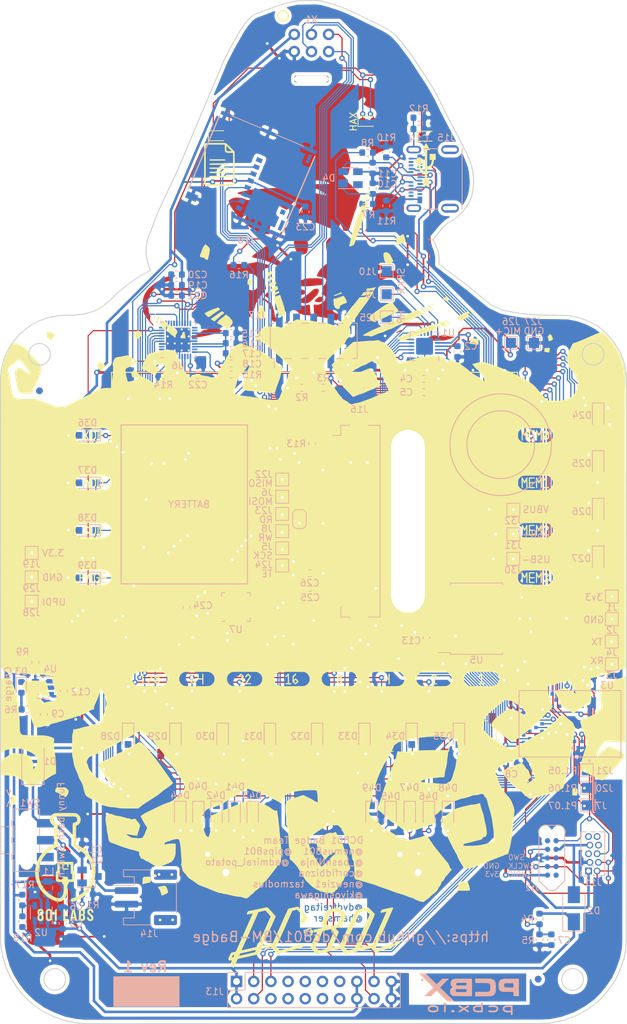
<source format=kicad_pcb>
(kicad_pcb (version 20171130) (host pcbnew "(5.1.5)-3")
  (title_block (title "DC801 Badge - BM") (date 2020-08-01) (rev 0.1) (company DC801) (comment 1 "codename purplewizard") (comment 4 "@hamster and the dc801 badge team"))
  (layers (0 F.Cu signal hide) (31 B.Cu signal hide) (34 B.Paste user hide) (35 F.Paste user hide) (36 B.SilkS user hide) (37 F.SilkS user hide) (38 B.Mask user hide) (39 F.Mask user hide) (44 Edge.Cuts user))
  (net 0 "")
  (net 1 GND)
  (net 2 "Net-(C1-Pad1)")
  (net 3 "Net-(C2-Pad2)")
  (net 4 +BATT_SW)
  (net 5 +3V3)
  (net 6 VBAT_SENSE)
  (net 7 VBUS)
  (net 8 "Net-(C10-Pad2)")
  (net 9 "Net-(C11-Pad1)")
  (net 10 +BATT)
  (net 11 "Net-(C14-Pad1)")
  (net 12 TC_PWR)
  (net 13 "Net-(D3-Pad2)")
  (net 14 "Net-(D3-Pad1)")
  (net 15 R0)
  (net 16 "Net-(D24-Pad2)")
  (net 17 "Net-(D25-Pad2)")
  (net 18 R1)
  (net 19 R2)
  (net 20 "Net-(D26-Pad2)")
  (net 21 "Net-(D27-Pad2)")
  (net 22 R3)
  (net 23 "Net-(D28-Pad2)")
  (net 24 "Net-(D29-Pad2)")
  (net 25 "Net-(D30-Pad2)")
  (net 26 "Net-(D31-Pad2)")
  (net 27 "Net-(D32-Pad2)")
  (net 28 "Net-(D33-Pad2)")
  (net 29 "Net-(D34-Pad2)")
  (net 30 "Net-(D35-Pad2)")
  (net 31 "Net-(D36-Pad2)")
  (net 32 "Net-(D37-Pad2)")
  (net 33 "Net-(D38-Pad2)")
  (net 34 "Net-(D39-Pad2)")
  (net 35 "Net-(D40-Pad2)")
  (net 36 R4)
  (net 37 "Net-(D41-Pad2)")
  (net 38 "Net-(D42-Pad2)")
  (net 39 "Net-(D43-Pad2)")
  (net 40 "Net-(D44-Pad2)")
  (net 41 "Net-(D45-Pad2)")
  (net 42 UART_TX)
  (net 43 UART_RX)
  (net 44 "Net-(J9-Pad1)")
  (net 45 "Net-(J10-Pad1)")
  (net 46 "Net-(J11-Pad9)")
  (net 47 "Net-(J11-Pad8)")
  (net 48 SW0)
  (net 49 "Net-(J11-Pad5)")
  (net 50 SWCLK)
  (net 51 SWDIO)
  (net 52 "Net-(J12-Pad5)")
  (net 53 "Net-(J12-Pad9)")
  (net 54 "Net-(J12-Pad8)")
  (net 55 MB_MOSI)
  (net 56 MB_MISO)
  (net 57 MB_SCK)
  (net 58 "Net-(J13-Pad6)")
  (net 59 "Net-(J13-Pad7)")
  (net 60 "Net-(J13-Pad8)")
  (net 61 "Net-(J13-Pad9)")
  (net 62 "Net-(J13-Pad10)")
  (net 63 "Net-(J13-Pad11)")
  (net 64 "Net-(J13-Pad12)")
  (net 65 "Net-(J13-Pad13)")
  (net 66 "Net-(J13-Pad14)")
  (net 67 SDA)
  (net 68 SCL)
  (net 69 USB_CC1)
  (net 70 "Net-(J15-PadA8)")
  (net 71 USB_CC2)
  (net 72 "Net-(J15-PadB8)")
  (net 73 "Net-(L1-Pad1)")
  (net 74 "Net-(R9-Pad2)")
  (net 75 "Net-(J16-Pad1)")
  (net 76 LED_RESET)
  (net 77 "Net-(R15-Pad2)")
  (net 78 "Net-(SW1-Pad1)")
  (net 79 C0)
  (net 80 C1)
  (net 81 C2)
  (net 82 C3)
  (net 83 C4)
  (net 84 "Net-(U1-Pad1)")
  (net 85 I2S_SDOUT)
  (net 86 I2S_LRCK)
  (net 87 I2S_SCK)
  (net 88 I2S_MCK)
  (net 89 I2S_SCL)
  (net 90 I2S_SDA)
  (net 91 "Net-(U1-Pad19)")
  (net 92 "Net-(U3-Pad13)")
  (net 93 S1_1)
  (net 94 S1_2)
  (net 95 MEM_IO1)
  (net 96 MEM_IO0)
  (net 97 MEM_CS)
  (net 98 "Net-(U3-Pad51)")
  (net 99 "Net-(U3-Pad52)")
  (net 100 MEM_IO3)
  (net 101 "Net-(U3-Pad57)")
  (net 102 MEM_IO2)
  (net 103 LCD_RESET)
  (net 104 LCD_MOSI)
  (net 105 "Net-(U6-Pad1)")
  (net 106 "Net-(U6-Pad2)")
  (net 107 "Net-(U6-Pad3)")
  (net 108 "Net-(U6-Pad10)")
  (net 109 "Net-(U6-Pad12)")
  (net 110 "Net-(U6-Pad13)")
  (net 111 "Net-(U6-Pad14)")
  (net 112 "Net-(U6-Pad21)")
  (net 113 "Net-(U6-Pad22)")
  (net 114 "Net-(U6-Pad24)")
  (net 115 "Net-(U6-Pad25)")
  (net 116 "Net-(U6-Pad32)")
  (net 117 "Net-(U6-Pad37)")
  (net 118 "Net-(U7-Pad7)")
  (net 119 TOUCH_X+)
  (net 120 TOUCH_X-)
  (net 121 TOUCH_Y+)
  (net 122 TOUCH_Y-)
  (net 123 "Net-(U7-Pad21)")
  (net 124 UPDI)
  (net 125 "Net-(D46-Pad2)")
  (net 126 "Net-(D47-Pad2)")
  (net 127 "Net-(D48-Pad2)")
  (net 128 "Net-(D49-Pad2)")
  (net 129 C5)
  (net 130 LCD_SCK)
  (net 131 EXP1)
  (net 132 EXP2)
  (net 133 SD_MOSI)
  (net 134 SD_CS)
  (net 135 "Net-(J18-Pad1)")
  (net 136 SD_SCK)
  (net 137 SD_MISO)
  (net 138 "Net-(J18-Pad8)")
  (net 139 MEM_SCK)
  (net 140 "Net-(J18-Pad12)")
  (net 141 "Net-(J18-Pad13)")
  (net 142 "Net-(J18-Pad14)")
  (net 143 "Net-(U3-Pad59)")
  (net 144 "Net-(U3-Pad60)")
  (net 145 "Net-(U3-Pad58)")
  (net 146 LC0)
  (net 147 LR0)
  (net 148 LR1)
  (net 149 LR2)
  (net 150 LR3)
  (net 151 LR4)
  (net 152 LC1)
  (net 153 LC2)
  (net 154 LC3)
  (net 155 HAX)
  (net 156 "Net-(R16-Pad2)")
  (net 157 "Net-(J11-Pad10)")
  (net 158 "Net-(J12-Pad10)")
  (net 159 KEY_INT)
  (net 160 "Net-(J7-Pad1)")
  (net 161 "Net-(J20-Pad1)")
  (net 162 "Net-(J21-Pad1)")
  (net 163 LCD_WR)
  (net 164 LCD_TE)
  (net 165 LCD_RD)
  (net 166 LCD_MISO)
  (net 167 "Net-(R17-Pad1)")
  (net 168 "Net-(J25-Pad1)")
  (net 169 "Net-(J26-Pad1)")
  (net 170 I2S_SDIN)
  (net 171 USB-)
  (net 172 USB+)
  (module lib_fp:JAE_ST11S008V4HR2000 (layer B.Cu) (at 138.9556 47.0136 67)
    (fp_text reference J18 (at -9.198502 3.154944 180) (layer B.SilkS) (effects (justify mirror)))
    (fp_text value Micro_SD_Card)
    (pad 18 smd rect (at -6.465 -6.8 67) (size 1.01 1.7) (layers B.Cu B.Paste B.Mask) (net 1 GND))
    (pad 17 smd rect (at -6.71 1.225 67) (size 0.52 1.15) (layers B.Cu B.Paste B.Mask) (net 1 GND))
    (pad 16 smd rect (at -6.71 3.44 67) (size 0.52 0.82) (layers B.Cu B.Paste B.Mask) (net 1 GND))
    (pad 15 smd rect (at -6.685 6.725 67) (size 0.57 1.85) (layers B.Cu B.Paste B.Mask) (net 1 GND))
    (pad 14 smd rect (at -5.225 7.075 67) (size 1.55 0.55) (layers B.Cu B.Paste B.Mask) (net 142 "Net-(J18-Pad14)"))
    (pad 13 smd rect (at -3.33 6.5 67) (size 0.7 0.7) (layers B.Cu B.Paste B.Mask) (net 141 "Net-(J18-Pad13)"))
    (pad 12 smd rect (at 5.4 6.955 67) (size 1.3 0.45) (layers B.Cu B.Paste B.Mask) (net 140 "Net-(J18-Pad12)"))
    (pad 11 smd rect (at 6.685 6.67 67) (size 0.57 1.96) (layers B.Cu B.Paste B.Mask) (net 1 GND))
    (pad 10 smd rect (at 6.71 0.025 67) (size 0.52 1.65) (layers B.Cu B.Paste B.Mask) (net 1 GND))
    (pad 9 smd rect (at 6.685 -6.925 67) (size 0.57 1.45) (layers B.Cu B.Paste B.Mask) (net 1 GND))
    (pad 8 smd rect (at -5.33 0.3 67) (size 0.64 0.9) (layers B.Cu B.Paste B.Mask) (net 138 "Net-(J18-Pad8)"))
    (pad 7 smd rect (at -4.23 0.3 67) (size 0.64 0.9) (layers B.Cu B.Paste B.Mask) (net 137 SD_MISO))
    (pad 6 smd rect (at -3.13 0.3 67) (size 0.64 0.9) (layers B.Cu B.Paste B.Mask) (net 1 GND))
    (pad 5 smd rect (at -2.03 0.3 67) (size 0.64 0.9) (layers B.Cu B.Paste B.Mask) (net 136 SD_SCK))
    (pad 4 smd rect (at -0.93 0.3 67) (size 0.64 0.9) (layers B.Cu B.Paste B.Mask) (net 5 +3V3))
    (pad 3 smd rect (at 0.17 0.3 67) (size 0.64 0.9) (layers B.Cu B.Paste B.Mask) (net 133 SD_MOSI))
    (pad 2 smd rect (at 1.27 0.3 67) (size 0.64 0.9) (layers B.Cu B.Paste B.Mask) (net 134 SD_CS))
    (pad 1 smd rect (at 2.37 0.3 67) (size 0.64 0.9) (layers B.Cu B.Paste B.Mask) (net 135 "Net-(J18-Pad1)"))
  )
  (module TestPoint:TestPoint_Pad_1.5x1.5mm (layer B.Cu) (at 143.5556 92.0636)
    (fp_text reference J22 (at -2.73 -0.76) (layer B.SilkS) (effects (justify mirror)))
    (fp_text value LCD_MISO)
    (pad 1 smd rect (at 0 0) (size 1.5 1.5) (layers B.Cu B.Mask) (net 166 LCD_MISO))
  )
  (module TestPoint:TestPoint_Pad_1.5x1.5mm (layer B.Cu) (at 143.5556 97.1396)
    (fp_text reference J23 (at -2.73 -0.505092) (layer B.SilkS) (effects (justify mirror)))
    (fp_text value LCD_RD)
    (pad 1 smd rect (at 0 0.104) (size 1.5 1.5) (layers B.Cu B.Mask) (net 165 LCD_RD))
  )
  (module Capacitor_SMD:C_0603_1608Metric (layer B.Cu) (at 147.6256 105.8936)
    (fp_text reference C26 (at 0 1.43) (layer B.SilkS) (effects (justify mirror)))
    (fp_text value 10uF)
    (pad 1 smd roundrect (at -0.7875 0) (size 0.875 0.95) (layers B.Cu B.Paste B.Mask) (net 1 GND))
    (pad 2 smd roundrect (at 0.7875 0) (size 0.875 0.95) (layers B.Cu B.Paste B.Mask) (net 5 +3V3))
  )
  (module Jumper:SolderJumper-2_P1.3mm_Bridged_RoundedPad1.0x1.5mm (layer B.Cu) (at 146.1056 97.8936 270)
    (fp_text reference JP1 hide)
    (fp_text value SolderJumper_2_Bridged)
    (fp_poly (pts (xy 0.25 0.3) (xy -0.25 0.3) (xy -0.25 -0.3) (xy 0.25 -0.3)) (layer B.Cu) (width 0))
    (pad 2 smd custom (at 0.65 0 270) (size 1 0.5) (layers B.Cu B.Mask) (net 5 +3V3) (options (clearance outline) (anchor rect)) (primitives (gr_circle (center 0 -0.25) (end 0.5 -0.25) (width 0)) (gr_circle (center 0 0.25) (end 0.5 0.25) (width 0)) (gr_poly (pts (xy 0 0.75) (xy -0.5 0.75) (xy -0.5 -0.75) (xy 0 -0.75)) (width 0))))
    (pad 1 smd custom (at -0.65 0 270) (size 1 0.5) (layers B.Cu B.Mask) (net 165 LCD_RD) (options (clearance outline) (anchor rect)) (primitives (gr_circle (center 0 -0.25) (end 0.5 -0.25) (width 0)) (gr_circle (center 0 0.25) (end 0.5 0.25) (width 0)) (gr_poly (pts (xy 0 0.75) (xy 0.5 0.75) (xy 0.5 -0.75) (xy 0 -0.75)) (width 0))))
  )
  (module TestPoint:TestPoint_Pad_1.5x1.5mm (layer B.Cu) (at 143.5556 104.7536)
    (fp_text reference J24 (at -2.73 -0.12273) (layer B.SilkS) (effects (justify mirror)))
    (fp_text value LCD_TE)
    (pad 1 smd rect (at 0 0) (size 1.5 1.5) (layers B.Cu B.Mask) (net 164 LCD_TE))
  )
  (module lib_fp:Badgelife-Shitty-v1.69bis (layer F.Cu) (at 147.8788 27.6606)
    (fp_text reference X1 (at -0.0432 -3.487) (layer B.SilkS) (effects (justify mirror)))
    (fp_text value Badgelife_sao_connector_v169bis hide)
    (pad "" np_thru_hole roundrect (at -0.00254 5.31876) (size 5 1) (drill oval 5 1) (layers *.Cu *.Mask))
    (pad 5 thru_hole circle (at 2.54 -1.27) (size 1.7 1.7) (drill 1) (layers *.Cu *.Mask) (net 93 S1_1))
    (pad 6 thru_hole oval (at 2.54 1.27) (size 1.7 1.7) (drill 1) (layers *.Cu *.Mask) (net 94 S1_2))
    (pad "" np_thru_hole circle (at -4.19608 -3.99542) (size 1.524 1.524) (drill 1.27) (layers *.Cu *.Mask))
    (pad 3 thru_hole circle (at 0 -1.27) (size 1.7 1.7) (drill 1) (layers *.Cu *.Mask) (net 67 SDA))
    (pad 4 thru_hole oval (at 0 1.27) (size 1.7 1.7) (drill 1) (layers *.Cu *.Mask) (net 68 SCL))
    (pad 1 thru_hole oval (at -2.54 -1.27) (size 1.7 1.7) (drill 1) (layers *.Cu *.Mask) (net 5 +3V3))
    (pad 2 thru_hole oval (at -2.54 1.27) (size 1.7 1.7) (drill 1) (layers *.Cu *.Mask) (net 1 GND))
  )
  (module Fiducial:Fiducial_1mm_Mask2mm (layer B.Cu) (at 181.3756 165.7836)
    (fp_text reference FID2 hide)
    (fp_text value Fiducial)
    (pad "" smd circle (at 0 0) (size 1 1) (layers B.Cu B.Mask) (clearance 0.5))
  )
  (module Fiducial:Fiducial_1mm_Mask2mm (layer F.Cu) (at 107.6856 78.9736)
    (fp_text reference FID3 hide)
    (fp_text value Fiducial)
    (pad "" smd circle (at 0 0) (size 1 1) (layers F.Cu F.Mask) (clearance 0.5))
  )
  (module Fiducial:Fiducial_1mm_Mask2mm (layer F.Cu) (at 181.3656 165.7636)
    (fp_text reference FID4 hide)
    (fp_text value Fiducial)
    (pad "" smd circle (at 0 0) (size 1 1) (layers F.Cu F.Mask) (clearance 0.5))
  )
  (module Fiducial:Fiducial_1mm_Mask2mm (layer B.Cu) (at 107.6756 78.9736)
    (fp_text reference FID1 hide)
    (fp_text value Fiducial)
    (pad "" smd circle (at 0 0) (size 1 1) (layers B.Cu B.Mask) (clearance 0.5))
  )
  (module lib_fp:QFN-40-1EP_5x5mm_P0.4mm_EP3.6x3.6mm_LargerThermalVias (layer B.Cu) (at 128.1856 71.4636)
    (fp_text reference U6 (at 0 3.8) (layer B.SilkS) (effects (justify mirror)))
    (fp_text value IS31FL3736)
    (pad 41 smd roundrect (at 0 0) (size 3.6 3.6) (layers B.Cu B.Mask) (roundrect_rratio 0.06944400000000001) (net 1 GND))
    (pad 41 thru_hole circle (at -1.55 1.55) (size 0.5 0.5) (drill 0.3) (layers *.Cu) (net 1 GND))
    (pad 41 thru_hole circle (at -0.516667 1.55) (size 0.5 0.5) (drill 0.3) (layers *.Cu) (net 1 GND))
    (pad 41 thru_hole circle (at 0.516667 1.55) (size 0.5 0.5) (drill 0.3) (layers *.Cu) (net 1 GND))
    (pad 41 thru_hole circle (at 1.55 1.55) (size 0.5 0.5) (drill 0.3) (layers *.Cu) (net 1 GND))
    (pad 41 thru_hole circle (at -1.55 0.516667) (size 0.5 0.5) (drill 0.3) (layers *.Cu) (net 1 GND))
    (pad 41 thru_hole circle (at -0.516667 0.516667) (size 0.5 0.5) (drill 0.3) (layers *.Cu) (net 1 GND))
    (pad 41 thru_hole circle (at 0.516667 0.516667) (size 0.5 0.5) (drill 0.3) (layers *.Cu) (net 1 GND))
    (pad 41 thru_hole circle (at 1.55 0.516667) (size 0.5 0.5) (drill 0.3) (layers *.Cu) (net 1 GND))
    (pad 41 thru_hole circle (at -1.55 -0.516667) (size 0.5 0.5) (drill 0.3) (layers *.Cu) (net 1 GND))
    (pad 41 thru_hole circle (at -0.516667 -0.516667) (size 0.5 0.5) (drill 0.3) (layers *.Cu) (net 1 GND))
    (pad 41 thru_hole circle (at 0.516667 -0.516667) (size 0.5 0.5) (drill 0.3) (layers *.Cu) (net 1 GND))
    (pad 41 thru_hole circle (at 1.55 -0.516667) (size 0.5 0.5) (drill 0.3) (layers *.Cu) (net 1 GND))
    (pad 41 thru_hole circle (at -1.55 -1.55) (size 0.5 0.5) (drill 0.3) (layers *.Cu) (net 1 GND))
    (pad 41 thru_hole circle (at -0.516667 -1.55) (size 0.5 0.5) (drill 0.3) (layers *.Cu) (net 1 GND))
    (pad 41 thru_hole circle (at 0.516667 -1.55) (size 0.5 0.5) (drill 0.3) (layers *.Cu) (net 1 GND))
    (pad 41 thru_hole circle (at 1.55 -1.55) (size 0.5 0.5) (drill 0.3) (layers *.Cu) (net 1 GND))
    (pad 41 smd roundrect (at 0 0) (size 3.6 3.6) (layers F.Cu) (roundrect_rratio 0.06944400000000001) (net 1 GND))
    (pad 1 smd roundrect (at -2.4375 1.8) (size 0.825 0.25) (layers B.Cu B.Paste B.Mask) (net 105 "Net-(U6-Pad1)"))
    (pad 2 smd roundrect (at -2.4375 1.4) (size 0.825 0.25) (layers B.Cu B.Paste B.Mask) (net 106 "Net-(U6-Pad2)"))
    (pad 3 smd roundrect (at -2.4375 1) (size 0.825 0.25) (layers B.Cu B.Paste B.Mask) (net 107 "Net-(U6-Pad3)"))
    (pad 4 smd roundrect (at -2.4375 0.6) (size 0.825 0.25) (layers B.Cu B.Paste B.Mask) (net 1 GND))
    (pad 5 smd roundrect (at -2.4375 0.2) (size 0.825 0.25) (layers B.Cu B.Paste B.Mask) (net 148 LR1))
    (pad 6 smd roundrect (at -2.4375 -0.2) (size 0.825 0.25) (layers B.Cu B.Paste B.Mask) (net 151 LR4))
    (pad 7 smd roundrect (at -2.4375 -0.6) (size 0.825 0.25) (layers B.Cu B.Paste B.Mask) (net 150 LR3))
    (pad 8 smd roundrect (at -2.4375 -1) (size 0.825 0.25) (layers B.Cu B.Paste B.Mask) (net 149 LR2))
    (pad 9 smd roundrect (at -2.4375 -1.4) (size 0.825 0.25) (layers B.Cu B.Paste B.Mask) (net 147 LR0))
    (pad 10 smd roundrect (at -2.4375 -1.8) (size 0.825 0.25) (layers B.Cu B.Paste B.Mask) (net 108 "Net-(U6-Pad10)"))
    (pad 11 smd roundrect (at -1.8 -2.4375) (size 0.25 0.825) (layers B.Cu B.Paste B.Mask) (net 1 GND))
    (pad 12 smd roundrect (at -1.4 -2.4375) (size 0.25 0.825) (layers B.Cu B.Paste B.Mask) (net 109 "Net-(U6-Pad12)"))
    (pad 13 smd roundrect (at -1 -2.4375) (size 0.25 0.825) (layers B.Cu B.Paste B.Mask) (net 110 "Net-(U6-Pad13)"))
    (pad 14 smd roundrect (at -0.6 -2.4375) (size 0.25 0.825) (layers B.Cu B.Paste B.Mask) (net 111 "Net-(U6-Pad14)"))
    (pad 15 smd roundrect (at -0.2 -2.4375) (size 0.25 0.825) (layers B.Cu B.Paste B.Mask) (net 146 LC0))
    (pad 16 smd roundrect (at 0.2 -2.4375) (size 0.25 0.825) (layers B.Cu B.Paste B.Mask) (net 152 LC1))
    (pad 17 smd roundrect (at 0.6 -2.4375) (size 0.25 0.825) (layers B.Cu B.Paste B.Mask) (net 5 +3V3))
    (pad 18 smd roundrect (at 1 -2.4375) (size 0.25 0.825) (layers B.Cu B.Paste B.Mask) (net 153 LC2))
    (pad 19 smd roundrect (at 1.4 -2.4375) (size 0.25 0.825) (layers B.Cu B.Paste B.Mask) (net 154 LC3))
    (pad 20 smd roundrect (at 1.8 -2.4375) (size 0.25 0.825) (layers B.Cu B.Paste B.Mask))
    (pad 21 smd roundrect (at 2.4375 -1.8) (size 0.825 0.25) (layers B.Cu B.Paste B.Mask) (net 112 "Net-(U6-Pad21)"))
    (pad 22 smd roundrect (at 2.4375 -1.4) (size 0.825 0.25) (layers B.Cu B.Paste B.Mask) (net 113 "Net-(U6-Pad22)"))
    (pad 23 smd roundrect (at 2.4375 -1) (size 0.825 0.25) (layers B.Cu B.Paste B.Mask) (net 5 +3V3))
    (pad 24 smd roundrect (at 2.4375 -0.6) (size 0.825 0.25) (layers B.Cu B.Paste B.Mask) (net 114 "Net-(U6-Pad24)"))
    (pad 25 smd roundrect (at 2.4375 -0.2) (size 0.825 0.25) (layers B.Cu B.Paste B.Mask) (net 115 "Net-(U6-Pad25)"))
    (pad 26 smd roundrect (at 2.4375 0.2) (size 0.825 0.25) (layers B.Cu B.Paste B.Mask) (net 1 GND))
    (pad 27 smd roundrect (at 2.4375 0.6) (size 0.825 0.25) (layers B.Cu B.Paste B.Mask) (net 5 +3V3))
    (pad 28 smd roundrect (at 2.4375 1) (size 0.825 0.25) (layers B.Cu B.Paste B.Mask) (net 5 +3V3))
    (pad 29 smd roundrect (at 2.4375 1.4) (size 0.825 0.25) (layers B.Cu B.Paste B.Mask))
    (pad 30 smd roundrect (at 2.4375 1.8) (size 0.825 0.25) (layers B.Cu B.Paste B.Mask) (net 77 "Net-(R15-Pad2)"))
    (pad 31 smd roundrect (at 1.8 2.4375) (size 0.25 0.825) (layers B.Cu B.Paste B.Mask) (net 5 +3V3))
    (pad 32 smd roundrect (at 1.4 2.4375) (size 0.25 0.825) (layers B.Cu B.Paste B.Mask) (net 116 "Net-(U6-Pad32)"))
    (pad 33 smd roundrect (at 1 2.4375) (size 0.25 0.825) (layers B.Cu B.Paste B.Mask) (net 67 SDA))
    (pad 34 smd roundrect (at 0.6 2.4375) (size 0.25 0.825) (layers B.Cu B.Paste B.Mask) (net 68 SCL))
    (pad 35 smd roundrect (at 0.2 2.4375) (size 0.25 0.825) (layers B.Cu B.Paste B.Mask) (net 1 GND))
    (pad 36 smd roundrect (at -0.2 2.4375) (size 0.25 0.825) (layers B.Cu B.Paste B.Mask) (net 1 GND))
    (pad 37 smd roundrect (at -0.6 2.4375) (size 0.25 0.825) (layers B.Cu B.Paste B.Mask) (net 117 "Net-(U6-Pad37)"))
    (pad 38 smd roundrect (at -1 2.4375) (size 0.25 0.825) (layers B.Cu B.Paste B.Mask) (net 5 +3V3))
    (pad 39 smd roundrect (at -1.4 2.4375) (size 0.25 0.825) (layers B.Cu B.Paste B.Mask) (net 76 LED_RESET))
    (pad 40 smd roundrect (at -1.8 2.4375) (size 0.25 0.825) (layers B.Cu B.Paste B.Mask) (net 1 GND))
  )
  (module Connector_FFC-FPC:Hirose_FH12-50S-0.5SH_1x50-1MP_P0.50mm_Horizontal (layer B.Cu) (at 153.5156 98.2136 270)
    (fp_text reference J16 (at -16.5 -1.43 180) (layer B.SilkS) (effects (justify mirror)))
    (fp_text value Conn_01x50)
    (pad 50 smd rect (at 12.25 1.85 270) (size 0.3 1.3) (layers B.Cu B.Paste B.Mask) (net 1 GND))
    (pad 49 smd rect (at 11.75 1.85 270) (size 0.3 1.3) (layers B.Cu B.Paste B.Mask) (net 1 GND))
    (pad 48 smd rect (at 11.25 1.85 270) (size 0.3 1.3) (layers B.Cu B.Paste B.Mask) (net 1 GND))
    (pad 47 smd rect (at 10.75 1.85 270) (size 0.3 1.3) (layers B.Cu B.Paste B.Mask) (net 122 TOUCH_Y-))
    (pad 46 smd rect (at 10.25 1.85 270) (size 0.3 1.3) (layers B.Cu B.Paste B.Mask) (net 120 TOUCH_X-))
    (pad 45 smd rect (at 9.75 1.85 270) (size 0.3 1.3) (layers B.Cu B.Paste B.Mask) (net 121 TOUCH_Y+))
    (pad 44 smd rect (at 9.25 1.85 270) (size 0.3 1.3) (layers B.Cu B.Paste B.Mask) (net 119 TOUCH_X+))
    (pad 43 smd rect (at 8.75 1.85 270) (size 0.3 1.3) (layers B.Cu B.Paste B.Mask) (net 1 GND))
    (pad 42 smd rect (at 8.25 1.85 270) (size 0.3 1.3) (layers B.Cu B.Paste B.Mask) (net 5 +3V3))
    (pad 41 smd rect (at 7.75 1.85 270) (size 0.3 1.3) (layers B.Cu B.Paste B.Mask) (net 5 +3V3))
    (pad 40 smd rect (at 7.25 1.85 270) (size 0.3 1.3) (layers B.Cu B.Paste B.Mask) (net 5 +3V3))
    (pad 39 smd rect (at 6.75 1.85 270) (size 0.3 1.3) (layers B.Cu B.Paste B.Mask) (net 164 LCD_TE))
    (pad 38 smd rect (at 6.25 1.85 270) (size 0.3 1.3) (layers B.Cu B.Paste B.Mask) (net 1 GND))
    (pad 37 smd rect (at 5.75 1.85 270) (size 0.3 1.3) (layers B.Cu B.Paste B.Mask) (net 130 LCD_SCK))
    (pad 36 smd rect (at 5.25 1.85 270) (size 0.3 1.3) (layers B.Cu B.Paste B.Mask) (net 163 LCD_WR))
    (pad 35 smd rect (at 4.75 1.85 270) (size 0.3 1.3) (layers B.Cu B.Paste B.Mask) (net 165 LCD_RD))
    (pad 34 smd rect (at 4.25 1.85 270) (size 0.3 1.3) (layers B.Cu B.Paste B.Mask) (net 104 LCD_MOSI))
    (pad 33 smd rect (at 3.75 1.85 270) (size 0.3 1.3) (layers B.Cu B.Paste B.Mask) (net 166 LCD_MISO))
    (pad 32 smd rect (at 3.25 1.85 270) (size 0.3 1.3) (layers B.Cu B.Paste B.Mask) (net 1 GND))
    (pad 31 smd rect (at 2.75 1.85 270) (size 0.3 1.3) (layers B.Cu B.Paste B.Mask) (net 1 GND))
    (pad 30 smd rect (at 2.25 1.85 270) (size 0.3 1.3) (layers B.Cu B.Paste B.Mask) (net 1 GND))
    (pad 29 smd rect (at 1.75 1.85 270) (size 0.3 1.3) (layers B.Cu B.Paste B.Mask) (net 1 GND))
    (pad 28 smd rect (at 1.25 1.85 270) (size 0.3 1.3) (layers B.Cu B.Paste B.Mask) (net 1 GND))
    (pad 27 smd rect (at 0.75 1.85 270) (size 0.3 1.3) (layers B.Cu B.Paste B.Mask) (net 1 GND))
    (pad 26 smd rect (at 0.25 1.85 270) (size 0.3 1.3) (layers B.Cu B.Paste B.Mask) (net 1 GND))
    (pad 25 smd rect (at -0.25 1.85 270) (size 0.3 1.3) (layers B.Cu B.Paste B.Mask) (net 1 GND))
    (pad 24 smd rect (at -0.75 1.85 270) (size 0.3 1.3) (layers B.Cu B.Paste B.Mask) (net 1 GND))
    (pad 23 smd rect (at -1.25 1.85 270) (size 0.3 1.3) (layers B.Cu B.Paste B.Mask) (net 1 GND))
    (pad 22 smd rect (at -1.75 1.85 270) (size 0.3 1.3) (layers B.Cu B.Paste B.Mask) (net 1 GND))
    (pad 21 smd rect (at -2.25 1.85 270) (size 0.3 1.3) (layers B.Cu B.Paste B.Mask) (net 1 GND))
    (pad 20 smd rect (at -2.75 1.85 270) (size 0.3 1.3) (layers B.Cu B.Paste B.Mask) (net 1 GND))
    (pad 19 smd rect (at -3.25 1.85 270) (size 0.3 1.3) (layers B.Cu B.Paste B.Mask) (net 1 GND))
    (pad 18 smd rect (at -3.75 1.85 270) (size 0.3 1.3) (layers B.Cu B.Paste B.Mask) (net 1 GND))
    (pad 17 smd rect (at -4.25 1.85 270) (size 0.3 1.3) (layers B.Cu B.Paste B.Mask) (net 1 GND))
    (pad 16 smd rect (at -4.75 1.85 270) (size 0.3 1.3) (layers B.Cu B.Paste B.Mask) (net 1 GND))
    (pad 15 smd rect (at -5.25 1.85 270) (size 0.3 1.3) (layers B.Cu B.Paste B.Mask) (net 1 GND))
    (pad 14 smd rect (at -5.75 1.85 270) (size 0.3 1.3) (layers B.Cu B.Paste B.Mask) (net 1 GND))
    (pad 13 smd rect (at -6.25 1.85 270) (size 0.3 1.3) (layers B.Cu B.Paste B.Mask) (net 1 GND))
    (pad 12 smd rect (at -6.75 1.85 270) (size 0.3 1.3) (layers B.Cu B.Paste B.Mask) (net 1 GND))
    (pad 11 smd rect (at -7.25 1.85 270) (size 0.3 1.3) (layers B.Cu B.Paste B.Mask) (net 1 GND))
    (pad 10 smd rect (at -7.75 1.85 270) (size 0.3 1.3) (layers B.Cu B.Paste B.Mask) (net 103 LCD_RESET))
    (pad 9 smd rect (at -8.25 1.85 270) (size 0.3 1.3) (layers B.Cu B.Paste B.Mask) (net 1 GND))
    (pad 8 smd rect (at -8.75 1.85 270) (size 0.3 1.3) (layers B.Cu B.Paste B.Mask) (net 5 +3V3))
    (pad 7 smd rect (at -9.25 1.85 270) (size 0.3 1.3) (layers B.Cu B.Paste B.Mask) (net 5 +3V3))
    (pad 6 smd rect (at -9.75 1.85 270) (size 0.3 1.3) (layers B.Cu B.Paste B.Mask) (net 1 GND))
    (pad 5 smd rect (at -10.25 1.85 270) (size 0.3 1.3) (layers B.Cu B.Paste B.Mask) (net 1 GND))
    (pad 4 smd rect (at -10.75 1.85 270) (size 0.3 1.3) (layers B.Cu B.Paste B.Mask) (net 1 GND))
    (pad 3 smd rect (at -11.25 1.85 270) (size 0.3 1.3) (layers B.Cu B.Paste B.Mask) (net 1 GND))
    (pad 2 smd rect (at -11.75 1.85 270) (size 0.3 1.3) (layers B.Cu B.Paste B.Mask) (net 1 GND))
    (pad 1 smd rect (at -12.25 1.85 270) (size 0.3 1.3) (layers B.Cu B.Paste B.Mask) (net 75 "Net-(J16-Pad1)"))
    (pad MP smd rect (at -14.15 -1.4 270) (size 1.8 2.2) (layers B.Cu B.Paste B.Mask))
    (pad MP smd rect (at 14.15 -1.4 270) (size 1.8 2.2) (layers B.Cu B.Paste B.Mask))
  )
  (module lib_fp:backboard-soldermask (layer F.Cu) (at 148.2456 96.8736)
    (fp_text reference G*** hide)
    (fp_text value LOGO hide)
  )
  (module common_fp:pcbx_logo (layer B.Cu) (at 171.1356 166.9836 180)
    (fp_text reference G*** hide)
    (fp_text value LOGO hide)
    (fp_text user pcbx.io (at -0.26162 -3.02768) (layer B.SilkS) (effects (font (size 1.2 2.5) (thickness 0.25)) (justify mirror)))
    (fp_poly (pts (xy 1.769563 0.682836) (xy 1.824158 0.631522) (xy 1.865131 0.567753) (xy 1.882346 0.486142) (xy 1.875523 0.402471) (xy 1.844381 0.332523) (xy 1.829764 0.316109) (xy 1.815639 0.303771) (xy 1.799324 0.293862) (xy 1.776352 0.286115) (xy 1.742254 0.280265) (xy 1.692563 0.276046) (xy 1.622809 0.27319) (xy 1.528525 0.271433) (xy 1.405242 0.270507) (xy 1.248493 0.270147) (xy 1.057181 0.270086) (xy 0.333587 0.270086) (xy 0.333587 0.695022) (xy 1.769563 0.682836)) (layer B.Cu) (width 0.01))
    (fp_poly (pts (xy 1.916546 -0.305955) (xy 1.948247 -0.346032) (xy 1.963921 -0.394276) (xy 1.968469 -0.466745) (xy 1.9685 -0.47625) (xy 1.964823 -0.552136) (xy 1.950524 -0.602138) (xy 1.920705 -0.642315) (xy 1.916546 -0.646546) (xy 1.864591 -0.6985) (xy 0.338667 -0.6985) (xy 0.338667 -0.254) (xy 1.864591 -0.254) (xy 1.916546 -0.305955)) (layer B.Cu) (width 0.01))
    (fp_poly (pts (xy -5.974291 0.631123) (xy -5.782867 0.628882) (xy -5.629215 0.626131) (xy -5.508774 0.622061) (xy -5.416984 0.61586) (xy -5.349285 0.606719) (xy -5.301115 0.593829) (xy -5.267916 0.576378) (xy -5.245126 0.553557) (xy -5.228184 0.524556) (xy -5.215791 0.496393) (xy -5.194589 0.411478) (xy -5.188094 0.306049) (xy -5.196427 0.199329) (xy -5.213486 0.127) (xy -5.229007 0.087363) (xy -5.248662 0.05549) (xy -5.2769 0.030539) (xy -5.318168 0.011667) (xy -5.376915 -0.00197) (xy -5.457589 -0.011213) (xy -5.564639 -0.016905) (xy -5.702512 -0.019889) (xy -5.875656 -0.021008) (xy -5.995458 -0.021134) (xy -6.604 -0.021167) (xy -6.604 0.63783) (xy -5.974291 0.631123)) (layer B.Cu) (width 0.01))
    (fp_poly (pts (xy -1.031875 2.052105) (xy 6.402917 2.051043) (xy 6.144976 1.803396) (xy 6.067388 1.728678) (xy 5.965195 1.629921) (xy 5.844096 1.512651) (xy 5.709787 1.382392) (xy 5.567966 1.244667) (xy 5.424331 1.105003) (xy 5.32378 1.007115) (xy 4.760524 0.458481) (xy 4.650387 0.56376) (xy 4.600295 0.611689) (xy 4.526543 0.682314) (xy 4.436027 0.769031) (xy 4.335639 0.865236) (xy 4.232275 0.964323) (xy 4.226855 0.969519) (xy 3.91346 1.27) (xy 3.443689 1.269699) (xy 2.973917 1.269398) (xy 3.621425 0.624192) (xy 4.268933 -0.021015) (xy 3.211117 -1.047674) (xy 2.153301 -2.074334) (xy -8.466666 -2.074334) (xy -8.466666 -1.292122) (xy -7.387166 -1.292122) (xy -7.000875 -1.286353) (xy -6.614583 -1.280584) (xy -6.608734 -0.96988) (xy -6.602885 -0.659177) (xy -5.762068 -0.651789) (xy -5.550608 -0.649849) (xy -5.377035 -0.647936) (xy -5.236904 -0.645798) (xy -5.125768 -0.643183) (xy -5.039183 -0.63984) (xy -4.972703 -0.635517) (xy -4.921882 -0.62996) (xy -4.882275 -0.62292) (xy -4.849436 -0.614144) (xy -4.81892 -0.603379) (xy -4.80397 -0.597503) (xy -4.689279 -0.534166) (xy -4.586881 -0.44539) (xy -4.510742 -0.343654) (xy -4.502468 -0.328084) (xy -4.455941 -0.204211) (xy -4.422393 -0.050536) (xy -4.412047 0.037793) (xy -3.972409 0.037793) (xy -3.972091 -0.128931) (xy -3.968926 -0.290822) (xy -3.96292 -0.440202) (xy -3.95408 -0.56939) (xy -3.942413 -0.670706) (xy -3.929951 -0.73025) (xy -3.859172 -0.901985) (xy -3.760705 -1.042172) (xy -3.633565 -1.151664) (xy -3.476767 -1.231312) (xy -3.29206 -1.281475) (xy -3.239526 -1.288323) (xy -3.161577 -1.294136) (xy -3.05577 -1.298971) (xy -2.91966 -1.302884) (xy -2.7508 -1.305933) (xy -2.546747 -1.308175) (xy -2.305055 -1.309666) (xy -2.047875 -1.310423) (xy -0.9525 -1.312334) (xy -0.9525 -1.291167) (xy -0.4445 -1.291167) (xy 0.799042 -1.290748) (xy 1.040961 -1.290306) (xy 1.270541 -1.289189) (xy 1.483821 -1.287456) (xy 1.67684 -1.285169) (xy 1.845638 -1.28239) (xy 1.986253 -1.279177) (xy 2.094725 -1.275593) (xy 2.167094 -1.271699) (xy 2.19075 -1.269352) (xy 2.368344 -1.229238) (xy 2.512573 -1.163337) (xy 2.624272 -1.070682) (xy 2.704271 -0.950306) (xy 2.753406 -0.801239) (xy 2.772507 -0.622516) (xy 2.772834 -0.593145) (xy 2.758772 -0.413736) (xy 2.716636 -0.265758) (xy 2.646501 -0.149343) (xy 2.548443 -0.064625) (xy 2.44838 -0.01926) (xy 2.347703 0.012872) (xy 2.454426 0.082026) (xy 2.558607 0.167265) (xy 2.629389 0.269291) (xy 2.67055 0.395004) (xy 2.683758 0.500723) (xy 2.679305 0.686628) (xy 2.640776 0.848006) (xy 2.568529 0.984266) (xy 2.462923 1.094819) (xy 2.324316 1.179073) (xy 2.25425 1.207214) (xy 2.106084 1.259119) (xy -0.4445 1.272135) (xy -0.4445 -1.291167) (xy -0.9525 -1.291167) (xy -0.9525 -0.680738) (xy -1.899708 -0.672445) (xy -2.136074 -0.670244) (xy -2.333995 -0.667894) (xy -2.497362 -0.665024) (xy -2.630061 -0.661263) (xy -2.735982 -0.656239) (xy -2.819014 -0.649583) (xy -2.883045 -0.640924) (xy -2.931964 -0.62989) (xy -2.969659 -0.616112) (xy -3.000019 -0.599218) (xy -3.026933 -0.578837) (xy -3.044719 -0.563276) (xy -3.087729 -0.519817) (xy -3.119232 -0.473357) (xy -3.14124 -0.416243) (xy -3.155767 -0.340822) (xy -3.164824 -0.239442) (xy -3.170423 -0.10445) (xy -3.171034 -0.082851) (xy -3.172373 0.107842) (xy -3.163962 0.261273) (xy -3.144378 0.381682) (xy -3.112199 0.473313) (xy -3.066004 0.54041) (xy -3.004369 0.587213) (xy -2.937237 0.61468) (xy -2.899986 0.622001) (xy -2.83821 0.628353) (xy -2.749233 0.633828) (xy -2.630377 0.638519) (xy -2.478966 0.642519) (xy -2.292322 0.645919) (xy -2.067769 0.648811) (xy -1.899708 0.650467) (xy -0.9525 0.658909) (xy -0.9525 1.291166) (xy -1.997477 1.291166) (xy -2.251655 1.290916) (xy -2.467322 1.290101) (xy -2.648299 1.288621) (xy -2.798405 1.286377) (xy -2.921462 1.283273) (xy -3.021288 1.279208) (xy -3.101705 1.274084) (xy -3.166533 1.267802) (xy -3.219591 1.260265) (xy -3.224021 1.259504) (xy -3.415229 1.216649) (xy -3.570258 1.15902) (xy -3.693844 1.082703) (xy -3.790724 0.983782) (xy -3.865637 0.858341) (xy -3.923319 0.702465) (xy -3.931083 0.675107) (xy -3.945091 0.599417) (xy -3.956222 0.490161) (xy -3.964481 0.355019) (xy -3.969874 0.201669) (xy -3.972409 0.037793) (xy -4.412047 0.037793) (xy -4.402143 0.122344) (xy -4.395513 0.303835) (xy -4.402822 0.483341) (xy -4.424392 0.650267) (xy -4.460543 0.794018) (xy -4.467894 0.814675) (xy -4.535834 0.947511) (xy -4.62944 1.060115) (xy -4.740011 1.142229) (xy -4.750473 1.147761) (xy -4.79513 1.170228) (xy -4.836786 1.189358) (xy -4.879154 1.205447) (xy -4.925945 1.218791) (xy -4.980872 1.229685) (xy -5.047646 1.238424) (xy -5.12998 1.245303) (xy -5.231585 1.250617) (xy -5.356175 1.254663) (xy -5.50746 1.257735) (xy -5.689153 1.260128) (xy -5.904965 1.262139) (xy -6.15861 1.264061) (xy -6.217708 1.264487) (xy -7.387166 1.272875) (xy -7.387166 -1.292122) (xy -8.466666 -1.292122) (xy -8.466666 2.053166) (xy -1.031875 2.052105)) (layer B.Cu) (width 0.01))
  )
  (module lib_fp:LCD_display (layer F.Cu) (at 148.336 98.2472)
    (fp_text reference REF** hide)
    (fp_text value LCD_display hide)
    (pad "" np_thru_hole roundrect (at 13.8 0) (size 5 27) (drill oval 5 27) (layers *.Cu *.Mask))
  )
  (module Diode_SMD:D_SMA (layer B.Cu) (at 186.64428 155.30576 90)
    (fp_text reference D2 (at -0.35784 2.93132 180) (layer B.SilkS) (effects (justify mirror)))
    (fp_text value D_Schottky)
    (pad 2 smd rect (at 2 0 90) (size 2.5 1.8) (layers B.Cu B.Paste B.Mask) (net 12 TC_PWR))
    (pad 1 smd rect (at -2 0 90) (size 2.5 1.8) (layers B.Cu B.Paste B.Mask) (net 4 +BATT_SW))
  )
  (module Capacitor_SMD:C_0603_1608Metric (layer B.Cu) (at 156.9256 49.136932 270)
    (fp_text reference C10 (at -0.693332 -2.15 180) (layer B.SilkS) (effects (justify mirror)))
    (fp_text value 47pF)
    (pad 2 smd roundrect (at 0.7875 0 270) (size 0.875 0.95) (layers B.Cu B.Paste B.Mask) (net 8 "Net-(C10-Pad2)"))
    (pad 1 smd roundrect (at -0.7875 0 270) (size 0.875 0.95) (layers B.Cu B.Paste B.Mask) (net 1 GND))
  )
  (module Capacitor_SMD:C_0603_1608Metric (layer B.Cu) (at 111.27486 123.26366 270)
    (fp_text reference C12 (at 0.127 -2.52476 180) (layer B.SilkS) (effects (justify mirror)))
    (fp_text value 4.7uF)
    (pad 2 smd roundrect (at 0.7875 0 270) (size 0.875 0.95) (layers B.Cu B.Paste B.Mask) (net 10 +BATT))
    (pad 1 smd roundrect (at -0.7875 0 270) (size 0.875 0.95) (layers B.Cu B.Paste B.Mask) (net 1 GND))
  )
  (module Capacitor_SMD:C_0603_1608Metric (layer B.Cu) (at 108.35132 126.73838 90)
    (fp_text reference C9 (at 0.10414 2.06502 180) (layer B.SilkS) (effects (justify mirror)))
    (fp_text value 4.7uF)
    (pad 2 smd roundrect (at 0.7875 0 90) (size 0.875 0.95) (layers B.Cu B.Paste B.Mask) (net 7 VBUS))
    (pad 1 smd roundrect (at -0.7875 0 90) (size 0.875 0.95) (layers B.Cu B.Paste B.Mask) (net 1 GND))
  )
  (module Capacitor_SMD:C_0603_1608Metric (layer B.Cu) (at 135.9956 70.4636)
    (fp_text reference C15 (at 2.98 0.09) (layer B.SilkS) (effects (justify mirror)))
    (fp_text value 0.1uF)
    (pad 2 smd roundrect (at 0.7875 0) (size 0.875 0.95) (layers B.Cu B.Paste B.Mask) (net 1 GND))
    (pad 1 smd roundrect (at -0.7875 0) (size 0.875 0.95) (layers B.Cu B.Paste B.Mask) (net 5 +3V3))
  )
  (module Capacitor_SMD:C_0603_1608Metric (layer B.Cu) (at 183.3176 159.961 270)
    (fp_text reference C7 (at 0.1016 -1.905 180) (layer B.SilkS) (effects (justify mirror)))
    (fp_text value 1nF)
    (pad 2 smd roundrect (at 0.7875 0 270) (size 0.875 0.95) (layers B.Cu B.Paste B.Mask) (net 1 GND))
    (pad 1 smd roundrect (at -0.7875 0 270) (size 0.875 0.95) (layers B.Cu B.Paste B.Mask) (net 6 VBAT_SENSE))
  )
  (module Capacitor_SMD:C_0603_1608Metric (layer B.Cu) (at 113.9825 146.62658 90)
    (fp_text reference C1 (at 0 2.032 180) (layer B.SilkS) (effects (justify mirror)))
    (fp_text value 0.1uF)
    (pad 2 smd roundrect (at 0.7875 0 90) (size 0.875 0.95) (layers B.Cu B.Paste B.Mask) (net 1 GND))
    (pad 1 smd roundrect (at -0.7875 0 90) (size 0.875 0.95) (layers B.Cu B.Paste B.Mask) (net 2 "Net-(C1-Pad1)"))
  )
  (module Capacitor_SMD:C_0603_1608Metric (layer B.Cu) (at 111.1056 157.5636 90)
    (fp_text reference C3 (at 0 2.032 180) (layer B.SilkS) (effects (justify mirror)))
    (fp_text value 10uF)
    (pad 2 smd roundrect (at 0.7875 0 90) (size 0.875 0.95) (layers B.Cu B.Paste B.Mask) (net 1 GND))
    (pad 1 smd roundrect (at -0.7875 0 90) (size 0.875 0.95) (layers B.Cu B.Paste B.Mask) (net 4 +BATT_SW))
  )
  (module Capacitor_SMD:C_0603_1608Metric (layer B.Cu) (at 164.4656 79.1636)
    (fp_text reference C5 (at -2.57 0.03) (layer B.SilkS) (effects (justify mirror)))
    (fp_text value 4.7uF)
    (pad 2 smd roundrect (at 0.7875 0) (size 0.875 0.95) (layers B.Cu B.Paste B.Mask) (net 5 +3V3))
    (pad 1 smd roundrect (at -0.7875 0) (size 0.875 0.95) (layers B.Cu B.Paste B.Mask) (net 1 GND))
  )
  (module Capacitor_SMD:C_0603_1608Metric (layer B.Cu) (at 169.4456 73.1836 90)
    (fp_text reference C2 (at 0.79 1.97 180) (layer B.SilkS) (effects (justify mirror)))
    (fp_text value 4.7uF)
    (pad 2 smd roundrect (at 0.7875 0 90) (size 0.875 0.95) (layers B.Cu B.Paste B.Mask) (net 3 "Net-(C2-Pad2)"))
    (pad 1 smd roundrect (at -0.7875 0 90) (size 0.875 0.95) (layers B.Cu B.Paste B.Mask) (net 1 GND))
  )
  (module Capacitor_SMD:C_0603_1608Metric (layer B.Cu) (at 177.4156 134.0836)
    (fp_text reference C8 (at 0 1.43) (layer B.SilkS) (effects (justify mirror)))
    (fp_text value 4.7uF)
    (pad 2 smd roundrect (at 0.7875 0) (size 0.875 0.95) (layers B.Cu B.Paste B.Mask) (net 1 GND))
    (pad 1 smd roundrect (at -0.7875 0) (size 0.875 0.95) (layers B.Cu B.Paste B.Mask) (net 5 +3V3))
  )
  (module Capacitor_SMD:C_0603_1608Metric (layer B.Cu) (at 164.4656 77.2136)
    (fp_text reference C4 (at -2.58 0) (layer B.SilkS) (effects (justify mirror)))
    (fp_text value 4.7uF)
    (pad 2 smd roundrect (at 0.7875 0) (size 0.875 0.95) (layers B.Cu B.Paste B.Mask) (net 5 +3V3))
    (pad 1 smd roundrect (at -0.7875 0) (size 0.875 0.95) (layers B.Cu B.Paste B.Mask) (net 1 GND))
  )
  (module lib_fp:SW_SPDT_CK-JS102011SAQN (layer B.Cu) (at 105.8056 145.2736 90)
    (fp_text reference SW1 (at 5.49402 0.48768) (layer B.SilkS) (effects (justify mirror)))
    (fp_text value Power)
    (pad "" np_thru_hole circle (at 3.4 0 90) (size 0.9 0.9) (drill 0.9) (layers *.Cu *.Mask))
    (pad "" np_thru_hole circle (at -3.4 0 90) (size 0.9 0.9) (drill 0.9) (layers *.Cu *.Mask))
    (pad 3 smd rect (at 2.5 2.75 90) (size 1.25 2.5) (layers B.Cu B.Paste B.Mask) (net 2 "Net-(C1-Pad1)"))
    (pad 2 smd rect (at 0 2.75 90) (size 1.25 2.5) (layers B.Cu B.Paste B.Mask) (net 4 +BATT_SW))
    (pad 1 smd rect (at -2.5 2.75 90) (size 1.25 2.5) (layers B.Cu B.Paste B.Mask) (net 78 "Net-(SW1-Pad1)"))
  )
  (module Capacitor_SMD:C_0603_1608Metric (layer B.Cu) (at 156.9156 46.110266 270)
    (fp_text reference C11 (at 0.873334 -2.18 180) (layer B.SilkS) (effects (justify mirror)))
    (fp_text value 47pF)
    (pad 2 smd roundrect (at 0.7875 0 270) (size 0.875 0.95) (layers B.Cu B.Paste B.Mask) (net 1 GND))
    (pad 1 smd roundrect (at -0.7875 0 270) (size 0.875 0.95) (layers B.Cu B.Paste B.Mask) (net 9 "Net-(C11-Pad1)"))
  )
  (module Capacitor_SMD:C_0603_1608Metric (layer B.Cu) (at 164.8756 115.4036 90)
    (fp_text reference C13 (at -0.43 -2.25 180) (layer B.SilkS) (effects (justify mirror)))
    (fp_text value 0.1uF)
    (pad 2 smd roundrect (at 0.7875 0 90) (size 0.875 0.95) (layers B.Cu B.Paste B.Mask) (net 5 +3V3))
    (pad 1 smd roundrect (at -0.7875 0 90) (size 0.875 0.95) (layers B.Cu B.Paste B.Mask) (net 1 GND))
  )
  (module Capacitor_SMD:C_0603_1608Metric (layer B.Cu) (at 163.7356 40.3536)
    (fp_text reference C14 (at 0 1.43) (layer B.SilkS) (effects (justify mirror)))
    (fp_text value 0.1uF)
    (pad 2 smd roundrect (at 0.7875 0) (size 0.875 0.95) (layers B.Cu B.Paste B.Mask) (net 1 GND))
    (pad 1 smd roundrect (at -0.7875 0) (size 0.875 0.95) (layers B.Cu B.Paste B.Mask) (net 11 "Net-(C14-Pad1)"))
  )
  (module Capacitor_SMD:C_0603_1608Metric (layer B.Cu) (at 135.9956 71.9536 180)
    (fp_text reference C16 (at -3.03 -0.06) (layer B.SilkS) (effects (justify mirror)))
    (fp_text value 0.47uF)
    (pad 2 smd roundrect (at 0.7875 0 180) (size 0.875 0.95) (layers B.Cu B.Paste B.Mask) (net 5 +3V3))
    (pad 1 smd roundrect (at -0.7875 0 180) (size 0.875 0.95) (layers B.Cu B.Paste B.Mask) (net 1 GND))
  )
  (module Capacitor_SMD:C_0603_1608Metric (layer B.Cu) (at 135.9956 74.9336 180)
    (fp_text reference C18 (at -3.12 -0.07) (layer B.SilkS) (effects (justify mirror)))
    (fp_text value 0.47uF)
    (pad 2 smd roundrect (at 0.7875 0 180) (size 0.875 0.95) (layers B.Cu B.Paste B.Mask) (net 5 +3V3))
    (pad 1 smd roundrect (at -0.7875 0 180) (size 0.875 0.95) (layers B.Cu B.Paste B.Mask) (net 1 GND))
  )
  (module Capacitor_SMD:C_0603_1608Metric (layer B.Cu) (at 127.9456 63.3686 180)
    (fp_text reference C19 (at -3.17 -0.025) (layer B.SilkS) (effects (justify mirror)))
    (fp_text value 22uF)
    (pad 2 smd roundrect (at 0.7875 0 180) (size 0.875 0.95) (layers B.Cu B.Paste B.Mask) (net 1 GND))
    (pad 1 smd roundrect (at -0.7875 0 180) (size 0.875 0.95) (layers B.Cu B.Paste B.Mask) (net 5 +3V3))
  )
  (module Capacitor_SMD:C_0603_1608Metric (layer B.Cu) (at 127.9456 61.8236 180)
    (fp_text reference C20 (at -3.13 -0.02) (layer B.SilkS) (effects (justify mirror)))
    (fp_text value 0.1uF)
    (pad 2 smd roundrect (at 0.7875 0 180) (size 0.875 0.95) (layers B.Cu B.Paste B.Mask) (net 1 GND))
    (pad 1 smd roundrect (at -0.7875 0 180) (size 0.875 0.95) (layers B.Cu B.Paste B.Mask) (net 5 +3V3))
  )
  (module Capacitor_SMD:C_0603_1608Metric (layer B.Cu) (at 135.9956 73.4436)
    (fp_text reference C17 (at 3.09 0.06) (layer B.SilkS) (effects (justify mirror)))
    (fp_text value 0.1uF)
    (pad 2 smd roundrect (at 0.7875 0) (size 0.875 0.95) (layers B.Cu B.Paste B.Mask) (net 1 GND))
    (pad 1 smd roundrect (at -0.7875 0) (size 0.875 0.95) (layers B.Cu B.Paste B.Mask) (net 5 +3V3))
  )
  (module LED_SMD:LED_0603_1608Metric (layer F.Cu) (at 115.6716 95.004466)
    (fp_text reference D10 hide)
    (fp_text value ADD)
    (pad 2 smd roundrect (at 0.7875 0) (size 0.875 0.95) (layers F.Cu F.Paste F.Mask) (net 152 LC1))
    (pad 1 smd roundrect (at -0.7875 0) (size 0.875 0.95) (layers F.Cu F.Paste F.Mask) (net 147 LR0))
  )
  (module LED_SMD:LED_0603_1608Metric (layer F.Cu) (at 115.6716 102.048732)
    (fp_text reference D15 hide)
    (fp_text value SUB)
    (pad 2 smd roundrect (at 0.7875 0) (size 0.875 0.95) (layers F.Cu F.Paste F.Mask) (net 153 LC2))
    (pad 1 smd roundrect (at -0.7875 0) (size 0.875 0.95) (layers F.Cu F.Paste F.Mask) (net 147 LR0))
  )
  (module LED_SMD:LED_0603_1608Metric (layer F.Cu) (at 181.102 101.7524 180)
    (fp_text reference D16 hide)
    (fp_text value MEM2)
    (pad 2 smd roundrect (at 0.7875 0 180) (size 0.875 0.95) (layers F.Cu F.Paste F.Mask) (net 153 LC2))
    (pad 1 smd roundrect (at -0.7875 0 180) (size 0.875 0.95) (layers F.Cu F.Paste F.Mask) (net 148 LR1))
  )
  (module LED_SMD:LED_0603_1608Metric (layer F.Cu) (at 138.027228 124.1552 180)
    (fp_text reference D17 hide)
    (fp_text value BIT32)
    (pad 2 smd roundrect (at 0.7875 0 180) (size 0.875 0.95) (layers F.Cu F.Paste F.Mask) (net 153 LC2))
    (pad 1 smd roundrect (at -0.7875 0 180) (size 0.875 0.95) (layers F.Cu F.Paste F.Mask) (net 149 LR2))
  )
  (module LED_SMD:LED_0603_1608Metric (layer F.Cu) (at 134.1256 41.3436)
    (fp_text reference D19 hide)
    (fp_text value SD)
    (pad 2 smd roundrect (at 0.7875 0) (size 0.875 0.95) (layers F.Cu F.Paste F.Mask) (net 153 LC2))
    (pad 1 smd roundrect (at -0.7875 0) (size 0.875 0.95) (layers F.Cu F.Paste F.Mask) (net 151 LR4))
  )
  (module LED_SMD:LED_0603_1608Metric (layer F.Cu) (at 115.6462 109.093)
    (fp_text reference D20 hide)
    (fp_text value PAGE)
    (pad 2 smd roundrect (at 0.7875 0) (size 0.875 0.95) (layers F.Cu F.Paste F.Mask) (net 154 LC3))
    (pad 1 smd roundrect (at -0.7875 0) (size 0.875 0.95) (layers F.Cu F.Paste F.Mask) (net 147 LR0))
  )
  (module LED_SMD:LED_0603_1608Metric (layer F.Cu) (at 164.9156 41.4036)
    (fp_text reference D9 hide)
    (fp_text value USB)
    (pad 2 smd roundrect (at 0.7875 0) (size 0.875 0.95) (layers F.Cu F.Paste F.Mask) (net 146 LC0))
    (pad 1 smd roundrect (at -0.7875 0) (size 0.875 0.95) (layers F.Cu F.Paste F.Mask) (net 151 LR4))
  )
  (module LED_SMD:LED_0603_1608Metric (layer F.Cu) (at 115.6716 87.9602)
    (fp_text reference D5 hide)
    (fp_text value XOR)
    (pad 2 smd roundrect (at 0.7875 0) (size 0.875 0.95) (layers F.Cu F.Paste F.Mask) (net 146 LC0))
    (pad 1 smd roundrect (at -0.7875 0) (size 0.875 0.95) (layers F.Cu F.Paste F.Mask) (net 147 LR0))
  )
  (module LED_SMD:LED_0603_1608Metric (layer F.Cu) (at 131.027714 124.1552 180)
    (fp_text reference D12 hide)
    (fp_text value BIT64)
    (pad 2 smd roundrect (at 0.7875 0 180) (size 0.875 0.95) (layers F.Cu F.Paste F.Mask) (net 152 LC1))
    (pad 1 smd roundrect (at -0.7875 0 180) (size 0.875 0.95) (layers F.Cu F.Paste F.Mask) (net 149 LR2))
  )
  (module Package_TO_SOT_SMD:SOT-143 (layer B.Cu) (at 153.6356 47.6036)
    (fp_text reference D4 (at -3.2 -0.02) (layer B.SilkS) (effects (justify mirror)))
    (fp_text value SP0503BAHT)
    (pad 4 smd rect (at 1.1 0.95 90) (size 1 1.4) (layers B.Cu B.Paste B.Mask))
    (pad 3 smd rect (at 1.1 -0.95 90) (size 1 1.4) (layers B.Cu B.Paste B.Mask) (net 1 GND))
    (pad 2 smd rect (at -1.1 -0.95 90) (size 1 1.4) (layers B.Cu B.Paste B.Mask) (net 9 "Net-(C11-Pad1)"))
    (pad 1 smd rect (at -1.1 0.77 90) (size 1.2 1.4) (layers B.Cu B.Paste B.Mask) (net 8 "Net-(C10-Pad2)"))
  )
  (module LED_SMD:LED_0603_1608Metric (layer F.Cu) (at 166.025284 124.1552 180)
    (fp_text reference D18 hide)
    (fp_text value BIT2)
    (pad 2 smd roundrect (at 0.7875 0 180) (size 0.875 0.95) (layers F.Cu F.Paste F.Mask) (net 153 LC2))
    (pad 1 smd roundrect (at -0.7875 0 180) (size 0.875 0.95) (layers F.Cu F.Paste F.Mask) (net 150 LR3))
  )
  (module LED_SMD:LED_0603_1608Metric (layer F.Cu) (at 152.026256 124.1552 180)
    (fp_text reference D8 hide)
    (fp_text value BIT8)
    (pad 2 smd roundrect (at 0.7875 0 180) (size 0.875 0.95) (layers F.Cu F.Paste F.Mask) (net 146 LC0))
    (pad 1 smd roundrect (at -0.7875 0 180) (size 0.875 0.95) (layers F.Cu F.Paste F.Mask) (net 150 LR3))
  )
  (module LED_SMD:LED_0603_1608Metric (layer B.Cu) (at 105.02138 122.72518 270)
    (fp_text reference D3 (at -2.32918 0.0381) (layer B.SilkS) (effects (justify mirror)))
    (fp_text value RED)
    (pad 2 smd roundrect (at 0.7875 0 270) (size 0.875 0.95) (layers B.Cu B.Paste B.Mask) (net 13 "Net-(D3-Pad2)"))
    (pad 1 smd roundrect (at -0.7875 0 270) (size 0.875 0.95) (layers B.Cu B.Paste B.Mask) (net 14 "Net-(D3-Pad1)"))
  )
  (module LED_SMD:LED_0603_1608Metric (layer F.Cu) (at 124.0282 124.1552 180)
    (fp_text reference D7 hide)
    (fp_text value BIT128)
    (pad 2 smd roundrect (at 0.7875 0 180) (size 0.875 0.95) (layers F.Cu F.Paste F.Mask) (net 146 LC0))
    (pad 1 smd roundrect (at -0.7875 0 180) (size 0.875 0.95) (layers F.Cu F.Paste F.Mask) (net 149 LR2))
  )
  (module LED_SMD:LED_0603_1608Metric (layer F.Cu) (at 181.102 94.6912 180)
    (fp_text reference D11 hide)
    (fp_text value MEM1)
    (pad 2 smd roundrect (at 0.7875 0 180) (size 0.875 0.95) (layers F.Cu F.Paste F.Mask) (net 152 LC1))
    (pad 1 smd roundrect (at -0.7875 0 180) (size 0.875 0.95) (layers F.Cu F.Paste F.Mask) (net 148 LR1))
  )
  (module LED_SMD:LED_0603_1608Metric (layer F.Cu) (at 159.02577 124.1552 180)
    (fp_text reference D13 hide)
    (fp_text value BIT4)
    (pad 2 smd roundrect (at 0.7875 0 180) (size 0.875 0.95) (layers F.Cu F.Paste F.Mask) (net 152 LC1))
    (pad 1 smd roundrect (at -0.7875 0 180) (size 0.875 0.95) (layers F.Cu F.Paste F.Mask) (net 150 LR3))
  )
  (module LED_SMD:LED_0603_1608Metric (layer F.Cu) (at 181.102 87.63 180)
    (fp_text reference D6 hide)
    (fp_text value MEM0)
    (pad 2 smd roundrect (at 0.7875 0 180) (size 0.875 0.95) (layers F.Cu F.Paste F.Mask) (net 146 LC0))
    (pad 1 smd roundrect (at -0.7875 0 180) (size 0.875 0.95) (layers F.Cu F.Paste F.Mask) (net 148 LR1))
  )
  (module LED_SMD:LED_0603_1608Metric (layer F.Cu) (at 156.2354 39.2176)
    (fp_text reference D14 hide)
    (fp_text value HAX)
    (pad 2 smd roundrect (at 0.7875 0) (size 0.875 0.95) (layers F.Cu F.Paste F.Mask) (net 152 LC1))
    (pad 1 smd roundrect (at -0.7875 0) (size 0.875 0.95) (layers F.Cu F.Paste F.Mask) (net 151 LR4))
  )
  (module lib_fp:backboard-silk (layer F.Cu) (at 148.1074 96.8756)
    (fp_text reference G*** hide)
    (fp_text value LOGO hide)
  )
  (module lib_fp:SW_SPST_PTS647 (layer F.Cu) (at 109.3156 99.52734)
    (fp_text reference SW16 hide)
    (fp_text value TACTILE hide)
    (pad 2 smd rect (at 2.625 1.6) (size 1.55 1) (layers F.Cu F.Paste F.Mask) (net 82 C3))
    (pad 1 smd rect (at 2.625 -1.6) (size 1.55 1) (layers F.Cu F.Paste F.Mask) (net 33 "Net-(D38-Pad2)"))
    (pad 1 smd rect (at -2.625 -1.6) (size 1.55 1) (layers F.Cu F.Paste F.Mask) (net 33 "Net-(D38-Pad2)"))
    (pad 2 smd rect (at -2.625 1.6) (size 1.55 1) (layers F.Cu F.Paste F.Mask) (net 82 C3))
  )
  (module Capacitor_SMD:C_0805_2012Metric (layer B.Cu) (at 111.0556 154.2886 270)
    (fp_text reference C6 (at 0.795 -2.08 180) (layer B.SilkS) (effects (justify mirror)))
    (fp_text value 22uF)
    (pad 2 smd roundrect (at 0.9375 0 270) (size 0.975 1.4) (layers B.Cu B.Paste B.Mask) (net 1 GND))
    (pad 1 smd roundrect (at -0.9375 0 270) (size 0.975 1.4) (layers B.Cu B.Paste B.Mask) (net 5 +3V3))
  )
  (module lib_fp:SKRHABE010 (layer F.Cu) (at 162.2806 148.6916 45)
    (fp_text reference SW19 hide)
    (fp_text value SKRHABE010)
    (pad "" smd rect (at 0 4.05 45) (size 2 1.8) (layers F.Cu F.Paste F.Mask))
    (pad "" smd rect (at 0 -4.05 45) (size 2 1.8) (layers F.Cu F.Paste F.Mask))
    (pad 6 smd rect (at 3.575 1.425 45) (size 1.35 1) (layers F.Cu F.Paste F.Mask) (net 127 "Net-(D48-Pad2)"))
    (pad 4 smd rect (at 3.575 -1.425 45) (size 1.35 1) (layers F.Cu F.Paste F.Mask) (net 125 "Net-(D46-Pad2)"))
    (pad 5 smd rect (at 3.575 0 45) (size 1.35 1) (layers F.Cu F.Paste F.Mask) (net 129 C5))
    (pad 3 smd rect (at -3.575 1.425 45) (size 1.35 1) (layers F.Cu F.Paste F.Mask) (net 126 "Net-(D47-Pad2)"))
    (pad 1 smd rect (at -3.575 -1.425 45) (size 1.35 1) (layers F.Cu F.Paste F.Mask) (net 41 "Net-(D45-Pad2)"))
    (pad 2 smd rect (at -3.575 0 45) (size 1.35 1) (layers F.Cu F.Paste F.Mask) (net 128 "Net-(D49-Pad2)"))
    (pad "" np_thru_hole circle (at 0 1.9 45) (size 1.05 1.05) (drill 1.05) (layers *.Cu *.Mask))
    (pad "" np_thru_hole circle (at 0 -1.9 45) (size 0.75 0.75) (drill 0.75) (layers *.Cu *.Mask))
  )
  (module lib_fp:SW_SPST_PTS647 (layer F.Cu) (at 144.975942 129.921 90)
    (fp_text reference SW9 hide)
    (fp_text value TACTILE hide)
    (pad 2 smd rect (at 2.625 1.6 90) (size 1.55 1) (layers F.Cu F.Paste F.Mask) (net 80 C1))
    (pad 1 smd rect (at 2.625 -1.6 90) (size 1.55 1) (layers F.Cu F.Paste F.Mask) (net 26 "Net-(D31-Pad2)"))
    (pad 1 smd rect (at -2.625 -1.6 90) (size 1.55 1) (layers F.Cu F.Paste F.Mask) (net 26 "Net-(D31-Pad2)"))
    (pad 2 smd rect (at -2.625 1.6 90) (size 1.55 1) (layers F.Cu F.Paste F.Mask) (net 80 C1))
  )
  (module Capacitor_SMD:C_0603_1608Metric (layer B.Cu) (at 129.4256 110.9036 90)
    (fp_text reference C24 (at 0.26 2.41 180) (layer B.SilkS) (effects (justify mirror)))
    (fp_text value 0.1uF)
    (pad 2 smd roundrect (at 0.7875 0 90) (size 0.875 0.95) (layers B.Cu B.Paste B.Mask) (net 5 +3V3))
    (pad 1 smd roundrect (at -0.7875 0 90) (size 0.875 0.95) (layers B.Cu B.Paste B.Mask) (net 1 GND))
  )
  (module lib_fp:SW_SPST_PTS647 (layer F.Cu) (at 187.54932 85.5734)
    (fp_text reference SW2 hide)
    (fp_text value TACTILE hide)
    (pad 2 smd rect (at 2.625 1.6) (size 1.55 1) (layers F.Cu F.Paste F.Mask) (net 79 C0))
    (pad 1 smd rect (at 2.625 -1.6) (size 1.55 1) (layers F.Cu F.Paste F.Mask) (net 16 "Net-(D24-Pad2)"))
    (pad 1 smd rect (at -2.625 -1.6) (size 1.55 1) (layers F.Cu F.Paste F.Mask) (net 16 "Net-(D24-Pad2)"))
    (pad 2 smd rect (at -2.625 1.6) (size 1.55 1) (layers F.Cu F.Paste F.Mask) (net 79 C0))
  )
  (module lib_fp:SW_SPST_PTS647 (layer F.Cu) (at 187.54932 92.580646)
    (fp_text reference SW3 hide)
    (fp_text value TACTILE hide)
    (pad 2 smd rect (at 2.625 1.6) (size 1.55 1) (layers F.Cu F.Paste F.Mask) (net 79 C0))
    (pad 1 smd rect (at 2.625 -1.6) (size 1.55 1) (layers F.Cu F.Paste F.Mask) (net 17 "Net-(D25-Pad2)"))
    (pad 1 smd rect (at -2.625 -1.6) (size 1.55 1) (layers F.Cu F.Paste F.Mask) (net 17 "Net-(D25-Pad2)"))
    (pad 2 smd rect (at -2.625 1.6) (size 1.55 1) (layers F.Cu F.Paste F.Mask) (net 79 C0))
  )
  (module lib_fp:SKRHABE010 (layer F.Cu) (at 133.8834 148.6916 45)
    (fp_text reference SW18 hide)
    (fp_text value SKRHABE010)
    (pad "" smd rect (at 0 4.05 45) (size 2 1.8) (layers F.Cu F.Paste F.Mask))
    (pad "" smd rect (at 0 -4.05 45) (size 2 1.8) (layers F.Cu F.Paste F.Mask))
    (pad 6 smd rect (at 3.575 1.425 45) (size 1.35 1) (layers F.Cu F.Paste F.Mask) (net 39 "Net-(D43-Pad2)"))
    (pad 4 smd rect (at 3.575 -1.425 45) (size 1.35 1) (layers F.Cu F.Paste F.Mask) (net 37 "Net-(D41-Pad2)"))
    (pad 5 smd rect (at 3.575 0 45) (size 1.35 1) (layers F.Cu F.Paste F.Mask) (net 83 C4))
    (pad 3 smd rect (at -3.575 1.425 45) (size 1.35 1) (layers F.Cu F.Paste F.Mask) (net 38 "Net-(D42-Pad2)"))
    (pad 1 smd rect (at -3.575 -1.425 45) (size 1.35 1) (layers F.Cu F.Paste F.Mask) (net 35 "Net-(D40-Pad2)"))
    (pad 2 smd rect (at -3.575 0 45) (size 1.35 1) (layers F.Cu F.Paste F.Mask) (net 40 "Net-(D44-Pad2)"))
    (pad "" np_thru_hole circle (at 0 1.9 45) (size 1.05 1.05) (drill 1.05) (layers *.Cu *.Mask))
    (pad "" np_thru_hole circle (at 0 -1.9 45) (size 0.75 0.75) (drill 0.75) (layers *.Cu *.Mask))
  )
  (module lib_fp:DC801_logo (layer F.Cu) (at 148.2344 159.385)
    (fp_text reference G*** hide)
    (fp_text value LOGO hide)
  )
  (module lib_fp:SW_SPST_PTS647 (layer F.Cu) (at 172.91304 129.921 90)
    (fp_text reference SW13 hide)
    (fp_text value TACTILE hide)
    (pad 2 smd rect (at 2.625 1.6 90) (size 1.55 1) (layers F.Cu F.Paste F.Mask) (net 81 C2))
    (pad 1 smd rect (at 2.625 -1.6 90) (size 1.55 1) (layers F.Cu F.Paste F.Mask) (net 30 "Net-(D35-Pad2)"))
    (pad 1 smd rect (at -2.625 -1.6 90) (size 1.55 1) (layers F.Cu F.Paste F.Mask) (net 30 "Net-(D35-Pad2)"))
    (pad 2 smd rect (at -2.625 1.6 90) (size 1.55 1) (layers F.Cu F.Paste F.Mask) (net 81 C2))
  )
  (module lib_fp:SW_SPST_PTS647 (layer F.Cu) (at 165.928764 129.921 90)
    (fp_text reference SW12 hide)
    (fp_text value TACTILE hide)
    (pad 2 smd rect (at 2.625 1.6 90) (size 1.55 1) (layers F.Cu F.Paste F.Mask) (net 81 C2))
    (pad 1 smd rect (at 2.625 -1.6 90) (size 1.55 1) (layers F.Cu F.Paste F.Mask) (net 29 "Net-(D34-Pad2)"))
    (pad 1 smd rect (at -2.625 -1.6 90) (size 1.55 1) (layers F.Cu F.Paste F.Mask) (net 29 "Net-(D34-Pad2)"))
    (pad 2 smd rect (at -2.625 1.6 90) (size 1.55 1) (layers F.Cu F.Paste F.Mask) (net 81 C2))
  )
  (module lib_fp:SW_SPST_PTS647 (layer F.Cu) (at 158.94449 129.921 90)
    (fp_text reference SW11 hide)
    (fp_text value TACTILE hide)
    (pad 2 smd rect (at 2.625 1.6 90) (size 1.55 1) (layers F.Cu F.Paste F.Mask) (net 81 C2))
    (pad 1 smd rect (at 2.625 -1.6 90) (size 1.55 1) (layers F.Cu F.Paste F.Mask) (net 28 "Net-(D33-Pad2)"))
    (pad 1 smd rect (at -2.625 -1.6 90) (size 1.55 1) (layers F.Cu F.Paste F.Mask) (net 28 "Net-(D33-Pad2)"))
    (pad 2 smd rect (at -2.625 1.6 90) (size 1.55 1) (layers F.Cu F.Paste F.Mask) (net 81 C2))
  )
  (module lib_fp:SW_SPST_PTS647 (layer F.Cu) (at 109.3156 106.5136)
    (fp_text reference SW17 hide)
    (fp_text value TACTILE hide)
    (pad 2 smd rect (at 2.625 1.6) (size 1.55 1) (layers F.Cu F.Paste F.Mask) (net 82 C3))
    (pad 1 smd rect (at 2.625 -1.6) (size 1.55 1) (layers F.Cu F.Paste F.Mask) (net 34 "Net-(D39-Pad2)"))
    (pad 1 smd rect (at -2.625 -1.6) (size 1.55 1) (layers F.Cu F.Paste F.Mask) (net 34 "Net-(D39-Pad2)"))
    (pad 2 smd rect (at -2.625 1.6) (size 1.55 1) (layers F.Cu F.Paste F.Mask) (net 82 C3))
  )
  (module lib_fp:SW_SPST_PTS647 (layer F.Cu) (at 131.007394 129.921 90)
    (fp_text reference SW7 hide)
    (fp_text value TACTILE hide)
    (pad 2 smd rect (at 2.625 1.6 90) (size 1.55 1) (layers F.Cu F.Paste F.Mask) (net 80 C1))
    (pad 1 smd rect (at 2.625 -1.6 90) (size 1.55 1) (layers F.Cu F.Paste F.Mask) (net 24 "Net-(D29-Pad2)"))
    (pad 1 smd rect (at -2.625 -1.6 90) (size 1.55 1) (layers F.Cu F.Paste F.Mask) (net 24 "Net-(D29-Pad2)"))
    (pad 2 smd rect (at -2.625 1.6 90) (size 1.55 1) (layers F.Cu F.Paste F.Mask) (net 80 C1))
  )
  (module lib_fp:SW_SPST_PTS647 (layer F.Cu) (at 187.54932 99.587892)
    (fp_text reference SW4 hide)
    (fp_text value TACTILE hide)
    (pad 2 smd rect (at 2.625 1.6) (size 1.55 1) (layers F.Cu F.Paste F.Mask) (net 79 C0))
    (pad 1 smd rect (at 2.625 -1.6) (size 1.55 1) (layers F.Cu F.Paste F.Mask) (net 20 "Net-(D26-Pad2)"))
    (pad 1 smd rect (at -2.625 -1.6) (size 1.55 1) (layers F.Cu F.Paste F.Mask) (net 20 "Net-(D26-Pad2)"))
    (pad 2 smd rect (at -2.625 1.6) (size 1.55 1) (layers F.Cu F.Paste F.Mask) (net 79 C0))
  )
  (module lib_fp:SW_SPST_PTS647 (layer F.Cu) (at 187.54932 106.59514)
    (fp_text reference SW5 hide)
    (fp_text value TACTILE hide)
    (pad 2 smd rect (at 2.625 1.6) (size 1.55 1) (layers F.Cu F.Paste F.Mask) (net 79 C0))
    (pad 1 smd rect (at 2.625 -1.6) (size 1.55 1) (layers F.Cu F.Paste F.Mask) (net 21 "Net-(D27-Pad2)"))
    (pad 1 smd rect (at -2.625 -1.6) (size 1.55 1) (layers F.Cu F.Paste F.Mask) (net 21 "Net-(D27-Pad2)"))
    (pad 2 smd rect (at -2.625 1.6) (size 1.55 1) (layers F.Cu F.Paste F.Mask) (net 79 C0))
  )
  (module lib_fp:SW_SPST_PTS647 (layer F.Cu) (at 109.3156 92.54108)
    (fp_text reference SW15 hide)
    (fp_text value TACTILE hide)
    (pad 2 smd rect (at 2.625 1.6) (size 1.55 1) (layers F.Cu F.Paste F.Mask) (net 82 C3))
    (pad 1 smd rect (at 2.625 -1.6) (size 1.55 1) (layers F.Cu F.Paste F.Mask) (net 32 "Net-(D37-Pad2)"))
    (pad 1 smd rect (at -2.625 -1.6) (size 1.55 1) (layers F.Cu F.Paste F.Mask) (net 32 "Net-(D37-Pad2)"))
    (pad 2 smd rect (at -2.625 1.6) (size 1.55 1) (layers F.Cu F.Paste F.Mask) (net 82 C3))
  )
  (module lib_fp:SW_SPST_PTS647 (layer F.Cu) (at 151.960216 129.921 90)
    (fp_text reference SW10 hide)
    (fp_text value TACTILE hide)
    (pad 2 smd rect (at 2.625 1.6 90) (size 1.55 1) (layers F.Cu F.Paste F.Mask) (net 81 C2))
    (pad 1 smd rect (at 2.625 -1.6 90) (size 1.55 1) (layers F.Cu F.Paste F.Mask) (net 27 "Net-(D32-Pad2)"))
    (pad 1 smd rect (at -2.625 -1.6 90) (size 1.55 1) (layers F.Cu F.Paste F.Mask) (net 27 "Net-(D32-Pad2)"))
    (pad 2 smd rect (at -2.625 1.6 90) (size 1.55 1) (layers F.Cu F.Paste F.Mask) (net 81 C2))
  )
  (module lib_fp:backboard-copper (layer F.Cu) (at 148.2598 96.8502)
    (fp_text reference G*** hide)
    (fp_text value LOGO hide)
    (fp_poly (pts (xy 39.565705 17.708908) (xy 39.614496 17.729014) (xy 39.681378 17.782086) (xy 39.723908 17.859454) (xy 39.742521 17.951094) (xy 39.737653 18.046985) (xy 39.709739 18.137102) (xy 39.659215 18.211424) (xy 39.591524 18.257917) (xy 39.51446 18.283099) (xy 39.453019 18.282096) (xy 39.388943 18.254101) (xy 39.379677 18.248565) (xy 39.303305 18.185805) (xy 39.259355 18.106382) (xy 39.243286 18.001439) (xy 39.243 17.981889) (xy 39.246299 17.908476) (xy 39.261301 17.857011) (xy 39.295664 17.807303) (xy 39.319546 17.78006) (xy 39.394713 17.717165) (xy 39.474557 17.69383) (xy 39.565705 17.708908)) (layer F.Cu) (width 0.01))
    (fp_poly (pts (xy 37.988694 18.378024) (xy 38.093239 18.412104) (xy 38.163539 18.467677) (xy 38.198303 18.54374) (xy 38.196952 18.635621) (xy 38.169881 18.70041) (xy 38.120667 18.760389) (xy 38.06179 18.803288) (xy 38.012303 18.817166) (xy 37.982094 18.826117) (xy 37.975596 18.860502) (xy 37.976885 18.874613) (xy 37.989203 18.911921) (xy 38.021989 18.947017) (xy 38.083337 18.9877) (xy 38.110284 19.003152) (xy 38.18807 19.048794) (xy 38.235342 19.084082) (xy 38.259566 19.117361) (xy 38.268205 19.156979) (xy 38.269009 19.180609) (xy 38.254032 19.231029) (xy 38.209262 19.252673) (xy 38.136048 19.245436) (xy 38.035742 19.209214) (xy 38.016132 19.200185) (xy 37.882479 19.136977) (xy 37.814846 19.188563) (xy 37.736746 19.236164) (xy 37.667957 19.255679) (xy 37.61577 19.24597) (xy 37.593951 19.22298) (xy 37.574375 19.170096) (xy 37.579651 19.120697) (xy 37.613151 19.065578) (xy 37.676666 18.997083) (xy 37.729434 18.941493) (xy 37.767356 18.894646) (xy 37.782481 18.866399) (xy 37.7825 18.865871) (xy 37.764768 18.841017) (xy 37.720882 18.813547) (xy 37.708282 18.807891) (xy 37.621409 18.755381) (xy 37.559552 18.685057) (xy 37.530425 18.606381) (xy 37.529168 18.588233) (xy 37.543701 18.498136) (xy 37.5902 18.432177) (xy 37.670091 18.389376) (xy 37.784795 18.368752) (xy 37.851194 18.366441) (xy 37.988694 18.378024)) (layer F.Cu) (width 0.01))
    (fp_poly (pts (xy -38.654921 18.157442) (xy -38.542977 18.187016) (xy -38.444364 18.245977) (xy -38.367465 18.334252) (xy -38.363602 18.340689) (xy -38.310742 18.467932) (xy -38.297399 18.596956) (xy -38.323083 18.721298) (xy -38.387309 18.834494) (xy -38.402185 18.852347) (xy -38.458552 18.905961) (xy -38.519131 18.948413) (xy -38.538198 18.957902) (xy -38.64157 18.982862) (xy -38.759794 18.983462) (xy -38.873708 18.960541) (xy -38.921939 18.941082) (xy -39.003093 18.885069) (xy -39.069269 18.811607) (xy -39.070105 18.810352) (xy -39.101385 18.756178) (xy -39.118608 18.702523) (xy -39.125642 18.633184) (xy -39.126584 18.57375) (xy -39.124073 18.486532) (xy -39.113882 18.425094) (xy -39.092021 18.373045) (xy -39.068352 18.334497) (xy -38.986912 18.245784) (xy -38.885272 18.186753) (xy -38.771814 18.15733) (xy -38.654921 18.157442)) (layer F.Cu) (width 0.01))
    (fp_poly (pts (xy -40.287396 18.172067) (xy -40.178198 18.221735) (xy -40.120334 18.267882) (xy -40.055164 18.348276) (xy -40.018421 18.440356) (xy -40.006767 18.554534) (xy -40.008801 18.615636) (xy -40.033606 18.744214) (xy -40.090957 18.846455) (xy -40.182502 18.924962) (xy -40.21705 18.944362) (xy -40.305896 18.973679) (xy -40.411474 18.985334) (xy -40.516074 18.979014) (xy -40.601981 18.954407) (xy -40.60825 18.951253) (xy -40.695438 18.89523) (xy -40.756698 18.828001) (xy -40.79042 18.770384) (xy -40.819917 18.678036) (xy -40.829896 18.567417) (xy -40.82008 18.457966) (xy -40.79599 18.380423) (xy -40.727918 18.282633) (xy -40.634425 18.21147) (xy -40.524108 18.168367) (xy -40.405566 18.154755) (xy -40.287396 18.172067)) (layer F.Cu) (width 0.01))
    (fp_poly (pts (xy 10.636786 -47.088314) (xy 11.017702 -47.041232) (xy 11.374964 -46.963485) (xy 11.706707 -46.855581) (xy 12.011066 -46.718025) (xy 12.286175 -46.551327) (xy 12.297778 -46.54319) (xy 12.470454 -46.408945) (xy 12.603557 -46.276541) (xy 12.699496 -46.142354) (xy 12.760676 -46.002759) (xy 12.789506 -45.854131) (xy 12.792417 -45.798384) (xy 12.79525 -45.645917) (xy 12.593304 -45.645917) (xy 12.495728 -45.644832) (xy 12.425118 -45.639309) (xy 12.366123 -45.625948) (xy 12.303387 -45.601351) (xy 12.226996 -45.564801) (xy 12.154039 -45.525717) (xy 12.099729 -45.490691) (xy 12.072312 -45.465307) (xy 12.070765 -45.458968) (xy 12.095961 -45.433162) (xy 12.151651 -45.399308) (xy 12.227946 -45.362072) (xy 12.314963 -45.326119) (xy 12.402815 -45.296118) (xy 12.434792 -45.287136) (xy 12.528916 -45.268317) (xy 12.630326 -45.256452) (xy 12.680811 -45.254334) (xy 12.75019 -45.252433) (xy 12.788564 -45.244041) (xy 12.80719 -45.225123) (xy 12.813658 -45.206709) (xy 12.825762 -45.119184) (xy 12.817762 -45.014102) (xy 12.788898 -44.882513) (xy 12.784847 -44.867596) (xy 12.757882 -44.769197) (xy 12.729729 -44.665659) (xy 12.709263 -44.589746) (xy 12.664881 -44.470958) (xy 12.606133 -44.391908) (xy 12.533243 -44.352692) (xy 12.446436 -44.353409) (xy 12.345937 -44.394155) (xy 12.309434 -44.416648) (xy 12.209152 -44.475126) (xy 12.088428 -44.532965) (xy 11.956468 -44.586996) (xy 11.82248 -44.634051) (xy 11.695672 -44.670961) (xy 11.585251 -44.694558) (xy 11.500425 -44.701674) (xy 11.48448 -44.700529) (xy 11.466067 -44.695772) (xy 11.463041 -44.685256) (xy 11.479089 -44.66576) (xy 11.517899 -44.63406) (xy 11.583159 -44.586933) (xy 11.678557 -44.521156) (xy 11.728901 -44.48692) (xy 11.851087 -44.406946) (xy 11.97311 -44.332294) (xy 12.084881 -44.268841) (xy 12.176315 -44.222463) (xy 12.202583 -44.210966) (xy 12.371916 -44.14151) (xy 12.378363 -44.041858) (xy 12.376612 -43.965087) (xy 12.355328 -43.905709) (xy 12.333923 -43.873312) (xy 12.301201 -43.825285) (xy 12.254728 -43.752347) (xy 12.201902 -43.666255) (xy 12.170673 -43.613917) (xy 12.089145 -43.480818) (xy 12.015913 -43.375589) (xy 11.941582 -43.28764) (xy 11.856758 -43.206382) (xy 11.752047 -43.121225) (xy 11.696036 -43.078885) (xy 11.543845 -42.968439) (xy 11.381162 -42.855524) (xy 11.212409 -42.742784) (xy 11.042004 -42.632864) (xy 10.874369 -42.528407) (xy 10.713923 -42.432059) (xy 10.565086 -42.346463) (xy 10.432279 -42.274265) (xy 10.319922 -42.218108) (xy 10.232434 -42.180637) (xy 10.174237 -42.164497) (xy 10.166915 -42.16406) (xy 10.094191 -42.146721) (xy 10.03686 -42.111084) (xy 9.981288 -42.075941) (xy 9.926737 -42.058565) (xy 9.919603 -42.058167) (xy 9.869425 -42.050432) (xy 9.799546 -42.030596) (xy 9.753325 -42.013912) (xy 9.631499 -41.967636) (xy 9.487009 -41.915843) (xy 9.326702 -41.860703) (xy 9.157422 -41.804388) (xy 8.986017 -41.749071) (xy 8.819331 -41.696922) (xy 8.66421 -41.650114) (xy 8.527501 -41.610817) (xy 8.41605 -41.581204) (xy 8.336702 -41.563447) (xy 8.329083 -41.562119) (xy 8.219874 -41.541453) (xy 8.088364 -41.512705) (xy 7.952781 -41.480026) (xy 7.853986 -41.453939) (xy 7.754168 -41.426522) (xy 7.669466 -41.403792) (xy 7.608012 -41.387892) (xy 7.57794 -41.380966) (xy 7.576622 -41.380834) (xy 7.578344 -41.399753) (xy 7.591923 -41.452135) (xy 7.615433 -41.531413) (xy 7.646951 -41.631023) (xy 7.674378 -41.714209) (xy 7.727012 -41.871926) (xy 7.785131 -42.047163) (xy 7.847364 -42.235695) (xy 7.912337 -42.433296) (xy 7.978678 -42.635739) (xy 8.045015 -42.838798) (xy 8.109973 -43.038247) (xy 8.172181 -43.229859) (xy 8.230265 -43.40941) (xy 8.282853 -43.572672) (xy 8.328572 -43.71542) (xy 8.366049 -43.833427) (xy 8.393911 -43.922467) (xy 8.410786 -43.978314) (xy 8.415234 -43.994917) (xy 8.442381 -44.103578) (xy 8.483597 -44.23616) (xy 8.534417 -44.378524) (xy 8.545521 -44.407392) (xy 8.576388 -44.497376) (xy 8.608025 -44.606967) (xy 8.634102 -44.714039) (xy 8.636396 -44.724892) (xy 8.681103 -44.8898) (xy 8.740163 -45.027718) (xy 8.810828 -45.133065) (xy 8.861088 -45.18098) (xy 8.915537 -45.231633) (xy 8.958583 -45.286963) (xy 8.964105 -45.29671) (xy 8.984502 -45.36511) (xy 8.993089 -45.457696) (xy 8.98979 -45.557978) (xy 8.974526 -45.649466) (xy 8.965904 -45.677582) (xy 8.952191 -45.727408) (xy 8.95296 -45.774701) (xy 8.969467 -45.836879) (xy 8.979508 -45.866272) (xy 9.005418 -45.95457) (xy 9.02543 -46.048509) (xy 9.031101 -46.088607) (xy 9.045778 -46.174845) (xy 9.069964 -46.269435) (xy 9.082608 -46.30817) (xy 9.106125 -46.391044) (xy 9.120611 -46.475686) (xy 9.122833 -46.511883) (xy 9.130587 -46.593809) (xy 9.149726 -46.678822) (xy 9.154583 -46.693667) (xy 9.174956 -46.774764) (xy 9.185793 -46.863414) (xy 9.186333 -46.883224) (xy 9.186333 -46.982791) (xy 9.350375 -47.017582) (xy 9.510742 -47.049786) (xy 9.651312 -47.073194) (xy 9.784987 -47.08907) (xy 9.924673 -47.09868) (xy 10.083272 -47.103289) (xy 10.234083 -47.104225) (xy 10.636786 -47.088314)) (layer F.Cu) (width 0.01))
    (fp_poly (pts (xy -11.411806 -46.389967) (xy -11.330255 -46.386201) (xy -11.053252 -46.364473) (xy -10.810375 -46.330914) (xy -10.594689 -46.284007) (xy -10.399263 -46.222235) (xy -10.217164 -46.144081) (xy -10.211741 -46.141422) (xy -10.126987 -46.102147) (xy -10.050933 -46.074081) (xy -9.969568 -46.053383) (xy -9.868881 -46.036212) (xy -9.788408 -46.025373) (xy -9.641091 -46.00568) (xy -9.527676 -45.986117) (xy -9.439972 -45.962309) (xy -9.369788 -45.929883) (xy -9.308934 -45.884466) (xy -9.249218 -45.821684) (xy -9.18245 -45.737163) (xy -9.138773 -45.678498) (xy -9.097525 -45.631136) (xy -9.031227 -45.564704) (xy -8.947775 -45.486714) (xy -8.855066 -45.404679) (xy -8.816167 -45.371582) (xy -8.407419 -45.002806) (xy -8.01302 -44.595864) (xy -7.635238 -44.153161) (xy -7.476818 -43.950238) (xy -7.392583 -43.841784) (xy -7.30065 -43.727313) (xy -7.211571 -43.619746) (xy -7.135897 -43.532005) (xy -7.129123 -43.524429) (xy -7.045875 -43.423492) (xy -6.953665 -43.297924) (xy -6.86206 -43.161155) (xy -6.807952 -43.073583) (xy -6.741869 -42.966137) (xy -6.674267 -42.862319) (xy -6.611925 -42.772152) (xy -6.56162 -42.705657) (xy -6.54952 -42.691407) (xy -6.455834 -42.585921) (xy -6.455834 -42.39546) (xy -6.462357 -42.249468) (xy -6.48319 -42.129719) (xy -6.497882 -42.080181) (xy -6.518005 -41.999222) (xy -6.536932 -41.882444) (xy -6.554021 -41.736355) (xy -6.56863 -41.567468) (xy -6.58012 -41.382291) (xy -6.587848 -41.187335) (xy -6.58862 -41.158584) (xy -6.593417 -40.968084) (xy -6.69925 -40.964776) (xy -6.781367 -40.969007) (xy -6.861426 -40.983567) (xy -6.885106 -40.990901) (xy -6.931173 -41.002895) (xy -7.011089 -41.018527) (xy -7.116671 -41.036408) (xy -7.239734 -41.055154) (xy -7.37194 -41.073357) (xy -7.586435 -41.104292) (xy -7.770568 -41.138618) (xy -7.936308 -41.179987) (xy -8.095625 -41.232052) (xy -8.260489 -41.298465) (xy -8.442869 -41.382877) (xy -8.534647 -41.428109) (xy -8.67557 -41.501995) (xy -8.827807 -41.587804) (xy -8.984927 -41.681368) (xy -9.140497 -41.778521) (xy -9.288086 -41.875095) (xy -9.421262 -41.966923) (xy -9.533593 -42.049838) (xy -9.618647 -42.119673) (xy -9.653226 -42.152837) (xy -9.725 -42.22235) (xy -9.806856 -42.2928) (xy -9.853084 -42.328441) (xy -10.009593 -42.445296) (xy -10.132773 -42.54673) (xy -10.226739 -42.63708) (xy -10.295601 -42.720681) (xy -10.343472 -42.80187) (xy -10.371634 -42.875211) (xy -10.384597 -42.925038) (xy -10.384029 -42.961812) (xy -10.365843 -43.000377) (xy -10.325952 -43.055577) (xy -10.319734 -43.063734) (xy -10.265253 -43.141469) (xy -10.212671 -43.226579) (xy -10.189872 -43.268374) (xy -10.15677 -43.34114) (xy -10.12033 -43.433009) (xy -10.084163 -43.533301) (xy -10.05188 -43.631338) (xy -10.027091 -43.71644) (xy -10.013407 -43.77793) (xy -10.011834 -43.794945) (xy -10.015027 -43.827853) (xy -10.03176 -43.824181) (xy -10.048875 -43.809679) (xy -10.085125 -43.784942) (xy -10.147597 -43.749342) (xy -10.224078 -43.709761) (xy -10.240407 -43.701766) (xy -10.335981 -43.649025) (xy -10.4359 -43.583788) (xy -10.515574 -43.522592) (xy -10.625397 -43.432911) (xy -10.714402 -43.372841) (xy -10.788378 -43.339061) (xy -10.853108 -43.328251) (xy -10.854252 -43.328246) (xy -10.881257 -43.331176) (xy -10.910541 -43.342584) (xy -10.946817 -43.366302) (xy -10.994798 -43.406162) (xy -11.059197 -43.465998) (xy -11.144728 -43.549642) (xy -11.225067 -43.629792) (xy -11.372417 -43.78165) (xy -11.497821 -43.921269) (xy -11.612842 -44.062286) (xy -11.729038 -44.218338) (xy -11.755587 -44.255589) (xy -11.890113 -44.448563) (xy -12.020751 -44.641627) (xy -12.143737 -44.828886) (xy -12.255307 -45.004446) (xy -12.351699 -45.162412) (xy -12.42915 -45.296889) (xy -12.472362 -45.378421) (xy -12.514595 -45.465683) (xy -12.541404 -45.533565) (xy -12.556882 -45.598197) (xy -12.565118 -45.675708) (xy -12.569365 -45.760906) (xy -12.577618 -45.966387) (xy -12.305434 -46.126884) (xy -12.191094 -46.193058) (xy -12.100647 -46.241351) (xy -12.02236 -46.276742) (xy -11.944497 -46.304211) (xy -11.855323 -46.328737) (xy -11.795921 -46.343077) (xy -11.680952 -46.368549) (xy -11.589826 -46.383816) (xy -11.505719 -46.390436) (xy -11.411806 -46.389967)) (layer F.Cu) (width 0.01))
    (fp_poly (pts (xy -1.981417 -40.906971) (xy -1.816353 -40.881017) (xy -1.660142 -40.84042) (xy -1.524301 -40.786561) (xy -1.499365 -40.773653) (xy -1.364784 -40.677419) (xy -1.243527 -40.544601) (xy -1.137281 -40.379314) (xy -1.047732 -40.185675) (xy -0.976567 -39.967802) (xy -0.92547 -39.729811) (xy -0.896129 -39.475819) (xy -0.88942 -39.284455) (xy -0.893962 -39.124485) (xy -0.907112 -38.95138) (xy -0.92731 -38.777569) (xy -0.952997 -38.615482) (xy -0.982615 -38.477549) (xy -0.99713 -38.425631) (xy -1.058067 -38.282651) (xy -1.143321 -38.173301) (xy -1.255451 -38.094896) (xy -1.347614 -38.058116) (xy -1.516538 -38.020047) (xy -1.694857 -38.004353) (xy -1.865312 -38.011959) (xy -1.947334 -38.025928) (xy -2.151612 -38.091251) (xy -2.330568 -38.188545) (xy -2.481805 -38.316038) (xy -2.60293 -38.471959) (xy -2.640882 -38.53891) (xy -2.775097 -38.845278) (xy -2.87286 -39.173079) (xy -2.934132 -39.522149) (xy -2.957259 -39.8283) (xy -2.961138 -39.961284) (xy -2.962136 -40.0612) (xy -2.959634 -40.137251) (xy -2.953015 -40.198642) (xy -2.941662 -40.254577) (xy -2.924956 -40.31426) (xy -2.924557 -40.315572) (xy -2.857969 -40.475842) (xy -2.76298 -40.621316) (xy -2.646212 -40.744626) (xy -2.514287 -40.838402) (xy -2.414522 -40.883194) (xy -2.29202 -40.909439) (xy -2.143812 -40.916905) (xy -1.981417 -40.906971)) (layer F.Cu) (width 0.01))
    (fp_poly (pts (xy 2.881135 -40.565087) (xy 2.958978 -40.561361) (xy 3.017331 -40.552887) (xy 3.067611 -40.537813) (xy 3.121233 -40.514286) (xy 3.136597 -40.506818) (xy 3.242533 -40.439687) (xy 3.359948 -40.336126) (xy 3.411764 -40.28291) (xy 3.500439 -40.184016) (xy 3.57112 -40.092202) (xy 3.624802 -40.001795) (xy 3.662479 -39.90712) (xy 3.685147 -39.802502) (xy 3.693799 -39.682266) (xy 3.689432 -39.540738) (xy 3.673038 -39.372244) (xy 3.645614 -39.171108) (xy 3.627445 -39.0525) (xy 3.590329 -38.83295) (xy 3.552893 -38.650294) (xy 3.513077 -38.49913) (xy 3.468816 -38.374056) (xy 3.418049 -38.269669) (xy 3.358712 -38.180567) (xy 3.288743 -38.101347) (xy 3.250364 -38.064873) (xy 3.099273 -37.947926) (xy 2.945421 -37.866486) (xy 2.792933 -37.821948) (xy 2.645935 -37.815703) (xy 2.559671 -37.831587) (xy 2.407965 -37.895094) (xy 2.265089 -37.995382) (xy 2.135285 -38.127148) (xy 2.022796 -38.28509) (xy 1.931863 -38.463906) (xy 1.866729 -38.658291) (xy 1.853891 -38.713834) (xy 1.820229 -38.903603) (xy 1.796001 -39.100386) (xy 1.781694 -39.294499) (xy 1.777799 -39.476257) (xy 1.784803 -39.635976) (xy 1.801319 -39.75525) (xy 1.858506 -39.932998) (xy 1.951585 -40.103889) (xy 2.074135 -40.259758) (xy 2.219734 -40.392439) (xy 2.381963 -40.493764) (xy 2.382046 -40.493805) (xy 2.447624 -40.525042) (xy 2.500842 -40.54565) (xy 2.553633 -40.557836) (xy 2.617928 -40.563802) (xy 2.705662 -40.565755) (xy 2.772388 -40.565917) (xy 2.881135 -40.565087)) (layer F.Cu) (width 0.01))
    (fp_poly (pts (xy 6.834253 -39.295084) (xy 6.868372 -39.286118) (xy 6.934152 -39.272583) (xy 7.02143 -39.256469) (xy 7.100018 -39.243039) (xy 7.188129 -39.227485) (xy 7.262406 -39.210939) (xy 7.332258 -39.189988) (xy 7.407096 -39.161221) (xy 7.496329 -39.121225) (xy 7.609368 -39.066588) (xy 7.671518 -39.035815) (xy 7.793826 -38.976522) (xy 7.915119 -38.920393) (xy 8.02549 -38.871824) (xy 8.115032 -38.835212) (xy 8.15975 -38.819137) (xy 8.256954 -38.78594) (xy 8.343793 -38.750984) (xy 8.432148 -38.708644) (xy 8.533903 -38.653297) (xy 8.638844 -38.592392) (xy 8.762052 -38.506473) (xy 8.843961 -38.416843) (xy 8.885604 -38.320328) (xy 8.888013 -38.213759) (xy 8.852218 -38.093963) (xy 8.821628 -38.030564) (xy 8.780416 -37.960611) (xy 8.736114 -37.906164) (xy 8.67718 -37.855419) (xy 8.594086 -37.797896) (xy 8.387191 -37.674256) (xy 8.159657 -37.559303) (xy 7.923395 -37.458034) (xy 7.690318 -37.375448) (xy 7.472338 -37.316541) (xy 7.422124 -37.306201) (xy 7.324029 -37.292408) (xy 7.204055 -37.28298) (xy 7.073914 -37.278057) (xy 6.945316 -37.277779) (xy 6.829972 -37.282285) (xy 6.739595 -37.291716) (xy 6.709833 -37.297694) (xy 6.661841 -37.304571) (xy 6.581611 -37.310347) (xy 6.479233 -37.314517) (xy 6.364797 -37.316574) (xy 6.331065 -37.316702) (xy 6.214309 -37.318258) (xy 6.106006 -37.322422) (xy 6.016492 -37.328608) (xy 5.956103 -37.33623) (xy 5.945908 -37.338519) (xy 5.857919 -37.382808) (xy 5.795136 -37.458072) (xy 5.766385 -37.539804) (xy 5.762956 -37.580971) (xy 5.772616 -37.621512) (xy 5.799869 -37.67248) (xy 5.849215 -37.744924) (xy 5.85094 -37.747344) (xy 5.907877 -37.834633) (xy 5.969253 -37.940479) (xy 6.023268 -38.044344) (xy 6.031174 -38.060979) (xy 6.069364 -38.149805) (xy 6.109263 -38.254322) (xy 6.147627 -38.364553) (xy 6.181215 -38.470518) (xy 6.206782 -38.56224) (xy 6.221085 -38.629741) (xy 6.223 -38.651146) (xy 6.239631 -38.680551) (xy 6.282632 -38.720904) (xy 6.326635 -38.752691) (xy 6.42493 -38.828518) (xy 6.529768 -38.929383) (xy 6.629117 -39.042286) (xy 6.710943 -39.154225) (xy 6.734991 -39.193898) (xy 6.776093 -39.260037) (xy 6.807022 -39.29213) (xy 6.833045 -39.295546) (xy 6.834253 -39.295084)) (layer F.Cu) (width 0.01))
    (fp_poly (pts (xy -6.646022 -39.341359) (xy -6.630574 -39.287938) (xy -6.608765 -39.209837) (xy -6.582961 -39.115422) (xy -6.503707 -38.875059) (xy -6.393676 -38.619945) (xy -6.257512 -38.358508) (xy -6.099862 -38.099177) (xy -5.925371 -37.850382) (xy -5.795896 -37.68725) (xy -5.720104 -37.600552) (xy -5.624422 -37.496728) (xy -5.51993 -37.387521) (xy -5.417707 -37.284667) (xy -5.395228 -37.262704) (xy -5.168797 -37.053775) (xy -4.95882 -36.88268) (xy -4.764262 -36.748697) (xy -4.584088 -36.651109) (xy -4.434648 -36.594178) (xy -4.308859 -36.552752) (xy -4.209114 -36.508134) (xy -4.120003 -36.451478) (xy -4.026116 -36.373937) (xy -3.984496 -36.335769) (xy -3.917719 -36.274702) (xy -3.855729 -36.221946) (xy -3.791813 -36.172959) (xy -3.719263 -36.1232) (xy -3.631366 -36.068129) (xy -3.521412 -36.003204) (xy -3.382691 -35.923884) (xy -3.340629 -35.900086) (xy -3.202757 -35.818555) (xy -3.068353 -35.732489) (xy -2.948969 -35.649577) (xy -2.856484 -35.577786) (xy -2.769707 -35.50839) (xy -2.67938 -35.442767) (xy -2.599143 -35.39056) (xy -2.563777 -35.370818) (xy -2.446688 -35.300475) (xy -2.363794 -35.225986) (xy -2.318654 -35.150742) (xy -2.313722 -35.132398) (xy -2.29345 -35.086689) (xy -2.26748 -35.072835) (xy -2.239562 -35.055098) (xy -2.197607 -35.007549) (xy -2.146735 -34.938125) (xy -2.092067 -34.854766) (xy -2.038722 -34.765408) (xy -1.991823 -34.67799) (xy -1.95649 -34.60045) (xy -1.947928 -34.577479) (xy -1.915244 -34.460965) (xy -1.906234 -34.372004) (xy -1.920954 -34.313434) (xy -1.942042 -34.293619) (xy -1.986119 -34.278924) (xy -2.050108 -34.265845) (xy -2.069141 -34.263126) (xy -2.159197 -34.251669) (xy -2.269315 -34.466626) (xy -2.34317 -34.598991) (xy -2.421222 -34.711191) (xy -2.512177 -34.8131) (xy -2.624743 -34.914596) (xy -2.751667 -35.013705) (xy -2.891689 -35.111958) (xy -3.049625 -35.210729) (xy -3.229341 -35.312022) (xy -3.434705 -35.417844) (xy -3.669582 -35.530199) (xy -3.937839 -35.651093) (xy -4.194194 -35.761724) (xy -4.276822 -35.798067) (xy -4.391378 -35.850314) (xy -4.531834 -35.915622) (xy -4.692161 -35.991147) (xy -4.866332 -36.074047) (xy -5.048317 -36.161478) (xy -5.232088 -36.250597) (xy -5.2705 -36.269337) (xy -5.509623 -36.385595) (xy -5.71868 -36.485757) (xy -5.905283 -36.573021) (xy -6.077047 -36.650587) (xy -6.241585 -36.721653) (xy -6.40651 -36.789419) (xy -6.579437 -36.857084) (xy -6.767979 -36.927846) (xy -6.979749 -37.004906) (xy -7.222361 -37.091461) (xy -7.252655 -37.102193) (xy -7.440008 -37.168118) (xy -7.596053 -37.221632) (xy -7.729196 -37.264971) (xy -7.847846 -37.300373) (xy -7.960413 -37.330075) (xy -8.075303 -37.356315) (xy -8.200926 -37.381331) (xy -8.34569 -37.407359) (xy -8.495133 -37.432801) (xy -8.68817 -37.46728) (xy -8.841556 -37.499454) (xy -8.957864 -37.530098) (xy -9.039663 -37.559992) (xy -9.089525 -37.589911) (xy -9.109538 -37.618634) (xy -9.12354 -37.691383) (xy -9.116276 -37.746388) (xy -9.08257 -37.795224) (xy -9.017247 -37.849465) (xy -9.001125 -37.861129) (xy -8.93655 -37.909828) (xy -8.851519 -37.977546) (xy -8.75724 -38.055201) (xy -8.66775 -38.131261) (xy -8.589201 -38.195386) (xy -8.482955 -38.276522) (xy -8.356986 -38.368884) (xy -8.219271 -38.466686) (xy -8.077782 -38.564143) (xy -7.990417 -38.622679) (xy -7.853455 -38.713902) (xy -7.717354 -38.805567) (xy -7.589478 -38.892642) (xy -7.477188 -38.970092) (xy -7.387846 -39.032884) (xy -7.343216 -39.06519) (xy -7.163458 -39.186087) (xy -6.994041 -39.275966) (xy -6.839427 -39.332627) (xy -6.770364 -39.347608) (xy -6.70699 -39.356996) (xy -6.664017 -39.361965) (xy -6.652811 -39.361996) (xy -6.646022 -39.341359)) (layer F.Cu) (width 0.01))
    (fp_poly (pts (xy 0.597805 -34.463952) (xy 0.777368 -34.456066) (xy 0.92446 -34.44057) (xy 1.043848 -34.416266) (xy 1.140303 -34.381956) (xy 1.218594 -34.33644) (xy 1.28349 -34.27852) (xy 1.324747 -34.228262) (xy 1.368333 -34.161676) (xy 1.389691 -34.102682) (xy 1.396277 -34.028687) (xy 1.396475 -34.01092) (xy 1.388907 -33.89489) (xy 1.363157 -33.810072) (xy 1.316412 -33.748233) (xy 1.302811 -33.736721) (xy 1.260387 -33.688052) (xy 1.228636 -33.626164) (xy 1.228129 -33.624653) (xy 1.194739 -33.55965) (xy 1.140126 -33.510482) (xy 1.05994 -33.475656) (xy 0.949827 -33.453678) (xy 0.805437 -33.443055) (xy 0.694392 -33.441522) (xy 0.577314 -33.440029) (xy 0.460445 -33.435452) (xy 0.358669 -33.428538) (xy 0.296333 -33.421561) (xy 0.092264 -33.392122) (xy -0.093386 -33.368277) (xy -0.270077 -33.349274) (xy -0.447268 -33.334367) (xy -0.634418 -33.322804) (xy -0.840986 -33.313837) (xy -1.076432 -33.306717) (xy -1.186675 -33.304086) (xy -1.791266 -33.290539) (xy -1.829765 -33.351061) (xy -1.863489 -33.400718) (xy -1.911467 -33.467438) (xy -1.952218 -33.522076) (xy -2.036172 -33.632568) (xy -2.008797 -33.856555) (xy -1.996105 -33.956299) (xy -1.984617 -34.024112) (xy -1.970553 -34.070099) (xy -1.950136 -34.104368) (xy -1.919586 -34.137025) (xy -1.895586 -34.159347) (xy -1.833843 -34.208344) (xy -1.767997 -34.240342) (xy -1.680168 -34.263676) (xy -1.665364 -34.266674) (xy -1.584725 -34.285097) (xy -1.536345 -34.303957) (xy -1.510361 -34.327939) (xy -1.502401 -34.344056) (xy -1.477946 -34.378815) (xy -1.430293 -34.398212) (xy -1.392787 -34.40443) (xy -1.117873 -34.434305) (xy -0.848841 -34.452776) (xy -0.56535 -34.4611) (xy -0.465667 -34.461834) (xy -0.313754 -34.462309) (xy -0.13514 -34.462986) (xy 0.054543 -34.463798) (xy 0.239663 -34.464678) (xy 0.381 -34.465426) (xy 0.597805 -34.463952)) (layer F.Cu) (width 0.01))
    (fp_poly (pts (xy -1.872498 -32.819668) (xy -1.735401 -32.793758) (xy -1.599988 -32.753683) (xy -1.4757 -32.701437) (xy -1.371979 -32.639015) (xy -1.336781 -32.610207) (xy -1.2799 -32.543472) (xy -1.240542 -32.468748) (xy -1.227667 -32.408903) (xy -1.243577 -32.374319) (xy -1.285973 -32.322524) (xy -1.34685 -32.260857) (xy -1.418206 -32.196656) (xy -1.492037 -32.137261) (xy -1.560342 -32.090009) (xy -1.598084 -32.069238) (xy -1.674576 -32.040407) (xy -1.754346 -32.020189) (xy -1.767417 -32.018115) (xy -1.808896 -32.014085) (xy -1.841402 -32.019089) (xy -1.874085 -32.038723) (xy -1.9161 -32.078583) (xy -1.976597 -32.144264) (xy -1.980122 -32.148162) (xy -2.067083 -32.246644) (xy -2.129522 -32.324418) (xy -2.173125 -32.390433) (xy -2.203579 -32.453639) (xy -2.226572 -32.522985) (xy -2.232677 -32.545602) (xy -2.254932 -32.639536) (xy -2.262297 -32.702756) (xy -2.253514 -32.744628) (xy -2.227323 -32.774517) (xy -2.199485 -32.792459) (xy -2.113981 -32.821012) (xy -2.001839 -32.829417) (xy -1.872498 -32.819668)) (layer F.Cu) (width 0.01))
    (fp_poly (pts (xy -6.87434 -32.425119) (xy -6.853471 -32.36701) (xy -6.825664 -32.290074) (xy -6.812933 -32.254968) (xy -6.774403 -32.14587) (xy -6.733226 -32.024648) (xy -6.697839 -31.916174) (xy -6.695498 -31.90875) (xy -6.663542 -31.814718) (xy -6.628342 -31.72289) (xy -6.596866 -31.651298) (xy -6.593281 -31.644167) (xy -6.565422 -31.584579) (xy -6.541977 -31.525241) (xy -6.527102 -31.477998) (xy -6.524947 -31.454697) (xy -6.526607 -31.453961) (xy -6.54539 -31.463415) (xy -6.593466 -31.488701) (xy -6.662847 -31.525596) (xy -6.720417 -31.556393) (xy -6.814154 -31.605035) (xy -6.906482 -31.650204) (xy -6.983195 -31.685059) (xy -7.011442 -31.696552) (xy -7.122824 -31.75432) (xy -7.19527 -31.828657) (xy -7.22707 -31.909015) (xy -7.231161 -31.950273) (xy -7.222853 -31.98856) (xy -7.197411 -32.034976) (xy -7.150103 -32.100623) (xy -7.139345 -32.114756) (xy -7.077296 -32.198574) (xy -7.01383 -32.288511) (xy -6.964889 -32.361725) (xy -6.926826 -32.416611) (xy -6.897868 -32.449693) (xy -6.884503 -32.453924) (xy -6.87434 -32.425119)) (layer F.Cu) (width 0.01))
    (fp_poly (pts (xy 0.860302 -31.749882) (xy 0.987493 -31.744128) (xy 1.086453 -31.724299) (xy 1.170117 -31.686186) (xy 1.251421 -31.625583) (xy 1.256721 -31.620951) (xy 1.310735 -31.571284) (xy 1.34002 -31.532746) (xy 1.352137 -31.489092) (xy 1.35465 -31.424077) (xy 1.354666 -31.410531) (xy 1.34921 -31.311674) (xy 1.328218 -31.238214) (xy 1.284753 -31.178242) (xy 1.211878 -31.11985) (xy 1.169 -31.091772) (xy 1.051705 -31.023475) (xy 0.946668 -30.977911) (xy 0.843345 -30.953565) (xy 0.731187 -30.94892) (xy 0.599648 -30.962461) (xy 0.455083 -30.989127) (xy 0.364664 -31.006921) (xy 0.28528 -31.020768) (xy 0.229431 -31.028557) (xy 0.215878 -31.029517) (xy 0.173906 -31.044629) (xy 0.141021 -31.093374) (xy 0.136503 -31.103737) (xy 0.113626 -31.167369) (xy 0.110109 -31.215552) (xy 0.130295 -31.25759) (xy 0.178526 -31.302786) (xy 0.254993 -31.357612) (xy 0.34109 -31.42083) (xy 0.43967 -31.499875) (xy 0.533307 -31.58061) (xy 0.559671 -31.604765) (xy 0.715188 -31.75) (xy 0.860302 -31.749882)) (layer F.Cu) (width 0.01))
    (fp_poly (pts (xy 0.532236 -32.92475) (xy 0.615368 -32.835612) (xy 0.663588 -32.779874) (xy 0.688412 -32.733941) (xy 0.697463 -32.678812) (xy 0.6985 -32.628457) (xy 0.695885 -32.573242) (xy 0.686006 -32.518893) (xy 0.665811 -32.456151) (xy 0.632245 -32.37576) (xy 0.582256 -32.268462) (xy 0.574332 -32.251929) (xy 0.51391 -32.131301) (xy 0.458349 -32.035954) (xy 0.399567 -31.956291) (xy 0.329481 -31.882718) (xy 0.240008 -31.805638) (xy 0.123065 -31.715456) (xy 0.121354 -31.714175) (xy 0.039723 -31.642083) (xy -0.037703 -31.555577) (xy -0.07395 -31.505365) (xy -0.188619 -31.357165) (xy -0.339527 -31.211359) (xy -0.520649 -31.07277) (xy -0.725962 -30.946219) (xy -0.857221 -30.878567) (xy -0.94759 -30.83673) (xy -1.017597 -30.810322) (xy -1.083785 -30.795318) (xy -1.162696 -30.787693) (xy -1.24489 -30.78424) (xy -1.361766 -30.784462) (xy -1.482237 -30.791319) (xy -1.58542 -30.803516) (xy -1.601437 -30.806347) (xy -1.791969 -30.85017) (xy -1.946487 -30.902087) (xy -2.058459 -30.958803) (xy -2.10188 -30.988734) (xy -2.125553 -31.0167) (xy -2.135374 -31.056407) (xy -2.137238 -31.121559) (xy -2.137161 -31.141759) (xy -2.136487 -31.27375) (xy -1.850186 -31.461112) (xy -1.708692 -31.55608) (xy -1.550624 -31.666251) (xy -1.381535 -31.787419) (xy -1.206977 -31.915375) (xy -1.032503 -32.04591) (xy -0.863666 -32.174816) (xy -0.70602 -32.297885) (xy -0.565116 -32.410907) (xy -0.446509 -32.509676) (xy -0.35575 -32.589981) (xy -0.335934 -32.60873) (xy -0.205867 -32.727887) (xy -0.091969 -32.815906) (xy 0.013613 -32.876509) (xy 0.118733 -32.913415) (xy 0.231242 -32.930345) (xy 0.345493 -32.931571) (xy 0.532236 -32.92475)) (layer F.Cu) (width 0.01))
    (fp_poly (pts (xy -5.27042 -35.803344) (xy -5.233494 -35.78021) (xy -5.168011 -35.74847) (xy -5.085382 -35.713463) (xy -5.0443 -35.697562) (xy -4.945883 -35.659342) (xy -4.825859 -35.610795) (xy -4.701258 -35.558888) (xy -4.614334 -35.521634) (xy -4.510785 -35.477084) (xy -4.380706 -35.421911) (xy -4.236778 -35.361449) (xy -4.091679 -35.301032) (xy -4.0005 -35.26339) (xy -3.716614 -35.143966) (xy -3.471098 -35.034745) (xy -3.261558 -34.934518) (xy -3.0856 -34.842074) (xy -2.940828 -34.756204) (xy -2.824848 -34.675699) (xy -2.802826 -34.658482) (xy -2.752963 -34.610903) (xy -2.689588 -34.539577) (xy -2.622611 -34.456024) (xy -2.585868 -34.406288) (xy -2.519641 -34.309561) (xy -2.478151 -34.233656) (xy -2.459373 -34.166592) (xy -2.461285 -34.096387) (xy -2.481865 -34.01106) (xy -2.5064 -33.935607) (xy -2.535406 -33.838841) (xy -2.548057 -33.758892) (xy -2.547228 -33.674862) (xy -2.54539 -33.652275) (xy -2.523919 -33.531091) (xy -2.479524 -33.43361) (xy -2.404789 -33.346057) (xy -2.358949 -33.305953) (xy -2.303785 -33.256797) (xy -2.275458 -33.216868) (xy -2.265539 -33.171974) (xy -2.264834 -33.147481) (xy -2.267168 -33.104667) (xy -2.279236 -33.072754) (xy -2.308641 -33.042433) (xy -2.362983 -33.004396) (xy -2.402029 -32.979482) (xy -2.512638 -32.89547) (xy -2.587912 -32.803571) (xy -2.628074 -32.700814) (xy -2.633345 -32.584226) (xy -2.603946 -32.450834) (xy -2.540098 -32.297667) (xy -2.463267 -32.15704) (xy -2.381615 -32.016275) (xy -2.322543 -31.905541) (xy -2.28505 -31.819713) (xy -2.268134 -31.753668) (xy -2.27079 -31.702281) (xy -2.292017 -31.660428) (xy -2.330811 -31.622983) (xy -2.355277 -31.605141) (xy -2.435483 -31.54227) (xy -2.512718 -31.468494) (xy -2.578275 -31.393449) (xy -2.623448 -31.326766) (xy -2.637715 -31.292633) (xy -2.639815 -31.232427) (xy -2.620888 -31.147665) (xy -2.579945 -31.035305) (xy -2.515996 -30.8923) (xy -2.490642 -30.839834) (xy -2.429823 -30.727653) (xy -2.371031 -30.649803) (xy -2.306165 -30.59951) (xy -2.227126 -30.569999) (xy -2.152762 -30.557324) (xy -2.068013 -30.540041) (xy -1.972152 -30.509932) (xy -1.91319 -30.485781) (xy -1.782857 -30.44215) (xy -1.63374 -30.425189) (xy -1.461866 -30.434969) (xy -1.263266 -30.471564) (xy -1.153584 -30.499695) (xy -1.042144 -30.528947) (xy -0.932514 -30.554977) (xy -0.838139 -30.574745) (xy -0.778101 -30.584582) (xy -0.656618 -30.599178) (xy -0.644952 -30.523714) (xy -0.630694 -30.447686) (xy -0.612976 -30.371711) (xy -0.603793 -30.315891) (xy -0.596668 -30.232399) (xy -0.592704 -30.135888) (xy -0.592251 -30.096545) (xy -0.588287 -29.981774) (xy -0.578169 -29.857566) (xy -0.56391 -29.747377) (xy -0.560647 -29.728584) (xy -0.547943 -29.645897) (xy -0.536393 -29.545666) (xy -0.526423 -29.435647) (xy -0.51846 -29.323596) (xy -0.512932 -29.21727) (xy -0.510266 -29.124425) (xy -0.510889 -29.052816) (xy -0.515228 -29.010201) (xy -0.520611 -29.001756) (xy -0.549728 -29.005284) (xy -0.608998 -29.01145) (xy -0.686422 -29.019012) (xy -0.6985 -29.020156) (xy -0.783115 -29.026228) (xy -0.895285 -29.03161) (xy -1.020236 -29.035708) (xy -1.140161 -29.037901) (xy -1.423072 -29.040667) (xy -1.838661 -29.18073) (xy -2.25425 -29.320792) (xy -2.318386 -29.417036) (xy -2.375839 -29.493368) (xy -2.441101 -29.557249) (xy -2.522494 -29.61456) (xy -2.628341 -29.671186) (xy -2.763114 -29.731386) (xy -2.908279 -29.790986) (xy -3.023275 -29.833802) (xy -3.11586 -29.861853) (xy -3.193795 -29.877157) (xy -3.26484 -29.881732) (xy -3.328459 -29.878425) (xy -3.39366 -29.874642) (xy -3.437854 -29.87674) (xy -3.450227 -29.882367) (xy -3.452578 -29.909055) (xy -3.458822 -29.967386) (xy -3.467827 -30.046971) (xy -3.472651 -30.088417) (xy -3.488079 -30.17781) (xy -3.516289 -30.29973) (xy -3.555095 -30.447105) (xy -3.602307 -30.612862) (xy -3.655739 -30.789931) (xy -3.713205 -30.971238) (xy -3.772516 -31.149714) (xy -3.831485 -31.318284) (xy -3.887925 -31.469879) (xy -3.938676 -31.595159) (xy -3.960697 -31.653412) (xy -3.989603 -31.739419) (xy -4.021116 -31.840099) (xy -4.042741 -31.913364) (xy -4.078114 -32.027504) (xy -4.119341 -32.146658) (xy -4.160038 -32.252878) (xy -4.18036 -32.300334) (xy -4.218855 -32.393866) (xy -4.252459 -32.491) (xy -4.274331 -32.571825) (xy -4.275347 -32.576876) (xy -4.297458 -32.660275) (xy -4.331658 -32.757239) (xy -4.363261 -32.830876) (xy -4.397495 -32.914152) (xy -4.433695 -33.020942) (xy -4.465941 -33.133167) (xy -4.477154 -33.17875) (xy -4.503817 -33.280488) (xy -4.538126 -33.391651) (xy -4.576399 -33.502166) (xy -4.614958 -33.601958) (xy -4.650121 -33.680955) (xy -4.678208 -33.729083) (xy -4.678209 -33.729084) (xy -4.690813 -33.761136) (xy -4.704113 -33.819127) (xy -4.710231 -33.856084) (xy -4.739343 -33.996961) (xy -4.7853 -34.148131) (xy -4.841925 -34.291697) (xy -4.899333 -34.40369) (xy -4.937861 -34.475939) (xy -4.964874 -34.542389) (xy -4.974167 -34.585512) (xy -4.983947 -34.676618) (xy -5.010373 -34.789559) (xy -5.049078 -34.912219) (xy -5.095695 -35.032482) (xy -5.145854 -35.138232) (xy -5.195188 -35.217353) (xy -5.207206 -35.231917) (xy -5.232687 -35.276264) (xy -5.257148 -35.344293) (xy -5.269059 -35.392043) (xy -5.299488 -35.497991) (xy -5.353394 -35.629856) (xy -5.432226 -35.791171) (xy -5.434833 -35.796197) (xy -5.421923 -35.80963) (xy -5.380758 -35.823572) (xy -5.376033 -35.82465) (xy -5.31273 -35.826923) (xy -5.27042 -35.803344)) (layer F.Cu) (width 0.01))
    (fp_poly (pts (xy 8.828441 -30.733972) (xy 8.872177 -30.663277) (xy 8.931455 -30.579222) (xy 8.9935 -30.499916) (xy 8.993951 -30.499377) (xy 9.044501 -30.437118) (xy 9.082328 -30.387175) (xy 9.100832 -30.358362) (xy 9.101666 -30.355505) (xy 9.0848 -30.335524) (xy 9.037435 -30.295783) (xy 8.964417 -30.239817) (xy 8.870594 -30.171161) (xy 8.760815 -30.09335) (xy 8.639926 -30.009919) (xy 8.512777 -29.924402) (xy 8.487833 -29.907895) (xy 8.28287 -29.762622) (xy 8.113924 -29.619814) (xy 7.975453 -29.473875) (xy 7.861916 -29.31921) (xy 7.799916 -29.213319) (xy 7.753181 -29.129924) (xy 7.710431 -29.060566) (xy 7.677249 -29.013933) (xy 7.662333 -28.999263) (xy 7.625599 -28.987464) (xy 7.568909 -28.976241) (xy 7.505773 -28.967318) (xy 7.449699 -28.962421) (xy 7.414196 -28.963278) (xy 7.408333 -28.966811) (xy 7.420639 -28.993545) (xy 7.455381 -29.049272) (xy 7.509293 -29.129349) (xy 7.579109 -29.229129) (xy 7.661563 -29.343969) (xy 7.753389 -29.469223) (xy 7.851323 -29.600246) (xy 7.884394 -29.643917) (xy 7.981209 -29.771347) (xy 8.08627 -29.909643) (xy 8.190511 -30.046872) (xy 8.284866 -30.1711) (xy 8.342634 -30.247167) (xy 8.423658 -30.354861) (xy 8.50642 -30.46658) (xy 8.58253 -30.57089) (xy 8.643598 -30.656358) (xy 8.6571 -30.675704) (xy 8.770647 -30.839657) (xy 8.828441 -30.733972)) (layer F.Cu) (width 0.01))
    (fp_poly (pts (xy 8.268791 -37.095323) (xy 8.272654 -37.093651) (xy 8.279609 -37.070824) (xy 8.288451 -37.021173) (xy 8.29133 -37.00098) (xy 8.29517 -36.950813) (xy 8.286554 -36.911679) (xy 8.259529 -36.869846) (xy 8.210175 -36.813786) (xy 8.154707 -36.749806) (xy 8.086631 -36.665841) (xy 8.017699 -36.576528) (xy 7.993566 -36.544013) (xy 7.909116 -36.43478) (xy 7.833643 -36.354552) (xy 7.756033 -36.295076) (xy 7.665171 -36.248096) (xy 7.549941 -36.205357) (xy 7.527926 -36.198176) (xy 7.430308 -36.162984) (xy 7.303409 -36.111572) (xy 7.155305 -36.047637) (xy 6.994071 -35.974875) (xy 6.827784 -35.896982) (xy 6.664518 -35.817653) (xy 6.512349 -35.740586) (xy 6.412565 -35.687689) (xy 6.30724 -35.626334) (xy 6.187321 -35.550026) (xy 6.071002 -35.470587) (xy 6.011333 -35.426964) (xy 5.887991 -35.326964) (xy 5.747145 -35.201618) (xy 5.597026 -35.059195) (xy 5.445862 -34.907966) (xy 5.301882 -34.756199) (xy 5.173315 -34.612163) (xy 5.06839 -34.484128) (xy 5.053112 -34.464036) (xy 4.96736 -34.34714) (xy 4.90107 -34.251424) (xy 4.85609 -34.179823) (xy 4.834268 -34.135269) (xy 4.836784 -34.120667) (xy 4.873009 -34.135587) (xy 4.93435 -34.178348) (xy 5.01692 -34.245955) (xy 5.116833 -34.335413) (xy 5.12389 -34.341964) (xy 5.204812 -34.410848) (xy 5.313548 -34.494042) (xy 5.441082 -34.58499) (xy 5.578398 -34.677131) (xy 5.63189 -34.711488) (xy 5.840544 -34.843703) (xy 6.017718 -34.955817) (xy 6.167649 -35.050458) (xy 6.294575 -35.130251) (xy 6.402731 -35.197822) (xy 6.496355 -35.255798) (xy 6.579682 -35.306805) (xy 6.656951 -35.353469) (xy 6.732396 -35.398416) (xy 6.810257 -35.444272) (xy 6.877765 -35.483747) (xy 7.010696 -35.560204) (xy 7.166615 -35.648125) (xy 7.330974 -35.739409) (xy 7.489219 -35.825955) (xy 7.585034 -35.8775) (xy 7.724205 -35.953064) (xy 7.872765 -36.036014) (xy 8.01826 -36.119245) (xy 8.148234 -36.195652) (xy 8.230253 -36.245583) (xy 8.339923 -36.312752) (xy 8.451385 -36.379074) (xy 8.552992 -36.437741) (xy 8.633097 -36.481942) (xy 8.646583 -36.489) (xy 8.713504 -36.522579) (xy 8.766462 -36.544461) (xy 8.817794 -36.557069) (xy 8.879837 -36.562829) (xy 8.964929 -36.564167) (xy 9.027583 -36.563885) (xy 9.174679 -36.558354) (xy 9.312237 -36.542237) (xy 9.448565 -36.513195) (xy 9.591977 -36.468887) (xy 9.750784 -36.406976) (xy 9.933295 -36.325122) (xy 10.016016 -36.285684) (xy 10.140872 -36.223689) (xy 10.231509 -36.173363) (xy 10.292789 -36.130103) (xy 10.329574 -36.089303) (xy 10.346725 -36.046361) (xy 10.349104 -35.996671) (xy 10.346833 -35.972392) (xy 10.339884 -35.946695) (xy 10.322583 -35.9233) (xy 10.290378 -35.900247) (xy 10.238721 -35.875575) (xy 10.163061 -35.847324) (xy 10.058847 -35.813536) (xy 9.92153 -35.77225) (xy 9.800166 -35.736943) (xy 9.622511 -35.683953) (xy 9.479508 -35.63659) (xy 9.36444 -35.591509) (xy 9.270588 -35.545365) (xy 9.191234 -35.494815) (xy 9.119658 -35.436513) (xy 9.049141 -35.367116) (xy 9.041991 -35.359546) (xy 8.970442 -35.286002) (xy 8.899367 -35.217323) (xy 8.840226 -35.164431) (xy 8.821208 -35.149176) (xy 8.773988 -35.108234) (xy 8.745565 -35.073309) (xy 8.741833 -35.062336) (xy 8.760644 -35.030851) (xy 8.812393 -35.013529) (xy 8.89005 -35.010576) (xy 8.986586 -35.022199) (xy 9.094972 -35.048601) (xy 9.105072 -35.051711) (xy 9.195602 -35.076837) (xy 9.28894 -35.097718) (xy 9.345083 -35.107067) (xy 9.398136 -35.117361) (xy 9.483368 -35.138168) (xy 9.592577 -35.167293) (xy 9.717558 -35.202541) (xy 9.850111 -35.241718) (xy 9.863666 -35.245828) (xy 10.080367 -35.31085) (xy 10.264663 -35.364068) (xy 10.4242 -35.407394) (xy 10.566621 -35.442742) (xy 10.699571 -35.472024) (xy 10.830695 -35.497155) (xy 10.945222 -35.516487) (xy 11.351014 -35.567955) (xy 11.776463 -35.596809) (xy 12.208911 -35.602988) (xy 12.635698 -35.586434) (xy 13.044164 -35.547088) (xy 13.186833 -35.52694) (xy 13.272735 -35.512115) (xy 13.375557 -35.491998) (xy 13.486435 -35.468609) (xy 13.596507 -35.443967) (xy 13.696908 -35.420089) (xy 13.778776 -35.398996) (xy 13.833247 -35.382707) (xy 13.84907 -35.376092) (xy 13.837892 -35.362661) (xy 13.795805 -35.332639) (xy 13.728895 -35.290008) (xy 13.643248 -35.238754) (xy 13.609224 -35.219086) (xy 13.39589 -35.09339) (xy 13.216066 -34.979555) (xy 13.063971 -34.873686) (xy 12.933823 -34.771887) (xy 12.8905 -34.734848) (xy 12.805417 -34.666637) (xy 12.701696 -34.592588) (xy 12.598397 -34.526127) (xy 12.573 -34.511195) (xy 12.492553 -34.463982) (xy 12.424319 -34.421895) (xy 12.377955 -34.39099) (xy 12.365113 -34.380796) (xy 12.338688 -34.361987) (xy 12.305333 -34.356373) (xy 12.257308 -34.365403) (xy 12.186874 -34.390527) (xy 12.087037 -34.432866) (xy 11.90625 -34.512231) (xy 11.3665 -34.512198) (xy 11.196465 -34.511887) (xy 11.06199 -34.510683) (xy 10.956301 -34.508146) (xy 10.872627 -34.503838) (xy 10.804195 -34.497317) (xy 10.744232 -34.488146) (xy 10.685968 -34.475884) (xy 10.642443 -34.465194) (xy 10.346191 -34.372888) (xy 10.075952 -34.252162) (xy 9.822869 -34.098596) (xy 9.656054 -33.97316) (xy 9.522525 -33.864845) (xy 9.402054 -33.878434) (xy 9.296008 -33.882297) (xy 9.157533 -33.874827) (xy 8.994732 -33.856918) (xy 8.815705 -33.829464) (xy 8.628552 -33.79336) (xy 8.625416 -33.792691) (xy 8.503366 -33.769825) (xy 8.369642 -33.749844) (xy 8.245193 -33.735697) (xy 8.191372 -33.73164) (xy 7.98578 -33.707409) (xy 7.802556 -33.660148) (xy 7.648734 -33.591794) (xy 7.62 -33.574413) (xy 7.539286 -33.513585) (xy 7.446422 -33.429523) (xy 7.353014 -33.334032) (xy 7.27067 -33.238913) (xy 7.215333 -33.162936) (xy 7.172345 -33.0991) (xy 7.128656 -33.045528) (xy 7.074019 -32.991264) (xy 6.99819 -32.925356) (xy 6.975177 -32.906154) (xy 6.917375 -32.85044) (xy 6.848642 -32.772782) (xy 6.780858 -32.686903) (xy 6.758272 -32.655613) (xy 6.704624 -32.581982) (xy 6.657225 -32.522214) (xy 6.622831 -32.484575) (xy 6.611607 -32.47618) (xy 6.586224 -32.454978) (xy 6.544009 -32.408312) (xy 6.492852 -32.345079) (xy 6.4772 -32.324555) (xy 6.414556 -32.242097) (xy 6.34932 -32.15755) (xy 6.294945 -32.088343) (xy 6.291921 -32.084557) (xy 6.240059 -32.018039) (xy 6.192424 -31.954131) (xy 6.170083 -31.92243) (xy 6.142566 -31.884617) (xy 6.097668 -31.826143) (xy 6.04074 -31.753645) (xy 5.977133 -31.673765) (xy 5.912199 -31.59314) (xy 5.851287 -31.518411) (xy 5.79975 -31.456216) (xy 5.762939 -31.413194) (xy 5.746204 -31.395985) (xy 5.745782 -31.395989) (xy 5.74622 -31.417682) (xy 5.750273 -31.471796) (xy 5.75717 -31.548646) (xy 5.761313 -31.59125) (xy 5.769476 -31.694218) (xy 5.774207 -31.797363) (xy 5.774725 -31.881955) (xy 5.774097 -31.898167) (xy 5.76828 -31.966298) (xy 5.757146 -32.002748) (xy 5.736231 -32.01816) (xy 5.722559 -32.02105) (xy 5.695298 -32.017417) (xy 5.667199 -31.993904) (xy 5.632345 -31.943914) (xy 5.594274 -31.877995) (xy 5.511345 -31.728473) (xy 5.473438 -31.808029) (xy 5.425785 -31.896072) (xy 5.359173 -32.003581) (xy 5.282215 -32.117896) (xy 5.203523 -32.226357) (xy 5.131709 -32.316305) (xy 5.113785 -32.336694) (xy 5.049829 -32.416018) (xy 4.987988 -32.506767) (xy 4.952094 -32.569528) (xy 4.893099 -32.665393) (xy 4.811558 -32.769562) (xy 4.716687 -32.872569) (xy 4.6177 -32.964949) (xy 4.523812 -33.037236) (xy 4.462436 -33.072502) (xy 4.294121 -33.126778) (xy 4.117794 -33.141116) (xy 3.988972 -33.125828) (xy 3.882058 -33.096586) (xy 3.762643 -33.052706) (xy 3.647661 -33.001212) (xy 3.554043 -32.949127) (xy 3.539684 -32.939476) (xy 3.500245 -32.91916) (xy 3.428756 -32.889265) (xy 3.333522 -32.853) (xy 3.222849 -32.813575) (xy 3.150507 -32.789079) (xy 3.030532 -32.747341) (xy 2.917249 -32.704422) (xy 2.820165 -32.664175) (xy 2.748782 -32.630455) (xy 2.723885 -32.616064) (xy 2.59997 -32.509101) (xy 2.50311 -32.372171) (xy 2.435206 -32.209358) (xy 2.39816 -32.024743) (xy 2.391525 -31.902417) (xy 2.385184 -31.814238) (xy 2.369408 -31.725786) (xy 2.358729 -31.688454) (xy 2.346602 -31.642742) (xy 2.337642 -31.581088) (xy 2.331468 -31.497516) (xy 2.3277 -31.386047) (xy 2.325958 -31.240702) (xy 2.325741 -31.169871) (xy 2.327174 -30.972836) (xy 2.332557 -30.808859) (xy 2.342749 -30.668781) (xy 2.358608 -30.54344) (xy 2.380994 -30.423675) (xy 2.405324 -30.32125) (xy 2.478131 -30.110016) (xy 2.582847 -29.909857) (xy 2.714565 -29.725915) (xy 2.868372 -29.563332) (xy 3.039358 -29.427247) (xy 3.222614 -29.322803) (xy 3.413228 -29.255141) (xy 3.426669 -29.251926) (xy 3.551791 -29.236037) (xy 3.697368 -29.238034) (xy 3.846103 -29.256646) (xy 3.980698 -29.290604) (xy 3.988097 -29.293155) (xy 4.054403 -29.314721) (xy 4.102973 -29.327305) (xy 4.121942 -29.328447) (xy 4.1145 -29.307584) (xy 4.084469 -29.25841) (xy 4.035527 -29.185813) (xy 3.971349 -29.094684) (xy 3.895615 -28.989909) (xy 3.812 -28.876378) (xy 3.724181 -28.75898) (xy 3.635836 -28.642602) (xy 3.550642 -28.532135) (xy 3.472276 -28.432466) (xy 3.404415 -28.348485) (xy 3.350735 -28.285079) (xy 3.314915 -28.247138) (xy 3.302 -28.238333) (xy 3.271352 -28.246122) (xy 3.209386 -28.266205) (xy 3.124333 -28.295779) (xy 3.024421 -28.332037) (xy 2.995083 -28.342939) (xy 2.838468 -28.398417) (xy 2.679759 -28.44801) (xy 2.512172 -28.493305) (xy 2.328923 -28.535889) (xy 2.123227 -28.57735) (xy 1.888301 -28.619274) (xy 1.643355 -28.659173) (xy 1.483851 -28.68475) (xy 1.327149 -28.710765) (xy 1.181539 -28.735777) (xy 1.055308 -28.758342) (xy 0.956746 -28.777018) (xy 0.908038 -28.787141) (xy 0.80574 -28.806664) (xy 0.701874 -28.821139) (xy 0.615291 -28.82806) (xy 0.598182 -28.828314) (xy 0.524028 -28.83264) (xy 0.424504 -28.844829) (xy 0.315376 -28.862746) (xy 0.254 -28.8749) (xy 0.03175 -28.922172) (xy 0.030491 -29.039628) (xy 0.028507 -29.089265) (xy 0.02347 -29.175019) (xy 0.015803 -29.290817) (xy 0.005932 -29.430586) (xy -0.005722 -29.588252) (xy -0.018732 -29.757743) (xy -0.02642 -29.855136) (xy -0.043016 -30.070635) (xy -0.055168 -30.245452) (xy -0.062943 -30.380997) (xy -0.066405 -30.47868) (xy -0.065622 -30.539913) (xy -0.060658 -30.566106) (xy -0.059686 -30.567024) (xy -0.028419 -30.575982) (xy 0.031916 -30.586108) (xy 0.10734 -30.595112) (xy 0.215546 -30.600122) (xy 0.30284 -30.589516) (xy 0.350536 -30.575904) (xy 0.417466 -30.558101) (xy 0.484043 -30.553343) (xy 0.560992 -30.562613) (xy 0.659035 -30.586895) (xy 0.740833 -30.611726) (xy 0.961694 -30.697439) (xy 1.161767 -30.806643) (xy 1.336594 -30.935668) (xy 1.481715 -31.080843) (xy 1.592672 -31.2385) (xy 1.649679 -31.359745) (xy 1.669869 -31.432798) (xy 1.68457 -31.522622) (xy 1.693034 -31.617114) (xy 1.69451 -31.704173) (xy 1.688252 -31.771695) (xy 1.677134 -31.803569) (xy 1.647574 -31.832486) (xy 1.592778 -31.876515) (xy 1.523276 -31.928122) (xy 1.449596 -31.979768) (xy 1.382266 -32.023916) (xy 1.331816 -32.053029) (xy 1.322916 -32.057142) (xy 1.25424 -32.083296) (xy 1.195916 -32.102491) (xy 1.14305 -32.135945) (xy 1.122631 -32.193559) (xy 1.134729 -32.272218) (xy 1.179414 -32.368808) (xy 1.189535 -32.385626) (xy 1.259416 -32.498402) (xy 1.259416 -32.81029) (xy 1.259839 -32.932505) (xy 1.261729 -33.01984) (xy 1.26602 -33.079746) (xy 1.273643 -33.119672) (xy 1.285532 -33.147069) (xy 1.302619 -33.169388) (xy 1.304652 -33.171631) (xy 1.342362 -33.221685) (xy 1.382934 -33.288188) (xy 1.395805 -33.312539) (xy 1.430783 -33.368661) (xy 1.486185 -33.442704) (xy 1.552643 -33.522511) (xy 1.587115 -33.560802) (xy 1.65394 -33.634273) (xy 1.697181 -33.687811) (xy 1.722751 -33.731848) (xy 1.736562 -33.776816) (xy 1.744526 -33.833146) (xy 1.745224 -33.839763) (xy 1.758503 -33.928724) (xy 1.778058 -34.018327) (xy 1.789241 -34.057167) (xy 1.812301 -34.136768) (xy 1.817457 -34.194003) (xy 1.803597 -34.245369) (xy 1.772708 -34.30226) (xy 1.682078 -34.425064) (xy 1.578526 -34.511895) (xy 1.481479 -34.559578) (xy 1.374592 -34.594054) (xy 1.239125 -34.629828) (xy 1.088622 -34.664015) (xy 0.936629 -34.693732) (xy 0.796692 -34.716093) (xy 0.692886 -34.727498) (xy 0.608896 -34.735755) (xy 0.540111 -34.746366) (xy 0.498397 -34.757382) (xy 0.493162 -34.760292) (xy 0.4747 -34.792217) (xy 0.458257 -34.848927) (xy 0.45358 -34.874726) (xy 0.449283 -34.915698) (xy 0.451685 -34.954346) (xy 0.463545 -34.998893) (xy 0.487616 -35.057564) (xy 0.526656 -35.138581) (xy 0.571811 -35.227537) (xy 0.707588 -35.468446) (xy 0.858645 -35.68773) (xy 1.031344 -35.892874) (xy 1.232048 -36.091366) (xy 1.467119 -36.290692) (xy 1.49225 -36.310556) (xy 1.596818 -36.39607) (xy 1.714727 -36.497743) (xy 1.8298 -36.601391) (xy 1.906779 -36.674087) (xy 2.020807 -36.781321) (xy 2.116509 -36.859636) (xy 2.203183 -36.912192) (xy 2.290127 -36.94215) (xy 2.386639 -36.952669) (xy 2.502016 -36.946909) (xy 2.645556 -36.92803) (xy 2.651352 -36.927148) (xy 2.720394 -36.919868) (xy 2.826179 -36.91298) (xy 2.963119 -36.906561) (xy 3.125627 -36.900688) (xy 3.308113 -36.895439) (xy 3.50499 -36.890892) (xy 3.710669 -36.887123) (xy 3.919562 -36.88421) (xy 4.126081 -36.88223) (xy 4.324636 -36.881261) (xy 4.50964 -36.88138) (xy 4.675505 -36.882664) (xy 4.816641 -36.885192) (xy 4.927462 -36.889039) (xy 5.002377 -36.894284) (xy 5.00492 -36.894566) (xy 5.115452 -36.910093) (xy 5.241535 -36.932247) (xy 5.357875 -36.956537) (xy 5.369675 -36.95931) (xy 5.452999 -36.977291) (xy 5.530782 -36.988817) (xy 5.6114 -36.993853) (xy 5.703226 -36.992366) (xy 5.814635 -36.984322) (xy 5.954003 -36.969689) (xy 6.06425 -36.956542) (xy 6.161493 -36.94866) (xy 6.299882 -36.943738) (xy 6.478329 -36.941787) (xy 6.695748 -36.94282) (xy 6.932083 -36.946473) (xy 7.1218 -36.95036) (xy 7.274832 -36.954071) (xy 7.396826 -36.958036) (xy 7.493425 -36.962686) (xy 7.570274 -36.96845) (xy 7.63302 -36.975759) (xy 7.687305 -36.985044) (xy 7.738775 -36.996735) (xy 7.793076 -37.011262) (xy 7.797272 -37.012436) (xy 7.88579 -37.035024) (xy 7.982918 -37.056253) (xy 8.07922 -37.074509) (xy 8.165257 -37.088181) (xy 8.231593 -37.095657) (xy 8.268791 -37.095323)) (layer F.Cu) (width 0.01))
    (fp_poly (pts (xy -7.386132 -31.563777) (xy -7.350872 -31.545496) (xy -7.304291 -31.50728) (xy -7.24862 -31.455917) (xy -7.086639 -31.315892) (xy -6.893829 -31.168808) (xy -6.679373 -31.021428) (xy -6.531766 -30.928092) (xy -6.435292 -30.868324) (xy -6.367947 -30.82328) (xy -6.322352 -30.786247) (xy -6.291134 -30.750511) (xy -6.266914 -30.70936) (xy -6.248723 -30.6705) (xy -6.202452 -30.55625) (xy -6.150263 -30.409354) (xy -6.094675 -30.238648) (xy -6.038207 -30.052971) (xy -5.983378 -29.86116) (xy -5.932708 -29.672054) (xy -5.888715 -29.494488) (xy -5.853918 -29.337302) (xy -5.830837 -29.209332) (xy -5.829402 -29.199417) (xy -5.811579 -29.090801) (xy -5.789378 -28.980876) (xy -5.766553 -28.887535) (xy -5.757601 -28.857322) (xy -5.721678 -28.759448) (xy -5.672805 -28.64517) (xy -5.616041 -28.524581) (xy -5.556443 -28.407777) (xy -5.499068 -28.304853) (xy -5.448974 -28.225904) (xy -5.426609 -28.196652) (xy -5.356823 -28.115123) (xy -5.568421 -28.091062) (xy -5.702642 -28.075908) (xy -5.803335 -28.067055) (xy -5.879127 -28.066924) (xy -5.938646 -28.077938) (xy -5.990519 -28.102519) (xy -6.043373 -28.14309) (xy -6.105835 -28.202074) (xy -6.162052 -28.257749) (xy -6.24333 -28.33964) (xy -6.297597 -28.398693) (xy -6.329123 -28.440593) (xy -6.342181 -28.471023) (xy -6.341042 -28.495668) (xy -6.340982 -28.495874) (xy -6.299591 -28.656089) (xy -6.273593 -28.806837) (xy -6.260557 -28.966219) (xy -6.257829 -29.11475) (xy -6.259167 -29.237122) (xy -6.263669 -29.329629) (xy -6.272914 -29.404709) (xy -6.288478 -29.474801) (xy -6.311941 -29.552343) (xy -6.314209 -29.55925) (xy -6.35067 -29.655922) (xy -6.394684 -29.752757) (xy -6.437311 -29.830255) (xy -6.441206 -29.83627) (xy -6.480613 -29.906624) (xy -6.516863 -29.996167) (xy -6.553031 -30.113334) (xy -6.580189 -30.21727) (xy -6.610282 -30.330723) (xy -6.642617 -30.439715) (xy -6.67339 -30.532127) (xy -6.698793 -30.59584) (xy -6.699629 -30.597589) (xy -6.750588 -30.683636) (xy -6.824338 -30.783837) (xy -6.910889 -30.886605) (xy -7.000247 -30.980352) (xy -7.082423 -31.053492) (xy -7.110382 -31.073939) (xy -7.179779 -31.111671) (xy -7.278099 -31.153746) (xy -7.392844 -31.195777) (xy -7.511513 -31.233374) (xy -7.621609 -31.262148) (xy -7.678209 -31.273329) (xy -7.732975 -31.28469) (xy -7.764858 -31.295939) (xy -7.768167 -31.299571) (xy -7.758044 -31.323291) (xy -7.732881 -31.367961) (xy -7.724342 -31.381998) (xy -7.642156 -31.476847) (xy -7.535608 -31.540421) (xy -7.464475 -31.560846) (xy -7.420517 -31.5672) (xy -7.386132 -31.563777)) (layer F.Cu) (width 0.01))
    (fp_poly (pts (xy -8.384379 -36.893961) (xy -8.371417 -36.89276) (xy -8.261708 -36.87977) (xy -8.154479 -36.860642) (xy -8.040533 -36.833011) (xy -7.910674 -36.79451) (xy -7.755704 -36.742774) (xy -7.666695 -36.711477) (xy -7.534193 -36.667006) (xy -7.384096 -36.620859) (xy -7.236813 -36.579116) (xy -7.135186 -36.55309) (xy -6.987074 -36.516159) (xy -6.874022 -36.483372) (xy -6.789396 -36.451547) (xy -6.726561 -36.417502) (xy -6.678884 -36.378054) (xy -6.639729 -36.330022) (xy -6.625568 -36.308641) (xy -6.590751 -36.25168) (xy -6.567771 -36.210132) (xy -6.562213 -36.196148) (xy -6.578644 -36.178969) (xy -6.620536 -36.146777) (xy -6.662755 -36.117427) (xy -6.756476 -36.067675) (xy -6.872983 -36.031428) (xy -6.935093 -36.01848) (xy -7.029554 -35.997377) (xy -7.119914 -35.971154) (xy -7.188494 -35.945025) (xy -7.195263 -35.941717) (xy -7.310535 -35.863521) (xy -7.41702 -35.755069) (xy -7.503104 -35.628343) (xy -7.508153 -35.618932) (xy -7.530559 -35.574731) (xy -7.546387 -35.53544) (xy -7.556743 -35.49262) (xy -7.562732 -35.437834) (xy -7.565461 -35.362645) (xy -7.566034 -35.258615) (xy -7.565804 -35.179) (xy -7.56033 -34.950465) (xy -7.545697 -34.761554) (xy -7.521674 -34.610512) (xy -7.488032 -34.495583) (xy -7.47137 -34.458425) (xy -7.444149 -34.386528) (xy -7.430046 -34.313068) (xy -7.4295 -34.299662) (xy -7.421493 -34.217772) (xy -7.4 -34.111142) (xy -7.368819 -33.99368) (xy -7.331745 -33.879291) (xy -7.292576 -33.781881) (xy -7.282406 -33.760834) (xy -7.233551 -33.632332) (xy -7.200884 -33.474826) (xy -7.199648 -33.465755) (xy -7.181932 -33.358481) (xy -7.157706 -33.244736) (xy -7.132019 -33.14807) (xy -7.130427 -33.142961) (xy -7.084938 -32.99883) (xy -7.155168 -32.86654) (xy -7.287514 -32.629199) (xy -7.41626 -32.421954) (xy -7.5395 -32.247508) (xy -7.655327 -32.108566) (xy -7.758959 -32.010137) (xy -7.835632 -31.939097) (xy -7.883644 -31.869205) (xy -7.902911 -31.822806) (xy -7.946176 -31.737264) (xy -8.021275 -31.636636) (xy -8.069231 -31.582835) (xy -8.165792 -31.468249) (xy -8.264496 -31.32736) (xy -8.36784 -31.156134) (xy -8.478327 -30.950538) (xy -8.549538 -30.808084) (xy -8.617833 -30.659715) (xy -8.669801 -30.523859) (xy -8.712811 -30.37974) (xy -8.738809 -30.274567) (xy -8.780441 -30.117098) (xy -8.831568 -29.966155) (xy -8.895989 -29.813193) (xy -8.977508 -29.649669) (xy -9.079925 -29.467038) (xy -9.151255 -29.347584) (xy -9.214121 -29.241502) (xy -9.279258 -29.127226) (xy -9.337207 -29.021538) (xy -9.365504 -28.967434) (xy -9.38683 -28.924439) (xy -9.405078 -28.888505) (xy -9.423771 -28.857292) (xy -9.446432 -28.82846) (xy -9.476581 -28.799668) (xy -9.517742 -28.768577) (xy -9.573437 -28.732847) (xy -9.647187 -28.690137) (xy -9.742514 -28.638107) (xy -9.862942 -28.574417) (xy -10.011992 -28.496727) (xy -10.193186 -28.402696) (xy -10.295269 -28.349689) (xy -10.447009 -28.270737) (xy -10.591704 -28.195256) (xy -10.723699 -28.12621) (xy -10.83734 -28.066564) (xy -10.926973 -28.019283) (xy -10.986941 -27.987331) (xy -11.001375 -27.979496) (xy -11.1125 -27.918472) (xy -11.1125 -28.020039) (xy -11.129437 -28.175331) (xy -11.17878 -28.347165) (xy -11.25117 -28.513658) (xy -11.285688 -28.584325) (xy -11.310156 -28.63855) (xy -11.320438 -28.667026) (xy -11.320234 -28.669101) (xy -11.300439 -28.679987) (xy -11.248437 -28.707812) (xy -11.169478 -28.749787) (xy -11.068812 -28.803126) (xy -10.951689 -28.865041) (xy -10.869084 -28.908637) (xy -10.699499 -28.997928) (xy -10.563488 -29.069568) (xy -10.457383 -29.126029) (xy -10.377513 -29.169788) (xy -10.320211 -29.203317) (xy -10.281807 -29.22909) (xy -10.258632 -29.249582) (xy -10.247016 -29.267268) (xy -10.243292 -29.28462) (xy -10.24379 -29.304114) (xy -10.244841 -29.328223) (xy -10.244842 -29.329582) (xy -10.234979 -29.402136) (xy -10.201804 -29.477667) (xy -10.171055 -29.5268) (xy -10.097864 -29.663206) (xy -10.038682 -29.834655) (xy -9.993252 -30.042395) (xy -9.961314 -30.287677) (xy -9.94261 -30.571748) (xy -9.940233 -30.639982) (xy -9.936601 -30.788517) (xy -9.935948 -30.902386) (xy -9.938604 -30.989176) (xy -9.9449 -31.056471) (xy -9.955164 -31.111856) (xy -9.961873 -31.137399) (xy -9.981663 -31.219722) (xy -10.000789 -31.321105) (xy -10.014013 -31.411334) (xy -10.067532 -31.746347) (xy -10.144309 -32.04898) (xy -10.246093 -32.323314) (xy -10.374634 -32.573432) (xy -10.531682 -32.803415) (xy -10.68913 -32.98637) (xy -10.927517 -33.207739) (xy -11.188939 -33.394233) (xy -11.470826 -33.544472) (xy -11.770607 -33.65708) (xy -11.828125 -33.670669) (xy -10.409744 -33.670669) (xy -10.393921 -33.524942) (xy -10.339381 -33.343252) (xy -10.253548 -33.182427) (xy -10.140511 -33.046541) (xy -10.00436 -32.939667) (xy -9.849183 -32.865877) (xy -9.697402 -32.83121) (xy -9.618504 -32.815906) (xy -9.547567 -32.792444) (xy -9.517621 -32.777061) (xy -9.408247 -32.726263) (xy -9.273293 -32.696875) (xy -9.124002 -32.689419) (xy -8.971616 -32.704418) (xy -8.827378 -32.742396) (xy -8.821211 -32.744671) (xy -8.666345 -32.820673) (xy -8.53737 -32.923887) (xy -8.433669 -33.055717) (xy -8.354623 -33.217566) (xy -8.299615 -33.410837) (xy -8.268028 -33.636933) (xy -8.259243 -33.897258) (xy -8.262114 -34.014834) (xy -8.269894 -34.165764) (xy -8.281571 -34.283882) (xy -8.299744 -34.378686) (xy -8.327015 -34.459678) (xy -8.365983 -34.536357) (xy -8.419251 -34.618224) (xy -8.432381 -34.636801) (xy -8.576856 -34.808919) (xy -8.739558 -34.944012) (xy -8.924118 -35.044346) (xy -9.134166 -35.112191) (xy -9.22165 -35.129965) (xy -9.440604 -35.152854) (xy -9.636943 -35.140752) (xy -9.81255 -35.093189) (xy -9.96931 -35.009699) (xy -10.083255 -34.915906) (xy -10.151631 -34.840937) (xy -10.206647 -34.7588) (xy -10.251864 -34.661356) (xy -10.290845 -34.540463) (xy -10.32715 -34.387979) (xy -10.338555 -34.332334) (xy -10.382438 -34.077881) (xy -10.406196 -33.856919) (xy -10.409744 -33.670669) (xy -11.828125 -33.670669) (xy -12.073065 -33.728537) (xy -12.184837 -33.743005) (xy -12.321569 -33.753369) (xy -12.473875 -33.759639) (xy -12.632374 -33.761826) (xy -12.787682 -33.759938) (xy -12.930414 -33.753985) (xy -13.051188 -33.743976) (xy -13.14062 -33.729921) (xy -13.150804 -33.72745) (xy -13.291966 -33.681465) (xy -13.444964 -33.615974) (xy -13.590047 -33.53966) (xy -13.622251 -33.520229) (xy -13.708417 -33.466623) (xy -13.796108 -33.6) (xy -13.913367 -33.750219) (xy -14.062757 -33.89697) (xy -14.234448 -34.031184) (xy -14.333025 -34.095285) (xy -14.437939 -34.159719) (xy -14.555807 -34.233502) (xy -14.664283 -34.302623) (xy -14.683314 -34.314933) (xy -14.768594 -34.36959) (xy -14.850019 -34.420585) (xy -14.914751 -34.45992) (xy -14.93514 -34.471759) (xy -15.013403 -34.515934) (xy -14.528743 -34.529502) (xy -14.319295 -34.536433) (xy -14.136848 -34.545345) (xy -13.971656 -34.55741) (xy -13.813975 -34.573801) (xy -13.654057 -34.595689) (xy -13.482159 -34.624248) (xy -13.288535 -34.66065) (xy -13.066546 -34.705427) (xy -12.973103 -34.730518) (xy -12.892765 -34.762798) (xy -12.8344 -34.79777) (xy -12.806872 -34.830937) (xy -12.805834 -34.837689) (xy -12.825482 -34.857703) (xy -12.878861 -34.880146) (xy -12.957622 -34.902824) (xy -13.053414 -34.923543) (xy -13.157887 -34.940109) (xy -13.223013 -34.947302) (xy -13.336509 -34.959427) (xy -13.456636 -34.975305) (xy -13.562287 -34.992067) (xy -13.589207 -34.997074) (xy -13.748385 -35.021922) (xy -13.94651 -35.042085) (xy -14.180437 -35.057376) (xy -14.447018 -35.067608) (xy -14.743108 -35.072595) (xy -14.872805 -35.073081) (xy -15.405193 -35.073167) (xy -15.42843 -35.139826) (xy -15.448655 -35.215677) (xy -15.443424 -35.26653) (xy -15.41001 -35.303103) (xy -15.382875 -35.318878) (xy -15.346341 -35.340046) (xy -15.280206 -35.380874) (xy -15.190212 -35.437718) (xy -15.082098 -35.506931) (xy -14.961605 -35.584867) (xy -14.869584 -35.644875) (xy -14.64691 -35.789475) (xy -14.452409 -35.912412) (xy -14.279643 -36.016397) (xy -14.122169 -36.104139) (xy -13.97355 -36.178348) (xy -13.827343 -36.241735) (xy -13.67711 -36.297009) (xy -13.51641 -36.346879) (xy -13.338803 -36.394056) (xy -13.137849 -36.441249) (xy -12.907108 -36.491168) (xy -12.810087 -36.511455) (xy -12.40159 -36.59634) (xy -11.307254 -36.595404) (xy -11.071828 -36.595673) (xy -10.845546 -36.596835) (xy -10.633253 -36.598812) (xy -10.439791 -36.601525) (xy -10.270005 -36.604894) (xy -10.12874 -36.60884) (xy -10.02084 -36.613284) (xy -9.958917 -36.6174) (xy -9.807038 -36.632906) (xy -9.651665 -36.65193) (xy -9.502971 -36.672982) (xy -9.371131 -36.69457) (xy -9.266318 -36.715204) (xy -9.227731 -36.724562) (xy -9.176008 -36.736366) (xy -9.09474 -36.752619) (xy -8.996165 -36.770946) (xy -8.916629 -36.7849) (xy -8.812017 -36.805417) (xy -8.717124 -36.828846) (xy -8.643763 -36.85202) (xy -8.610649 -36.866923) (xy -8.569522 -36.887875) (xy -8.52668 -36.898439) (xy -8.469254 -36.900005) (xy -8.384379 -36.893961)) (layer F.Cu) (width 0.01))
    (fp_poly (pts (xy -20.641459 -34.739792) (xy -20.773361 -34.591798) (xy -20.87449 -34.446098) (xy -20.953341 -34.289169) (xy -20.997062 -34.173584) (xy -21.033054 -34.06775) (xy -21.295652 -34.062394) (xy -21.400491 -34.05873) (xy -21.492783 -34.052691) (xy -21.56266 -34.04511) (xy -21.600255 -34.036819) (xy -21.600584 -34.036664) (xy -21.642728 -34.021072) (xy -21.71057 -34.000646) (xy -21.7805 -33.982091) (xy -21.855668 -33.957314) (xy -21.960309 -33.914214) (xy -22.087606 -33.856263) (xy -22.230743 -33.786933) (xy -22.382903 -33.709699) (xy -22.537268 -33.628032) (xy -22.687021 -33.545406) (xy -22.825346 -33.465294) (xy -22.945425 -33.391168) (xy -22.963612 -33.37936) (xy -23.252357 -33.176275) (xy -23.503746 -32.968215) (xy -23.722754 -32.749725) (xy -23.914356 -32.515348) (xy -24.083526 -32.259629) (xy -24.227275 -31.993417) (xy -24.362336 -31.691596) (xy -24.46893 -31.395678) (xy -24.545683 -31.110678) (xy -24.59122 -30.841611) (xy -24.604378 -30.617584) (xy -24.603141 -30.509645) (xy -24.597949 -30.428446) (xy -24.586005 -30.358411) (xy -24.564509 -30.283962) (xy -24.530662 -30.189523) (xy -24.524503 -30.173084) (xy -24.485135 -30.062169) (xy -24.459831 -29.970889) (xy -24.444693 -29.880547) (xy -24.435826 -29.772444) (xy -24.434068 -29.739167) (xy -24.414941 -29.549753) (xy -24.374613 -29.366847) (xy -24.309662 -29.177868) (xy -24.235504 -29.009287) (xy -24.197424 -28.92761) (xy -24.175878 -28.8736) (xy -24.168761 -28.836917) (xy -24.173965 -28.807219) (xy -24.188111 -28.776623) (xy -24.212944 -28.701422) (xy -24.227916 -28.599765) (xy -24.232172 -28.48656) (xy -24.224857 -28.376714) (xy -24.214426 -28.318062) (xy -24.188549 -28.232047) (xy -24.15187 -28.137112) (xy -24.129326 -28.088167) (xy -24.100781 -28.03571) (xy -24.06778 -27.986741) (xy -24.024392 -27.934481) (xy -23.964685 -27.872151) (xy -23.882726 -27.79297) (xy -23.817792 -27.732124) (xy -23.775333 -27.686682) (xy -23.755025 -27.641962) (xy -23.749131 -27.578676) (xy -23.749 -27.560629) (xy -23.750574 -27.499705) (xy -23.754603 -27.46076) (xy -23.757869 -27.453167) (xy -23.775035 -27.467715) (xy -23.814109 -27.506892) (xy -23.868529 -27.563997) (xy -23.908165 -27.606625) (xy -24.021334 -27.734026) (xy -24.146486 -27.882893) (xy -24.279301 -28.04742) (xy -24.415459 -28.221803) (xy -24.55064 -28.400237) (xy -24.680524 -28.576916) (xy -24.800791 -28.746035) (xy -24.907122 -28.901789) (xy -24.995195 -29.038373) (xy -25.060692 -29.149981) (xy -25.070794 -29.168972) (xy -25.16085 -29.369215) (xy -25.232613 -29.590709) (xy -25.288562 -29.841603) (xy -25.305193 -29.939952) (xy -25.31831 -30.034173) (xy -25.327359 -30.128173) (xy -25.332677 -30.230944) (xy -25.334601 -30.351478) (xy -25.333469 -30.498769) (xy -25.330931 -30.627236) (xy -25.324509 -30.832851) (xy -25.314663 -31.006963) (xy -25.299944 -31.160354) (xy -25.278901 -31.303808) (xy -25.250086 -31.448108) (xy -25.212048 -31.604038) (xy -25.187104 -31.697084) (xy -25.087947 -31.985189) (xy -24.949605 -32.268611) (xy -24.771544 -32.548035) (xy -24.553229 -32.824145) (xy -24.294125 -33.097627) (xy -23.993697 -33.369165) (xy -23.696084 -33.606022) (xy -23.494078 -33.752368) (xy -23.275656 -33.900036) (xy -23.047212 -34.045374) (xy -22.815141 -34.184729) (xy -22.58584 -34.314449) (xy -22.365703 -34.430881) (xy -22.161126 -34.530374) (xy -21.978504 -34.609275) (xy -21.868064 -34.649994) (xy -21.797304 -34.670814) (xy -21.695797 -34.696763) (xy -21.570501 -34.726405) (xy -21.428377 -34.758308) (xy -21.276384 -34.791037) (xy -21.121482 -34.823157) (xy -20.97063 -34.853236) (xy -20.830789 -34.879839) (xy -20.708917 -34.901532) (xy -20.611974 -34.916881) (xy -20.546921 -34.924453) (xy -20.533338 -34.925) (xy -20.460506 -34.925) (xy -20.641459 -34.739792)) (layer F.Cu) (width 0.01))
    (fp_poly (pts (xy 12.86845 -26.850168) (xy 12.916716 -26.824777) (xy 12.931286 -26.816122) (xy 13.003822 -26.771901) (xy 12.765527 -26.669039) (xy 12.601068 -26.595311) (xy 12.46457 -26.527509) (xy 12.343497 -26.459223) (xy 12.28725 -26.424435) (xy 12.252207 -26.409923) (xy 12.216679 -26.420262) (xy 12.185481 -26.44118) (xy 12.126045 -26.484819) (xy 12.190787 -26.524191) (xy 12.243579 -26.55467) (xy 12.318816 -26.595997) (xy 12.408949 -26.644261) (xy 12.50643 -26.695547) (xy 12.603708 -26.745942) (xy 12.693236 -26.791531) (xy 12.767463 -26.828402) (xy 12.81884 -26.852641) (xy 12.839362 -26.860421) (xy 12.86845 -26.850168)) (layer F.Cu) (width 0.01))
    (fp_poly (pts (xy -14.479557 -27.242648) (xy -14.41588 -27.205546) (xy -14.328481 -27.15938) (xy -14.232448 -27.112001) (xy -14.193727 -27.093886) (xy -14.124202 -27.058629) (xy -14.038279 -27.010051) (xy -13.94274 -26.952584) (xy -13.844365 -26.890659) (xy -13.749937 -26.828708) (xy -13.666237 -26.771163) (xy -13.600046 -26.722454) (xy -13.558145 -26.687014) (xy -13.546667 -26.671044) (xy -13.56605 -26.660041) (xy -13.620585 -26.63869) (xy -13.704853 -26.608731) (xy -13.813436 -26.571901) (xy -13.940914 -26.529938) (xy -14.081868 -26.484582) (xy -14.23088 -26.437569) (xy -14.38253 -26.390639) (xy -14.531399 -26.34553) (xy -14.672068 -26.303981) (xy -14.799119 -26.267729) (xy -14.834058 -26.258067) (xy -15.300206 -26.138264) (xy -15.790715 -26.026986) (xy -16.292546 -25.926714) (xy -16.792658 -25.839932) (xy -17.278009 -25.769121) (xy -17.610667 -25.729458) (xy -17.728251 -25.716856) (xy -17.838178 -25.704991) (xy -17.929994 -25.694999) (xy -17.993245 -25.688012) (xy -18.004895 -25.686693) (xy -18.092206 -25.676703) (xy -18.106649 -25.804364) (xy -18.116107 -25.877341) (xy -18.125763 -25.93518) (xy -18.13192 -25.96024) (xy -18.123794 -25.981892) (xy -18.078022 -25.998113) (xy -18.051332 -26.003023) (xy -17.947148 -26.02312) (xy -17.817649 -26.05323) (xy -17.677518 -26.089499) (xy -17.541436 -26.128073) (xy -17.424087 -26.1651) (xy -17.394511 -26.175409) (xy -17.153804 -26.273516) (xy -16.945031 -26.384991) (xy -16.758474 -26.515644) (xy -16.614917 -26.641493) (xy -16.476417 -26.774332) (xy -16.159834 -26.847113) (xy -15.957312 -26.89596) (xy -15.732375 -26.954127) (xy -15.497399 -27.018146) (xy -15.264764 -27.084553) (xy -15.046847 -27.149881) (xy -14.856028 -27.210667) (xy -14.828807 -27.21975) (xy -14.576364 -27.30462) (xy -14.479557 -27.242648)) (layer F.Cu) (width 0.01))
    (fp_poly (pts (xy 19.447393 -26.102885) (xy 19.702162 -25.997483) (xy 19.950171 -25.91582) (xy 20.185211 -25.85945) (xy 20.40107 -25.829924) (xy 20.552654 -25.826549) (xy 20.7414 -25.833917) (xy 20.684158 -25.787592) (xy 20.65775 -25.766793) (xy 20.631364 -25.748487) (xy 20.600316 -25.730886) (xy 20.559925 -25.7122) (xy 20.505508 -25.69064) (xy 20.432384 -25.664416) (xy 20.33587 -25.631739) (xy 20.211284 -25.590819) (xy 20.053943 -25.539867) (xy 19.939 -25.502812) (xy 19.33575 -25.308461) (xy 18.785416 -25.291162) (xy 18.623688 -25.2858) (xy 18.463977 -25.279998) (xy 18.314895 -25.274108) (xy 18.185051 -25.268478) (xy 18.083057 -25.263461) (xy 18.034 -25.260577) (xy 17.939098 -25.255101) (xy 17.876832 -25.254564) (xy 17.837674 -25.260129) (xy 17.812094 -25.272958) (xy 17.794485 -25.289806) (xy 17.762623 -25.316696) (xy 17.725437 -25.321293) (xy 17.678069 -25.310814) (xy 17.596532 -25.281498) (xy 17.490768 -25.233475) (xy 17.371365 -25.172123) (xy 17.248913 -25.102819) (xy 17.158742 -25.047118) (xy 17.097665 -25.009466) (xy 17.039316 -24.978803) (xy 16.979037 -24.954743) (xy 16.912168 -24.936902) (xy 16.83405 -24.924896) (xy 16.740024 -24.918339) (xy 16.625429 -24.916848) (xy 16.485607 -24.920037) (xy 16.315897 -24.927522) (xy 16.111641 -24.938918) (xy 15.959666 -24.948147) (xy 15.792035 -24.95915) (xy 15.657926 -24.969763) (xy 15.548557 -24.981137) (xy 15.455145 -24.994426) (xy 15.368907 -25.010783) (xy 15.281061 -25.03136) (xy 15.235077 -25.043251) (xy 15.140682 -25.069648) (xy 15.064467 -25.09373) (xy 15.013927 -25.112924) (xy 14.996553 -25.124659) (xy 14.996719 -25.125053) (xy 15.022225 -25.139046) (xy 15.072736 -25.153274) (xy 15.086307 -25.156002) (xy 15.136877 -25.16919) (xy 15.216109 -25.194239) (xy 15.313244 -25.227581) (xy 15.417522 -25.265651) (xy 15.419916 -25.266553) (xy 15.631886 -25.345146) (xy 15.807444 -25.40729) (xy 15.948875 -25.453705) (xy 16.058464 -25.485109) (xy 16.138495 -25.502222) (xy 16.180783 -25.506112) (xy 16.264043 -25.512638) (xy 16.372824 -25.52969) (xy 16.492583 -25.55412) (xy 16.608777 -25.58278) (xy 16.706863 -25.612519) (xy 16.750938 -25.629557) (xy 16.81533 -25.662593) (xy 16.898373 -25.711406) (xy 16.984558 -25.76677) (xy 17.004938 -25.780664) (xy 17.121129 -25.852798) (xy 17.236762 -25.904597) (xy 17.348633 -25.939796) (xy 17.451749 -25.970017) (xy 17.557049 -26.004084) (xy 17.645272 -26.035696) (xy 17.662102 -26.042354) (xy 17.713373 -26.063124) (xy 17.753447 -26.076127) (xy 17.791015 -26.080352) (xy 17.83477 -26.074789) (xy 17.893404 -26.058426) (xy 17.975609 -26.030253) (xy 18.076333 -25.994179) (xy 18.167872 -25.964601) (xy 18.254558 -25.942101) (xy 18.321616 -25.930347) (xy 18.33708 -25.92945) (xy 18.404329 -25.935914) (xy 18.507818 -25.955041) (xy 18.643689 -25.985929) (xy 18.808081 -26.027678) (xy 18.997134 -26.079386) (xy 19.076976 -26.102133) (xy 19.305037 -26.167789) (xy 19.447393 -26.102885)) (layer F.Cu) (width 0.01))
    (fp_poly (pts (xy 40.658911 15.901978) (xy 40.737321 15.920419) (xy 40.783907 15.952997) (xy 40.798895 15.981291) (xy 40.800094 16.008546) (xy 40.78431 16.042975) (xy 40.747096 16.09116) (xy 40.684006 16.159686) (xy 40.665244 16.179144) (xy 40.593742 16.258307) (xy 40.520035 16.349138) (xy 40.44938 16.444031) (xy 40.387034 16.535384) (xy 40.338254 16.61559) (xy 40.308297 16.677046) (xy 40.301336 16.705507) (xy 40.321602 16.740569) (xy 40.382796 16.775302) (xy 40.485507 16.810002) (xy 40.536897 16.823578) (xy 40.591734 16.84158) (xy 40.674553 16.874127) (xy 40.775359 16.917059) (xy 40.884155 16.966219) (xy 40.917897 16.982052) (xy 41.033627 17.035987) (xy 41.15054 17.088944) (xy 41.256384 17.135467) (xy 41.338901 17.1701) (xy 41.351828 17.175237) (xy 41.486505 17.238763) (xy 41.582972 17.311196) (xy 41.645176 17.397593) (xy 41.677065 17.50301) (xy 41.683447 17.600083) (xy 41.665667 17.731948) (xy 41.618185 17.857606) (xy 41.546765 17.967375) (xy 41.457172 18.051571) (xy 41.393272 18.087432) (xy 41.353349 18.106573) (xy 41.34906 18.120073) (xy 41.372105 18.134791) (xy 41.417832 18.151362) (xy 41.48373 18.167283) (xy 41.507833 18.171655) (xy 41.579145 18.189079) (xy 41.676877 18.220617) (xy 41.789426 18.261766) (xy 41.905191 18.308022) (xy 42.01257 18.354884) (xy 42.099963 18.397849) (xy 42.121357 18.409774) (xy 42.191902 18.456787) (xy 42.26982 18.517478) (xy 42.312917 18.555333) (xy 42.402757 18.626228) (xy 42.502335 18.683756) (xy 42.598559 18.721381) (xy 42.668463 18.732837) (xy 42.713716 18.729424) (xy 42.788023 18.719991) (xy 42.878808 18.706227) (xy 42.927425 18.698079) (xy 43.025162 18.682187) (xy 43.091881 18.674824) (xy 43.137988 18.675778) (xy 43.173887 18.684837) (xy 43.192008 18.692698) (xy 43.248417 18.739755) (xy 43.285175 18.818969) (xy 43.303273 18.932993) (xy 43.305598 18.997083) (xy 43.289507 19.127526) (xy 43.243127 19.253328) (xy 43.172325 19.365566) (xy 43.08297 19.455312) (xy 42.980927 19.513642) (xy 42.961793 19.520077) (xy 42.89251 19.550801) (xy 42.858838 19.595569) (xy 42.855775 19.663211) (xy 42.861636 19.696933) (xy 42.868699 19.751385) (xy 42.875193 19.840775) (xy 42.88101 19.958126) (xy 42.886037 20.096461) (xy 42.890166 20.248804) (xy 42.893285 20.408176) (xy 42.895285 20.567601) (xy 42.896054 20.720102) (xy 42.895484 20.858701) (xy 42.893462 20.976423) (xy 42.88988 21.066289) (xy 42.884626 21.121322) (xy 42.884195 21.123679) (xy 42.850094 21.254635) (xy 42.801422 21.351672) (xy 42.731764 21.42076) (xy 42.634709 21.46787) (xy 42.503841 21.498972) (xy 42.476387 21.503303) (xy 42.325944 21.519032) (xy 42.206903 21.515408) (xy 42.112491 21.491372) (xy 42.035933 21.44587) (xy 42.019968 21.432101) (xy 41.946452 21.364728) (xy 41.870833 21.40328) (xy 41.773806 21.433226) (xy 41.655518 21.440732) (xy 41.529421 21.427589) (xy 41.408967 21.395587) (xy 41.30761 21.346516) (xy 41.277594 21.324351) (xy 41.214681 21.271414) (xy 41.200068 21.388373) (xy 41.194085 21.480951) (xy 41.195909 21.579234) (xy 41.199287 21.616458) (xy 41.21134 21.75086) (xy 41.21457 21.880896) (xy 41.209276 21.996083) (xy 41.195758 22.08594) (xy 41.184839 22.120978) (xy 41.115657 22.234742) (xy 41.017485 22.321729) (xy 40.895364 22.380337) (xy 40.754336 22.408965) (xy 40.599443 22.406013) (xy 40.435727 22.369879) (xy 40.418677 22.364248) (xy 40.343867 22.336532) (xy 40.284586 22.306692) (xy 40.239021 22.269679) (xy 40.205364 22.220448) (xy 40.181802 22.153951) (xy 40.166527 22.065142) (xy 40.157727 21.948973) (xy 40.153592 21.800398) (xy 40.15233 21.62175) (xy 40.151096 21.455893) (xy 40.14811 21.327723) (xy 40.143099 21.232617) (xy 40.135788 21.165955) (xy 40.125902 21.123115) (xy 40.122181 21.11375) (xy 40.111747 21.094663) (xy 40.104068 21.092701) (xy 40.09869 21.112423) (xy 40.095157 21.158392) (xy 40.093013 21.235169) (xy 40.091802 21.347316) (xy 40.091385 21.422116) (xy 40.087887 21.609413) (xy 40.078026 21.759874) (xy 40.059872 21.878763) (xy 40.031496 21.971345) (xy 39.990969 22.042884) (xy 39.936362 22.098644) (xy 39.865746 22.14389) (xy 39.818577 22.166558) (xy 39.72819 22.193497) (xy 39.614698 22.208679) (xy 39.492054 22.212097) (xy 39.374211 22.203744) (xy 39.275121 22.183612) (xy 39.232383 22.166865) (xy 39.171825 22.132882) (xy 39.122989 22.095953) (xy 39.084435 22.051175) (xy 39.054719 21.993643) (xy 39.0324 21.918455) (xy 39.016036 21.820708) (xy 39.004185 21.695498) (xy 38.995404 21.537923) (xy 38.988253 21.343078) (xy 38.988029 21.336) (xy 38.979753 21.119101) (xy 38.969564 20.930132) (xy 38.957718 20.771935) (xy 38.944469 20.647349) (xy 38.930072 20.559218) (xy 38.914783 20.510383) (xy 38.913725 20.508573) (xy 38.893188 20.511692) (xy 38.849892 20.537156) (xy 38.793017 20.579522) (xy 38.790261 20.581759) (xy 38.675175 20.659561) (xy 38.529208 20.73337) (xy 38.363791 20.797966) (xy 38.227 20.839016) (xy 38.08631 20.862468) (xy 37.9516 20.860705) (xy 37.830406 20.835572) (xy 37.730269 20.788911) (xy 37.658725 20.722564) (xy 37.642386 20.696107) (xy 37.626309 20.656847) (xy 37.617331 20.609301) (xy 37.614692 20.543479) (xy 37.617629 20.449393) (xy 37.62008 20.403614) (xy 37.625142 20.268011) (xy 37.621168 20.166404) (xy 37.606054 20.091027) (xy 37.577695 20.034114) (xy 37.533988 19.9879) (xy 37.500675 19.962867) (xy 37.360363 19.845967) (xy 37.240138 19.700749) (xy 37.137313 19.523246) (xy 37.049201 19.309488) (xy 37.039887 19.282391) (xy 37.008032 19.181324) (xy 36.9867 19.092859) (xy 36.973202 19.00125) (xy 36.964849 18.890749) (xy 36.962458 18.838841) (xy 37.212976 18.838841) (xy 37.245029 19.059379) (xy 37.312168 19.276336) (xy 37.358857 19.38145) (xy 37.405187 19.469037) (xy 37.45234 19.540493) (xy 37.510144 19.608311) (xy 37.588429 19.684978) (xy 37.621846 19.715634) (xy 37.712136 19.800441) (xy 37.777143 19.872116) (xy 37.820984 19.940615) (xy 37.847774 20.015894) (xy 37.861628 20.107911) (xy 37.866664 20.226621) (xy 37.867166 20.3091) (xy 37.867897 20.431686) (xy 37.873442 20.517344) (xy 37.888831 20.57148) (xy 37.919093 20.5995) (xy 37.969258 20.606808) (xy 38.044353 20.59881) (xy 38.124154 20.585304) (xy 38.273868 20.54833) (xy 38.421589 20.492423) (xy 38.554599 20.423398) (xy 38.660183 20.347068) (xy 38.674661 20.333619) (xy 38.733625 20.258471) (xy 38.792196 20.150586) (xy 38.819082 20.088615) (xy 38.854726 20.008288) (xy 38.889848 19.942749) (xy 38.918572 19.902535) (xy 38.926451 19.896157) (xy 38.96574 19.883137) (xy 39.032811 19.868271) (xy 39.11341 19.854703) (xy 39.116358 19.854282) (xy 39.245549 19.830666) (xy 39.391881 19.795487) (xy 39.53972 19.753146) (xy 39.673432 19.708043) (xy 39.758296 19.673581) (xy 39.837006 19.643685) (xy 39.916104 19.622689) (xy 39.951334 19.617462) (xy 40.009533 19.619437) (xy 40.040191 19.641338) (xy 40.047494 19.689959) (xy 40.038252 19.758515) (xy 40.025808 19.79883) (xy 40.000007 19.830638) (xy 39.951426 19.862657) (xy 39.893418 19.892523) (xy 39.750038 19.955813) (xy 39.595288 20.012155) (xy 39.444044 20.056737) (xy 39.311183 20.084748) (xy 39.28986 20.087722) (xy 39.210737 20.099588) (xy 39.154092 20.116122) (xy 39.118342 20.142944) (xy 39.101907 20.185674) (xy 39.103206 20.249933) (xy 39.120659 20.34134) (xy 39.152685 20.465517) (xy 39.167963 20.521083) (xy 39.186266 20.589638) (xy 39.200594 20.651808) (xy 39.211628 20.71461) (xy 39.220051 20.785063) (xy 39.226544 20.870185) (xy 39.231789 20.976993) (xy 39.236469 21.112507) (xy 39.240965 21.2725) (xy 39.246024 21.449457) (xy 39.251331 21.589098) (xy 39.257852 21.696433) (xy 39.266555 21.776474) (xy 39.278406 21.834232) (xy 39.294373 21.874717) (xy 39.315421 21.90294) (xy 39.342519 21.923912) (xy 39.369576 21.93903) (xy 39.452108 21.96389) (xy 39.548639 21.966426) (xy 39.646749 21.949329) (xy 39.734015 21.915289) (xy 39.798016 21.866998) (xy 39.815311 21.842484) (xy 39.824226 21.80962) (xy 39.830796 21.746951) (xy 39.835133 21.651603) (xy 39.83735 21.520701) (xy 39.837559 21.351369) (xy 39.837187 21.28377) (xy 39.836978 21.116011) (xy 39.838695 20.971161) (xy 39.84219 20.853833) (xy 39.847316 20.768641) (xy 39.853924 20.720198) (xy 39.855455 20.715206) (xy 39.8966 20.655761) (xy 39.958009 20.628487) (xy 40.032969 20.632931) (xy 40.114765 20.668643) (xy 40.196683 20.73517) (xy 40.199777 20.738371) (xy 40.260172 20.81044) (xy 40.308245 20.890472) (xy 40.345205 20.983891) (xy 40.372261 21.096119) (xy 40.390623 21.23258) (xy 40.401498 21.398697) (xy 40.406096 21.599894) (xy 40.406428 21.665329) (xy 40.407203 21.809307) (xy 40.409737 21.917162) (xy 40.415292 21.995098) (xy 40.425131 22.049323) (xy 40.440517 22.086043) (xy 40.462713 22.111465) (xy 40.492982 22.131793) (xy 40.502416 22.137058) (xy 40.563789 22.154795) (xy 40.647887 22.159917) (xy 40.737121 22.152732) (xy 40.813903 22.133548) (xy 40.81895 22.131517) (xy 40.856202 22.115019) (xy 40.886047 22.096921) (xy 40.909377 22.072611) (xy 40.927084 22.037475) (xy 40.940059 21.9869) (xy 40.949194 21.916273) (xy 40.955381 21.820981) (xy 40.95951 21.696411) (xy 40.962474 21.537949) (xy 40.964687 21.377509) (xy 40.968303 21.163974) (xy 40.973449 20.988228) (xy 40.980774 20.845735) (xy 40.990925 20.73196) (xy 41.004549 20.642367) (xy 41.022293 20.572421) (xy 41.044806 20.517587) (xy 41.072734 20.473329) (xy 41.097955 20.444002) (xy 41.174958 20.390708) (xy 41.265829 20.368892) (xy 41.327392 20.374676) (xy 41.364309 20.404448) (xy 41.392172 20.47336) (xy 41.411107 20.582042) (xy 41.421239 20.731125) (xy 41.423166 20.853658) (xy 41.423729 20.955863) (xy 41.426608 21.025044) (xy 41.43359 21.070507) (xy 41.446463 21.10156) (xy 41.467015 21.127508) (xy 41.477895 21.138653) (xy 41.513994 21.169994) (xy 41.550491 21.184278) (xy 41.603188 21.18539) (xy 41.650768 21.181188) (xy 41.723181 21.171514) (xy 41.776372 21.155625) (xy 41.813481 21.127499) (xy 41.837654 21.081113) (xy 41.852032 21.010444) (xy 41.859759 20.90947) (xy 41.863967 20.77266) (xy 41.870851 20.464376) (xy 41.927467 20.478504) (xy 41.992705 20.504116) (xy 42.04394 20.547842) (xy 42.083406 20.614647) (xy 42.113334 20.7095) (xy 42.135958 20.837365) (xy 42.151152 20.976166) (xy 42.174939 21.24075) (xy 42.27212 21.259577) (xy 42.399094 21.268312) (xy 42.508991 21.243656) (xy 42.581958 21.199337) (xy 42.64025 21.149229) (xy 42.646752 20.602322) (xy 42.648233 20.370648) (xy 42.646291 20.174852) (xy 42.640327 20.008574) (xy 42.629741 19.865455) (xy 42.613936 19.739134) (xy 42.592313 19.623251) (xy 42.564272 19.511445) (xy 42.534974 19.414956) (xy 42.461405 19.216602) (xy 42.376644 19.048089) (xy 42.335345 18.989407) (xy 42.681884 18.989407) (xy 42.685129 19.0053) (xy 42.699569 19.042505) (xy 42.721872 19.105536) (xy 42.744201 19.171708) (xy 42.76942 19.23901) (xy 42.793002 19.286621) (xy 42.809305 19.30392) (xy 42.84017 19.293631) (xy 42.888689 19.268378) (xy 42.898687 19.262417) (xy 42.96441 19.202391) (xy 43.017748 19.117814) (xy 43.048854 19.02639) (xy 43.053 18.984874) (xy 43.04943 18.939773) (xy 43.032688 18.926845) (xy 43.005375 18.932476) (xy 42.960041 18.941661) (xy 42.888625 18.951439) (xy 42.813733 18.959037) (xy 42.737584 18.966902) (xy 42.696162 18.976116) (xy 42.681884 18.989407) (xy 42.335345 18.989407) (xy 42.275814 18.904821) (xy 42.154042 18.782201) (xy 42.00645 18.675633) (xy 41.828165 18.58052) (xy 41.614311 18.492266) (xy 41.521003 18.458985) (xy 41.361102 18.405563) (xy 41.222874 18.363501) (xy 41.088958 18.327769) (xy 40.973375 18.30039) (xy 40.915166 18.287193) (xy 40.915166 18.422915) (xy 40.912048 18.505033) (xy 40.898611 18.553577) (xy 40.868737 18.577096) (xy 40.816305 18.584143) (xy 40.799625 18.584333) (xy 40.757773 18.563996) (xy 40.718156 18.506304) (xy 40.682902 18.416236) (xy 40.654139 18.298769) (xy 40.640035 18.210875) (xy 40.627675 18.119047) (xy 40.61559 18.032693) (xy 40.606227 17.969269) (xy 40.60559 17.965208) (xy 40.593035 17.885833) (xy 40.677356 17.885833) (xy 40.753568 17.893447) (xy 40.835462 17.912283) (xy 40.851666 17.917583) (xy 40.987747 17.945524) (xy 41.116865 17.932502) (xy 41.234991 17.879548) (xy 41.332345 17.794358) (xy 41.395885 17.705058) (xy 41.419163 17.625233) (xy 41.401645 17.551714) (xy 41.342799 17.481331) (xy 41.27077 17.428409) (xy 41.197188 17.387645) (xy 41.091602 17.337335) (xy 40.961014 17.280127) (xy 40.812424 17.218671) (xy 40.652835 17.155614) (xy 40.489248 17.093605) (xy 40.328664 17.035293) (xy 40.178084 16.983328) (xy 40.044511 16.940356) (xy 39.934946 16.909028) (xy 39.85639 16.891991) (xy 39.850728 16.891203) (xy 39.753402 16.877541) (xy 39.653583 16.861809) (xy 39.584069 16.849493) (xy 39.460229 16.831459) (xy 39.336595 16.826883) (xy 39.203955 16.836548) (xy 39.053097 16.861238) (xy 38.874809 16.901738) (xy 38.826642 16.913968) (xy 38.689833 16.948499) (xy 38.544905 16.983773) (xy 38.406601 17.01628) (xy 38.289666 17.042514) (xy 38.25875 17.049098) (xy 38.090089 17.086184) (xy 37.958478 17.119957) (xy 37.858987 17.152581) (xy 37.786689 17.186224) (xy 37.736655 17.223049) (xy 37.703957 17.265224) (xy 37.688546 17.299649) (xy 37.679483 17.344338) (xy 37.694814 17.38131) (xy 37.723277 17.412898) (xy 37.764592 17.448501) (xy 37.800364 17.456586) (xy 37.847126 17.444112) (xy 37.917252 17.427576) (xy 37.99343 17.420192) (xy 37.997325 17.420166) (xy 38.050666 17.423421) (xy 38.073843 17.438175) (xy 38.078833 17.471106) (xy 38.071687 17.497392) (xy 38.047288 17.530605) (xy 38.00119 17.575044) (xy 37.928948 17.635012) (xy 37.830125 17.711753) (xy 37.673497 17.835615) (xy 37.549531 17.944129) (xy 37.453605 18.041996) (xy 37.381095 18.133916) (xy 37.329021 18.221333) (xy 37.254803 18.413259) (xy 37.216178 18.621281) (xy 37.212976 18.838841) (xy 36.962458 18.838841) (xy 36.961832 18.825266) (xy 36.963895 18.591952) (xy 36.99201 18.386409) (xy 37.048886 18.201093) (xy 37.137234 18.028457) (xy 37.259765 17.860955) (xy 37.340778 17.770321) (xy 37.509664 17.591905) (xy 37.472269 17.521911) (xy 37.445123 17.438103) (xy 37.435724 17.333189) (xy 37.443946 17.22444) (xy 37.469664 17.129125) (xy 37.475214 17.116652) (xy 37.516896 17.050465) (xy 37.575931 16.996951) (xy 37.658646 16.952681) (xy 37.771367 16.914223) (xy 37.911525 16.880051) (xy 38.0231 16.854981) (xy 38.13398 16.828283) (xy 38.229196 16.80365) (xy 38.279916 16.789185) (xy 38.341022 16.769278) (xy 38.38022 16.748805) (xy 38.39969 16.719774) (xy 38.40161 16.674195) (xy 38.388158 16.604075) (xy 38.361513 16.501423) (xy 38.359952 16.495588) (xy 38.307638 16.351827) (xy 38.233541 16.215927) (xy 38.230133 16.210806) (xy 38.169022 16.113333) (xy 38.134171 16.040074) (xy 38.12301 15.984244) (xy 38.129882 15.946316) (xy 38.143753 15.928141) (xy 38.173774 15.919397) (xy 38.229462 15.918653) (xy 38.290096 15.922217) (xy 38.46377 15.954544) (xy 38.619688 16.025108) (xy 38.757195 16.133421) (xy 38.875639 16.278995) (xy 38.954286 16.41792) (xy 39.035989 16.58683) (xy 39.626113 16.581466) (xy 39.710574 16.440436) (xy 39.835263 16.264525) (xy 39.978319 16.119902) (xy 40.135879 16.00909) (xy 40.304076 15.934612) (xy 40.479047 15.898992) (xy 40.544166 15.896166) (xy 40.658911 15.901978)) (layer F.Cu) (width 0.01))
    (fp_poly (pts (xy -39.707014 16.048519) (xy -39.5516 16.083505) (xy -39.485504 16.108224) (xy -39.429448 16.130867) (xy -39.386309 16.141109) (xy -39.340536 16.139482) (xy -39.276579 16.126515) (xy -39.236126 16.116731) (xy -39.035779 16.088994) (xy -38.834072 16.102426) (xy -38.63519 16.156231) (xy -38.443322 16.249609) (xy -38.401932 16.275736) (xy -38.29823 16.333773) (xy -38.201095 16.363799) (xy -38.167159 16.368776) (xy -38.022709 16.402302) (xy -37.879132 16.466339) (xy -37.754446 16.552694) (xy -37.745645 16.560485) (xy -37.691948 16.603656) (xy -37.64608 16.631401) (xy -37.627271 16.637) (xy -37.56614 16.648255) (xy -37.484888 16.677654) (xy -37.39778 16.718649) (xy -37.319079 16.764689) (xy -37.272912 16.799703) (xy -37.192206 16.899538) (xy -37.148874 17.019065) (xy -37.140975 17.101146) (xy -37.135782 17.14747) (xy -37.115972 17.186073) (xy -37.07358 17.228902) (xy -37.034036 17.261563) (xy -36.943949 17.348123) (xy -36.852463 17.46081) (xy -36.76991 17.585076) (xy -36.70662 17.70637) (xy -36.691435 17.744049) (xy -36.657562 17.884971) (xy -36.650061 18.039154) (xy -36.668442 18.190438) (xy -36.708762 18.315301) (xy -36.745497 18.387511) (xy -36.781552 18.433023) (xy -36.829534 18.465335) (xy -36.864221 18.481773) (xy -36.981655 18.511403) (xy -37.107703 18.503418) (xy -37.235705 18.459686) (xy -37.359001 18.382075) (xy -37.422908 18.325112) (xy -37.508416 18.239603) (xy -37.492 18.364343) (xy -37.485059 18.442904) (xy -37.48042 18.549092) (xy -37.477989 18.673887) (xy -37.477668 18.80827) (xy -37.479361 18.943223) (xy -37.48297 19.069725) (xy -37.4884 19.178759) (xy -37.495554 19.261304) (xy -37.502027 19.300541) (xy -37.514919 19.356758) (xy -37.513906 19.381526) (xy -37.495435 19.384444) (xy -37.472894 19.379299) (xy -37.435714 19.366122) (xy -37.368414 19.338651) (xy -37.279281 19.300401) (xy -37.176601 19.254889) (xy -37.130774 19.234155) (xy -36.840584 19.102045) (xy -36.840584 18.876544) (xy -36.83956 18.772167) (xy -36.835474 18.700353) (xy -36.826806 18.651358) (xy -36.812033 18.615441) (xy -36.796038 18.59123) (xy -36.724871 18.518898) (xy -36.634172 18.471663) (xy -36.515784 18.445871) (xy -36.460114 18.440821) (xy -36.319218 18.440488) (xy -36.212197 18.461547) (xy -36.137049 18.506565) (xy -36.09177 18.578112) (xy -36.074359 18.678757) (xy -36.082814 18.811067) (xy -36.098953 18.904179) (xy -36.115698 18.986819) (xy -36.12921 19.053502) (xy -36.13729 19.093378) (xy -36.138435 19.099029) (xy -36.121445 19.112738) (xy -36.073306 19.131875) (xy -36.004147 19.152464) (xy -35.998637 19.153894) (xy -35.867772 19.197129) (xy -35.775392 19.251367) (xy -35.718351 19.319936) (xy -35.693501 19.406161) (xy -35.693389 19.476615) (xy -35.713451 19.57228) (xy -35.753828 19.671988) (xy -35.806839 19.760232) (xy -35.86395 19.820875) (xy -35.933217 19.85249) (xy -36.034042 19.87037) (xy -36.046442 19.871373) (xy -36.13151 19.873282) (xy -36.199951 19.861236) (xy -36.275653 19.830563) (xy -36.289598 19.823829) (xy -36.367785 19.777125) (xy -36.441685 19.71933) (xy -36.475747 19.685108) (xy -36.545918 19.603129) (xy -36.788501 19.721885) (xy -36.887064 19.769577) (xy -37.012832 19.829593) (xy -37.154536 19.896603) (xy -37.300906 19.965275) (xy -37.431225 20.025907) (xy -37.831366 20.211173) (xy -37.990309 20.383907) (xy -38.061177 20.4629) (xy -38.104937 20.517263) (xy -38.124853 20.551857) (xy -38.12419 20.571542) (xy -38.119335 20.576051) (xy -38.086632 20.595264) (xy -38.023147 20.630903) (xy -37.935423 20.679412) (xy -37.830001 20.737238) (xy -37.713423 20.800829) (xy -37.592231 20.86663) (xy -37.472965 20.931087) (xy -37.362169 20.990648) (xy -37.266383 21.041759) (xy -37.192149 21.080866) (xy -37.153396 21.100761) (xy -37.083935 21.133831) (xy -37.027798 21.157486) (xy -36.997006 21.166665) (xy -36.996826 21.166666) (xy -36.967638 21.154095) (xy -36.919162 21.121775) (xy -36.881839 21.092832) (xy -36.792116 21.027812) (xy -36.711053 20.99128) (xy -36.623051 20.977035) (xy -36.588336 20.976166) (xy -36.480235 20.995766) (xy -36.387067 21.050117) (xy -36.315042 21.132545) (xy -36.27037 21.236375) (xy -36.2585 21.330639) (xy -36.270148 21.453224) (xy -36.307485 21.545054) (xy -36.374104 21.610036) (xy -36.473597 21.652075) (xy -36.571264 21.67081) (xy -36.639936 21.681625) (xy -36.675389 21.694275) (xy -36.686651 21.713284) (xy -36.68579 21.728188) (xy -36.681357 21.768593) (xy -36.675632 21.837708) (xy -36.669718 21.921976) (xy -36.668622 21.93925) (xy -36.664707 22.029791) (xy -36.667739 22.091151) (xy -36.679456 22.136159) (xy -36.700697 22.176224) (xy -36.767191 22.256074) (xy -36.848908 22.30213) (xy -36.95508 22.319184) (xy -36.976792 22.319544) (xy -37.101845 22.302905) (xy -37.200731 22.255072) (xy -37.270458 22.179172) (xy -37.308034 22.078335) (xy -37.311927 21.969235) (xy -37.303211 21.897969) (xy -37.292608 21.840585) (xy -37.286448 21.819798) (xy -37.283919 21.811482) (xy -37.2854 21.802449) (xy -37.293678 21.791056) (xy -37.311542 21.775659) (xy -37.341778 21.754613) (xy -37.387172 21.726275) (xy -37.450514 21.689) (xy -37.534589 21.641145) (xy -37.642185 21.581066) (xy -37.776089 21.507118) (xy -37.939089 21.417657) (xy -38.133971 21.311041) (xy -38.337687 21.199736) (xy -38.75529 20.971623) (xy -38.942122 21.047266) (xy -39.123041 21.113787) (xy -39.284788 21.157299) (xy -39.441551 21.180853) (xy -39.594156 21.18752) (xy -39.843296 21.166992) (xy -40.089516 21.104465) (xy -40.245712 21.042431) (xy -40.387219 20.978269) (xy -40.868151 21.207235) (xy -41.122836 21.329042) (xy -41.339972 21.434108) (xy -41.520647 21.522989) (xy -41.665953 21.596243) (xy -41.776976 21.654425) (xy -41.854807 21.698094) (xy -41.900533 21.727805) (xy -41.914998 21.742574) (xy -41.912176 21.776685) (xy -41.894737 21.832589) (xy -41.881261 21.865162) (xy -41.848629 21.967646) (xy -41.836567 22.075384) (xy -41.845129 22.174898) (xy -41.874373 22.252713) (xy -41.879616 22.260422) (xy -41.951729 22.326988) (xy -42.050615 22.375417) (xy -42.163376 22.402338) (xy -42.277113 22.404382) (xy -42.359993 22.385895) (xy -42.439884 22.350242) (xy -42.494 22.305447) (xy -42.538586 22.237235) (xy -42.546548 22.221967) (xy -42.580498 22.112634) (xy -42.583003 21.987637) (xy -42.555358 21.864526) (xy -42.537422 21.810007) (xy -42.528733 21.776051) (xy -42.528899 21.770888) (xy -42.549108 21.76094) (xy -42.598398 21.736928) (xy -42.667754 21.703239) (xy -42.700745 21.687237) (xy -42.829968 21.614868) (xy -42.932547 21.537349) (xy -43.003533 21.459126) (xy -43.037978 21.384647) (xy -43.038086 21.384112) (xy -43.037865 21.284759) (xy -43.001724 21.189491) (xy -42.936017 21.104654) (xy -42.847099 21.036594) (xy -42.741321 20.991659) (xy -42.629667 20.976166) (xy -42.544236 20.984693) (xy -42.461818 21.013392) (xy -42.372187 21.066941) (xy -42.284519 21.13399) (xy -42.217385 21.186411) (xy -42.170181 21.215031) (xy -42.131878 21.224925) (xy -42.094019 21.221662) (xy -42.064172 21.210078) (xy -42.002704 21.181873) (xy -41.91548 21.140017) (xy -41.808365 21.087485) (xy -41.687224 21.027247) (xy -41.557923 20.962277) (xy -41.426325 20.895547) (xy -41.298297 20.830029) (xy -41.179703 20.768695) (xy -41.076409 20.714518) (xy -40.99428 20.67047) (xy -40.93918 20.639524) (xy -40.917793 20.625569) (xy -40.927448 20.607777) (xy -40.960025 20.566619) (xy -41.009452 20.509573) (xy -41.03421 20.4822) (xy -41.105051 20.398787) (xy -41.175811 20.3056) (xy -41.232257 20.221484) (xy -41.236688 20.214093) (xy -41.314791 20.081844) (xy -42.470917 19.456596) (xy -42.578767 19.558315) (xy -42.677538 19.637051) (xy -42.778645 19.683727) (xy -42.89672 19.704015) (xy -42.959912 19.706048) (xy -43.075857 19.688083) (xy -43.170033 19.63382) (xy -43.242655 19.543129) (xy -43.251194 19.527363) (xy -43.288021 19.42396) (xy -43.303937 19.307063) (xy -43.297967 19.193704) (xy -43.274883 19.112683) (xy -43.241244 19.052596) (xy -43.196511 19.00645) (xy -43.130879 18.966794) (xy -43.034543 18.926179) (xy -43.024471 18.922386) (xy -42.909916 18.879526) (xy -42.912667 18.680602) (xy -42.912713 18.582578) (xy -42.908478 18.516142) (xy -42.898266 18.470631) (xy -42.880384 18.435377) (xy -42.871776 18.423188) (xy -42.807521 18.349798) (xy -42.74084 18.30667) (xy -42.657759 18.287165) (xy -42.578905 18.284026) (xy -42.451221 18.291804) (xy -42.353963 18.315608) (xy -42.277201 18.358675) (xy -42.236284 18.395701) (xy -42.205543 18.431331) (xy -42.186422 18.467534) (xy -42.175515 18.516258) (xy -42.169416 18.589456) (xy -42.167131 18.638368) (xy -42.166181 18.729469) (xy -42.170334 18.811533) (xy -42.178716 18.86977) (xy -42.181299 18.87867) (xy -42.192156 18.928805) (xy -42.177505 18.962664) (xy -42.166505 18.97365) (xy -42.136804 18.992568) (xy -42.077664 19.024702) (xy -41.998119 19.06561) (xy -41.907205 19.110852) (xy -41.813959 19.155988) (xy -41.727415 19.196578) (xy -41.656611 19.228181) (xy -41.613667 19.24532) (xy -41.602907 19.244377) (xy -41.594826 19.229791) (xy -41.589046 19.196577) (xy -41.58519 19.139756) (xy -41.582881 19.054344) (xy -41.581741 18.93536) (xy -41.581719 18.927266) (xy -41.450378 18.927266) (xy -41.423325 19.254961) (xy -41.361422 19.558625) (xy -41.264666 19.838265) (xy -41.133056 20.093885) (xy -40.966589 20.325491) (xy -40.765262 20.533088) (xy -40.529073 20.716682) (xy -40.404652 20.795493) (xy -40.300491 20.851668) (xy -40.182006 20.906616) (xy -40.059163 20.956591) (xy -39.941928 20.997847) (xy -39.840269 21.026638) (xy -39.764152 21.039219) (xy -39.755436 21.039477) (xy -39.685788 21.039666) (xy -39.691936 20.868136) (xy -39.698084 20.696605) (xy -39.793334 20.66477) (xy -39.857365 20.63762) (xy -39.934675 20.596556) (xy -40.015415 20.547904) (xy -40.089737 20.497992) (xy -40.14779 20.453145) (xy -40.179727 20.41969) (xy -40.18205 20.415088) (xy -40.185395 20.363621) (xy -40.158513 20.328102) (xy -40.12728 20.32) (xy -40.08764 20.332061) (xy -40.029779 20.363197) (xy -39.98406 20.393917) (xy -39.84936 20.481551) (xy -39.728475 20.532959) (xy -39.613723 20.548387) (xy -39.497424 20.528079) (xy -39.371896 20.472279) (xy -39.280568 20.416331) (xy -39.196513 20.368586) (xy -39.137963 20.354172) (xy -39.104318 20.373094) (xy -39.094834 20.417976) (xy -39.104004 20.452299) (xy -39.135913 20.488976) (xy -39.197158 20.534851) (xy -39.225501 20.553543) (xy -39.304448 20.600149) (xy -39.383425 20.639635) (xy -39.442459 20.662483) (xy -39.500037 20.680899) (xy -39.539329 20.697243) (xy -39.545409 20.701117) (xy -39.551495 20.727435) (xy -39.552943 20.784865) (xy -39.549613 20.86243) (xy -39.54775 20.88693) (xy -39.533434 21.058595) (xy -39.467592 21.047748) (xy -39.412573 21.03735) (xy -39.334283 21.020975) (xy -39.258401 21.004137) (xy -39.146814 20.970014) (xy -39.012047 20.915281) (xy -38.864436 20.84519) (xy -38.714317 20.764992) (xy -38.572025 20.67994) (xy -38.447898 20.595284) (xy -38.435585 20.586062) (xy -38.253969 20.437164) (xy -38.105978 20.288892) (xy -37.983986 20.132344) (xy -37.880372 19.958621) (xy -37.85463 19.907765) (xy -37.738558 19.628994) (xy -37.658884 19.339648) (xy -37.615507 19.037577) (xy -37.608325 18.720633) (xy -37.637234 18.386668) (xy -37.702134 18.033531) (xy -37.755331 17.822333) (xy -37.779487 17.736076) (xy -37.799831 17.666424) (xy -37.813618 17.622617) (xy -37.814033 17.621582) (xy -37.613167 17.621582) (xy -37.604657 17.664003) (xy -37.582177 17.732929) (xy -37.550299 17.816807) (xy -37.513597 17.904088) (xy -37.476644 17.983221) (xy -37.45102 18.031123) (xy -37.366664 18.154009) (xy -37.274611 18.25167) (xy -37.179539 18.321744) (xy -37.086128 18.361871) (xy -36.999057 18.36969) (xy -36.923007 18.342839) (xy -36.889431 18.314458) (xy -36.824587 18.215297) (xy -36.792815 18.096722) (xy -36.793049 17.964349) (xy -36.824219 17.823795) (xy -36.885258 17.680675) (xy -36.975098 17.540607) (xy -37.054233 17.447716) (xy -37.171053 17.324916) (xy -37.21982 17.380868) (xy -37.309293 17.460964) (xy -37.420548 17.528226) (xy -37.523209 17.567571) (xy -37.581848 17.589479) (xy -37.611457 17.6146) (xy -37.613167 17.621582) (xy -37.814033 17.621582) (xy -37.817692 17.612458) (xy -37.84075 17.605202) (xy -37.893645 17.595136) (xy -37.954081 17.585984) (xy -38.041888 17.569313) (xy -38.127959 17.545577) (xy -38.171372 17.52938) (xy -38.259359 17.490459) (xy -38.315297 17.547218) (xy -38.418654 17.623959) (xy -38.551111 17.67792) (xy -38.704939 17.707198) (xy -38.872411 17.709889) (xy -38.94565 17.702539) (xy -39.10141 17.681454) (xy -39.205581 17.751556) (xy -39.364205 17.833499) (xy -39.536454 17.877557) (xy -39.715014 17.882639) (xy -39.878379 17.852009) (xy -39.946836 17.833819) (xy -39.998569 17.829053) (xy -40.053846 17.837965) (xy -40.1137 17.854951) (xy -40.276558 17.882956) (xy -40.446947 17.873502) (xy -40.616446 17.828343) (xy -40.776634 17.749232) (xy -40.843501 17.702973) (xy -40.89401 17.6675) (xy -40.939818 17.646421) (xy -40.995573 17.635518) (xy -41.075925 17.630573) (xy -41.097317 17.629896) (xy -41.261685 17.625097) (xy -41.30029 17.738671) (xy -41.336343 17.865073) (xy -41.37046 18.022771) (xy -41.400764 18.200727) (xy -41.425379 18.387906) (xy -41.442427 18.57327) (xy -41.442585 18.575536) (xy -41.450378 18.927266) (xy -41.581719 18.927266) (xy -41.581425 18.819763) (xy -41.578714 18.598648) (xy -41.570656 18.410954) (xy -41.556547 18.248026) (xy -41.535683 18.101208) (xy -41.514127 17.991666) (xy -41.510526 17.965397) (xy -41.519776 17.961686) (xy -41.547676 17.983098) (xy -41.595102 18.027478) (xy -41.681511 18.100019) (xy -41.762538 18.141816) (xy -41.853012 18.159324) (xy -41.901846 18.161) (xy -42.016911 18.142665) (xy -42.11145 18.090507) (xy -42.183409 18.008791) (xy -42.230732 17.901787) (xy -42.251365 17.773761) (xy -42.249348 17.737758) (xy -42.106824 17.737758) (xy -42.099217 17.84105) (xy -42.071536 17.915519) (xy -42.018779 17.971902) (xy -41.988025 17.99272) (xy -41.926527 18.02477) (xy -41.878141 18.030809) (xy -41.823496 18.011966) (xy -41.806258 18.003331) (xy -41.739105 17.955041) (xy -41.661449 17.873335) (xy -41.571131 17.755807) (xy -41.526818 17.692118) (xy -41.437421 17.560476) (xy -41.488502 17.527952) (xy -41.573976 17.4593) (xy -41.646767 17.374803) (xy -41.694961 17.288855) (xy -41.701101 17.271111) (xy -41.720407 17.219064) (xy -41.73849 17.189723) (xy -41.743243 17.187333) (xy -41.765372 17.200898) (xy -41.809986 17.237147) (xy -41.869067 17.289413) (xy -41.896522 17.314775) (xy -41.995863 17.41942) (xy -42.06071 17.518796) (xy -42.096041 17.622925) (xy -42.106824 17.737758) (xy -42.249348 17.737758) (xy -42.243252 17.62898) (xy -42.216053 17.508525) (xy -42.172608 17.414511) (xy -42.09936 17.311887) (xy -42.004813 17.210062) (xy -41.897469 17.118446) (xy -41.811482 17.060803) (xy -41.73513 17.008785) (xy -41.664375 16.948512) (xy -41.62425 16.904868) (xy -41.533243 16.817372) (xy -41.406288 16.744375) (xy -41.248088 16.688545) (xy -41.23923 16.686197) (xy -41.152279 16.656672) (xy -41.088705 16.615451) (xy -41.047262 16.572825) (xy -40.963547 16.499708) (xy -40.850068 16.434866) (xy -40.719271 16.383355) (xy -40.583602 16.350232) (xy -40.474917 16.340317) (xy -40.42217 16.324812) (xy -40.358212 16.276559) (xy -40.325266 16.244208) (xy -40.259442 16.18368) (xy -40.188503 16.129851) (xy -40.146914 16.104643) (xy -40.016763 16.059023) (xy -39.866099 16.040337) (xy -39.707014 16.048519)) (layer F.Cu) (width 0.01))
    (fp_poly (pts (xy -37.759895 21.781514) (xy -37.719364 21.786993) (xy -37.7019 21.80059) (xy -37.697874 21.825959) (xy -37.697834 21.831829) (xy -37.701169 21.867422) (xy -37.710494 21.937808) (xy -37.724787 22.036031) (xy -37.743024 22.155138) (xy -37.764183 22.288172) (xy -37.77173 22.334538) (xy -37.793467 22.467972) (xy -37.812692 22.587233) (xy -37.828405 22.686019) (xy -37.839608 22.758033) (xy -37.845302 22.796973) (xy -37.845813 22.801791) (xy -37.864729 22.811737) (xy -37.911749 22.817264) (xy -37.930667 22.817666) (xy -37.986129 22.814073) (xy -38.010623 22.79966) (xy -38.015334 22.775813) (xy -38.011996 22.742187) (xy -38.002721 22.674296) (xy -37.988623 22.579617) (xy -37.970811 22.465628) (xy -37.951834 22.348519) (xy -37.931694 22.225381) (xy -37.914187 22.116632) (xy -37.9004 22.029171) (xy -37.89142 21.969896) (xy -37.888334 21.945872) (xy -37.906041 21.931744) (xy -37.929418 21.928666) (xy -37.973998 21.916339) (xy -37.988302 21.877125) (xy -37.981937 21.83439) (xy -37.97155 21.80512) (xy -37.951905 21.788958) (xy -37.912336 21.782041) (xy -37.842176 21.780506) (xy -37.833123 21.7805) (xy -37.759895 21.781514)) (layer F.Cu) (width 0.01))
    (fp_poly (pts (xy -38.185156 21.849291) (xy -38.189081 21.906476) (xy -38.199394 21.991404) (xy -38.214765 22.096755) (xy -38.233868 22.215209) (xy -38.255374 22.339446) (xy -38.277957 22.462146) (xy -38.300289 22.575987) (xy -38.321043 22.67365) (xy -38.33889 22.747815) (xy -38.352504 22.791161) (xy -38.357388 22.799041) (xy -38.387673 22.805473) (xy -38.449956 22.810565) (xy -38.534885 22.814252) (xy -38.63311 22.816468) (xy -38.73528 22.817147) (xy -38.832042 22.816222) (xy -38.914047 22.813628) (xy -38.971942 22.809298) (xy -38.996056 22.803555) (xy -39.005892 22.774252) (xy -39.009628 22.72418) (xy -39.00597 22.679639) (xy -38.997044 22.610045) (xy -38.819667 22.610045) (xy -38.819667 22.6695) (xy -38.662166 22.6695) (xy -38.584809 22.667386) (xy -38.525472 22.661804) (xy -38.495476 22.653894) (xy -38.494226 22.652608) (xy -38.486034 22.625394) (xy -38.473917 22.569201) (xy -38.459781 22.495048) (xy -38.445533 22.413955) (xy -38.43308 22.33694) (xy -38.424328 22.275024) (xy -38.421185 22.239225) (xy -38.421916 22.234695) (xy -38.440856 22.243091) (xy -38.484366 22.271847) (xy -38.544124 22.314672) (xy -38.611812 22.365273) (xy -38.679107 22.417359) (xy -38.737689 22.464639) (xy -38.779239 22.500819) (xy -38.793209 22.515456) (xy -38.813257 22.562841) (xy -38.819667 22.610045) (xy -38.997044 22.610045) (xy -38.996301 22.604258) (xy -38.981917 22.505736) (xy -38.964117 22.391775) (xy -38.954286 22.331705) (xy -38.776424 22.331705) (xy -38.768485 22.344946) (xy -38.743066 22.334071) (xy -38.709266 22.31157) (xy -38.652048 22.270033) (xy -38.581221 22.216656) (xy -38.5445 22.188346) (xy -38.46704 22.125934) (xy -38.41817 22.079618) (xy -38.391367 22.041844) (xy -38.380109 22.00506) (xy -38.379118 21.996837) (xy -38.372485 21.928666) (xy -38.709488 21.928666) (xy -38.733617 22.071541) (xy -38.748142 22.157043) (xy -38.761764 22.236383) (xy -38.770313 22.285437) (xy -38.776424 22.331705) (xy -38.954286 22.331705) (xy -38.944198 22.270074) (xy -38.923457 22.148335) (xy -38.903192 22.034258) (xy -38.884701 21.935543) (xy -38.869282 21.85989) (xy -38.858231 21.815001) (xy -38.855073 21.806958) (xy -38.834592 21.795926) (xy -38.78651 21.788104) (xy -38.706685 21.783174) (xy -38.590974 21.780816) (xy -38.511501 21.7805) (xy -38.184667 21.7805) (xy -38.185156 21.849291)) (layer F.Cu) (width 0.01))
    (fp_poly (pts (xy -39.367154 21.778523) (xy -39.267607 21.781715) (xy -39.181215 21.787738) (xy -39.117003 21.796539) (xy -39.083996 21.80806) (xy -39.081799 21.811006) (xy -39.081034 21.842511) (xy -39.087102 21.908038) (xy -39.098755 22.000053) (xy -39.114741 22.111023) (xy -39.133811 22.233416) (xy -39.154716 22.359699) (xy -39.176204 22.482338) (xy -39.197027 22.593801) (xy -39.215935 22.686554) (xy -39.231676 22.753066) (xy -39.243003 22.785802) (xy -39.243698 22.786757) (xy -39.275227 22.799716) (xy -39.339357 22.809551) (xy -39.42652 22.816218) (xy -39.527148 22.81967) (xy -39.631673 22.819863) (xy -39.730527 22.816752) (xy -39.814143 22.810291) (xy -39.872952 22.800435) (xy -39.895915 22.789834) (xy -39.89922 22.761792) (xy -39.895831 22.699497) (xy -39.889534 22.636845) (xy -39.713553 22.636845) (xy -39.710881 22.66023) (xy -39.68594 22.664712) (xy -39.630016 22.666571) (xy -39.554397 22.665489) (xy -39.541172 22.66502) (xy -39.382357 22.658916) (xy -39.368164 22.584833) (xy -39.354093 22.510492) (xy -39.341349 22.441958) (xy -39.328725 22.373166) (xy -39.680503 22.373166) (xy -39.701139 22.511251) (xy -39.71012 22.583108) (xy -39.713553 22.636845) (xy -39.889534 22.636845) (xy -39.886866 22.610302) (xy -39.873445 22.501559) (xy -39.856687 22.380622) (xy -39.83771 22.254843) (xy -39.83285 22.225) (xy -39.64914 22.225) (xy -39.310846 22.225) (xy -39.287507 22.090974) (xy -39.275438 22.019621) (xy -39.267006 21.965851) (xy -39.264167 21.942807) (xy -39.283654 21.936215) (xy -39.335407 21.931262) (xy -39.409369 21.928796) (xy -39.432074 21.928666) (xy -39.517661 21.929087) (xy -39.571408 21.935727) (xy -39.602154 21.956649) (xy -39.618735 21.999917) (xy -39.629988 22.073596) (xy -39.635039 22.113875) (xy -39.64914 22.225) (xy -39.83285 22.225) (xy -39.817634 22.131576) (xy -39.797577 22.018173) (xy -39.778658 21.921988) (xy -39.761997 21.850372) (xy -39.748711 21.81068) (xy -39.746349 21.806958) (xy -39.716398 21.795168) (xy -39.654479 21.786485) (xy -39.569615 21.780853) (xy -39.470832 21.778217) (xy -39.367154 21.778523)) (layer F.Cu) (width 0.01))
    (fp_poly (pts (xy -39.966618 21.849291) (xy -39.97325 21.918083) (xy -40.232302 21.924024) (xy -40.34086 21.926904) (xy -40.414369 21.930602) (xy -40.460108 21.936544) (xy -40.485357 21.946155) (xy -40.497396 21.960864) (xy -40.502333 21.976941) (xy -40.513838 22.033679) (xy -40.528072 22.114978) (xy -40.543803 22.212348) (xy -40.559797 22.317301) (xy -40.574824 22.421345) (xy -40.587649 22.515992) (xy -40.597041 22.592753) (xy -40.601767 22.643136) (xy -40.60132 22.658791) (xy -40.57711 22.663044) (xy -40.519467 22.666497) (xy -40.437288 22.668772) (xy -40.349382 22.6695) (xy -40.108152 22.6695) (xy -40.114784 22.738291) (xy -40.121417 22.807083) (xy -40.438917 22.812354) (xy -40.552289 22.813017) (xy -40.65176 22.811312) (xy -40.729107 22.807555) (xy -40.776108 22.802061) (xy -40.785225 22.799069) (xy -40.793785 22.786529) (xy -40.797381 22.759654) (xy -40.795524 22.713547) (xy -40.787722 22.643309) (xy -40.773482 22.544042) (xy -40.752314 22.410847) (xy -40.736906 22.317548) (xy -40.713894 22.180765) (xy -40.692582 22.05662) (xy -40.674137 21.951704) (xy -40.659723 21.872606) (xy -40.650508 21.825916) (xy -40.648463 21.817541) (xy -40.640471 21.803577) (xy -40.62224 21.793606) (xy -40.587561 21.786971) (xy -40.530222 21.783015) (xy -40.444013 21.78108) (xy -40.322725 21.780508) (xy -40.298566 21.7805) (xy -39.959985 21.7805) (xy -39.966618 21.849291)) (layer F.Cu) (width 0.01))
    (fp_poly (pts (xy -41.123633 21.780878) (xy -41.039864 21.782709) (xy -40.983397 21.787042) (xy -40.946714 21.794921) (xy -40.922302 21.807394) (xy -40.902646 21.825507) (xy -40.900236 21.828125) (xy -40.856759 21.87575) (xy -40.923593 22.286019) (xy -40.946626 22.426536) (xy -40.96471 22.53152) (xy -40.979697 22.60722) (xy -40.993439 22.659889) (xy -41.007788 22.695775) (xy -41.024595 22.721129) (xy -41.045713 22.742202) (xy -41.063123 22.756977) (xy -41.09384 22.781515) (xy -41.122466 22.798346) (xy -41.157468 22.808925) (xy -41.207315 22.814702) (xy -41.280476 22.81713) (xy -41.385418 22.81766) (xy -41.417076 22.817666) (xy -41.531449 22.817181) (xy -41.610067 22.81515) (xy -41.659504 22.810708) (xy -41.686332 22.802991) (xy -41.697125 22.791133) (xy -41.698656 22.780625) (xy -41.695422 22.749773) (xy -41.686178 22.683599) (xy -41.679449 22.638783) (xy -41.494792 22.638783) (xy -41.49409 22.653446) (xy -41.467132 22.663867) (xy -41.412075 22.668543) (xy -41.342691 22.667974) (xy -41.272752 22.66266) (xy -41.21603 22.653101) (xy -41.188939 22.642368) (xy -41.171819 22.611415) (xy -41.152382 22.548514) (xy -41.132066 22.462471) (xy -41.112311 22.362095) (xy -41.094556 22.256191) (xy -41.08024 22.153567) (xy -41.070803 22.06303) (xy -41.067684 21.993386) (xy -41.072323 21.953443) (xy -41.075538 21.948488) (xy -41.10895 21.938294) (xy -41.17099 21.932727) (xy -41.246451 21.932947) (xy -41.391045 21.93925) (xy -41.447529 22.288321) (xy -41.46573 22.405223) (xy -41.480291 22.507438) (xy -41.490287 22.58771) (xy -41.494792 22.638783) (xy -41.679449 22.638783) (xy -41.671903 22.588535) (xy -41.653573 22.471013) (xy -41.632165 22.337463) (xy -41.61985 22.262041) (xy -41.540722 21.7805) (xy -41.242217 21.7805) (xy -41.123633 21.780878)) (layer F.Cu) (width 0.01))
  )
  (module lib_fp:SW_SPST_PTS647 (layer F.Cu) (at 124.02312 129.921 90)
    (fp_text reference SW6 hide)
    (fp_text value TACTILE hide)
    (pad 2 smd rect (at 2.625 1.6 90) (size 1.55 1) (layers F.Cu F.Paste F.Mask) (net 80 C1))
    (pad 1 smd rect (at 2.625 -1.6 90) (size 1.55 1) (layers F.Cu F.Paste F.Mask) (net 23 "Net-(D28-Pad2)"))
    (pad 1 smd rect (at -2.625 -1.6 90) (size 1.55 1) (layers F.Cu F.Paste F.Mask) (net 23 "Net-(D28-Pad2)"))
    (pad 2 smd rect (at -2.625 1.6 90) (size 1.55 1) (layers F.Cu F.Paste F.Mask) (net 80 C1))
  )
  (module lib_fp:SW_SPST_PTS647 (layer F.Cu) (at 109.3156 85.55482)
    (fp_text reference SW14 hide)
    (fp_text value TACTILE hide)
    (pad 2 smd rect (at 2.625 1.6) (size 1.55 1) (layers F.Cu F.Paste F.Mask) (net 82 C3))
    (pad 1 smd rect (at 2.625 -1.6) (size 1.55 1) (layers F.Cu F.Paste F.Mask) (net 31 "Net-(D36-Pad2)"))
    (pad 1 smd rect (at -2.625 -1.6) (size 1.55 1) (layers F.Cu F.Paste F.Mask) (net 31 "Net-(D36-Pad2)"))
    (pad 2 smd rect (at -2.625 1.6) (size 1.55 1) (layers F.Cu F.Paste F.Mask) (net 82 C3))
  )
  (module lib_fp:SW_SPST_PTS647 (layer F.Cu) (at 137.991668 129.921 90)
    (fp_text reference SW8 hide)
    (fp_text value TACTILE hide)
    (pad 2 smd rect (at 2.625 1.6 90) (size 1.55 1) (layers F.Cu F.Paste F.Mask) (net 80 C1))
    (pad 1 smd rect (at 2.625 -1.6 90) (size 1.55 1) (layers F.Cu F.Paste F.Mask) (net 25 "Net-(D30-Pad2)"))
    (pad 1 smd rect (at -2.625 -1.6 90) (size 1.55 1) (layers F.Cu F.Paste F.Mask) (net 25 "Net-(D30-Pad2)"))
    (pad 2 smd rect (at -2.625 1.6 90) (size 1.55 1) (layers F.Cu F.Paste F.Mask) (net 80 C1))
  )
  (module Resistor_SMD:R_0603_1608Metric (layer B.Cu) (at 181.565 159.961 90)
    (fp_text reference R5 (at -0.1016 -1.6764 180) (layer B.SilkS) (effects (justify mirror)))
    (fp_text value 2M)
    (pad 2 smd roundrect (at 0.7875 0 90) (size 0.875 0.95) (layers B.Cu B.Paste B.Mask) (net 6 VBAT_SENSE))
    (pad 1 smd roundrect (at -0.7875 0 90) (size 0.875 0.95) (layers B.Cu B.Paste B.Mask) (net 1 GND))
  )
  (module Resistor_SMD:R_0603_1608Metric (layer B.Cu) (at 147.9956 86.7836 90)
    (fp_text reference R13 (at 0 -2.37 180) (layer B.SilkS) (effects (justify mirror)))
    (fp_text value 33R)
    (pad 2 smd roundrect (at 0.7875 0 90) (size 0.875 0.95) (layers B.Cu B.Paste B.Mask) (net 75 "Net-(J16-Pad1)"))
    (pad 1 smd roundrect (at -0.7875 0 90) (size 0.875 0.95) (layers B.Cu B.Paste B.Mask) (net 5 +3V3))
  )
  (module Resistor_SMD:R_0603_1608Metric (layer B.Cu) (at 156.1756 51.4136 180)
    (fp_text reference R7 (at -0.15 -1.58) (layer B.SilkS) (effects (justify mirror)))
    (fp_text value 27R)
    (pad 2 smd roundrect (at 0.7875 0 180) (size 0.875 0.95) (layers B.Cu B.Paste B.Mask) (net 171 USB-))
    (pad 1 smd roundrect (at -0.7875 0 180) (size 0.875 0.95) (layers B.Cu B.Paste B.Mask) (net 8 "Net-(C10-Pad2)"))
  )
  (module Resistor_SMD:R_0603_1608Metric (layer B.Cu) (at 158.9256 51.6736 90)
    (fp_text reference R11 (at -2.24 0.03 180) (layer B.SilkS) (effects (justify mirror)))
    (fp_text value 5.1k)
    (pad 2 smd roundrect (at 0.7875 0 90) (size 0.875 0.95) (layers B.Cu B.Paste B.Mask) (net 71 USB_CC2))
    (pad 1 smd roundrect (at -0.7875 0 90) (size 0.875 0.95) (layers B.Cu B.Paste B.Mask) (net 1 GND))
  )
  (module Resistor_SMD:R_0603_1608Metric (layer B.Cu) (at 158.9256 43.7436 90)
    (fp_text reference R10 (at 2.13 0.03 180) (layer B.SilkS) (effects (justify mirror)))
    (fp_text value 5.1k)
    (pad 2 smd roundrect (at 0.7875 0 90) (size 0.875 0.95) (layers B.Cu B.Paste B.Mask) (net 1 GND))
    (pad 1 smd roundrect (at -0.7875 0 90) (size 0.875 0.95) (layers B.Cu B.Paste B.Mask) (net 69 USB_CC1))
  )
  (module Tag-Connect:TC2050-NL_SMALL (layer B.Cu) (at 183.38546 147.89404 90)
    (fp_text reference J12 (at -4.44956 -2.86986 180) (layer B.SilkS) (effects (font (size 0.75692 0.75692) (thickness 0.127)) (justify mirror)))
    (fp_text value TagConnect hide)
    (pad "" np_thru_hole circle (at 3.81 -1.016 90) (size 0.98552 0.98552) (drill 0.98552) (layers *.Cu *.Mask B.SilkS))
    (pad "" np_thru_hole circle (at 3.81 1.016 90) (size 0.98552 0.98552) (drill 0.98552) (layers *.Cu *.Mask B.SilkS))
    (pad "" np_thru_hole circle (at -3.81 0 90) (size 0.98806 0.98806) (drill 0.98806) (layers *.Cu *.Mask B.SilkS))
    (pad 8 connect circle (at 0 0.635 90) (size 0.78486 0.78486) (layers B.Cu B.Mask) (net 54 "Net-(J12-Pad8)"))
    (pad 3 connect circle (at 0 -0.635 90) (size 0.78486 0.78486) (layers B.Cu B.Mask) (net 1 GND))
    (pad 9 connect circle (at -1.27 0.635 90) (size 0.78486 0.78486) (layers B.Cu B.Mask) (net 53 "Net-(J12-Pad9)"))
    (pad 2 connect circle (at -1.27 -0.635 90) (size 0.78486 0.78486) (layers B.Cu B.Mask) (net 51 SWDIO))
    (pad 10 connect circle (at -2.54 0.635 90) (size 0.78486 0.78486) (layers B.Cu B.Mask) (net 158 "Net-(J12-Pad10)"))
    (pad 1 connect circle (at -2.54 -0.635 90) (size 0.78486 0.78486) (layers B.Cu B.Mask) (net 5 +3V3))
    (pad 4 connect circle (at 1.27 -0.635 90) (size 0.78486 0.78486) (layers B.Cu B.Mask) (net 50 SWCLK))
    (pad 7 connect circle (at 1.27 0.635 90) (size 0.78486 0.78486) (layers B.Cu B.Mask) (net 12 TC_PWR))
    (pad 5 connect circle (at 2.54 -0.635 90) (size 0.78486 0.78486) (layers B.Cu B.Mask) (net 52 "Net-(J12-Pad5)"))
    (pad 6 connect circle (at 2.54 0.635 90) (size 0.78486 0.78486) (layers B.Cu B.Mask) (net 48 SW0))
  )
  (module Package_TO_SOT_SMD:SOT-23-5 (layer B.Cu) (at 108.20908 122.77344 180)
    (fp_text reference U4 (at -1.07442 2.76352) (layer B.SilkS) (effects (justify mirror)))
    (fp_text value MCP73832-2-OT)
    (pad 5 smd rect (at 1.1 0.95 180) (size 1.06 0.65) (layers B.Cu B.Paste B.Mask) (net 74 "Net-(R9-Pad2)"))
    (pad 4 smd rect (at 1.1 -0.95 180) (size 1.06 0.65) (layers B.Cu B.Paste B.Mask) (net 7 VBUS))
    (pad 3 smd rect (at -1.1 -0.95 180) (size 1.06 0.65) (layers B.Cu B.Paste B.Mask) (net 10 +BATT))
    (pad 2 smd rect (at -1.1 0 180) (size 1.06 0.65) (layers B.Cu B.Paste B.Mask) (net 1 GND))
    (pad 1 smd rect (at -1.1 0.95 180) (size 1.06 0.65) (layers B.Cu B.Paste B.Mask) (net 14 "Net-(D3-Pad1)"))
  )
  (module Resistor_SMD:R_0603_1608Metric (layer B.Cu) (at 156.1656 43.8336 180)
    (fp_text reference R8 (at 0 1.43) (layer B.SilkS) (effects (justify mirror)))
    (fp_text value 27R)
    (pad 2 smd roundrect (at 0.7875 0 180) (size 0.875 0.95) (layers B.Cu B.Paste B.Mask) (net 172 USB+))
    (pad 1 smd roundrect (at -0.7875 0 180) (size 0.875 0.95) (layers B.Cu B.Paste B.Mask) (net 9 "Net-(C11-Pad1)"))
  )
  (module Connector_JST:JST_PH_S2B-PH-SM4-TB_1x02-1MP_P2.00mm_Horizontal (layer B.Cu) (at 123.40844 153.7081 270)
    (fp_text reference J14 (at 5.354 -0.476) (layer B.SilkS) (effects (justify mirror)))
    (fp_text value Battery)
    (pad MP smd roundrect (at 3.35 -2.9 270) (size 1.5 3.4) (layers B.Cu B.Paste B.Mask) (roundrect_rratio 0.166667))
    (pad MP smd roundrect (at -3.35 -2.9 270) (size 1.5 3.4) (layers B.Cu B.Paste B.Mask) (roundrect_rratio 0.166667))
    (pad 2 smd roundrect (at 1 2.85 270) (size 1 3.5) (layers B.Cu B.Paste B.Mask) (net 1 GND))
    (pad 1 smd roundrect (at -1 2.85 270) (size 1 3.5) (layers B.Cu B.Paste B.Mask) (net 10 +BATT))
  )
  (module Package_TO_SOT_SMD:SuperSOT-3 (layer B.Cu) (at 115.0874 150.62454)
    (fp_text reference Q1 (at 1.0682 -2.48094) (layer B.SilkS) (effects (justify mirror)))
    (fp_text value FDN360P)
    (pad 3 smd rect (at 1.1 0) (size 1.4 1) (layers B.Cu B.Paste B.Mask) (net 10 +BATT))
    (pad 2 smd rect (at -1.1 -0.95) (size 1.4 1) (layers B.Cu B.Paste B.Mask) (net 2 "Net-(C1-Pad1)"))
    (pad 1 smd rect (at -1.1 0.95) (size 1.4 1) (layers B.Cu B.Paste B.Mask) (net 7 VBUS))
  )
  (module lib_fp:PinHeader_2x05_P1.27mm_Vertical_Sneaky (layer B.Cu) (at 188.80836 149.81428)
    (fp_text reference J11 (at 0.635 1.695 180) (layer B.SilkS) (effects (justify mirror)))
    (fp_text value JTAG)
    (pad 1 thru_hole rect (at 0 0) (size 1 1) (drill 0.65) (layers *.Cu *.Mask) (net 5 +3V3))
    (pad 2 thru_hole oval (at 1.27 0) (size 1 1) (drill 0.65) (layers *.Cu *.Mask) (net 51 SWDIO))
    (pad 3 thru_hole oval (at 0.2 -1.27) (size 1 1) (drill 0.65) (layers *.Cu *.Mask) (net 1 GND))
    (pad 4 thru_hole oval (at 1.47 -1.27) (size 1 1) (drill 0.65) (layers *.Cu *.Mask) (net 50 SWCLK))
    (pad 5 thru_hole oval (at 0 -2.54) (size 1 1) (drill 0.65) (layers *.Cu *.Mask) (net 49 "Net-(J11-Pad5)"))
    (pad 6 thru_hole oval (at 1.27 -2.54) (size 1 1) (drill 0.65) (layers *.Cu *.Mask) (net 48 SW0))
    (pad 7 thru_hole oval (at 0.2 -3.81) (size 1 1) (drill 0.65) (layers *.Cu *.Mask) (net 12 TC_PWR))
    (pad 8 thru_hole oval (at 1.47 -3.81) (size 1 1) (drill 0.65) (layers *.Cu *.Mask) (net 47 "Net-(J11-Pad8)"))
    (pad 9 thru_hole oval (at 0 -5.08) (size 1 1) (drill 0.65) (layers *.Cu *.Mask) (net 46 "Net-(J11-Pad9)"))
    (pad 10 thru_hole oval (at 1.27 -5.08) (size 1 1) (drill 0.65) (layers *.Cu *.Mask) (net 157 "Net-(J11-Pad10)"))
  )
  (module Capacitor_SMD:C_0603_1608Metric (layer B.Cu) (at 146.9856 52.5736 90)
    (fp_text reference C23 (at -2.22 0.01 180) (layer B.SilkS) (effects (justify mirror)))
    (fp_text value 0.1uF)
    (pad 2 smd roundrect (at 0.7875 0 90) (size 0.875 0.95) (layers B.Cu B.Paste B.Mask) (net 5 +3V3))
    (pad 1 smd roundrect (at -0.7875 0 90) (size 0.875 0.95) (layers B.Cu B.Paste B.Mask) (net 1 GND))
  )
  (module Resistor_SMD:R_0603_1608Metric (layer B.Cu) (at 114.7806 153.2386 180)
    (fp_text reference R1 (at -0.805 -1.575) (layer B.SilkS) (effects (justify mirror)))
    (fp_text value 10k)
    (pad 2 smd roundrect (at 0.7875 0 180) (size 0.875 0.95) (layers B.Cu B.Paste B.Mask) (net 7 VBUS))
    (pad 1 smd roundrect (at -0.7875 0 180) (size 0.875 0.95) (layers B.Cu B.Paste B.Mask) (net 1 GND))
  )
  (module Package_DFN_QFN:QFN-20-1EP_4x4mm_P0.5mm_EP2.5x2.5mm (layer B.Cu) (at 164.5856 72.4036 90)
    (fp_text reference U1 (at 1.97 3.49 180) (layer B.SilkS) (effects (justify mirror)))
    (fp_text value NAU8810)
    (pad 20 smd roundrect (at -1 1.9375 90) (size 0.25 0.825) (layers B.Cu B.Paste B.Mask) (net 169 "Net-(J26-Pad1)"))
    (pad 19 smd roundrect (at -0.5 1.9375 90) (size 0.25 0.825) (layers B.Cu B.Paste B.Mask) (net 91 "Net-(U1-Pad19)"))
    (pad 18 smd roundrect (at 0 1.9375 90) (size 0.25 0.825) (layers B.Cu B.Paste B.Mask) (net 3 "Net-(C2-Pad2)"))
    (pad 17 smd roundrect (at 0.5 1.9375 90) (size 0.25 0.825) (layers B.Cu B.Paste B.Mask) (net 5 +3V3))
    (pad 16 smd roundrect (at 1 1.9375 90) (size 0.25 0.825) (layers B.Cu B.Paste B.Mask) (net 45 "Net-(J10-Pad1)"))
    (pad 15 smd roundrect (at 1.9375 1 90) (size 0.825 0.25) (layers B.Cu B.Paste B.Mask) (net 1 GND))
    (pad 14 smd roundrect (at 1.9375 0.5 90) (size 0.825 0.25) (layers B.Cu B.Paste B.Mask) (net 44 "Net-(J9-Pad1)"))
    (pad 13 smd roundrect (at 1.9375 0 90) (size 0.825 0.25) (layers B.Cu B.Paste B.Mask) (net 168 "Net-(J25-Pad1)"))
    (pad 12 smd roundrect (at 1.9375 -0.5 90) (size 0.825 0.25) (layers B.Cu B.Paste B.Mask) (net 90 I2S_SDA))
    (pad 11 smd roundrect (at 1.9375 -1 90) (size 0.825 0.25) (layers B.Cu B.Paste B.Mask) (net 89 I2S_SCL))
    (pad 10 smd roundrect (at 1 -1.9375 90) (size 0.25 0.825) (layers B.Cu B.Paste B.Mask) (net 88 I2S_MCK))
    (pad 9 smd roundrect (at 0.5 -1.9375 90) (size 0.25 0.825) (layers B.Cu B.Paste B.Mask) (net 87 I2S_SCK))
    (pad 8 smd roundrect (at 0 -1.9375 90) (size 0.25 0.825) (layers B.Cu B.Paste B.Mask) (net 86 I2S_LRCK))
    (pad 7 smd roundrect (at -0.5 -1.9375 90) (size 0.25 0.825) (layers B.Cu B.Paste B.Mask) (net 85 I2S_SDOUT))
    (pad 6 smd roundrect (at -1 -1.9375 90) (size 0.25 0.825) (layers B.Cu B.Paste B.Mask) (net 170 I2S_SDIN))
    (pad 5 smd roundrect (at -1.9375 -1 90) (size 0.825 0.25) (layers B.Cu B.Paste B.Mask) (net 1 GND))
    (pad 4 smd roundrect (at -1.9375 -0.5 90) (size 0.825 0.25) (layers B.Cu B.Paste B.Mask) (net 5 +3V3))
    (pad 3 smd roundrect (at -1.9375 0 90) (size 0.825 0.25) (layers B.Cu B.Paste B.Mask) (net 1 GND))
    (pad 2 smd roundrect (at -1.9375 0.5 90) (size 0.825 0.25) (layers B.Cu B.Paste B.Mask) (net 5 +3V3))
    (pad 1 smd roundrect (at -1.9375 1 90) (size 0.825 0.25) (layers B.Cu B.Paste B.Mask) (net 84 "Net-(U1-Pad1)"))
    (pad 21 smd roundrect (at 0 0 90) (size 2.5 2.5) (layers B.Cu B.Mask) (roundrect_rratio 0.1))
  )
  (module Package_TO_SOT_SMD:SOT-23-5 (layer B.Cu) (at 107.9556 156.0386 90)
    (fp_text reference U2 (at -2.854 -0.026 180) (layer B.SilkS) (effects (justify mirror)))
    (fp_text value PAM2305AABADJ)
    (pad 5 smd rect (at 1.1 0.95 90) (size 1.06 0.65) (layers B.Cu B.Paste B.Mask) (net 73 "Net-(L1-Pad1)"))
    (pad 4 smd rect (at 1.1 -0.95 90) (size 1.06 0.65) (layers B.Cu B.Paste B.Mask) (net 167 "Net-(R17-Pad1)"))
    (pad 3 smd rect (at -1.1 -0.95 90) (size 1.06 0.65) (layers B.Cu B.Paste B.Mask) (net 4 +BATT_SW))
    (pad 2 smd rect (at -1.1 0 90) (size 1.06 0.65) (layers B.Cu B.Paste B.Mask) (net 1 GND))
    (pad 1 smd rect (at -1.1 0.95 90) (size 1.06 0.65) (layers B.Cu B.Paste B.Mask) (net 4 +BATT_SW))
  )
  (module Resistor_SMD:R_0603_1608Metric (layer B.Cu) (at 107.07878 119.02694 270)
    (fp_text reference R9 (at -1.53416 1.88976 180) (layer B.SilkS) (effects (justify mirror)))
    (fp_text value 2.0k)
    (pad 2 smd roundrect (at 0.7875 0 270) (size 0.875 0.95) (layers B.Cu B.Paste B.Mask) (net 74 "Net-(R9-Pad2)"))
    (pad 1 smd roundrect (at -0.7875 0 270) (size 0.875 0.95) (layers B.Cu B.Paste B.Mask) (net 1 GND))
  )
  (module Resistor_SMD:R_0603_1608Metric (layer B.Cu) (at 149.6156 78.5136 180)
    (fp_text reference R3 (at 0 1.43) (layer B.SilkS) (effects (justify mirror)))
    (fp_text value 4.7k)
    (pad 2 smd roundrect (at 0.7875 0 180) (size 0.875 0.95) (layers B.Cu B.Paste B.Mask) (net 5 +3V3))
    (pad 1 smd roundrect (at -0.7875 0 180) (size 0.875 0.95) (layers B.Cu B.Paste B.Mask) (net 68 SCL))
  )
  (module Resistor_SMD:R_0603_1608Metric (layer B.Cu) (at 135.9956 76.5436 180)
    (fp_text reference R15 (at -3.12 -0.06 180) (layer B.SilkS) (effects (justify mirror)))
    (fp_text value 20k)
    (pad 2 smd roundrect (at 0.7875 0 180) (size 0.875 0.95) (layers B.Cu B.Paste B.Mask) (net 77 "Net-(R15-Pad2)"))
    (pad 1 smd roundrect (at -0.7875 0 180) (size 0.875 0.95) (layers B.Cu B.Paste B.Mask) (net 1 GND))
  )
  (module lib_fp:RIGADO_BMD-340 (layer B.Cu) (at 186.59094 128.1049 180)
    (fp_text reference U3 (at -4.97466 5.6713) (layer B.SilkS) (effects (font (size 1.00302 1.00302)) (justify mirror)))
    (fp_text value BMD-340 hide)
    (pad 68 smd rect (at 7.35 3.85 180) (size 0.5 0.5) (layers B.Cu B.Paste B.Mask) (net 172 USB+))
    (pad 61 smd rect (at 7.35 -3.85 180) (size 0.5 0.5) (layers B.Cu B.Paste B.Mask) (net 95 MEM_IO1))
    (pad 67 smd rect (at 7.35 2.75 180) (size 0.5 0.5) (layers B.Cu B.Paste B.Mask) (net 171 USB-))
    (pad 66 smd rect (at 7.35 1.65 180) (size 0.5 0.5) (layers B.Cu B.Paste B.Mask) (net 7 VBUS))
    (pad 65 smd rect (at 7.35 0.55 180) (size 0.5 0.5) (layers B.Cu B.Paste B.Mask) (net 5 +3V3))
    (pad 64 smd rect (at 7.35 -0.55 180) (size 0.5 0.5) (layers B.Cu B.Paste B.Mask) (net 86 I2S_LRCK))
    (pad 63 smd rect (at 7.35 -1.65 180) (size 0.5 0.5) (layers B.Cu B.Paste B.Mask) (net 88 I2S_MCK))
    (pad 62 smd rect (at 7.35 -2.75 180) (size 0.5 0.5) (layers B.Cu B.Paste B.Mask) (net 90 I2S_SDA))
    (pad 55 smd rect (at 4.65 1.1 180) (size 0.5 0.5) (layers B.Cu B.Paste B.Mask) (net 1 GND))
    (pad 54 smd rect (at 4.65 0 180) (size 0.5 0.5) (layers B.Cu B.Paste B.Mask) (net 94 S1_2))
    (pad 53 smd rect (at 4.65 -1.1 180) (size 0.5 0.5) (layers B.Cu B.Paste B.Mask) (net 103 LCD_RESET))
    (pad 60 smd rect (at -1.25 2.6 180) (size 0.5 0.5) (layers B.Cu B.Paste B.Mask) (net 144 "Net-(U3-Pad60)"))
    (pad 56 smd rect (at 3.15 2.6 180) (size 0.5 0.5) (layers B.Cu B.Paste B.Mask) (net 48 SW0))
    (pad 57 smd rect (at 2.05 2.6 180) (size 0.5 0.5) (layers B.Cu B.Paste B.Mask) (net 101 "Net-(U3-Pad57)"))
    (pad 58 smd rect (at 0.95 2.6 180) (size 0.5 0.5) (layers B.Cu B.Paste B.Mask) (net 145 "Net-(U3-Pad58)"))
    (pad 59 smd rect (at -0.15 2.6 180) (size 0.5 0.5) (layers B.Cu B.Paste B.Mask) (net 143 "Net-(U3-Pad59)"))
    (pad 52 smd rect (at 3.15 -2.6 180) (size 0.5 0.5) (layers B.Cu B.Paste B.Mask) (net 99 "Net-(U3-Pad52)"))
    (pad 51 smd rect (at 2.05 -2.6 180) (size 0.5 0.5) (layers B.Cu B.Paste B.Mask) (net 98 "Net-(U3-Pad51)"))
    (pad 50 smd rect (at 0.95 -2.6 180) (size 0.5 0.5) (layers B.Cu B.Paste B.Mask) (net 160 "Net-(J7-Pad1)"))
    (pad 49 smd rect (at -0.15 -2.6 180) (size 0.5 0.5) (layers B.Cu B.Paste B.Mask) (net 161 "Net-(J20-Pad1)"))
    (pad 48 smd rect (at -1.25 -2.6 180) (size 0.5 0.5) (layers B.Cu B.Paste B.Mask) (net 162 "Net-(J21-Pad1)"))
    (pad 47 smd rect (at -2.35 -1.65 180) (size 0.5 0.5) (layers B.Cu B.Paste B.Mask) (net 1 GND))
    (pad 46 smd rect (at -2.35 1.65 180) (size 0.5 0.5) (layers B.Cu B.Paste B.Mask) (net 1 GND))
    (pad 45 smd rect (at -2.35 4.4 180) (size 0.5 0.5) (layers B.Cu B.Paste B.Mask) (net 1 GND))
    (pad 44 smd rect (at -1.8 3.5 180) (size 0.5 0.5) (layers B.Cu B.Paste B.Mask) (net 51 SWDIO))
    (pad 43 smd rect (at -1.25 4.4 180) (size 0.5 0.5) (layers B.Cu B.Paste B.Mask) (net 50 SWCLK))
    (pad 42 smd rect (at -0.7 3.5 180) (size 0.5 0.5) (layers B.Cu B.Paste B.Mask) (net 132 EXP2))
    (pad 41 smd rect (at -0.15 4.4 180) (size 0.5 0.5) (layers B.Cu B.Paste B.Mask) (net 68 SCL))
    (pad 40 smd rect (at 0.4 3.5 180) (size 0.5 0.5) (layers B.Cu B.Paste B.Mask) (net 67 SDA))
    (pad 39 smd rect (at 0.95 4.4 180) (size 0.5 0.5) (layers B.Cu B.Paste B.Mask) (net 159 KEY_INT))
    (pad 38 smd rect (at 1.5 3.5 180) (size 0.5 0.5) (layers B.Cu B.Paste B.Mask) (net 131 EXP1))
    (pad 37 smd rect (at 2.05 4.4 180) (size 0.5 0.5) (layers B.Cu B.Paste B.Mask) (net 134 SD_CS))
    (pad 36 smd rect (at 2.6 3.5 180) (size 0.5 0.5) (layers B.Cu B.Paste B.Mask) (net 133 SD_MOSI))
    (pad 35 smd rect (at 3.15 4.4 180) (size 0.5 0.5) (layers B.Cu B.Paste B.Mask) (net 136 SD_SCK))
    (pad 34 smd rect (at 3.7 3.5 180) (size 0.5 0.5) (layers B.Cu B.Paste B.Mask) (net 137 SD_MISO))
    (pad 33 smd rect (at 4.25 4.4 180) (size 0.5 0.5) (layers B.Cu B.Paste B.Mask) (net 76 LED_RESET))
    (pad 32 smd rect (at 4.8 3.5 180) (size 0.5 0.5) (layers B.Cu B.Paste B.Mask) (net 102 MEM_IO2))
    (pad 31 smd rect (at 5.35 4.4 180) (size 0.5 0.5) (layers B.Cu B.Paste B.Mask) (net 96 MEM_IO0))
    (pad 30 smd rect (at 6.45 4.4 180) (size 0.5 0.5) (layers B.Cu B.Paste B.Mask) (net 1 GND))
    (pad 29 smd rect (at 6.45 3.3 180) (size 0.5 0.5) (layers B.Cu B.Paste B.Mask) (net 1 GND))
    (pad 28 smd rect (at 5.55 2.75 180) (size 0.5 0.5) (layers B.Cu B.Paste B.Mask) (net 139 MEM_SCK))
    (pad 27 smd rect (at 6.45 2.2 180) (size 0.5 0.5) (layers B.Cu B.Paste B.Mask) (net 71 USB_CC2))
    (pad 26 smd rect (at 5.55 1.65 180) (size 0.5 0.5) (layers B.Cu B.Paste B.Mask) (net 93 S1_1))
    (pad 25 smd rect (at 6.45 1.1 180) (size 0.5 0.5) (layers B.Cu B.Paste B.Mask) (net 69 USB_CC1))
    (pad 24 smd rect (at 5.55 0.55 180) (size 0.5 0.5) (layers B.Cu B.Paste B.Mask) (net 43 UART_RX))
    (pad 23 smd rect (at 6.45 0 180) (size 0.5 0.5) (layers B.Cu B.Paste B.Mask) (net 85 I2S_SDOUT))
    (pad 22 smd rect (at 5.55 -0.55 180) (size 0.5 0.5) (layers B.Cu B.Paste B.Mask) (net 42 UART_TX))
    (pad 21 smd rect (at 6.45 -1.1 180) (size 0.5 0.5) (layers B.Cu B.Paste B.Mask) (net 87 I2S_SCK))
    (pad 20 smd rect (at 5.55 -1.65 180) (size 0.5 0.5) (layers B.Cu B.Paste B.Mask) (net 6 VBAT_SENSE))
    (pad 19 smd rect (at 6.45 -2.2 180) (size 0.5 0.5) (layers B.Cu B.Paste B.Mask) (net 89 I2S_SCL))
    (pad 18 smd rect (at 5.55 -2.75 180) (size 0.5 0.5) (layers B.Cu B.Paste B.Mask) (net 1 GND))
    (pad 17 smd rect (at 6.45 -3.3 180) (size 0.5 0.5) (layers B.Cu B.Paste B.Mask) (net 5 +3V3))
    (pad 16 smd rect (at 6.45 -4.4 180) (size 0.5 0.5) (layers B.Cu B.Paste B.Mask) (net 1 GND))
    (pad 15 smd rect (at 5.35 -4.4 180) (size 0.5 0.5) (layers B.Cu B.Paste B.Mask) (net 97 MEM_CS))
    (pad 14 smd rect (at 4.8 -3.5 180) (size 0.5 0.5) (layers B.Cu B.Paste B.Mask) (net 100 MEM_IO3))
    (pad 13 smd rect (at 4.25 -4.4 180) (size 0.5 0.5) (layers B.Cu B.Paste B.Mask) (net 92 "Net-(U3-Pad13)"))
    (pad 12 smd rect (at 3.7 -3.5 180) (size 0.5 0.5) (layers B.Cu B.Paste B.Mask) (net 170 I2S_SDIN))
    (pad 11 smd rect (at 3.15 -4.4 180) (size 0.5 0.5) (layers B.Cu B.Paste B.Mask) (net 104 LCD_MOSI))
    (pad 10 smd rect (at 2.6 -3.5 180) (size 0.5 0.5) (layers B.Cu B.Paste B.Mask) (net 163 LCD_WR))
    (pad 9 smd rect (at 2.05 -4.4 180) (size 0.5 0.5) (layers B.Cu B.Paste B.Mask) (net 130 LCD_SCK))
    (pad 8 smd rect (at 1.5 -3.5 180) (size 0.5 0.5) (layers B.Cu B.Paste B.Mask) (net 55 MB_MOSI))
    (pad 7 smd rect (at 0.95 -4.4 180) (size 0.5 0.5) (layers B.Cu B.Paste B.Mask) (net 56 MB_MISO))
    (pad 6 smd rect (at 0.4 -3.5 180) (size 0.5 0.5) (layers B.Cu B.Paste B.Mask) (net 57 MB_SCK))
    (pad 5 smd rect (at -0.15 -4.4 180) (size 0.5 0.5) (layers B.Cu B.Paste B.Mask) (net 1 GND))
    (pad 4 smd rect (at -0.7 -3.5 180) (size 0.5 0.5) (layers B.Cu B.Paste B.Mask) (net 1 GND))
    (pad 3 smd rect (at -1.25 -4.4 180) (size 0.5 0.5) (layers B.Cu B.Paste B.Mask) (net 1 GND))
    (pad 2 smd rect (at -1.8 -3.5 180) (size 0.5 0.5) (layers B.Cu B.Paste B.Mask) (net 1 GND))
    (pad 1 smd rect (at -2.35 -4.4 180) (size 0.5 0.5) (layers B.Cu B.Paste B.Mask) (net 1 GND))
  )
  (module lib_fp:MOLEX_105450-0101 (layer B.Cu) (at 166.3556 47.7136 270)
    (fp_text reference J15 (at -6.08 -1.42) (layer B.SilkS) (effects (justify mirror)))
    (fp_text value USB_C_Receptacle_USB2.0)
    (pad S4 thru_hole oval (at 4.32 -2 270) (size 1.3 2.6) (drill oval 0.6 2.1) (layers *.Cu *.Mask))
    (pad S3 thru_hole oval (at -4.32 -2 270) (size 1.3 2.6) (drill oval 0.6 2.1) (layers *.Cu *.Mask))
    (pad S2 thru_hole oval (at 4.32 3.36 270) (size 1.1 2.2) (drill oval 0.6 1.6) (layers *.Cu *.Mask))
    (pad S1 thru_hole oval (at -4.32 3.36 270) (size 1.1 2.2) (drill oval 0.6 1.6) (layers *.Cu *.Mask) (net 11 "Net-(C14-Pad1)"))
    (pad B12 smd rect (at -3.1 2.47 270) (size 1 0.7) (layers B.Cu B.Paste B.Mask) (net 1 GND))
    (pad B11 smd rect (at -2.25 2.47 270) (size 0.3 0.7) (layers B.Cu B.Paste B.Mask))
    (pad B10 smd rect (at -1.75 2.47 270) (size 0.3 0.7) (layers B.Cu B.Paste B.Mask))
    (pad B9 smd rect (at -1.25 2.47 270) (size 0.3 0.7) (layers B.Cu B.Paste B.Mask) (net 7 VBUS))
    (pad B8 smd rect (at -0.75 2.47 270) (size 0.3 0.7) (layers B.Cu B.Paste B.Mask) (net 72 "Net-(J15-PadB8)"))
    (pad B7 smd rect (at -0.25 2.47 270) (size 0.3 0.7) (layers B.Cu B.Paste B.Mask) (net 8 "Net-(C10-Pad2)"))
    (pad B6 smd rect (at 0.25 2.47 270) (size 0.3 0.7) (layers B.Cu B.Paste B.Mask) (net 9 "Net-(C11-Pad1)"))
    (pad B5 smd rect (at 0.75 2.47 270) (size 0.3 0.7) (layers B.Cu B.Paste B.Mask) (net 71 USB_CC2))
    (pad B4 smd rect (at 1.25 2.47 270) (size 0.3 0.7) (layers B.Cu B.Paste B.Mask) (net 7 VBUS))
    (pad B3 smd rect (at 1.75 2.47 270) (size 0.3 0.7) (layers B.Cu B.Paste B.Mask))
    (pad B2 smd rect (at 2.25 2.47 270) (size 0.3 0.7) (layers B.Cu B.Paste B.Mask))
    (pad B1 smd rect (at 3.1 2.47 270) (size 1 0.7) (layers B.Cu B.Paste B.Mask) (net 1 GND))
    (pad A12 smd rect (at 3 3.77 270) (size 0.3 0.7) (layers B.Cu B.Paste B.Mask) (net 1 GND))
    (pad A11 smd rect (at 2.5 3.77 270) (size 0.3 0.7) (layers B.Cu B.Paste B.Mask))
    (pad A10 smd rect (at 2 3.77 270) (size 0.3 0.7) (layers B.Cu B.Paste B.Mask))
    (pad A9 smd rect (at 1.5 3.77 270) (size 0.3 0.7) (layers B.Cu B.Paste B.Mask) (net 7 VBUS))
    (pad A8 smd rect (at 1 3.77 270) (size 0.3 0.7) (layers B.Cu B.Paste B.Mask) (net 70 "Net-(J15-PadA8)"))
    (pad A7 smd rect (at 0.5 3.77 270) (size 0.3 0.7) (layers B.Cu B.Paste B.Mask) (net 8 "Net-(C10-Pad2)"))
    (pad A6 smd rect (at -0.5 3.77 270) (size 0.3 0.7) (layers B.Cu B.Paste B.Mask) (net 9 "Net-(C11-Pad1)"))
    (pad A5 smd rect (at -1 3.77 270) (size 0.3 0.7) (layers B.Cu B.Paste B.Mask) (net 69 USB_CC1))
    (pad A4 smd rect (at -1.5 3.77 270) (size 0.3 0.7) (layers B.Cu B.Paste B.Mask) (net 7 VBUS))
    (pad A3 smd rect (at -2 3.77 270) (size 0.3 0.7) (layers B.Cu B.Paste B.Mask))
    (pad A2 smd rect (at -2.5 3.77 270) (size 0.3 0.7) (layers B.Cu B.Paste B.Mask))
    (pad A1 smd rect (at -3 3.77 270) (size 0.3 0.7) (layers B.Cu B.Paste B.Mask) (net 1 GND))
  )
  (module Resistor_SMD:R_0603_1608Metric (layer B.Cu) (at 125.9956 76.6636)
    (fp_text reference R14 (at 0 1.43) (layer B.SilkS) (effects (justify mirror)))
    (fp_text value 100k)
    (pad 2 smd roundrect (at 0.7875 0) (size 0.875 0.95) (layers B.Cu B.Paste B.Mask) (net 76 LED_RESET))
    (pad 1 smd roundrect (at -0.7875 0) (size 0.875 0.95) (layers B.Cu B.Paste B.Mask) (net 1 GND))
  )
  (module Resistor_SMD:R_0603_1608Metric (layer B.Cu) (at 181.565 156.8876 90)
    (fp_text reference R4 (at 0 -1.778 180) (layer B.SilkS) (effects (justify mirror)))
    (fp_text value 806k)
    (pad 2 smd roundrect (at 0.7875 0 90) (size 0.875 0.95) (layers B.Cu B.Paste B.Mask) (net 4 +BATT_SW))
    (pad 1 smd roundrect (at -0.7875 0 90) (size 0.875 0.95) (layers B.Cu B.Paste B.Mask) (net 6 VBAT_SENSE))
  )
  (module Resistor_SMD:R_0603_1608Metric (layer B.Cu) (at 146.4556 78.5136)
    (fp_text reference R2 (at 0 1.43) (layer B.SilkS) (effects (justify mirror)))
    (fp_text value 4.7k)
    (pad 2 smd roundrect (at 0.7875 0) (size 0.875 0.95) (layers B.Cu B.Paste B.Mask) (net 5 +3V3))
    (pad 1 smd roundrect (at -0.7875 0) (size 0.875 0.95) (layers B.Cu B.Paste B.Mask) (net 67 SDA))
  )
  (module Package_SO:SOIC-16W_7.5x10.3mm_P1.27mm (layer B.Cu) (at 172.2556 112.5936)
    (fp_text reference U5 (at 0 6.1 180) (layer B.SilkS) (effects (justify mirror)))
    (fp_text value S25FL256S)
    (pad 16 smd roundrect (at 4.65 4.445) (size 2.05 0.6) (layers B.Cu B.Paste B.Mask) (net 139 MEM_SCK))
    (pad 15 smd roundrect (at 4.65 3.175) (size 2.05 0.6) (layers B.Cu B.Paste B.Mask) (net 96 MEM_IO0))
    (pad 14 smd roundrect (at 4.65 1.905) (size 2.05 0.6) (layers B.Cu B.Paste B.Mask) (net 5 +3V3))
    (pad 13 smd roundrect (at 4.65 0.635) (size 2.05 0.6) (layers B.Cu B.Paste B.Mask))
    (pad 12 smd roundrect (at 4.65 -0.635) (size 2.05 0.6) (layers B.Cu B.Paste B.Mask))
    (pad 11 smd roundrect (at 4.65 -1.905) (size 2.05 0.6) (layers B.Cu B.Paste B.Mask))
    (pad 10 smd roundrect (at 4.65 -3.175) (size 2.05 0.6) (layers B.Cu B.Paste B.Mask) (net 1 GND))
    (pad 9 smd roundrect (at 4.65 -4.445) (size 2.05 0.6) (layers B.Cu B.Paste B.Mask) (net 102 MEM_IO2))
    (pad 8 smd roundrect (at -4.65 -4.445) (size 2.05 0.6) (layers B.Cu B.Paste B.Mask) (net 95 MEM_IO1))
    (pad 7 smd roundrect (at -4.65 -3.175) (size 2.05 0.6) (layers B.Cu B.Paste B.Mask) (net 97 MEM_CS))
    (pad 6 smd roundrect (at -4.65 -1.905) (size 2.05 0.6) (layers B.Cu B.Paste B.Mask))
    (pad 5 smd roundrect (at -4.65 -0.635) (size 2.05 0.6) (layers B.Cu B.Paste B.Mask))
    (pad 4 smd roundrect (at -4.65 0.635) (size 2.05 0.6) (layers B.Cu B.Paste B.Mask))
    (pad 3 smd roundrect (at -4.65 1.905) (size 2.05 0.6) (layers B.Cu B.Paste B.Mask) (net 5 +3V3))
    (pad 2 smd roundrect (at -4.65 3.175) (size 2.05 0.6) (layers B.Cu B.Paste B.Mask) (net 5 +3V3))
    (pad 1 smd roundrect (at -4.65 4.445) (size 2.05 0.6) (layers B.Cu B.Paste B.Mask) (net 100 MEM_IO3))
  )
  (module Resistor_SMD:R_0603_1608Metric (layer B.Cu) (at 105.8545 125.98654 180)
    (fp_text reference R6 (at 2.3876 -0.04318) (layer B.SilkS) (effects (justify mirror)))
    (fp_text value 470R)
    (pad 2 smd roundrect (at 0.7875 0 180) (size 0.875 0.95) (layers B.Cu B.Paste B.Mask) (net 13 "Net-(D3-Pad2)"))
    (pad 1 smd roundrect (at -0.7875 0 180) (size 0.875 0.95) (layers B.Cu B.Paste B.Mask) (net 7 VBUS))
  )
  (module Package_DFN_QFN:QFN-24-1EP_4x4mm_P0.5mm_EP2.6x2.6mm (layer B.Cu) (at 136.7156 110.8736)
    (fp_text reference U7 (at 0 3.3) (layer B.SilkS) (effects (justify mirror)))
    (fp_text value ATtiny1617-M)
    (pad 24 smd roundrect (at -1.25 1.9375) (size 0.25 0.825) (layers B.Cu B.Paste B.Mask) (net 36 R4))
    (pad 23 smd roundrect (at -0.75 1.9375) (size 0.25 0.825) (layers B.Cu B.Paste B.Mask) (net 124 UPDI))
    (pad 22 smd roundrect (at -0.25 1.9375) (size 0.25 0.825) (layers B.Cu B.Paste B.Mask) (net 159 KEY_INT))
    (pad 21 smd roundrect (at 0.25 1.9375) (size 0.25 0.825) (layers B.Cu B.Paste B.Mask) (net 123 "Net-(U7-Pad21)"))
    (pad 20 smd roundrect (at 0.75 1.9375) (size 0.25 0.825) (layers B.Cu B.Paste B.Mask) (net 122 TOUCH_Y-))
    (pad 19 smd roundrect (at 1.25 1.9375) (size 0.25 0.825) (layers B.Cu B.Paste B.Mask) (net 120 TOUCH_X-))
    (pad 18 smd roundrect (at 1.9375 1.25) (size 0.825 0.25) (layers B.Cu B.Paste B.Mask) (net 121 TOUCH_Y+))
    (pad 17 smd roundrect (at 1.9375 0.75) (size 0.825 0.25) (layers B.Cu B.Paste B.Mask) (net 119 TOUCH_X+))
    (pad 16 smd roundrect (at 1.9375 0.25) (size 0.825 0.25) (layers B.Cu B.Paste B.Mask) (net 68 SCL))
    (pad 15 smd roundrect (at 1.9375 -0.25) (size 0.825 0.25) (layers B.Cu B.Paste B.Mask) (net 67 SDA))
    (pad 14 smd roundrect (at 1.9375 -0.75) (size 0.825 0.25) (layers B.Cu B.Paste B.Mask) (net 79 C0))
    (pad 13 smd roundrect (at 1.9375 -1.25) (size 0.825 0.25) (layers B.Cu B.Paste B.Mask) (net 129 C5))
    (pad 12 smd roundrect (at 1.25 -1.9375) (size 0.25 0.825) (layers B.Cu B.Paste B.Mask) (net 83 C4))
    (pad 11 smd roundrect (at 0.75 -1.9375) (size 0.25 0.825) (layers B.Cu B.Paste B.Mask) (net 81 C2))
    (pad 10 smd roundrect (at 0.25 -1.9375) (size 0.25 0.825) (layers B.Cu B.Paste B.Mask) (net 80 C1))
    (pad 9 smd roundrect (at -0.25 -1.9375) (size 0.25 0.825) (layers B.Cu B.Paste B.Mask) (net 82 C3))
    (pad 8 smd roundrect (at -0.75 -1.9375) (size 0.25 0.825) (layers B.Cu B.Paste B.Mask) (net 156 "Net-(R16-Pad2)"))
    (pad 7 smd roundrect (at -1.25 -1.9375) (size 0.25 0.825) (layers B.Cu B.Paste B.Mask) (net 118 "Net-(U7-Pad7)"))
    (pad 6 smd roundrect (at -1.9375 -1.25) (size 0.825 0.25) (layers B.Cu B.Paste B.Mask) (net 15 R0))
    (pad 5 smd roundrect (at -1.9375 -0.75) (size 0.825 0.25) (layers B.Cu B.Paste B.Mask) (net 18 R1))
    (pad 4 smd roundrect (at -1.9375 -0.25) (size 0.825 0.25) (layers B.Cu B.Paste B.Mask) (net 5 +3V3))
    (pad 3 smd roundrect (at -1.9375 0.25) (size 0.825 0.25) (layers B.Cu B.Paste B.Mask) (net 1 GND))
    (pad 2 smd roundrect (at -1.9375 0.75) (size 0.825 0.25) (layers B.Cu B.Paste B.Mask) (net 19 R2))
    (pad 1 smd roundrect (at -1.9375 1.25) (size 0.825 0.25) (layers B.Cu B.Paste B.Mask) (net 22 R3))
    (pad 25 smd roundrect (at 0 0) (size 2.6 2.6) (layers B.Cu B.Mask) (roundrect_rratio 0.096154) (net 1 GND))
  )
  (module Resistor_SMD:R_0603_1608Metric (layer B.Cu) (at 163.7356 38.6836)
    (fp_text reference R12 (at 0.01 -1.33) (layer B.SilkS) (effects (justify mirror)))
    (fp_text value 10k)
    (pad 2 smd roundrect (at 0.7875 0) (size 0.875 0.95) (layers B.Cu B.Paste B.Mask) (net 1 GND))
    (pad 1 smd roundrect (at -0.7875 0) (size 0.875 0.95) (layers B.Cu B.Paste B.Mask) (net 11 "Net-(C14-Pad1)"))
  )
  (module TestPoint:TestPoint_Pad_1.5x1.5mm (layer B.Cu) (at 158.9856 64.7386)
    (fp_text reference J9 (at -2.36 0.055) (layer B.SilkS) (effects (justify mirror)))
    (fp_text value SPKR+)
    (pad 1 smd rect (at 0 0) (size 1.5 1.5) (layers B.Cu B.Mask) (net 44 "Net-(J9-Pad1)"))
  )
  (module Diode_SMD:D_SOD-323_HandSoldering (layer B.Cu) (at 190.2356 89.706933 270)
    (fp_text reference D25 (at -0.023333 2.43 180) (layer B.SilkS) (effects (justify mirror)))
    (fp_text value D_ALT)
    (pad 2 smd rect (at 1.25 0 270) (size 1 1) (layers B.Cu B.Paste B.Mask) (net 17 "Net-(D25-Pad2)"))
    (pad 1 smd rect (at -1.25 0 270) (size 1 1) (layers B.Cu B.Paste B.Mask) (net 18 R1))
  )
  (module TestPoint:TestPoint_Pad_1.5x1.5mm (layer B.Cu) (at 192.2556 109.3136)
    (fp_text reference J1 (at 0 1.648) (layer B.SilkS) (effects (justify mirror)))
    (fp_text value 3.3V)
    (pad 1 smd rect (at 0 0) (size 1.5 1.5) (layers B.Cu B.Mask) (net 5 +3V3))
  )
  (module Diode_SMD:D_SOD-323_HandSoldering (layer B.Cu) (at 128.48336 141.4272 270)
    (fp_text reference D44 (at -2.7736 0.01776) (layer B.SilkS) (effects (justify mirror)))
    (fp_text value D_ALT)
    (pad 2 smd rect (at 1.25 0 270) (size 1 1) (layers B.Cu B.Paste B.Mask) (net 40 "Net-(D44-Pad2)"))
    (pad 1 smd rect (at -1.25 0 270) (size 1 1) (layers B.Cu B.Paste B.Mask) (net 15 R0))
  )
  (module TestPoint:TestPoint_Pad_1.5x1.5mm (layer B.Cu) (at 192.2356 115.9736)
    (fp_text reference J4 (at 0 1.648) (layer B.SilkS) (effects (justify mirror)))
    (fp_text value UART_RX)
    (pad 1 smd rect (at 0 0) (size 1.5 1.5) (layers B.Cu B.Mask) (net 43 UART_RX))
  )
  (module TestPoint:TestPoint_Pad_1.5x1.5mm (layer B.Cu) (at 192.2556 112.646933)
    (fp_text reference J2 (at 0 1.648) (layer B.SilkS) (effects (justify mirror)))
    (fp_text value GND)
    (pad 1 smd rect (at 0 0) (size 1.5 1.5) (layers B.Cu B.Mask) (net 1 GND))
  )
  (module Diode_SMD:D_SOD-323_HandSoldering (layer B.Cu) (at 141.734902 129.90068 270)
    (fp_text reference D31 (at 0.03292 2.523589 180) (layer B.SilkS) (effects (justify mirror)))
    (fp_text value D_ALT)
    (pad 2 smd rect (at 1.25 0 270) (size 1 1) (layers B.Cu B.Paste B.Mask) (net 26 "Net-(D31-Pad2)"))
    (pad 1 smd rect (at -1.25 0 270) (size 1 1) (layers B.Cu B.Paste B.Mask) (net 22 R3))
  )
  (module Diode_SMD:D_SOD-323_HandSoldering (layer B.Cu) (at 139.19454 141.4272 270)
    (fp_text reference D43 (at -2.7336 0.04894 180) (layer B.SilkS) (effects (justify mirror)))
    (fp_text value D_ALT)
    (pad 2 smd rect (at 1.25 0 270) (size 1 1) (layers B.Cu B.Paste B.Mask) (net 39 "Net-(D43-Pad2)"))
    (pad 1 smd rect (at -1.25 0 270) (size 1 1) (layers B.Cu B.Paste B.Mask) (net 36 R4))
  )
  (module Diode_SMD:D_SOD-323_HandSoldering (layer B.Cu) (at 165.222555 141.4272 270)
    (fp_text reference D46 (at -2.6136 0.056955 180) (layer B.SilkS) (effects (justify mirror)))
    (fp_text value D_ALT)
    (pad 2 smd rect (at 1.25 0 270) (size 1 1) (layers B.Cu B.Paste B.Mask) (net 125 "Net-(D46-Pad2)"))
    (pad 1 smd rect (at -1.25 0 270) (size 1 1) (layers B.Cu B.Paste B.Mask) (net 22 R3))
  )
  (module Diode_SMD:D_SOD-323_HandSoldering (layer B.Cu) (at 156.75102 141.4272 270)
    (fp_text reference D49 (at -3.8836 -0.04458 180) (layer B.SilkS) (effects (justify mirror)))
    (fp_text value D_ALT)
    (pad 2 smd rect (at 1.25 0 270) (size 1 1) (layers B.Cu B.Paste B.Mask) (net 128 "Net-(D49-Pad2)"))
    (pad 1 smd rect (at -1.25 0 270) (size 1 1) (layers B.Cu B.Paste B.Mask) (net 15 R0))
  )
  (module Diode_SMD:D_SOD-323_HandSoldering (layer B.Cu) (at 190.2356 82.6736 270)
    (fp_text reference D24 (at -0.08 2.4 180) (layer B.SilkS) (effects (justify mirror)))
    (fp_text value D_ALT)
    (pad 2 smd rect (at 1.25 0 270) (size 1 1) (layers B.Cu B.Paste B.Mask) (net 16 "Net-(D24-Pad2)"))
    (pad 1 smd rect (at -1.25 0 270) (size 1 1) (layers B.Cu B.Paste B.Mask) (net 15 R0))
  )
  (module Diode_SMD:D_SOD-323_HandSoldering (layer B.Cu) (at 114.7756 85.5436 180)
    (fp_text reference D36 (at 0 1.85) (layer B.SilkS) (effects (justify mirror)))
    (fp_text value D_ALT)
    (pad 2 smd rect (at 1.25 0 180) (size 1 1) (layers B.Cu B.Paste B.Mask) (net 31 "Net-(D36-Pad2)"))
    (pad 1 smd rect (at -1.25 0 180) (size 1 1) (layers B.Cu B.Paste B.Mask) (net 15 R0))
  )
  (module Diode_SMD:D_SOD-323_HandSoldering (layer B.Cu) (at 168.0464 141.4272 270)
    (fp_text reference D48 (at -3.8636 -0.0092 180) (layer B.SilkS) (effects (justify mirror)))
    (fp_text value D_ALT)
    (pad 2 smd rect (at 1.25 0 270) (size 1 1) (layers B.Cu B.Paste B.Mask) (net 127 "Net-(D48-Pad2)"))
    (pad 1 smd rect (at -1.25 0 270) (size 1 1) (layers B.Cu B.Paste B.Mask) (net 36 R4))
  )
  (module TestPoint:TestPoint_Pad_1.5x1.5mm (layer B.Cu) (at 192.2556 119.3136)
    (fp_text reference J3 (at 0 1.648) (layer B.SilkS) (effects (justify mirror)))
    (fp_text value UART_TX)
    (pad 1 smd rect (at 0 0) (size 1.5 1.5) (layers B.Cu B.Mask) (net 42 UART_TX))
  )
  (module Diode_SMD:D_SOD-323_HandSoldering (layer B.Cu) (at 114.7756 106.5736 180)
    (fp_text reference D39 (at 0 1.85) (layer B.SilkS) (effects (justify mirror)))
    (fp_text value D_ALT)
    (pad 2 smd rect (at 1.25 0 180) (size 1 1) (layers B.Cu B.Paste B.Mask) (net 34 "Net-(D39-Pad2)"))
    (pad 1 smd rect (at -1.25 0 180) (size 1 1) (layers B.Cu B.Paste B.Mask) (net 22 R3))
  )
  (module TestPoint:TestPoint_Pad_1.5x1.5mm (layer B.Cu) (at 143.5556 102.2156)
    (fp_text reference J5 (at -2.253809 -0.250184) (layer B.SilkS) (effects (justify mirror)))
    (fp_text value LCD_SCK)
    (pad 1 smd rect (at 0 0.158) (size 1.5 1.5) (layers B.Cu B.Mask) (net 130 LCD_SCK))
  )
  (module TestPoint:TestPoint_Pad_1.5x1.5mm (layer B.Cu) (at 143.5556 99.6776)
    (fp_text reference J8 (at -2.253809 -0.377638) (layer B.SilkS) (effects (justify mirror)))
    (fp_text value LCD_WR)
    (pad 1 smd rect (at 0 0.182) (size 1.5 1.5) (layers B.Cu B.Mask) (net 163 LCD_WR))
  )
  (module Diode_SMD:D_SOD-323_HandSoldering (layer B.Cu) (at 190.2356 96.740266 270)
    (fp_text reference D26 (at 0.043334 2.43 180) (layer B.SilkS) (effects (justify mirror)))
    (fp_text value D_ALT)
    (pad 2 smd rect (at 1.25 0 270) (size 1 1) (layers B.Cu B.Paste B.Mask) (net 20 "Net-(D26-Pad2)"))
    (pad 1 smd rect (at -1.25 0 270) (size 1 1) (layers B.Cu B.Paste B.Mask) (net 19 R2))
  )
  (module Diode_SMD:D_SOD-323_HandSoldering (layer B.Cu) (at 131.161155 141.4272 270)
    (fp_text reference D40 (at -4.0936 0.055555) (layer B.SilkS) (effects (justify mirror)))
    (fp_text value D_ALT)
    (pad 2 smd rect (at 1.25 0 270) (size 1 1) (layers B.Cu B.Paste B.Mask) (net 35 "Net-(D40-Pad2)"))
    (pad 1 smd rect (at -1.25 0 270) (size 1 1) (layers B.Cu B.Paste B.Mask) (net 18 R1))
  )
  (module Diode_SMD:D_SOD-323_HandSoldering (layer B.Cu) (at 162.39871 141.4272 270)
    (fp_text reference D47 (at -3.9136 0.03311 180) (layer B.SilkS) (effects (justify mirror)))
    (fp_text value D_ALT)
    (pad 2 smd rect (at 1.25 0 270) (size 1 1) (layers B.Cu B.Paste B.Mask) (net 126 "Net-(D47-Pad2)"))
    (pad 1 smd rect (at -1.25 0 270) (size 1 1) (layers B.Cu B.Paste B.Mask) (net 19 R2))
  )
  (module TestPoint:TestPoint_Pad_1.5x1.5mm (layer B.Cu) (at 143.5556 94.6016)
    (fp_text reference J6 (at -2.253809 -0.632546) (layer B.SilkS) (effects (justify mirror)))
    (fp_text value LCD_MOSI)
    (pad 1 smd rect (at 0 0.094) (size 1.5 1.5) (layers B.Cu B.Mask) (net 104 LCD_MOSI))
  )
  (module LED_SMD:LED_0603_1608Metric (layer F.Cu) (at 145.026742 124.1552 180)
    (fp_text reference D22 hide)
    (fp_text value BIT16)
    (pad 2 smd roundrect (at 0.7875 0 180) (size 0.875 0.95) (layers F.Cu F.Paste F.Mask) (net 154 LC3))
    (pad 1 smd roundrect (at -0.7875 0 180) (size 0.875 0.95) (layers F.Cu F.Paste F.Mask) (net 149 LR2))
  )
  (module LED_SMD:LED_0603_1608Metric (layer F.Cu) (at 181.0512 108.8136 180)
    (fp_text reference D21 hide)
    (fp_text value MEM3)
    (pad 2 smd roundrect (at 0.7875 0 180) (size 0.875 0.95) (layers F.Cu F.Paste F.Mask) (net 154 LC3))
    (pad 1 smd roundrect (at -0.7875 0 180) (size 0.875 0.95) (layers F.Cu F.Paste F.Mask) (net 148 LR1))
  )
  (module LED_SMD:LED_0603_1608Metric (layer F.Cu) (at 173.0248 124.1552 180)
    (fp_text reference D23 hide)
    (fp_text value BIT1)
    (pad 2 smd roundrect (at 0.7875 0 180) (size 0.875 0.95) (layers F.Cu F.Paste F.Mask) (net 154 LC3))
    (pad 1 smd roundrect (at -0.7875 0 180) (size 0.875 0.95) (layers F.Cu F.Paste F.Mask) (net 150 LR3))
  )
  (module Diode_SMD:D_SOD-323_HandSoldering (layer B.Cu) (at 127.771434 129.90068 270)
    (fp_text reference D29 (at 0.03292 2.597263 180) (layer B.SilkS) (effects (justify mirror)))
    (fp_text value D_ALT)
    (pad 2 smd rect (at 1.25 0 270) (size 1 1) (layers B.Cu B.Paste B.Mask) (net 24 "Net-(D29-Pad2)"))
    (pad 1 smd rect (at -1.25 0 270) (size 1 1) (layers B.Cu B.Paste B.Mask) (net 18 R1))
  )
  (module Diode_SMD:D_SOD-323_HandSoldering (layer B.Cu) (at 155.69837 129.90068 270)
    (fp_text reference D33 (at 0.03292 2.449915 180) (layer B.SilkS) (effects (justify mirror)))
    (fp_text value D_ALT)
    (pad 2 smd rect (at 1.25 0 270) (size 1 1) (layers B.Cu B.Paste B.Mask) (net 28 "Net-(D33-Pad2)"))
    (pad 1 smd rect (at -1.25 0 270) (size 1 1) (layers B.Cu B.Paste B.Mask) (net 18 R1))
  )
  (module Diode_SMD:D_SOD-323_HandSoldering (layer B.Cu) (at 134.753168 129.90068 270)
    (fp_text reference D30 (at 0.03292 2.560426 180) (layer B.SilkS) (effects (justify mirror)))
    (fp_text value D_ALT)
    (pad 2 smd rect (at 1.25 0 270) (size 1 1) (layers B.Cu B.Paste B.Mask) (net 25 "Net-(D30-Pad2)"))
    (pad 1 smd rect (at -1.25 0 270) (size 1 1) (layers B.Cu B.Paste B.Mask) (net 19 R2))
  )
  (module Diode_SMD:D_SOD-323_HandSoldering (layer B.Cu) (at 120.7897 129.90068 270)
    (fp_text reference D28 (at 0.03292 2.6341 180) (layer B.SilkS) (effects (justify mirror)))
    (fp_text value D_ALT)
    (pad 2 smd rect (at 1.25 0 270) (size 1 1) (layers B.Cu B.Paste B.Mask) (net 23 "Net-(D28-Pad2)"))
    (pad 1 smd rect (at -1.25 0 270) (size 1 1) (layers B.Cu B.Paste B.Mask) (net 15 R0))
  )
  (module Diode_SMD:D_SOD-323_HandSoldering (layer B.Cu) (at 162.680104 129.90068 270)
    (fp_text reference D34 (at 0.03292 2.413078 180) (layer B.SilkS) (effects (justify mirror)))
    (fp_text value D_ALT)
    (pad 2 smd rect (at 1.25 0 270) (size 1 1) (layers B.Cu B.Paste B.Mask) (net 29 "Net-(D34-Pad2)"))
    (pad 1 smd rect (at -1.25 0 270) (size 1 1) (layers B.Cu B.Paste B.Mask) (net 19 R2))
  )
  (module Diode_SMD:D_SOD-323_HandSoldering (layer B.Cu) (at 114.7756 92.5536 180)
    (fp_text reference D37 (at 0 1.85) (layer B.SilkS) (effects (justify mirror)))
    (fp_text value D_ALT)
    (pad 2 smd rect (at 1.25 0 180) (size 1 1) (layers B.Cu B.Paste B.Mask) (net 32 "Net-(D37-Pad2)"))
    (pad 1 smd rect (at -1.25 0 180) (size 1 1) (layers B.Cu B.Paste B.Mask) (net 18 R1))
  )
  (module Diode_SMD:D_SOD-323_HandSoldering (layer B.Cu) (at 114.7756 99.5636 180)
    (fp_text reference D38 (at 0 1.85) (layer B.SilkS) (effects (justify mirror)))
    (fp_text value D_ALT)
    (pad 2 smd rect (at 1.25 0 180) (size 1 1) (layers B.Cu B.Paste B.Mask) (net 33 "Net-(D38-Pad2)"))
    (pad 1 smd rect (at -1.25 0 180) (size 1 1) (layers B.Cu B.Paste B.Mask) (net 19 R2))
  )
  (module Diode_SMD:D_SOD-323_HandSoldering (layer B.Cu) (at 169.66184 129.90068 270)
    (fp_text reference D35 (at 0.03292 2.37624 180) (layer B.SilkS) (effects (justify mirror)))
    (fp_text value D_ALT)
    (pad 2 smd rect (at 1.25 0 270) (size 1 1) (layers B.Cu B.Paste B.Mask) (net 30 "Net-(D35-Pad2)"))
    (pad 1 smd rect (at -1.25 0 270) (size 1 1) (layers B.Cu B.Paste B.Mask) (net 22 R3))
  )
  (module Diode_SMD:D_SOD-323_HandSoldering (layer B.Cu) (at 190.2356 103.7736 270)
    (fp_text reference D27 (at -0.07 2.51 180) (layer B.SilkS) (effects (justify mirror)))
    (fp_text value D_ALT)
    (pad 2 smd rect (at 1.25 0 270) (size 1 1) (layers B.Cu B.Paste B.Mask) (net 21 "Net-(D27-Pad2)"))
    (pad 1 smd rect (at -1.25 0 270) (size 1 1) (layers B.Cu B.Paste B.Mask) (net 22 R3))
  )
  (module Diode_SMD:D_SOD-323_HandSoldering (layer B.Cu) (at 133.83895 141.4272 270)
    (fp_text reference D42 (at -2.7536 0.06335) (layer B.SilkS) (effects (justify mirror)))
    (fp_text value D_ALT)
    (pad 2 smd rect (at 1.25 0 270) (size 1 1) (layers B.Cu B.Paste B.Mask) (net 38 "Net-(D42-Pad2)"))
    (pad 1 smd rect (at -1.25 0 270) (size 1 1) (layers B.Cu B.Paste B.Mask) (net 19 R2))
  )
  (module Diode_SMD:D_SOD-323_HandSoldering (layer B.Cu) (at 136.516745 141.4272 270)
    (fp_text reference D41 (at -4.0336 -0.068855 180) (layer B.SilkS) (effects (justify mirror)))
    (fp_text value D_ALT)
    (pad 2 smd rect (at 1.25 0 270) (size 1 1) (layers B.Cu B.Paste B.Mask) (net 37 "Net-(D41-Pad2)"))
    (pad 1 smd rect (at -1.25 0 270) (size 1 1) (layers B.Cu B.Paste B.Mask) (net 22 R3))
  )
  (module Diode_SMD:D_SOD-323_HandSoldering (layer B.Cu) (at 148.716636 129.90068 270)
    (fp_text reference D32 (at 0.03292 2.486752 180) (layer B.SilkS) (effects (justify mirror)))
    (fp_text value D_ALT)
    (pad 2 smd rect (at 1.25 0 270) (size 1 1) (layers B.Cu B.Paste B.Mask) (net 27 "Net-(D32-Pad2)"))
    (pad 1 smd rect (at -1.25 0 270) (size 1 1) (layers B.Cu B.Paste B.Mask) (net 15 R0))
  )
  (module Diode_SMD:D_SOD-323_HandSoldering (layer B.Cu) (at 159.574865 141.4272 270)
    (fp_text reference D45 (at -2.6236 -0.010735 180) (layer B.SilkS) (effects (justify mirror)))
    (fp_text value D_ALT)
    (pad 2 smd rect (at 1.25 0 270) (size 1 1) (layers B.Cu B.Paste B.Mask) (net 41 "Net-(D45-Pad2)"))
    (pad 1 smd rect (at -1.25 0 270) (size 1 1) (layers B.Cu B.Paste B.Mask) (net 18 R1))
  )
  (module Capacitor_SMD:C_0603_1608Metric (layer B.Cu) (at 127.9456 64.9136)
    (fp_text reference C21 (at 3.1 0.01) (layer B.SilkS) (effects (justify mirror)))
    (fp_text value 0.47uF)
    (pad 2 smd roundrect (at 0.7875 0) (size 0.875 0.95) (layers B.Cu B.Paste B.Mask) (net 5 +3V3))
    (pad 1 smd roundrect (at -0.7875 0) (size 0.875 0.95) (layers B.Cu B.Paste B.Mask) (net 1 GND))
  )
  (module Capacitor_SMD:C_0603_1608Metric (layer B.Cu) (at 131.0956 76.6636)
    (fp_text reference C22 (at 0 1.43) (layer B.SilkS) (effects (justify mirror)))
    (fp_text value 0.47uF)
    (pad 2 smd roundrect (at 0.7875 0) (size 0.875 0.95) (layers B.Cu B.Paste B.Mask) (net 1 GND))
    (pad 1 smd roundrect (at -0.7875 0) (size 0.875 0.95) (layers B.Cu B.Paste B.Mask) (net 5 +3V3))
  )
  (module Diode_SMD:D_SMA (layer B.Cu) (at 106.73334 133.65988 90)
    (fp_text reference D1 (at 0 2.5 180) (layer B.SilkS) (effects (justify mirror)))
    (fp_text value D_Schottky)
    (pad 2 smd rect (at 2 0 90) (size 2.5 1.8) (layers B.Cu B.Paste B.Mask) (net 7 VBUS))
    (pad 1 smd rect (at -2 0 90) (size 2.5 1.8) (layers B.Cu B.Paste B.Mask) (net 2 "Net-(C1-Pad1)"))
  )
  (module Capacitor_SMD:C_0603_1608Metric (layer B.Cu) (at 147.6756 108.0436)
    (fp_text reference C25 (at 0 1.43) (layer B.SilkS) (effects (justify mirror)))
    (fp_text value 0.1uF)
    (pad 1 smd roundrect (at -0.7875 0) (size 0.875 0.95) (layers B.Cu B.Paste B.Mask) (net 1 GND))
    (pad 2 smd roundrect (at 0.7875 0) (size 0.875 0.95) (layers B.Cu B.Paste B.Mask) (net 5 +3V3))
  )
  (module Connector_PinSocket_2.54mm:PinSocket_2x10_P2.54mm_Vertical (layer F.Cu) (at 136.8044 166.116 90)
    (fp_text reference J13 (at -1.4876 -3.2188) (layer B.SilkS) (effects (justify mirror)))
    (fp_text value "Minibadge Expansion")
    (pad 20 thru_hole oval (at -2.54 22.86 90) (size 1.7 1.7) (drill 1) (layers *.Cu *.Mask) (net 1 GND))
    (pad 19 thru_hole oval (at 0 22.86 90) (size 1.7 1.7) (drill 1) (layers *.Cu *.Mask) (net 1 GND))
    (pad 18 thru_hole oval (at -2.54 20.32 90) (size 1.7 1.7) (drill 1) (layers *.Cu *.Mask) (net 68 SCL))
    (pad 17 thru_hole oval (at 0 20.32 90) (size 1.7 1.7) (drill 1) (layers *.Cu *.Mask) (net 67 SDA))
    (pad 16 thru_hole oval (at -2.54 17.78 90) (size 1.7 1.7) (drill 1) (layers *.Cu *.Mask) (net 5 +3V3))
    (pad 15 thru_hole oval (at 0 17.78 90) (size 1.7 1.7) (drill 1) (layers *.Cu *.Mask) (net 5 +3V3))
    (pad 14 thru_hole oval (at -2.54 15.24 90) (size 1.7 1.7) (drill 1) (layers *.Cu *.Mask) (net 66 "Net-(J13-Pad14)"))
    (pad 13 thru_hole oval (at 0 15.24 90) (size 1.7 1.7) (drill 1) (layers *.Cu *.Mask) (net 65 "Net-(J13-Pad13)"))
    (pad 12 thru_hole oval (at -2.54 12.7 90) (size 1.7 1.7) (drill 1) (layers *.Cu *.Mask) (net 64 "Net-(J13-Pad12)"))
    (pad 11 thru_hole oval (at 0 12.7 90) (size 1.7 1.7) (drill 1) (layers *.Cu *.Mask) (net 63 "Net-(J13-Pad11)"))
    (pad 10 thru_hole oval (at -2.54 10.16 90) (size 1.7 1.7) (drill 1) (layers *.Cu *.Mask) (net 62 "Net-(J13-Pad10)"))
    (pad 9 thru_hole oval (at 0 10.16 90) (size 1.7 1.7) (drill 1) (layers *.Cu *.Mask) (net 61 "Net-(J13-Pad9)"))
    (pad 8 thru_hole oval (at -2.54 7.62 90) (size 1.7 1.7) (drill 1) (layers *.Cu *.Mask) (net 60 "Net-(J13-Pad8)"))
    (pad 7 thru_hole oval (at 0 7.62 90) (size 1.7 1.7) (drill 1) (layers *.Cu *.Mask) (net 59 "Net-(J13-Pad7)"))
    (pad 6 thru_hole oval (at -2.54 5.08 90) (size 1.7 1.7) (drill 1) (layers *.Cu *.Mask) (net 58 "Net-(J13-Pad6)"))
    (pad 5 thru_hole oval (at 0 5.08 90) (size 1.7 1.7) (drill 1) (layers *.Cu *.Mask) (net 57 MB_SCK))
    (pad 4 thru_hole oval (at -2.54 2.54 90) (size 1.7 1.7) (drill 1) (layers *.Cu *.Mask) (net 56 MB_MISO))
    (pad 3 thru_hole oval (at 0 2.54 90) (size 1.7 1.7) (drill 1) (layers *.Cu *.Mask) (net 55 MB_MOSI))
    (pad 2 thru_hole oval (at -2.54 0 90) (size 1.7 1.7) (drill 1) (layers *.Cu *.Mask) (net 4 +BATT_SW))
    (pad 1 thru_hole rect (at 0 0 90) (size 1.7 1.7) (drill 1) (layers *.Cu *.Mask) (net 4 +BATT_SW))
  )
  (module Connector_PinSocket_2.54mm:PinSocket_2x05_P2.54mm_Vertical_SMD (layer B.Cu) (at 148.2099 71.6136 270)
    (fp_text reference J17 (at -3.79 8.3143 180) (layer B.SilkS) (effects (justify mirror)))
    (fp_text value "Board to Board")
    (pad 10 smd rect (at -2.52 -5.08 270) (size 3 1) (layers B.Cu B.Paste B.Mask) (net 1 GND))
    (pad 9 smd rect (at 2.52 -5.08 270) (size 3 1) (layers B.Cu B.Paste B.Mask) (net 1 GND))
    (pad 8 smd rect (at -2.52 -2.54 270) (size 3 1) (layers B.Cu B.Paste B.Mask) (net 132 EXP2))
    (pad 7 smd rect (at 2.52 -2.54 270) (size 3 1) (layers B.Cu B.Paste B.Mask) (net 68 SCL))
    (pad 6 smd rect (at -2.52 0 270) (size 3 1) (layers B.Cu B.Paste B.Mask) (net 5 +3V3))
    (pad 5 smd rect (at 2.52 0 270) (size 3 1) (layers B.Cu B.Paste B.Mask) (net 5 +3V3))
    (pad 4 smd rect (at -2.52 2.54 270) (size 3 1) (layers B.Cu B.Paste B.Mask) (net 131 EXP1))
    (pad 3 smd rect (at 2.52 2.54 270) (size 3 1) (layers B.Cu B.Paste B.Mask) (net 67 SDA))
    (pad 2 smd rect (at -2.52 5.08 270) (size 3 1) (layers B.Cu B.Paste B.Mask) (net 1 GND))
    (pad 1 smd rect (at 2.52 5.08 270) (size 3 1) (layers B.Cu B.Paste B.Mask) (net 1 GND))
  )
  (module Resistor_SMD:R_0603_1608Metric (layer B.Cu) (at 137.1556 60.4336)
    (fp_text reference R16 (at 0 1.43) (layer B.SilkS) (effects (justify mirror)))
    (fp_text value 1k)
    (pad 1 smd roundrect (at -0.7875 0) (size 0.875 0.95) (layers B.Cu B.Paste B.Mask) (net 155 HAX))
    (pad 2 smd roundrect (at 0.7875 0) (size 0.875 0.95) (layers B.Cu B.Paste B.Mask) (net 156 "Net-(R16-Pad2)"))
  )
  (module TestPoint:TestPoint_Pad_1.5x1.5mm (layer B.Cu) (at 188.5556 140.1336)
    (fp_text reference J7 (at 2.14 0.07) (layer B.SilkS) (effects (justify mirror)))
    (fp_text value P1.07 (at -3.56 0.07) (layer B.SilkS) (effects (justify mirror)))
    (pad 1 smd rect (at 0 0) (size 1.5 1.5) (layers B.Cu B.Mask) (net 160 "Net-(J7-Pad1)"))
  )
  (module TestPoint:TestPoint_Pad_1.5x1.5mm (layer B.Cu) (at 188.5556 137.5486)
    (fp_text reference J20 (at 2.61619 0.065) (layer B.SilkS) (effects (justify mirror)))
    (fp_text value P1.06 (at -3.56 0.065) (layer B.SilkS) (effects (justify mirror)))
    (pad 1 smd rect (at 0 0) (size 1.5 1.5) (layers B.Cu B.Mask) (net 161 "Net-(J20-Pad1)"))
  )
  (module TestPoint:TestPoint_Pad_1.5x1.5mm (layer B.Cu) (at 188.5556 134.9636)
    (fp_text reference J21 (at 2.61619 0.06) (layer B.SilkS) (effects (justify mirror)))
    (fp_text value P1.05 (at -3.56 0.06) (layer B.SilkS) (effects (justify mirror)))
    (pad 1 smd rect (at 0 0) (size 1.5 1.5) (layers B.Cu B.Mask) (net 162 "Net-(J21-Pad1)"))
  )
  (module Resistor_SMD:R_0603_1608Metric (layer B.Cu) (at 105.1656 154.1036 90)
    (fp_text reference R17 (at 2.24 0.36 180) (layer B.SilkS) (effects (justify mirror)))
    (fp_text value 540k)
    (pad 2 smd roundrect (at 0.7875 0 90) (size 0.875 0.95) (layers B.Cu B.Paste B.Mask) (net 5 +3V3))
    (pad 1 smd roundrect (at -0.7875 0 90) (size 0.875 0.95) (layers B.Cu B.Paste B.Mask) (net 167 "Net-(R17-Pad1)"))
  )
  (module Resistor_SMD:R_0603_1608Metric (layer B.Cu) (at 105.1756 157.2936 90)
    (fp_text reference R18 (at -2.42 0.03 180) (layer B.SilkS) (effects (justify mirror)))
    (fp_text value 120k)
    (pad 1 smd roundrect (at -0.7875 0 90) (size 0.875 0.95) (layers B.Cu B.Paste B.Mask) (net 1 GND))
    (pad 2 smd roundrect (at 0.7875 0 90) (size 0.875 0.95) (layers B.Cu B.Paste B.Mask) (net 167 "Net-(R17-Pad1)"))
  )
  (module Inductor_SMD:L_0805_2012Metric (layer B.Cu) (at 108.9056 152.3136 90)
    (fp_text reference L1 (at 2.4 0.12 180) (layer B.SilkS) (effects (justify mirror)))
    (fp_text value 4.7uH)
    (pad 1 smd roundrect (at -0.9375 0 90) (size 0.975 1.4) (layers B.Cu B.Paste B.Mask) (net 73 "Net-(L1-Pad1)"))
    (pad 2 smd roundrect (at 0.9375 0 90) (size 0.975 1.4) (layers B.Cu B.Paste B.Mask) (net 5 +3V3))
  )
  (module TestPoint:TestPoint_Pad_1.5x1.5mm (layer B.Cu) (at 158.9856 61.3436)
    (fp_text reference J10 (at -2.79 0.04) (layer B.SilkS) (effects (justify mirror)))
    (fp_text value SPKR-)
    (pad 1 smd rect (at 0 0) (size 1.5 1.5) (layers B.Cu B.Mask) (net 45 "Net-(J10-Pad1)"))
  )
  (module TestPoint:TestPoint_Pad_1.5x1.5mm (layer B.Cu) (at 158.9856 68.1336)
    (fp_text reference J25 (at -2.69 0.04) (layer B.SilkS) (effects (justify mirror)))
    (fp_text value MOUT)
    (pad 1 smd rect (at 0 0) (size 1.5 1.5) (layers B.Cu B.Mask) (net 168 "Net-(J25-Pad1)"))
  )
  (module TestPoint:TestPoint_Pad_1.5x1.5mm (layer B.Cu) (at 177.3456 71.9136)
    (fp_text reference J26 (at 0 -3.15) (layer B.SilkS) (effects (justify mirror)))
    (fp_text value MIC+ (at -0.44 -1.73) (layer B.SilkS) (effects (justify mirror)))
    (pad 1 smd rect (at 0 0) (size 1.5 1.5) (layers B.Cu B.Mask) (net 169 "Net-(J26-Pad1)"))
  )
  (module TestPoint:TestPoint_Pad_1.5x1.5mm (layer B.Cu) (at 180.7556 71.9136)
    (fp_text reference J27 (at -0.1 -3.16) (layer B.SilkS) (effects (justify mirror)))
    (fp_text value GND (at 0 -1.75) (layer B.SilkS) (effects (justify mirror)))
    (pad 1 smd rect (at 0 0) (size 1.5 1.5) (layers B.Cu B.Mask) (net 1 GND))
  )
  (module TestPoint:TestPoint_Pad_1.5x1.5mm (layer B.Cu) (at 106.5436 102.8836)
    (fp_text reference J19 (at 0 1.648) (layer B.SilkS) (effects (justify mirror)))
    (fp_text value 3.3V (at 3.162 0.04) (layer B.SilkS) (effects (justify mirror)))
    (pad 1 smd rect (at 0 0) (size 1.5 1.5) (layers B.Cu B.Mask) (net 5 +3V3))
  )
  (module TestPoint:TestPoint_Pad_1.5x1.5mm (layer B.Cu) (at 106.5436 110.0736)
    (fp_text reference J28 (at 0 1.648) (layer B.SilkS) (effects (justify mirror)))
    (fp_text value UPDI (at 3.282 0.08) (layer B.SilkS) (effects (justify mirror)))
    (pad 1 smd rect (at 0 0) (size 1.5 1.5) (layers B.Cu B.Mask) (net 124 UPDI))
  )
  (module TestPoint:TestPoint_Pad_1.5x1.5mm (layer B.Cu) (at 106.5436 106.4786)
    (fp_text reference J29 (at 0 1.648) (layer B.SilkS) (effects (justify mirror)))
    (fp_text value GND (at 3.082 0.035) (layer B.SilkS) (effects (justify mirror)))
    (pad 1 smd rect (at 0 0) (size 1.5 1.5) (layers B.Cu B.Mask) (net 1 GND))
  )
  (module TestPoint:TestPoint_Pad_1.5x1.5mm (layer B.Cu) (at 177.6956 103.7636)
    (fp_text reference J30 (at 0 1.648) (layer B.SilkS) (effects (justify mirror)))
    (fp_text value USB- (at 3.37 0.11) (layer B.SilkS) (effects (justify mirror)))
    (pad 1 smd rect (at 0 0) (size 1.5 1.5) (layers B.Cu B.Mask) (net 171 USB-))
  )
  (module TestPoint:TestPoint_Pad_1.5x1.5mm (layer B.Cu) (at 177.7156 100.1336)
    (fp_text reference J31 (at 0 1.648) (layer B.SilkS) (effects (justify mirror)))
    (fp_text value USB+ (at 3.37 0.01) (layer B.SilkS) (effects (justify mirror)))
    (pad 1 smd rect (at 0 0) (size 1.5 1.5) (layers B.Cu B.Mask) (net 172 USB+))
  )
  (module TestPoint:TestPoint_Pad_1.5x1.5mm (layer B.Cu) (at 177.7156 96.5036)
    (fp_text reference J32 (at 0 1.648) (layer B.SilkS) (effects (justify mirror)))
    (fp_text value VBUS (at 3.31 -0.01) (layer B.SilkS) (effects (justify mirror)))
    (pad 1 smd rect (at 0 0) (size 1.5 1.5) (layers B.Cu B.Mask) (net 7 VBUS))
  )
  (gr_poly (pts (xy 128.3356 169.7936) (xy 118.6556 169.7936) (xy 118.6556 165.4036) (xy 128.3356 165.4036)) (layer B.SilkS) (width 0.1))
  (gr_text "Rev 1" (at 123.3156 163.9536) (layer B.SilkS) (effects (font (size 1.5 1.5) (thickness 0.3)) (justify mirror)))
  (gr_text TE (at 141.3256 105.963597) (layer B.SilkS) (effects (font (size 1 1)) (justify mirror)))
  (gr_text SCK (at 140.682743 103.298143) (layer B.SilkS) (effects (font (size 1 1)) (justify mirror)))
  (gr_text WR (at 141.087505 100.632689) (layer B.SilkS) (effects (font (size 1 1)) (justify mirror)))
  (gr_text RD (at 141.158934 97.967235) (layer B.SilkS) (effects (font (size 1 1)) (justify mirror)))
  (gr_text MOSI (at 140.34941 95.301781) (layer B.SilkS) (effects (font (size 1 1)) (justify mirror)))
  (gr_text MISO (at 140.34941 92.636327) (layer B.SilkS) (effects (font (size 1 1)) (justify mirror)))
  (gr_text BATTERY (at 129.7856 95.7236) (layer B.SilkS) (effects (font (size 1 1)) (justify mirror)))
  (gr_line (start 138.4156 107.4636) (end 138.4156 84.0136) (layer B.SilkS) (width 0.15))
  (gr_line (start 119.7656 107.4636) (end 138.4156 107.4636) (layer B.SilkS) (width 0.15))
  (gr_line (start 119.7656 84.0136) (end 119.7656 107.4636) (layer B.SilkS) (width 0.15))
  (gr_line (start 138.4156 84.0136) (end 119.7656 84.0136) (layer B.SilkS) (width 0.15))
  (gr_text SW0 (at 178.1756 147.8036) (layer B.SilkS) (effects (font (size 0.8 0.8) (thickness 0.1)) (justify mirror)))
  (gr_text "SWCLK  GND" (at 177.0356 149.0736) (layer B.SilkS) (effects (font (size 0.8 0.8) (thickness 0.1)) (justify mirror)))
  (gr_text "SWDIO  3v3" (at 177.0156 150.3036) (layer B.SilkS) (effects (font (size 0.8 0.8) (thickness 0.1)) (justify mirror)))
  (gr_text "DC801 Badge Team\n@nemus801  @pips801 \n@_bashNinja  @admiral_potato\n@corfidbizna  \n@newzie1  tazmodius\n@kiyoshigawa" (at 155.6456 149.3136) (layer B.SilkS) (effects (font (size 1 1)) (justify left mirror)))
  (gr_text HAX (at 154.0756 39.2736 90) (layer F.SilkS) (effects (font (size 1 1))))
  (gr_text "@dvdfreitag\n@hamster" (at 155.5956 155.9536) (layer B.Cu) (effects (font (size 1 1)) (justify left mirror)))
  (gr_text "Funny bash Switch" (at 110.8756 143.7836 90) (layer B.SilkS) (effects (font (size 1 1)) (justify mirror)))
  (gr_text https://github.com/dc801/BM-Badge (at 152.2056 159.5336) (layer B.SilkS) (effects (font (size 1.5 1.5) (thickness 0.2)) (justify mirror)))
  (gr_text "SPKR   HP" (at 161.1356 64.9636 90) (layer B.SilkS) (effects (font (size 1 1)) (justify mirror)))
  (gr_text GND (at 189.5756 112.7536) (layer B.SilkS) (effects (font (size 1 1)) (justify mirror)))
  (gr_text >.< (at 103.08336 139.08532 90) (layer B.SilkS) (effects (font (size 1 1)) (justify mirror)))
  (gr_text -.- (at 103.1748 151.78024 90) (layer B.SilkS) (effects (font (size 1 1)) (justify mirror)))
  (gr_text Charge (at 103.03256 122.2375 90) (layer B.SilkS) (effects (font (size 1 1)) (justify mirror)))
  (gr_text RX (at 190.0756 118.8136) (layer B.SilkS) (effects (font (size 1 1)) (justify mirror)))
  (gr_text 3v3 (at 189.6156 109.4336) (layer B.SilkS) (effects (font (size 1 1)) (justify mirror)))
  (gr_text TX (at 190.0556 116.0336) (layer B.SilkS) (effects (font (size 1 1)) (justify mirror)))
  (gr_circle (center 175.8356 86.9236) (end 183.3356 86.9236) (layer B.SilkS) (width 0.15))
  (gr_circle (center 175.8356 86.9236) (end 180.8356 86.9236) (layer B.SilkS) (width 0.15))
  (gr_line (start 169.9456 52.8436) (end 170.2356 52.5236) (layer Edge.Cuts) (width 0.15))
  (gr_line (start 169.3556 53.3736) (end 169.9456 52.8436) (layer Edge.Cuts) (width 0.15))
  (gr_line (start 168.7856 53.7836) (end 169.3556 53.3736) (layer Edge.Cuts) (width 0.15))
  (gr_line (start 168.1056 54.1536) (end 168.7856 53.7836) (layer Edge.Cuts) (width 0.15))
  (gr_line (start 167.6056 54.5736) (end 168.1056 54.1536) (layer Edge.Cuts) (width 0.15))
  (gr_line (start 167.1356 55.0636) (end 167.6056 54.5736) (layer Edge.Cuts) (width 0.15))
  (gr_line (start 166.6356 55.6836) (end 167.1356 55.0636) (layer Edge.Cuts) (width 0.15))
  (gr_line (start 166.1256 56.2836) (end 166.6356 55.6836) (layer Edge.Cuts) (width 0.15))
  (gr_line (start 165.8156 56.6536) (end 166.1256 56.2836) (layer Edge.Cuts) (width 0.15))
  (gr_line (start 166.0556 57.0936) (end 165.8156 56.6536) (layer Edge.Cuts) (width 0.15))
  (gr_line (start 166.2356 57.4736) (end 166.0556 57.0936) (layer Edge.Cuts) (width 0.15))
  (gr_line (start 166.5056 58.1136) (end 166.2356 57.4736) (layer Edge.Cuts) (width 0.15))
  (gr_line (start 166.6656 58.8136) (end 166.5056 58.1136) (layer Edge.Cuts) (width 0.15))
  (gr_line (start 166.7356 59.2336) (end 166.6656 58.8136) (layer Edge.Cuts) (width 0.15))
  (gr_line (start 166.7456 59.8736) (end 166.7356 59.2336) (layer Edge.Cuts) (width 0.15))
  (gr_line (start 166.7256 60.1336) (end 166.7456 59.8736) (layer Edge.Cuts) (width 0.15))
  (gr_line (start 166.7056 60.2736) (end 166.7256 60.1336) (layer Edge.Cuts) (width 0.15))
  (gr_line (start 166.8556 60.3936) (end 166.7056 60.2736) (layer Edge.Cuts) (width 0.15))
  (gr_line (start 167.2356 60.6536) (end 166.8556 60.3936) (layer Edge.Cuts) (width 0.15))
  (gr_line (start 167.7856 61.1036) (end 167.2356 60.6536) (layer Edge.Cuts) (width 0.15))
  (gr_line (start 169.1656 62.1136) (end 167.7856 61.1036) (layer Edge.Cuts) (width 0.15))
  (gr_line (start 170.2256 62.9336) (end 169.1656 62.1136) (layer Edge.Cuts) (width 0.15))
  (gr_line (start 171.2556 63.7136) (end 170.2256 62.9336) (layer Edge.Cuts) (width 0.15))
  (gr_line (start 173.1956 65.3236) (end 171.2556 63.7136) (layer Edge.Cuts) (width 0.15))
  (gr_line (start 174.3756 66.2636) (end 173.1956 65.3236) (layer Edge.Cuts) (width 0.15))
  (gr_line (start 176.0256 67.0536) (end 174.3756 66.2636) (layer Edge.Cuts) (width 0.15))
  (gr_line (start 177.7156 67.3936) (end 176.0256 67.0536) (layer Edge.Cuts) (width 0.15))
  (gr_line (start 179.5956 67.6836) (end 177.7156 67.3936) (layer Edge.Cuts) (width 0.15))
  (gr_line (start 181.6056 67.8036) (end 179.5956 67.6836) (layer Edge.Cuts) (width 0.15))
  (gr_line (start 184.0756 67.8336) (end 181.6056 67.8036) (layer Edge.Cuts) (width 0.15))
  (gr_line (start 185.8656 67.8736) (end 184.0756 67.8336) (layer Edge.Cuts) (width 0.15))
  (gr_line (start 187.3656 68.1736) (end 185.8656 67.8736) (layer Edge.Cuts) (width 0.15))
  (gr_line (start 188.7256 68.6636) (end 187.3656 68.1736) (layer Edge.Cuts) (width 0.15))
  (gr_line (start 190.1356 69.3936) (end 188.7256 68.6636) (layer Edge.Cuts) (width 0.15))
  (gr_line (start 191.2156 70.2736) (end 190.1356 69.3936) (layer Edge.Cuts) (width 0.15))
  (gr_line (start 192.5156 71.7136) (end 191.2156 70.2736) (layer Edge.Cuts) (width 0.15))
  (gr_line (start 193.4956 73.3336) (end 192.5156 71.7136) (layer Edge.Cuts) (width 0.15))
  (gr_line (start 194.0156 74.6736) (end 193.4956 73.3336) (layer Edge.Cuts) (width 0.15))
  (gr_line (start 194.3556 76.4436) (end 194.0156 74.6736) (layer Edge.Cuts) (width 0.15))
  (gr_line (start 194.4356 78.9236) (end 194.3556 76.4436) (layer Edge.Cuts) (width 0.15))
  (gr_line (start 194.3856 160.0836) (end 194.4356 78.9236) (layer Edge.Cuts) (width 0.15))
  (gr_line (start 194.3056 161.3536) (end 194.3856 160.0836) (layer Edge.Cuts) (width 0.15))
  (gr_line (start 194.0456 162.7436) (end 194.3056 161.3536) (layer Edge.Cuts) (width 0.15))
  (gr_line (start 193.4456 164.4636) (end 194.0456 162.7436) (layer Edge.Cuts) (width 0.15))
  (gr_line (start 192.7956 165.8436) (end 193.4456 164.4636) (layer Edge.Cuts) (width 0.15))
  (gr_line (start 191.9756 167.0636) (end 192.7956 165.8436) (layer Edge.Cuts) (width 0.15))
  (gr_line (start 190.9856 168.2936) (end 191.9756 167.0636) (layer Edge.Cuts) (width 0.15))
  (gr_line (start 189.9756 169.2736) (end 190.9856 168.2936) (layer Edge.Cuts) (width 0.15))
  (gr_line (start 188.5856 170.2836) (end 189.9756 169.2736) (layer Edge.Cuts) (width 0.15))
  (gr_line (start 186.9356 171.1836) (end 188.5856 170.2836) (layer Edge.Cuts) (width 0.15))
  (gr_line (start 185.0156 171.8736) (end 186.9356 171.1836) (layer Edge.Cuts) (width 0.15))
  (gr_line (start 183.2256 172.2436) (end 185.0156 171.8736) (layer Edge.Cuts) (width 0.15))
  (gr_line (start 181.8256 172.3236) (end 183.2256 172.2436) (layer Edge.Cuts) (width 0.15))
  (gr_line (start 114.2956 172.3436) (end 181.8256 172.3236) (layer Edge.Cuts) (width 0.15))
  (gr_line (start 112.9956 172.2136) (end 114.2956 172.3436) (layer Edge.Cuts) (width 0.15))
  (gr_line (start 111.3256 171.8736) (end 112.9956 172.2136) (layer Edge.Cuts) (width 0.15))
  (gr_line (start 109.6656 171.2436) (end 111.3256 171.8736) (layer Edge.Cuts) (width 0.15))
  (gr_line (start 108.1156 170.4836) (end 109.6656 171.2436) (layer Edge.Cuts) (width 0.15))
  (gr_line (start 106.5056 169.3236) (end 108.1156 170.4836) (layer Edge.Cuts) (width 0.15))
  (gr_line (start 105.2056 168.0636) (end 106.5056 169.3236) (layer Edge.Cuts) (width 0.15))
  (gr_line (start 104.1656 166.7136) (end 105.2056 168.0636) (layer Edge.Cuts) (width 0.15))
  (gr_line (start 103.3956 165.4736) (end 104.1656 166.7136) (layer Edge.Cuts) (width 0.15))
  (gr_line (start 102.8056 164.1736) (end 103.3956 165.4736) (layer Edge.Cuts) (width 0.15))
  (gr_line (start 102.3156 162.6436) (end 102.8056 164.1736) (layer Edge.Cuts) (width 0.15))
  (gr_line (start 102.0356 161.1936) (end 102.3156 162.6436) (layer Edge.Cuts) (width 0.15))
  (gr_line (start 101.9556 160.2436) (end 102.0356 161.1936) (layer Edge.Cuts) (width 0.15))
  (gr_line (start 101.9356 76.9036) (end 101.9556 160.2436) (layer Edge.Cuts) (width 0.15))
  (gr_line (start 102.1356 75.5036) (end 101.9356 76.9036) (layer Edge.Cuts) (width 0.15))
  (gr_line (start 102.4156 74.4036) (end 102.1356 75.5036) (layer Edge.Cuts) (width 0.15))
  (gr_line (start 102.7456 73.6036) (end 102.4156 74.4036) (layer Edge.Cuts) (width 0.15))
  (gr_line (start 103.1956 72.6636) (end 102.7456 73.6036) (layer Edge.Cuts) (width 0.15))
  (gr_line (start 103.6756 71.9236) (end 103.1956 72.6636) (layer Edge.Cuts) (width 0.15))
  (gr_line (start 104.3056 71.1236) (end 103.6756 71.9236) (layer Edge.Cuts) (width 0.15))
  (gr_line (start 104.8656 70.5236) (end 104.3056 71.1236) (layer Edge.Cuts) (width 0.15))
  (gr_line (start 105.6356 69.8736) (end 104.8656 70.5236) (layer Edge.Cuts) (width 0.15))
  (gr_line (start 106.6156 69.1936) (end 105.6356 69.8736) (layer Edge.Cuts) (width 0.15))
  (gr_line (start 107.4656 68.7436) (end 106.6156 69.1936) (layer Edge.Cuts) (width 0.15))
  (gr_line (start 108.5556 68.3036) (end 107.4656 68.7436) (layer Edge.Cuts) (width 0.15))
  (gr_line (start 109.5856 68.0536) (end 108.5556 68.3036) (layer Edge.Cuts) (width 0.15))
  (gr_line (start 110.5656 67.8836) (end 109.5856 68.0536) (layer Edge.Cuts) (width 0.15))
  (gr_line (start 111.2856 67.8436) (end 110.5656 67.8836) (layer Edge.Cuts) (width 0.15))
  (gr_line (start 112.4456 67.8336) (end 111.2856 67.8436) (layer Edge.Cuts) (width 0.15))
  (gr_line (start 113.4356 67.7336) (end 112.4456 67.8336) (layer Edge.Cuts) (width 0.15))
  (gr_line (start 114.3256 67.6336) (end 113.4356 67.7336) (layer Edge.Cuts) (width 0.15))
  (gr_line (start 115.0956 67.4136) (end 114.3256 67.6336) (layer Edge.Cuts) (width 0.15))
  (gr_line (start 115.7756 67.2136) (end 115.0956 67.4136) (layer Edge.Cuts) (width 0.15))
  (gr_line (start 116.3256 66.9536) (end 115.7756 67.2136) (layer Edge.Cuts) (width 0.15))
  (gr_line (start 117.1856 66.3936) (end 116.3256 66.9536) (layer Edge.Cuts) (width 0.15))
  (gr_line (start 118.0956 65.6236) (end 117.1856 66.3936) (layer Edge.Cuts) (width 0.15))
  (gr_line (start 119.2956 64.4536) (end 118.0956 65.6236) (layer Edge.Cuts) (width 0.15))
  (gr_line (start 120.0656 63.8336) (end 119.2956 64.4536) (layer Edge.Cuts) (width 0.15))
  (gr_line (start 120.9356 63.1536) (end 120.0656 63.8336) (layer Edge.Cuts) (width 0.15))
  (gr_line (start 121.5556 62.7136) (end 120.9356 63.1536) (layer Edge.Cuts) (width 0.15))
  (gr_line (start 122.6656 61.9836) (end 121.5556 62.7136) (layer Edge.Cuts) (width 0.15))
  (gr_line (start 123.7756 61.3636) (end 122.6656 61.9836) (layer Edge.Cuts) (width 0.15))
  (gr_line (start 124.0956 61.1936) (end 123.7756 61.3636) (layer Edge.Cuts) (width 0.15))
  (gr_line (start 123.8756 60.6336) (end 124.0956 61.1936) (layer Edge.Cuts) (width 0.15))
  (gr_line (start 123.7256 60.1936) (end 123.8756 60.6336) (layer Edge.Cuts) (width 0.15))
  (gr_line (start 123.5656 59.5036) (end 123.7256 60.1936) (layer Edge.Cuts) (width 0.15))
  (gr_line (start 123.4656 58.8736) (end 123.5656 59.5036) (layer Edge.Cuts) (width 0.15))
  (gr_line (start 123.4356 58.4236) (end 123.4656 58.8736) (layer Edge.Cuts) (width 0.15))
  (gr_line (start 123.4756 57.6336) (end 123.4356 58.4236) (layer Edge.Cuts) (width 0.15))
  (gr_line (start 123.5656 57.0536) (end 123.4756 57.6336) (layer Edge.Cuts) (width 0.15))
  (gr_line (start 123.7256 56.4136) (end 123.5656 57.0536) (layer Edge.Cuts) (width 0.15))
  (gr_line (start 123.9756 55.8336) (end 123.7256 56.4136) (layer Edge.Cuts) (width 0.15))
  (gr_line (start 125.1356 52.7636) (end 123.9756 55.8336) (layer Edge.Cuts) (width 0.15))
  (gr_line (start 125.9756 50.9336) (end 125.1356 52.7636) (layer Edge.Cuts) (width 0.15))
  (gr_line (start 128.0556 46.5336) (end 125.9756 50.9336) (layer Edge.Cuts) (width 0.15))
  (gr_line (start 131.5356 38.2936) (end 128.0556 46.5336) (layer Edge.Cuts) (width 0.15))
  (gr_line (start 134.9356 30.2436) (end 131.5356 38.2936) (layer Edge.Cuts) (width 0.15))
  (gr_line (start 135.9356 28.3136) (end 134.9356 30.2436) (layer Edge.Cuts) (width 0.15))
  (gr_line (start 137.4256 25.6736) (end 135.9356 28.3136) (layer Edge.Cuts) (width 0.15))
  (gr_line (start 138.1856 24.6136) (end 137.4256 25.6736) (layer Edge.Cuts) (width 0.15))
  (gr_line (start 138.7356 23.9836) (end 138.1856 24.6136) (layer Edge.Cuts) (width 0.15))
  (gr_line (start 139.2256 23.5836) (end 138.7356 23.9836) (layer Edge.Cuts) (width 0.15))
  (gr_line (start 139.7456 23.3236) (end 139.2256 23.5836) (layer Edge.Cuts) (width 0.15))
  (gr_line (start 140.4156 23.0936) (end 139.7456 23.3236) (layer Edge.Cuts) (width 0.15))
  (gr_line (start 141.5656 22.6536) (end 140.4156 23.0936) (layer Edge.Cuts) (width 0.15))
  (gr_line (start 142.8756 22.1636) (end 141.5656 22.6536) (layer Edge.Cuts) (width 0.15))
  (gr_line (start 144.3256 21.7436) (end 142.8756 22.1636) (layer Edge.Cuts) (width 0.15))
  (gr_line (start 145.8056 21.4236) (end 144.3256 21.7436) (layer Edge.Cuts) (width 0.15))
  (gr_line (start 147.3256 21.4036) (end 145.8056 21.4236) (layer Edge.Cuts) (width 0.15))
  (gr_line (start 148.6956 21.3936) (end 147.3256 21.4036) (layer Edge.Cuts) (width 0.15))
  (gr_line (start 149.4056 21.4936) (end 148.6956 21.3936) (layer Edge.Cuts) (width 0.15))
  (gr_line (start 150.5256 21.7936) (end 149.4056 21.4936) (layer Edge.Cuts) (width 0.15))
  (gr_line (start 151.8456 22.2136) (end 150.5256 21.7936) (layer Edge.Cuts) (width 0.15))
  (gr_line (start 153.1856 22.7236) (end 151.8456 22.2136) (layer Edge.Cuts) (width 0.15))
  (gr_line (start 154.3656 23.2536) (end 153.1856 22.7236) (layer Edge.Cuts) (width 0.15))
  (gr_line (start 156.2356 24.1836) (end 154.3656 23.2536) (layer Edge.Cuts) (width 0.15))
  (gr_line (start 157.6956 24.9036) (end 156.2356 24.1836) (layer Edge.Cuts) (width 0.15))
  (gr_line (start 158.7256 25.4136) (end 157.6956 24.9036) (layer Edge.Cuts) (width 0.15))
  (gr_line (start 159.6356 25.9636) (end 158.7256 25.4136) (layer Edge.Cuts) (width 0.15))
  (gr_line (start 160.2956 26.5336) (end 159.6356 25.9636) (layer Edge.Cuts) (width 0.15))
  (gr_line (start 161.1656 27.4936) (end 160.2956 26.5336) (layer Edge.Cuts) (width 0.15))
  (gr_line (start 162.8356 29.6936) (end 161.1656 27.4936) (layer Edge.Cuts) (width 0.15))
  (gr_line (start 165.5156 33.7936) (end 162.8356 29.6936) (layer Edge.Cuts) (width 0.15))
  (gr_line (start 166.4756 35.4836) (end 165.5156 33.7936) (layer Edge.Cuts) (width 0.15))
  (gr_line (start 167.6356 37.8436) (end 166.4756 35.4836) (layer Edge.Cuts) (width 0.15))
  (gr_line (start 169.8656 42.1036) (end 167.6356 37.8436) (layer Edge.Cuts) (width 0.15))
  (gr_line (start 170.3356 43.0436) (end 169.8656 42.1036) (layer Edge.Cuts) (width 0.15))
  (gr_line (start 170.7656 43.8636) (end 170.3356 43.0436) (layer Edge.Cuts) (width 0.15))
  (gr_line (start 171.0956 44.6336) (end 170.7656 43.8636) (layer Edge.Cuts) (width 0.15))
  (gr_line (start 171.3756 45.3436) (end 171.0956 44.6336) (layer Edge.Cuts) (width 0.15))
  (gr_line (start 171.5456 45.8436) (end 171.3756 45.3436) (layer Edge.Cuts) (width 0.15))
  (gr_line (start 171.6856 46.4836) (end 171.5456 45.8436) (layer Edge.Cuts) (width 0.15))
  (gr_line (start 171.7556 47.0236) (end 171.6856 46.4836) (layer Edge.Cuts) (width 0.15))
  (gr_line (start 171.8056 47.5636) (end 171.7556 47.0236) (layer Edge.Cuts) (width 0.15))
  (gr_line (start 171.8356 48.0036) (end 171.8056 47.5636) (layer Edge.Cuts) (width 0.15))
  (gr_line (start 171.8356 48.4036) (end 171.8356 48.0036) (layer Edge.Cuts) (width 0.15))
  (gr_line (start 171.8056 48.7636) (end 171.8356 48.4036) (layer Edge.Cuts) (width 0.15))
  (gr_line (start 171.7556 49.2436) (end 171.8056 48.7636) (layer Edge.Cuts) (width 0.15))
  (gr_line (start 171.6556 49.7836) (end 171.7556 49.2436) (layer Edge.Cuts) (width 0.15))
  (gr_line (start 171.5456 50.2336) (end 171.6556 49.7836) (layer Edge.Cuts) (width 0.15))
  (gr_line (start 171.3956 50.6436) (end 171.5456 50.2336) (layer Edge.Cuts) (width 0.15))
  (gr_line (start 171.2256 51.0536) (end 171.3956 50.6436) (layer Edge.Cuts) (width 0.15))
  (gr_line (start 171.0756 51.3336) (end 171.2256 51.0536) (layer Edge.Cuts) (width 0.15))
  (gr_line (start 170.8456 51.7136) (end 171.0756 51.3336) (layer Edge.Cuts) (width 0.15))
  (gr_line (start 170.6156 52.0336) (end 170.8456 51.7136) (layer Edge.Cuts) (width 0.15))
  (gr_line (start 170.4456 52.2636) (end 170.6156 52.0336) (layer Edge.Cuts) (width 0.15))
  (gr_line (start 170.2356 52.5236) (end 170.4456 52.2636) (layer Edge.Cuts) (width 0.15))
  (gr_circle (center 107.6856 73.5936) (end 109.2856 73.5936) (layer Edge.Cuts) (width 0.15))
  (gr_circle (center 189.4756 73.5936) (end 191.0756 73.5936) (layer Edge.Cuts) (width 0.15))
  (gr_circle (center 186.4556 165.8136) (end 188.0556 165.8136) (layer Edge.Cuts) (width 0.15))
  (gr_circle (center 109.9556 165.8136) (end 111.5556 165.8136) (layer Edge.Cuts) (width 0.15))
  (via (at 127.36322 157.02534) (size 0.8) (drill 0.4) (layers F.Cu B.Cu) (net 0))
  (via (at 125.35662 150.31974) (size 0.8) (drill 0.4) (layers F.Cu B.Cu) (net 0))
  (via (at 125.5014 157.04566) (size 0.8) (drill 0.4) (layers F.Cu B.Cu) (net 0))
  (via (at 127.26162 150.34006) (size 0.8) (drill 0.4) (layers F.Cu B.Cu) (net 0))
  (via (at 192.2556 112.6536) (size 0.8) (drill 0.4) (layers F.Cu B.Cu) (net 1))
  (via (at 106.5456 106.4836) (size 0.8) (drill 0.4) (layers F.Cu B.Cu) (net 1))
  (segment (start 120.7056 107.1636) (end 120.7056 108.4936) (width 0.25) (layer B.Cu) (net 1))
  (segment (start 153.7056 89.5436) (end 146.0756 89.5436) (width 0.254) (layer F.Cu) (net 1))
  (via (at 146.0756 89.5436) (size 0.8) (drill 0.4) (layers F.Cu B.Cu) (net 1))
  (segment (start 188.94094 123.24826) (end 189.5056 122.9536) (width 0.381) (layer B.Cu) (net 1))
  (segment (start 188.94094 123.7049) (end 188.94094 123.24826) (width 0.381) (layer B.Cu) (net 1))
  (via (at 117.2556 159.4736) (size 0.8) (drill 0.4) (layers F.Cu B.Cu) (net 1))
  (via (at 117.6756 141.4036) (size 0.8) (drill 0.4) (layers F.Cu B.Cu) (net 1))
  (via (at 114.8156 141.4036) (size 0.8) (drill 0.4) (layers F.Cu B.Cu) (net 1))
  (segment (start 114.8156 141.4036) (end 117.6756 141.4036) (width 0.254) (layer F.Cu) (net 1))
  (via (at 141.3756 116.3936) (size 0.8) (drill 0.4) (layers F.Cu B.Cu) (net 1))
  (via (at 142.8756 57.5336) (size 0.8) (drill 0.4) (layers F.Cu B.Cu) (net 1))
  (via (at 180.2256 138.5236) (size 0.8) (drill 0.4) (layers F.Cu B.Cu) (net 1))
  (via (at 180.2256 134.1036) (size 0.8) (drill 0.4) (layers F.Cu B.Cu) (net 1))
  (via (at 130.3556 64.0136) (size 0.8) (drill 0.4) (layers F.Cu B.Cu) (net 1))
  (via (at 125.7856 63.9836) (size 0.8) (drill 0.4) (layers F.Cu B.Cu) (net 1))
  (via (at 113.0556 123.0636) (size 0.8) (drill 0.4) (layers F.Cu B.Cu) (net 1))
  (via (at 120.4756 115.3336) (size 0.8) (drill 0.4) (layers F.Cu B.Cu) (net 1))
  (via (at 113.0556 127.4436) (size 0.8) (drill 0.4) (layers F.Cu B.Cu) (net 1))
  (via (at 130.3256 115.3636) (size 0.8) (drill 0.4) (layers F.Cu B.Cu) (net 1))
  (via (at 178.9556 109.4436) (size 0.8) (drill 0.4) (layers F.Cu B.Cu) (net 1))
  (via (at 125.4756 80.1536) (size 0.8) (drill 0.4) (layers F.Cu B.Cu) (net 1))
  (via (at 120.8156 80.1536) (size 0.8) (drill 0.4) (layers F.Cu B.Cu) (net 1))
  (via (at 182.8256 126.8136) (size 0.8) (drill 0.4) (layers F.Cu B.Cu) (net 1))
  (via (at 178.9556 106.9936) (size 0.8) (drill 0.4) (layers F.Cu B.Cu) (net 1))
  (via (at 179.8656 122.2036) (size 0.8) (drill 0.4) (layers F.Cu B.Cu) (net 1))
  (via (at 145.1656 116.3636) (size 0.8) (drill 0.4) (layers F.Cu B.Cu) (net 1))
  (via (at 144.8256 59.5636) (size 0.8) (drill 0.4) (layers F.Cu B.Cu) (net 1))
  (via (at 181.48604 147.89404) (size 0.8) (drill 0.4) (layers F.Cu B.Cu) (net 1))
  (via (at 153.2656 75.1636) (size 0.8) (drill 0.4) (layers F.Cu B.Cu) (net 1))
  (via (at 156.1456 89.5436) (size 0.8) (drill 0.4) (layers F.Cu B.Cu) (net 1))
  (via (at 153.7056 89.5436) (size 0.8) (drill 0.4) (layers F.Cu B.Cu) (net 1))
  (via (at 167.2756 75.9336) (size 0.8) (drill 0.4) (layers F.Cu B.Cu) (net 1))
  (via (at 164.9956 75.9436) (size 0.8) (drill 0.4) (layers F.Cu B.Cu) (net 1))
  (via (at 161.6956 75.9236) (size 0.8) (drill 0.4) (layers F.Cu B.Cu) (net 1))
  (via (at 162.0956 60.3736) (size 0.8) (drill 0.4) (layers F.Cu B.Cu) (net 1))
  (via (at 143.1056 75.1836) (size 0.8) (drill 0.4) (layers F.Cu B.Cu) (net 1))
  (via (at 143.1256 68.0136) (size 0.8) (drill 0.4) (layers F.Cu B.Cu) (net 1))
  (via (at 171.7356 75.9336) (size 0.8) (drill 0.4) (layers F.Cu B.Cu) (net 1))
  (via (at 153.3056 68.0736) (size 0.8) (drill 0.4) (layers F.Cu B.Cu) (net 1))
  (via (at 176.4356 75.9536) (size 0.8) (drill 0.4) (layers F.Cu B.Cu) (net 1))
  (via (at 161.1956 44.3736) (size 0.8) (drill 0.4) (layers F.Cu B.Cu) (net 1))
  (via (at 156.8356 75.9036) (size 0.8) (drill 0.4) (layers F.Cu B.Cu) (net 1))
  (via (at 162.0856 56.1636) (size 0.8) (drill 0.4) (layers F.Cu B.Cu) (net 1))
  (via (at 159.2256 47.5936) (size 0.8) (drill 0.4) (layers F.Cu B.Cu) (net 1))
  (via (at 165.7656 69.1236) (size 0.8) (drill 0.4) (layers F.Cu B.Cu) (net 1))
  (segment (start 180.7056 126.8636) (end 179.8656 126.0236) (width 0.1778) (layer F.Cu) (net 1))
  (segment (start 142.8756 57.6136) (end 144.8256 59.5636) (width 0.381) (layer F.Cu) (net 1))
  (segment (start 182.8256 126.8136) (end 182.7756 126.8636) (width 0.1778) (layer F.Cu) (net 1))
  (segment (start 125.4756 80.1536) (end 120.8156 80.1536) (width 0.381) (layer F.Cu) (net 1))
  (segment (start 182.7756 126.8636) (end 180.7056 126.8636) (width 0.1778) (layer F.Cu) (net 1))
  (segment (start 113.0556 123.0636) (end 113.0556 127.4436) (width 0.381) (layer F.Cu) (net 1))
  (segment (start 182.6343 127.0049) (end 182.8256 126.8136) (width 0.1778) (layer B.Cu) (net 1))
  (segment (start 142.8756 57.5336) (end 142.8756 57.6136) (width 0.381) (layer F.Cu) (net 1))
  (segment (start 179.8656 123.42956) (end 180.14094 123.7049) (width 0.1778) (layer B.Cu) (net 1))
  (segment (start 179.8656 122.2036) (end 179.8656 123.42956) (width 0.1778) (layer B.Cu) (net 1))
  (segment (start 179.8656 126.0236) (end 179.8656 122.2036) (width 0.1778) (layer F.Cu) (net 1))
  (segment (start 127.9856 73.9011) (end 127.9856 71.6636) (width 0.2032) (layer B.Cu) (net 1))
  (segment (start 145.1356 116.3936) (end 145.1656 116.3636) (width 0.381) (layer F.Cu) (net 1))
  (segment (start 125.2081 76.6636) (end 125.2081 76.3311) (width 0.1778) (layer B.Cu) (net 1))
  (segment (start 125.7856 63.9836) (end 130.3256 63.9836) (width 0.381) (layer F.Cu) (net 1))
  (segment (start 125.2081 76.3311) (end 126.3856 75.1536) (width 0.1778) (layer B.Cu) (net 1))
  (segment (start 178.9556 106.9936) (end 178.9556 109.4436) (width 0.254) (layer F.Cu) (net 1))
  (segment (start 181.48604 147.89404) (end 185.01604 147.89404) (width 0.381) (layer F.Cu) (net 1))
  (segment (start 152.0056 89.9972) (end 153.252 89.9972) (width 0.254) (layer B.Cu) (net 1))
  (segment (start 153.7056 89.5436) (end 156.1456 89.5436) (width 0.254) (layer F.Cu) (net 1))
  (segment (start 171.7356 75.9336) (end 176.4156 75.9336) (width 0.381) (layer F.Cu) (net 1))
  (segment (start 126.4156 73.45459) (end 126.4156 73.2336) (width 0.2032) (layer B.Cu) (net 1))
  (segment (start 128.3856 71.6636) (end 128.1856 71.4636) (width 0.2032) (layer B.Cu) (net 1))
  (segment (start 130.6231 71.6636) (end 128.3856 71.6636) (width 0.2032) (layer B.Cu) (net 1))
  (segment (start 167.2656 75.9436) (end 167.2756 75.9336) (width 0.381) (layer F.Cu) (net 1))
  (segment (start 128.3856 73.9011) (end 128.3856 71.6636) (width 0.2032) (layer B.Cu) (net 1))
  (segment (start 130.2956 115.3336) (end 130.3256 115.3636) (width 0.381) (layer F.Cu) (net 1))
  (segment (start 188.39094 131.9549) (end 187.84094 132.5049) (width 0.381) (layer B.Cu) (net 1))
  (segment (start 130.3256 63.9836) (end 130.3556 64.0136) (width 0.381) (layer F.Cu) (net 1))
  (segment (start 156.8556 75.9236) (end 156.8356 75.9036) (width 0.381) (layer F.Cu) (net 1))
  (segment (start 182.75046 147.89404) (end 181.48604 147.89404) (width 0.381) (layer B.Cu) (net 1))
  (segment (start 176.4156 75.9336) (end 176.4356 75.9536) (width 0.381) (layer F.Cu) (net 1))
  (segment (start 164.9756 75.9236) (end 164.9956 75.9436) (width 0.381) (layer F.Cu) (net 1))
  (segment (start 126.4356 69.7136) (end 128.1856 71.4636) (width 0.2032) (layer B.Cu) (net 1))
  (segment (start 185.01604 147.89404) (end 185.66628 148.54428) (width 0.381) (layer F.Cu) (net 1))
  (segment (start 181.48604 147.89404) (end 181.48604 147.89404) (width 0.381) (layer B.Cu) (net 1))
  (segment (start 164.9956 75.9436) (end 167.2656 75.9436) (width 0.381) (layer F.Cu) (net 1))
  (segment (start 153.7056 88.7436) (end 153.7056 89.5436) (width 0.254) (layer B.Cu) (net 1))
  (segment (start 126.3856 73.9011) (end 126.3856 73.48459) (width 0.2032) (layer B.Cu) (net 1))
  (segment (start 127.9856 71.6636) (end 128.1856 71.4636) (width 0.2032) (layer B.Cu) (net 1))
  (segment (start 126.4356 69.5136) (end 126.4356 69.7136) (width 0.2032) (layer B.Cu) (net 1))
  (segment (start 181.94094 127.0049) (end 182.6343 127.0049) (width 0.1778) (layer B.Cu) (net 1))
  (segment (start 180.2256 134.1036) (end 180.2256 138.5236) (width 0.381) (layer F.Cu) (net 1))
  (segment (start 153.4592 88.4972) (end 153.7056 88.7436) (width 0.254) (layer B.Cu) (net 1))
  (segment (start 161.6956 75.9236) (end 156.8556 75.9236) (width 0.381) (layer F.Cu) (net 1))
  (segment (start 125.7481 72.0636) (end 127.5856 72.0636) (width 0.2032) (layer B.Cu) (net 1))
  (segment (start 126.4156 73.2336) (end 126.6356 73.0136) (width 0.2032) (layer B.Cu) (net 1))
  (segment (start 188.94094 123.99894) (end 189.4756 124.5336) (width 0.381) (layer B.Cu) (net 1))
  (segment (start 188.94094 123.7049) (end 188.94094 123.99894) (width 0.381) (layer B.Cu) (net 1))
  (segment (start 188.94094 132.5049) (end 188.94094 129.7549) (width 0.381) (layer B.Cu) (net 1))
  (segment (start 120.4756 115.3336) (end 130.2956 115.3336) (width 0.381) (layer F.Cu) (net 1))
  (segment (start 126.3856 75.1536) (end 126.3856 73.9011) (width 0.1778) (layer B.Cu) (net 1))
  (segment (start 180.14094 124.8049) (end 180.14094 123.7049) (width 0.254) (layer B.Cu) (net 1))
  (segment (start 153.252 89.9972) (end 153.7056 89.5436) (width 0.254) (layer B.Cu) (net 1))
  (segment (start 185.66628 148.54428) (end 189.00836 148.54428) (width 0.381) (layer F.Cu) (net 1))
  (segment (start 161.6956 75.9236) (end 164.9756 75.9236) (width 0.381) (layer F.Cu) (net 1))
  (segment (start 187.29094 131.6049) (end 187.29094 131.9549) (width 0.381) (layer B.Cu) (net 1))
  (segment (start 141.3756 116.3936) (end 145.1356 116.3936) (width 0.381) (layer F.Cu) (net 1))
  (segment (start 126.3856 73.48459) (end 126.4156 73.45459) (width 0.2032) (layer B.Cu) (net 1))
  (segment (start 187.29094 131.9549) (end 186.74094 132.5049) (width 0.381) (layer B.Cu) (net 1))
  (segment (start 188.39094 131.6049) (end 188.39094 131.9549) (width 0.381) (layer B.Cu) (net 1))
  (segment (start 127.5856 72.0636) (end 128.1856 71.4636) (width 0.2032) (layer B.Cu) (net 1))
  (segment (start 165.7656 69.1236) (end 165.7756 69.1336) (width 0.2286) (layer F.Cu) (net 1))
  (segment (start 165.5856 69.3036) (end 165.7656 69.1236) (width 0.2286) (layer B.Cu) (net 1))
  (segment (start 136.4656 111.1236) (end 136.7156 110.8736) (width 0.2032) (layer B.Cu) (net 1))
  (segment (start 134.7781 111.1236) (end 136.4656 111.1236) (width 0.2032) (layer B.Cu) (net 1))
  (segment (start 159.2256 46.3436) (end 161.1956 44.3736) (width 0.254) (layer F.Cu) (net 1))
  (segment (start 165.5856 70.4661) (end 165.5856 69.3036) (width 0.2286) (layer B.Cu) (net 1))
  (segment (start 180.14094 133.26826) (end 179.3256 134.0836) (width 0.254) (layer B.Cu) (net 1))
  (segment (start 162.0856 60.3636) (end 162.0956 60.3736) (width 0.254) (layer F.Cu) (net 1))
  (segment (start 163.5856 74.3411) (end 162.6681 74.3411) (width 0.2286) (layer B.Cu) (net 1))
  (segment (start 161.7156 75.9436) (end 161.6956 75.9236) (width 0.2286) (layer F.Cu) (net 1))
  (segment (start 164.5856 74.3411) (end 164.5856 75.5336) (width 0.2286) (layer B.Cu) (net 1))
  (segment (start 163.5856 74.3411) (end 163.5856 77.1211) (width 0.2286) (layer B.Cu) (net 1))
  (segment (start 134.7781 111.1236) (end 129.9931 111.1236) (width 0.2032) (layer B.Cu) (net 1))
  (segment (start 129.9931 111.1236) (end 129.4256 111.6911) (width 0.2032) (layer B.Cu) (net 1))
  (segment (start 163.5856 77.1211) (end 163.6781 77.2136) (width 0.2286) (layer B.Cu) (net 1))
  (segment (start 181.04094 131.6049) (end 180.14094 132.5049) (width 0.2032) (layer B.Cu) (net 1))
  (segment (start 180.14094 132.5049) (end 180.14094 133.26826) (width 0.254) (layer B.Cu) (net 1))
  (segment (start 162.5856 50.7136) (end 161.3456 50.7136) (width 0.254) (layer B.Cu) (net 1))
  (segment (start 181.04094 130.8549) (end 181.04094 131.6049) (width 0.2032) (layer B.Cu) (net 1))
  (segment (start 179.3256 134.0836) (end 178.2031 134.0836) (width 0.254) (layer B.Cu) (net 1))
  (segment (start 164.5856 75.5336) (end 164.9956 75.9436) (width 0.2286) (layer B.Cu) (net 1))
  (segment (start 126.3856 69.0261) (end 126.3856 69.4636) (width 0.2032) (layer B.Cu) (net 1))
  (segment (start 162.0856 56.1636) (end 162.0856 60.3636) (width 0.254) (layer F.Cu) (net 1))
  (segment (start 126.3856 69.4636) (end 126.4356 69.5136) (width 0.2032) (layer B.Cu) (net 1))
  (segment (start 159.2256 47.5936) (end 159.2256 46.3436) (width 0.254) (layer F.Cu) (net 1))
  (segment (start 163.7856 44.7136) (end 163.8856 44.6136) (width 0.2032) (layer B.Cu) (net 1))
  (segment (start 109.30908 122.77344) (end 110.97758 122.77344) (width 0.381) (layer B.Cu) (net 1))
  (segment (start 154.7356 46.6536) (end 156.671434 46.6536) (width 0.254) (layer B.Cu) (net 1))
  (segment (start 112.141 155.76286) (end 113.2588 155.76286) (width 0.381) (layer B.Cu) (net 1))
  (segment (start 156.671434 46.6536) (end 156.9156 46.897766) (width 0.254) (layer B.Cu) (net 1))
  (segment (start 162.5856 50.7136) (end 163.7856 50.7136) (width 0.2032) (layer B.Cu) (net 1))
  (segment (start 163.7856 50.7136) (end 163.8856 50.8136) (width 0.2032) (layer B.Cu) (net 1))
  (segment (start 162.5856 44.7136) (end 163.7856 44.7136) (width 0.2032) (layer B.Cu) (net 1))
  (segment (start 110.97758 122.77344) (end 111.27486 122.47616) (width 0.381) (layer B.Cu) (net 1))
  (via (at 157.3656 113.6136) (size 0.8) (drill 0.4) (layers F.Cu B.Cu) (net 1))
  (via (at 161.1956 113.6336) (size 0.8) (drill 0.4) (layers F.Cu B.Cu) (net 1))
  (segment (start 161.1756 113.6136) (end 161.1956 113.6336) (width 0.381) (layer F.Cu) (net 1))
  (segment (start 157.3656 113.6136) (end 161.1756 113.6136) (width 0.381) (layer F.Cu) (net 1))
  (via (at 157.3656 108.1336) (size 0.8) (drill 0.4) (layers F.Cu B.Cu) (net 1))
  (segment (start 157.3656 113.6136) (end 157.3656 108.1336) (width 0.381) (layer F.Cu) (net 1))
  (segment (start 180.2256 134.1036) (end 180.2256 132.9436) (width 0.381) (layer F.Cu) (net 1))
  (segment (start 180.2256 132.9436) (end 178.3556 131.0736) (width 0.381) (layer F.Cu) (net 1))
  (via (at 178.3856 120.2236) (size 0.8) (drill 0.4) (layers F.Cu B.Cu) (net 1))
  (segment (start 178.3556 131.0736) (end 178.3556 120.2536) (width 0.381) (layer F.Cu) (net 1))
  (segment (start 178.3556 120.2536) (end 178.3856 120.2236) (width 0.381) (layer F.Cu) (net 1))
  (segment (start 151.6656 109.4636) (end 153.1956 109.4636) (width 0.254) (layer B.Cu) (net 1))
  (segment (start 151.6656 109.9636) (end 153.1856 109.9636) (width 0.254) (layer B.Cu) (net 1))
  (segment (start 153.1856 109.9636) (end 153.3556 110.1336) (width 0.254) (layer B.Cu) (net 1))
  (segment (start 151.6656 109.9636) (end 150.4156 109.9636) (width 0.254) (layer B.Cu) (net 1))
  (segment (start 150.7756 109.4636) (end 150.1456 110.0936) (width 0.254) (layer B.Cu) (net 1))
  (segment (start 151.6656 109.4636) (end 150.7756 109.4636) (width 0.254) (layer B.Cu) (net 1))
  (segment (start 150.4156 109.9636) (end 150.1456 110.0936) (width 0.254) (layer B.Cu) (net 1))
  (segment (start 150.1456 110.0936) (end 150.0656 110.3136) (width 0.254) (layer B.Cu) (net 1))
  (segment (start 164.5856 74.3411) (end 164.5856 72.4036) (width 0.1778) (layer B.Cu) (net 1))
  (via (at 109.2656 163.0636) (size 0.8) (drill 0.4) (layers F.Cu B.Cu) (net 1))
  (segment (start 145.3388 28.8104) (end 145.3388 28.9306) (width 0.2032) (layer F.Cu) (net 1))
  (via (at 143.1356 29.9236) (size 0.8) (drill 0.4) (layers F.Cu B.Cu) (net 1))
  (via (at 141.3456 27.7336) (size 0.8) (drill 0.4) (layers F.Cu B.Cu) (net 1))
  (segment (start 142.1756 28.8336) (end 143.1356 29.9236) (width 0.381) (layer F.Cu) (net 1))
  (segment (start 141.3456 27.7336) (end 142.1756 28.8336) (width 0.381) (layer F.Cu) (net 1))
  (segment (start 151.6656 86.4636) (end 151.6656 86.9636) (width 0.254) (layer B.Cu) (net 1))
  (segment (start 151.6656 86.9636) (end 151.6656 87.4636) (width 0.254) (layer B.Cu) (net 1))
  (segment (start 151.6656 87.4636) (end 151.6656 87.9636) (width 0.254) (layer B.Cu) (net 1))
  (segment (start 151.6656 87.9636) (end 151.6656 88.4636) (width 0.254) (layer B.Cu) (net 1))
  (segment (start 151.6656 87.4636) (end 153.1256 87.4636) (width 0.254) (layer B.Cu) (net 1))
  (segment (start 151.6656 90.9636) (end 151.6656 91.4636) (width 0.254) (layer B.Cu) (net 1))
  (segment (start 151.6656 91.4636) (end 151.6656 91.9636) (width 0.254) (layer B.Cu) (net 1))
  (segment (start 151.6656 100.4636) (end 151.6656 100.9636) (width 0.254) (layer B.Cu) (net 1))
  (segment (start 151.6656 100.9636) (end 151.6656 101.4636) (width 0.254) (layer B.Cu) (net 1))
  (segment (start 151.6656 106.9636) (end 152.6956 106.9636) (width 0.254) (layer B.Cu) (net 1))
  (segment (start 152.6956 106.9636) (end 152.9856 107.2536) (width 0.254) (layer B.Cu) (net 1))
  (segment (start 152.9856 107.2536) (end 152.9856 108.5636) (width 0.254) (layer B.Cu) (net 1))
  (via (at 145.2056 104.1636) (size 0.8) (drill 0.4) (layers F.Cu B.Cu) (net 1))
  (segment (start 151.6656 104.4636) (end 145.5056 104.4636) (width 0.254) (layer B.Cu) (net 1))
  (segment (start 145.5056 104.4636) (end 145.2056 104.1636) (width 0.254) (layer B.Cu) (net 1))
  (via (at 145.2056 106.1736) (size 0.8) (drill 0.4) (layers F.Cu B.Cu) (net 1))
  (segment (start 145.2056 104.1636) (end 145.2056 106.1736) (width 0.254) (layer F.Cu) (net 1))
  (via (at 148.2256 112.8936) (size 0.8) (drill 0.4) (layers F.Cu B.Cu) (net 1))
  (segment (start 145.2056 106.1736) (end 145.2056 109.8736) (width 0.3048) (layer F.Cu) (net 1))
  (segment (start 145.2056 109.8736) (end 148.2256 112.8936) (width 0.3048) (layer F.Cu) (net 1))
  (segment (start 151.6656 92.4636) (end 149.9356 92.4636) (width 0.254) (layer B.Cu) (net 1))
  (via (at 107.9556 156.0136) (size 0.8) (drill 0.4) (layers F.Cu B.Cu) (net 1))
  (segment (start 107.9556 157.1386) (end 107.9556 156.0136) (width 0.254) (layer B.Cu) (net 1))
  (via (at 109.7556 156.0636) (size 0.8) (drill 0.4) (layers F.Cu B.Cu) (net 1))
  (via (at 109.9806 157.4636) (size 0.8) (drill 0.4) (layers F.Cu B.Cu) (net 1))
  (segment (start 109.7056 156.0136) (end 109.7556 156.0636) (width 0.381) (layer B.Cu) (net 1))
  (segment (start 107.9556 156.0136) (end 109.7056 156.0136) (width 0.381) (layer B.Cu) (net 1))
  (segment (start 107.9556 156.0136) (end 107.9556 154.1386) (width 0.381) (layer B.Cu) (net 1))
  (segment (start 107.9556 154.1386) (end 107.4806 153.6636) (width 0.381) (layer B.Cu) (net 1))
  (via (at 107.0306 152.9136) (size 0.8) (drill 0.4) (layers F.Cu B.Cu) (net 1))
  (segment (start 106.1556 159.5386) (end 109.25048 162.21848) (width 0.381) (layer F.Cu) (net 1))
  (segment (start 109.25048 162.21848) (end 109.2656 163.0636) (width 0.381) (layer F.Cu) (net 1))
  (segment (start 117.22482 159.50438) (end 117.2556 159.4736) (width 0.254) (layer F.Cu) (net 1))
  (via (at 106.1556 159.5386) (size 0.8) (drill 0.4) (layers F.Cu B.Cu) (net 1))
  (segment (start 106.1556 159.5386) (end 117.22482 159.50438) (width 0.254) (layer F.Cu) (net 1))
  (via (at 110.8956 159.8436) (size 0.8) (drill 0.4) (layers F.Cu B.Cu) (net 1))
  (segment (start 106.1556 159.0611) (end 105.1756 158.0811) (width 0.2032) (layer B.Cu) (net 1))
  (segment (start 106.1556 159.5386) (end 106.1556 159.0611) (width 0.2032) (layer B.Cu) (net 1))
  (via (at 158.7656 70.8836) (size 0.8) (drill 0.4) (layers F.Cu B.Cu) (net 1))
  (segment (start 165.7656 69.1236) (end 160.5256 69.1236) (width 0.381) (layer F.Cu) (net 1))
  (segment (start 160.5256 69.1236) (end 158.7656 70.8836) (width 0.381) (layer F.Cu) (net 1))
  (segment (start 108.5556 142.7736) (end 109.8956 142.7736) (width 0.381) (layer B.Cu) (net 2))
  (segment (start 112.1956 146.10218) (end 113.5075 147.41408) (width 0.381) (layer B.Cu) (net 2))
  (segment (start 109.8956 142.7736) (end 112.1956 145.0736) (width 0.381) (layer B.Cu) (net 2))
  (segment (start 112.1956 145.0736) (end 112.1956 146.10218) (width 0.381) (layer B.Cu) (net 2))
  (segment (start 113.9874 149.67454) (end 113.9874 147.41898) (width 0.381) (layer B.Cu) (net 2))
  (segment (start 113.9874 147.41898) (end 113.9825 147.41408) (width 0.381) (layer B.Cu) (net 2))
  (segment (start 106.73334 141.70678) (end 107.85266 142.8261) (width 0.381) (layer B.Cu) (net 2))
  (segment (start 113.9825 147.41408) (end 113.5075 147.41408) (width 0.381) (layer B.Cu) (net 2))
  (segment (start 106.73334 135.65988) (end 106.73334 141.70678) (width 0.381) (layer B.Cu) (net 2))
  (segment (start 169.4381 72.4036) (end 169.4456 72.3961) (width 0.2286) (layer B.Cu) (net 3))
  (segment (start 166.5231 72.4036) (end 169.4381 72.4036) (width 0.2286) (layer B.Cu) (net 3))
  (segment (start 108.5556 145.2736) (end 110.4656 145.2736) (width 0.381) (layer B.Cu) (net 4))
  (segment (start 110.4656 145.2736) (end 111.1856 145.9936) (width 0.381) (layer B.Cu) (net 4))
  (segment (start 185.43862 156.1001) (end 186.64428 157.30576) (width 0.381) (layer B.Cu) (net 4))
  (segment (start 136.8044 166.116) (end 136.8044 168.656) (width 0.381) (layer B.Cu) (net 4))
  (segment (start 119.4321 164.1601) (end 136.0795 164.1601) (width 0.381) (layer B.Cu) (net 4))
  (segment (start 136.8044 164.885) (end 136.8044 166.116) (width 0.381) (layer B.Cu) (net 4))
  (segment (start 109.54004 145.3261) (end 107.85266 145.3261) (width 0.381) (layer B.Cu) (net 4))
  (segment (start 181.565 156.1001) (end 185.43862 156.1001) (width 0.381) (layer B.Cu) (net 4))
  (segment (start 118.745 163.473) (end 119.4321 164.1601) (width 0.381) (layer B.Cu) (net 4))
  (segment (start 118.745 163.46686) (end 118.745 163.473) (width 0.381) (layer B.Cu) (net 4))
  (segment (start 136.0795 164.1601) (end 136.8044 164.885) (width 0.381) (layer B.Cu) (net 4))
  (segment (start 113.60867 158.33053) (end 113.6156 158.3236) (width 0.381) (layer B.Cu) (net 4))
  (segment (start 113.60867 158.33053) (end 118.745 163.46686) (width 0.381) (layer B.Cu) (net 4))
  (segment (start 113.6156 158.3236) (end 113.6156 158.3236) (width 0.381) (layer F.Cu) (net 4))
  (segment (start 113.6056 158.3236) (end 112.0756 156.7936) (width 0.381) (layer F.Cu) (net 4))
  (segment (start 112.0756 156.7936) (end 112.0756 146.8836) (width 0.381) (layer F.Cu) (net 4))
  (via (at 111.1856 145.9936) (size 0.8) (drill 0.4) (layers F.Cu B.Cu) (net 4))
  (segment (start 112.0756 146.8836) (end 111.1856 145.9936) (width 0.381) (layer F.Cu) (net 4))
  (segment (start 182.0421 164.1601) (end 182.0421 164.1271) (width 0.381) (layer B.Cu) (net 4))
  (segment (start 136.0795 164.1601) (end 182.0421 164.1601) (width 0.381) (layer B.Cu) (net 4))
  (segment (start 186.64428 159.52492) (end 186.64428 157.30576) (width 0.381) (layer B.Cu) (net 4))
  (segment (start 182.0421 164.1271) (end 186.64428 159.52492) (width 0.381) (layer B.Cu) (net 4))
  (segment (start 113.6156 158.3236) (end 113.6056 158.3236) (width 0.381) (layer F.Cu) (net 4))
  (via (at 113.6156 158.3236) (size 0.8) (drill 0.4) (layers F.Cu B.Cu) (net 4))
  (segment (start 111.1331 158.3236) (end 111.1056 158.3511) (width 0.381) (layer B.Cu) (net 4))
  (segment (start 113.6156 158.3236) (end 111.1331 158.3236) (width 0.381) (layer B.Cu) (net 4))
  (segment (start 107.0056 157.1386) (end 107.0056 158.2886) (width 0.381) (layer B.Cu) (net 4))
  (segment (start 107.0056 158.2886) (end 107.3056 158.5886) (width 0.381) (layer B.Cu) (net 4))
  (segment (start 111.1056 158.3511) (end 108.9431 158.3511) (width 0.381) (layer B.Cu) (net 4))
  (segment (start 108.9056 158.3136) (end 108.9056 157.1386) (width 0.381) (layer B.Cu) (net 4))
  (segment (start 108.9431 158.3511) (end 108.9056 158.3136) (width 0.381) (layer B.Cu) (net 4))
  (segment (start 107.0056 158.2886) (end 107.0056 158.4436) (width 0.381) (layer B.Cu) (net 4))
  (segment (start 107.0056 158.4436) (end 107.3556 158.7936) (width 0.381) (layer B.Cu) (net 4))
  (via (at 133.9756 74.9136) (size 0.8) (drill 0.4) (layers F.Cu B.Cu) (net 5))
  (via (at 103.9356 120.4536) (size 0.8) (drill 0.4) (layers F.Cu B.Cu) (net 5))
  (via (at 176.5656 150.4136) (size 0.8) (drill 0.4) (layers F.Cu B.Cu) (net 5))
  (via (at 128.0456 76.2936) (size 0.8) (drill 0.4) (layers F.Cu B.Cu) (net 5))
  (via (at 179.3556 118.9236) (size 0.8) (drill 0.4) (layers F.Cu B.Cu) (net 5))
  (via (at 176.0056 119.5436) (size 0.8) (drill 0.4) (layers F.Cu B.Cu) (net 5))
  (via (at 176.5656 131.2036) (size 0.8) (drill 0.4) (layers F.Cu B.Cu) (net 5))
  (via (at 163.1456 114.6136) (size 0.8) (drill 0.4) (layers F.Cu B.Cu) (net 5))
  (via (at 136.5256 48.0036) (size 0.8) (drill 0.4) (layers F.Cu B.Cu) (net 5))
  (via (at 116.1656 76.2736) (size 0.8) (drill 0.4) (layers F.Cu B.Cu) (net 5))
  (via (at 148.2056 76.2736) (size 0.8) (drill 0.4) (layers F.Cu B.Cu) (net 5))
  (via (at 129.9856 75.2736) (size 0.8) (drill 0.4) (layers F.Cu B.Cu) (net 5))
  (via (at 176.5756 134.0636) (size 0.8) (drill 0.4) (layers F.Cu B.Cu) (net 5))
  (via (at 166.6356 77.1936) (size 0.8) (drill 0.4) (layers F.Cu B.Cu) (net 5))
  (via (at 133.2656 48.1736) (size 0.8) (drill 0.4) (layers F.Cu B.Cu) (net 5))
  (via (at 128.3456 116.4036) (size 0.8) (drill 0.4) (layers F.Cu B.Cu) (net 5))
  (segment (start 128.3456 116.42019) (end 129.2156 117.29019) (width 0.381) (layer F.Cu) (net 5))
  (segment (start 129.4256 110.1161) (end 128.5631 110.1161) (width 0.381) (layer B.Cu) (net 5))
  (segment (start 128.5631 110.1161) (end 128.3456 110.3336) (width 0.381) (layer B.Cu) (net 5))
  (segment (start 128.3456 116.4036) (end 128.3456 116.42019) (width 0.381) (layer F.Cu) (net 5))
  (segment (start 128.3456 110.3336) (end 128.3456 116.4036) (width 0.381) (layer B.Cu) (net 5))
  (via (at 177.3656 127.2636) (size 0.8) (drill 0.4) (layers F.Cu B.Cu) (net 5))
  (segment (start 133.4356 48.0036) (end 136.5256 48.0036) (width 0.254) (layer F.Cu) (net 5))
  (segment (start 128.897569 48.165569) (end 133.257569 48.165569) (width 0.254) (layer B.Cu) (net 5))
  (segment (start 191.8556 109.7136) (end 192.2556 109.3136) (width 0.381) (layer B.Cu) (net 5))
  (segment (start 128.897569 48.165569) (end 127.1056 52.3536) (width 0.381) (layer B.Cu) (net 5))
  (segment (start 148.82901 117.29019) (end 151.5156 114.6436) (width 0.381) (layer F.Cu) (net 5))
  (segment (start 133.257569 48.165569) (end 133.2656 48.1736) (width 0.254) (layer B.Cu) (net 5))
  (segment (start 167.6056 114.4986) (end 168.3806 114.4986) (width 0.381) (layer B.Cu) (net 5))
  (segment (start 164.8756 114.6161) (end 163.1481 114.6161) (width 0.381) (layer B.Cu) (net 5))
  (segment (start 134.1656 35.8536) (end 128.897569 48.165569) (width 0.381) (layer B.Cu) (net 5))
  (segment (start 150.3556 113.4836) (end 151.5156 114.6436) (width 0.381) (layer F.Cu) (net 5))
  (segment (start 133.2656 48.1736) (end 133.4356 48.0036) (width 0.254) (layer F.Cu) (net 5))
  (segment (start 151.5156 114.6436) (end 151.5056 114.6136) (width 0.381) (layer F.Cu) (net 5))
  (segment (start 164.8756 114.6161) (end 167.4881 114.6161) (width 0.381) (layer B.Cu) (net 5))
  (segment (start 103.9356 120.4536) (end 112.951246 120.4536) (width 0.381) (layer F.Cu) (net 5))
  (segment (start 127.0456 58.2436) (end 127.0456 59.5836) (width 0.381) (layer B.Cu) (net 5))
  (segment (start 112.951246 120.4536) (end 116.114656 117.29019) (width 0.381) (layer F.Cu) (net 5))
  (segment (start 116.114656 117.29019) (end 148.82901 117.29019) (width 0.381) (layer F.Cu) (net 5))
  (segment (start 171.92379 118.04179) (end 169.6956 115.8136) (width 0.381) (layer F.Cu) (net 5))
  (segment (start 136.5256 48.0036) (end 138.851661 48.0036) (width 0.254) (layer B.Cu) (net 5))
  (segment (start 192.1956 109.6836) (end 191.8556 109.7136) (width 0.381) (layer B.Cu) (net 5))
  (segment (start 151.5056 114.6136) (end 163.1456 114.6136) (width 0.381) (layer F.Cu) (net 5))
  (segment (start 163.1481 114.6161) (end 163.1456 114.6136) (width 0.381) (layer B.Cu) (net 5))
  (segment (start 127.0456 59.5836) (end 117.6656 68.9636) (width 0.381) (layer B.Cu) (net 5))
  (segment (start 172.20379 118.04179) (end 171.92379 118.04179) (width 0.381) (layer F.Cu) (net 5))
  (segment (start 167.4881 114.6161) (end 167.6056 114.4986) (width 0.381) (layer B.Cu) (net 5))
  (segment (start 138.851661 48.0036) (end 138.868372 47.986889) (width 0.254) (layer B.Cu) (net 5))
  (segment (start 154.4256 76.2736) (end 155.3656 77.2136) (width 0.381) (layer F.Cu) (net 5))
  (segment (start 176.0056 119.9036) (end 177.3656 121.2636) (width 0.381) (layer F.Cu) (net 5))
  (segment (start 130.0056 76.2836) (end 128.8656 76.2836) (width 0.381) (layer F.Cu) (net 5))
  (segment (start 148.2056 76.2736) (end 135.1756 76.3236) (width 0.381) (layer F.Cu) (net 5))
  (segment (start 128.0456 76.2936) (end 116.1656 76.2736) (width 0.381) (layer F.Cu) (net 5))
  (segment (start 177.3656 121.2636) (end 177.3656 127.2636) (width 0.381) (layer F.Cu) (net 5))
  (segment (start 172.20379 118.04179) (end 178.47379 118.04179) (width 0.381) (layer F.Cu) (net 5))
  (segment (start 179.1856 150.4436) (end 182.75046 150.43404) (width 0.381) (layer B.Cu) (net 5))
  (segment (start 183.9756 155.2336) (end 179.1856 150.4436) (width 0.381) (layer B.Cu) (net 5))
  (segment (start 176.5756 134.0636) (end 176.5756 150.4036) (width 0.381) (layer F.Cu) (net 5))
  (segment (start 176.0056 119.5436) (end 176.6256 118.9236) (width 0.381) (layer B.Cu) (net 5))
  (segment (start 129.9856 76.2636) (end 130.0056 76.2836) (width 0.1778) (layer F.Cu) (net 5))
  (segment (start 127.1856 73.9011) (end 127.1856 75.4336) (width 0.1778) (layer B.Cu) (net 5))
  (segment (start 135.1756 76.3236) (end 130.0056 76.2836) (width 0.381) (layer F.Cu) (net 5))
  (segment (start 135.2081 74.9336) (end 135.2081 73.4436) (width 0.2032) (layer B.Cu) (net 5))
  (segment (start 127.1856 75.4336) (end 128.0456 76.2936) (width 0.1778) (layer B.Cu) (net 5))
  (segment (start 176.58604 150.43404) (end 179.1856 150.4436) (width 0.381) (layer B.Cu) (net 5))
  (segment (start 188.80836 154.93084) (end 188.5056 155.2336) (width 0.381) (layer B.Cu) (net 5))
  (segment (start 135.2081 76.2911) (end 135.1756 76.3236) (width 0.1778) (layer F.Cu) (net 5))
  (segment (start 188.80836 149.81428) (end 188.80836 154.93084) (width 0.381) (layer B.Cu) (net 5))
  (segment (start 176.0056 119.5436) (end 176.0056 119.9036) (width 0.381) (layer F.Cu) (net 5))
  (segment (start 176.5656 150.4136) (end 176.58604 150.43404) (width 0.381) (layer B.Cu) (net 5))
  (segment (start 176.5756 150.4036) (end 176.5656 150.4136) (width 0.381) (layer F.Cu) (net 5))
  (segment (start 176.6256 118.9236) (end 179.3556 118.9236) (width 0.381) (layer B.Cu) (net 5))
  (segment (start 155.3656 77.2136) (end 165.2531 77.2136) (width 0.381) (layer F.Cu) (net 5))
  (segment (start 175.8956 119.6536) (end 176.0056 119.5436) (width 0.381) (layer F.Cu) (net 5))
  (segment (start 129.9856 75.2736) (end 129.9856 76.2636) (width 0.254) (layer F.Cu) (net 5))
  (segment (start 129.9856 75.2736) (end 129.9856 76.3411) (width 0.2032) (layer B.Cu) (net 5))
  (segment (start 128.8656 76.2836) (end 128.0456 76.2936) (width 0.381) (layer F.Cu) (net 5))
  (segment (start 178.47379 118.04179) (end 179.3556 118.9236) (width 0.381) (layer F.Cu) (net 5))
  (segment (start 188.5056 155.2336) (end 183.9756 155.2336) (width 0.381) (layer B.Cu) (net 5))
  (segment (start 148.2056 76.2736) (end 154.4256 76.2736) (width 0.381) (layer F.Cu) (net 5))
  (segment (start 148.2099 74.1336) (end 148.2056 76.2736) (width 0.381) (layer B.Cu) (net 5))
  (segment (start 148.2056 76.2736) (end 148.2099 77.8954) (width 0.381) (layer B.Cu) (net 5))
  (segment (start 148.2099 77.8954) (end 148.8281 78.5136) (width 0.381) (layer B.Cu) (net 5))
  (segment (start 148.2099 69.0936) (end 148.2099 74.1336) (width 0.381) (layer B.Cu) (net 5))
  (segment (start 136.542311 47.986889) (end 136.5256 48.0036) (width 0.381) (layer B.Cu) (net 5))
  (segment (start 127.1056 52.3536) (end 127.0456 58.2436) (width 0.381) (layer B.Cu) (net 5))
  (segment (start 127.0456 58.2436) (end 128.7331 59.9311) (width 0.381) (layer B.Cu) (net 5))
  (segment (start 138.868372 47.986889) (end 143.1756 49.9736) (width 0.254) (layer B.Cu) (net 5))
  (segment (start 148.2099 74.1336) (end 148.2099 77.5468) (width 0.381) (layer B.Cu) (net 5))
  (segment (start 128.7856 64.9661) (end 128.7331 64.9136) (width 0.2032) (layer B.Cu) (net 5))
  (segment (start 176.7669 131.4049) (end 176.5656 131.2036) (width 0.1778) (layer B.Cu) (net 5))
  (segment (start 130.6231 72.4636) (end 134.6981 72.4636) (width 0.2032) (layer B.Cu) (net 5))
  (segment (start 165.0856 74.3411) (end 165.0856 75.0636) (width 0.2286) (layer B.Cu) (net 5))
  (segment (start 128.7856 69.0261) (end 128.7856 64.9661) (width 0.2032) (layer B.Cu) (net 5))
  (segment (start 130.6231 72.0636) (end 135.0981 72.0636) (width 0.2032) (layer B.Cu) (net 5))
  (segment (start 135.0981 72.0636) (end 135.2081 71.9536) (width 0.2032) (layer B.Cu) (net 5))
  (segment (start 135.2081 73.4436) (end 135.2081 71.9536) (width 0.2032) (layer B.Cu) (net 5))
  (segment (start 154.5844 166.116) (end 154.5844 168.656) (width 0.381) (layer B.Cu) (net 5))
  (segment (start 148.2099 77.5468) (end 147.2431 78.5136) (width 0.381) (layer B.Cu) (net 5))
  (segment (start 166.5231 71.9036) (end 168.5456 71.9036) (width 0.2286) (layer B.Cu) (net 5))
  (segment (start 164.0856 76.0461) (end 165.2531 77.2136) (width 0.2286) (layer B.Cu) (net 5))
  (segment (start 165.0856 75.0636) (end 165.8156 75.7936) (width 0.2286) (layer B.Cu) (net 5))
  (segment (start 179.24094 127.5549) (end 177.6569 127.5549) (width 0.2032) (layer B.Cu) (net 5))
  (segment (start 145.3388 26.3906) (end 134.1656 35.8536) (width 0.381) (layer B.Cu) (net 5))
  (segment (start 128.7331 59.9311) (end 128.7331 61.8236) (width 0.381) (layer B.Cu) (net 5))
  (segment (start 129.9856 73.9011) (end 129.9856 75.2736) (width 0.2032) (layer B.Cu) (net 5))
  (segment (start 143.1756 49.9736) (end 147.0256 51.7836) (width 0.254) (layer B.Cu) (net 5))
  (segment (start 128.7331 61.8236) (end 128.7331 63.3686) (width 0.2032) (layer B.Cu) (net 5))
  (segment (start 165.8156 76.6511) (end 165.2531 77.2136) (width 0.2286) (layer B.Cu) (net 5))
  (segment (start 134.6981 72.4636) (end 135.2081 71.9536) (width 0.2032) (layer B.Cu) (net 5))
  (segment (start 165.2531 77.2136) (end 165.2531 79.1636) (width 0.2286) (layer B.Cu) (net 5))
  (segment (start 135.2081 70.4636) (end 135.2081 71.9536) (width 0.2032) (layer B.Cu) (net 5))
  (segment (start 164.0856 74.3411) (end 164.0856 76.0461) (width 0.2286) (layer B.Cu) (net 5))
  (segment (start 165.0856 77.0461) (end 165.2531 77.2136) (width 0.2286) (layer B.Cu) (net 5))
  (segment (start 176.5756 131.2136) (end 176.5756 134.0636) (width 0.381) (layer F.Cu) (net 5))
  (segment (start 177.6569 127.5549) (end 177.3656 127.2636) (width 0.2032) (layer B.Cu) (net 5))
  (segment (start 176.5656 131.2036) (end 176.5756 131.2136) (width 0.1778) (layer F.Cu) (net 5))
  (segment (start 128.7331 63.3686) (end 128.7331 64.9136) (width 0.2032) (layer B.Cu) (net 5))
  (segment (start 129.9856 76.3411) (end 130.3081 76.6636) (width 0.2032) (layer B.Cu) (net 5))
  (segment (start 135.2081 74.9336) (end 135.2081 74.9336) (width 0.2032) (layer B.Cu) (net 5))
  (segment (start 130.6231 70.4636) (end 135.2081 70.4636) (width 0.2032) (layer B.Cu) (net 5))
  (segment (start 168.5456 71.9036) (end 169.7456 70.7036) (width 0.2286) (layer B.Cu) (net 5))
  (segment (start 165.8156 75.7936) (end 165.8156 76.6511) (width 0.2286) (layer B.Cu) (net 5))
  (segment (start 177.3656 127.2636) (end 176.5656 128.0636) (width 0.381) (layer F.Cu) (net 5))
  (segment (start 176.5656 128.0636) (end 176.5656 131.2036) (width 0.381) (layer F.Cu) (net 5))
  (segment (start 180.14094 131.4049) (end 176.7669 131.4049) (width 0.1778) (layer B.Cu) (net 5))
  (segment (start 134.7781 110.6236) (end 129.9331 110.6236) (width 0.2032) (layer B.Cu) (net 5))
  (segment (start 129.9331 110.6236) (end 129.4256 110.1161) (width 0.2032) (layer B.Cu) (net 5))
  (segment (start 150.3556 113.4836) (end 150.0656 113.1936) (width 0.381) (layer F.Cu) (net 5))
  (segment (start 150.0656 113.1936) (end 149.9256 113.0536) (width 0.381) (layer F.Cu) (net 5))
  (segment (start 149.9256 113.0536) (end 149.6256 112.7536) (width 0.381) (layer F.Cu) (net 5))
  (segment (start 149.6256 112.7536) (end 149.5756 112.7036) (width 0.381) (layer F.Cu) (net 5))
  (via (at 149.6156 105.9136) (size 0.8) (drill 0.4) (layers F.Cu B.Cu) (net 5))
  (segment (start 149.5756 112.7036) (end 149.5756 104.7136) (width 0.381) (layer F.Cu) (net 5))
  (segment (start 149.5756 104.7136) (end 149.5756 98.5536) (width 0.381) (layer F.Cu) (net 5))
  (segment (start 151.6656 105.4636) (end 149.7056 105.4636) (width 0.254) (layer B.Cu) (net 5))
  (segment (start 151.6656 105.9636) (end 149.7756 105.9636) (width 0.254) (layer B.Cu) (net 5))
  (segment (start 149.7756 105.9636) (end 149.5756 105.7636) (width 0.254) (layer B.Cu) (net 5))
  (segment (start 151.6656 106.4636) (end 149.7156 106.4636) (width 0.254) (layer B.Cu) (net 5))
  (segment (start 149.5756 106.3236) (end 149.5756 105.7636) (width 0.254) (layer B.Cu) (net 5))
  (segment (start 149.7156 106.4636) (end 149.5756 106.3236) (width 0.254) (layer B.Cu) (net 5))
  (segment (start 117.6656 74.7736) (end 116.1656 76.2736) (width 0.381) (layer B.Cu) (net 5))
  (segment (start 117.6656 68.9636) (end 117.6656 74.7736) (width 0.381) (layer B.Cu) (net 5))
  (segment (start 154.5844 170.0948) (end 154.5844 168.656) (width 0.381) (layer B.Cu) (net 5))
  (segment (start 113.6856 161.8136) (end 115.7456 163.8736) (width 0.381) (layer B.Cu) (net 5))
  (segment (start 154.0756 170.6036) (end 154.5844 170.0948) (width 0.381) (layer B.Cu) (net 5))
  (segment (start 117.3656 170.6036) (end 154.0756 170.6036) (width 0.381) (layer B.Cu) (net 5))
  (segment (start 115.7456 163.8736) (end 115.7456 168.9836) (width 0.381) (layer B.Cu) (net 5))
  (segment (start 103.9356 158.8236) (end 105.9856 160.8736) (width 0.381) (layer B.Cu) (net 5))
  (segment (start 115.7456 168.9836) (end 117.3656 170.6036) (width 0.381) (layer B.Cu) (net 5))
  (segment (start 105.9856 160.8736) (end 105.9956 160.8736) (width 0.381) (layer B.Cu) (net 5))
  (segment (start 106.9356 161.8136) (end 113.6856 161.8136) (width 0.381) (layer B.Cu) (net 5))
  (segment (start 105.9956 160.8736) (end 106.9356 161.8136) (width 0.381) (layer B.Cu) (net 5))
  (segment (start 166.6156 77.2136) (end 166.6356 77.1936) (width 0.254) (layer B.Cu) (net 5))
  (segment (start 165.2531 77.2136) (end 166.6156 77.2136) (width 0.254) (layer B.Cu) (net 5))
  (segment (start 133.9756 75.1236) (end 135.1756 76.3236) (width 0.254) (layer F.Cu) (net 5))
  (segment (start 133.9756 74.9136) (end 133.9756 75.1236) (width 0.254) (layer F.Cu) (net 5))
  (segment (start 135.1881 74.9136) (end 135.2081 74.9336) (width 0.254) (layer B.Cu) (net 5))
  (segment (start 133.9756 74.9136) (end 135.1881 74.9136) (width 0.254) (layer B.Cu) (net 5))
  (segment (start 149.6156 105.5536) (end 149.7056 105.4636) (width 0.254) (layer B.Cu) (net 5))
  (segment (start 149.6156 105.9136) (end 149.6156 105.5536) (width 0.254) (layer B.Cu) (net 5))
  (segment (start 149.6156 105.9136) (end 149.6156 105.6161) (width 0.254) (layer B.Cu) (net 5))
  (segment (start 149.5956 105.8936) (end 149.6156 105.9136) (width 0.254) (layer B.Cu) (net 5))
  (segment (start 148.4131 105.8936) (end 149.5956 105.8936) (width 0.254) (layer B.Cu) (net 5))
  (segment (start 149.5756 98.5536) (end 149.5756 90.6536) (width 0.381) (layer F.Cu) (net 5))
  (via (at 149.5756 98.5536) (size 0.8) (drill 0.4) (layers F.Cu B.Cu) (net 5))
  (segment (start 148.4631 105.9436) (end 148.4131 105.8936) (width 0.254) (layer B.Cu) (net 5))
  (segment (start 148.4631 108.0436) (end 148.4631 105.9436) (width 0.254) (layer B.Cu) (net 5))
  (segment (start 149.5756 90.6536) (end 149.5756 90.6536) (width 0.381) (layer F.Cu) (net 5))
  (via (at 149.5756 90.6536) (size 0.8) (drill 0.4) (layers F.Cu B.Cu) (net 5))
  (segment (start 149.0391 87.5711) (end 147.9956 87.5711) (width 0.254) (layer B.Cu) (net 5))
  (segment (start 149.5756 88.1076) (end 149.0391 87.5711) (width 0.254) (layer B.Cu) (net 5))
  (segment (start 151.6606 88.9686) (end 151.6656 88.9636) (width 0.254) (layer B.Cu) (net 5))
  (segment (start 149.5756 88.9686) (end 151.6606 88.9686) (width 0.254) (layer B.Cu) (net 5))
  (segment (start 149.5756 88.9686) (end 149.5756 88.1076) (width 0.254) (layer B.Cu) (net 5))
  (segment (start 151.6606 89.4686) (end 151.6656 89.4636) (width 0.254) (layer B.Cu) (net 5))
  (segment (start 149.5756 89.4686) (end 151.6606 89.4686) (width 0.254) (layer B.Cu) (net 5))
  (segment (start 149.5756 89.4686) (end 149.5756 88.9686) (width 0.254) (layer B.Cu) (net 5))
  (segment (start 149.5756 90.6536) (end 149.5756 89.4686) (width 0.254) (layer B.Cu) (net 5))
  (segment (start 103.9356 151.4186) (end 108.8631 151.4186) (width 0.381) (layer B.Cu) (net 5))
  (segment (start 103.9356 151.4186) (end 103.9356 152.0136) (width 0.381) (layer B.Cu) (net 5))
  (segment (start 108.8631 151.4186) (end 108.9056 151.3761) (width 0.381) (layer B.Cu) (net 5))
  (segment (start 103.9356 120.4536) (end 103.9356 151.4186) (width 0.381) (layer B.Cu) (net 5))
  (segment (start 108.9056 151.3761) (end 110.4181 151.3761) (width 0.381) (layer B.Cu) (net 5))
  (segment (start 111.0556 152.0136) (end 111.0556 153.3511) (width 0.381) (layer B.Cu) (net 5))
  (segment (start 110.4181 151.3761) (end 111.0556 152.0136) (width 0.381) (layer B.Cu) (net 5))
  (segment (start 105.4131 153.3936) (end 105.4306 153.3761) (width 0.381) (layer B.Cu) (net 5))
  (segment (start 103.9356 153.3936) (end 103.9356 158.8236) (width 0.381) (layer B.Cu) (net 5))
  (segment (start 103.9356 153.3936) (end 105.4131 153.3936) (width 0.381) (layer B.Cu) (net 5))
  (segment (start 103.9356 152.0136) (end 103.9356 153.3936) (width 0.381) (layer B.Cu) (net 5))
  (segment (start 146.8556 98.5536) (end 149.5756 98.5536) (width 0.1778) (layer F.Cu) (net 5))
  (via (at 146.1056 98.5036) (size 0.8) (drill 0.4) (layers F.Cu B.Cu) (net 5))
  (segment (start 146.1056 98.5036) (end 146.8556 98.5536) (width 0.1778) (layer F.Cu) (net 5))
  (segment (start 169.6956 115.8136) (end 169.5256 115.6436) (width 0.381) (layer F.Cu) (net 5))
  (via (at 169.1356 115.1436) (size 0.8) (drill 0.4) (layers F.Cu B.Cu) (net 5))
  (segment (start 169.5256 115.6436) (end 169.1356 115.2536) (width 0.381) (layer F.Cu) (net 5))
  (segment (start 169.1356 115.2536) (end 169.1356 115.1436) (width 0.381) (layer F.Cu) (net 5))
  (segment (start 169.1356 115.1436) (end 169.1356 114.7236) (width 0.381) (layer B.Cu) (net 5))
  (segment (start 168.9106 114.4986) (end 167.6056 114.4986) (width 0.381) (layer B.Cu) (net 5))
  (segment (start 169.1356 114.7236) (end 168.9106 114.4986) (width 0.381) (layer B.Cu) (net 5))
  (segment (start 169.1356 115.1436) (end 169.1356 115.5836) (width 0.381) (layer B.Cu) (net 5))
  (segment (start 168.9506 115.7686) (end 167.6056 115.7686) (width 0.381) (layer B.Cu) (net 5))
  (segment (start 169.1356 115.5836) (end 168.9506 115.7686) (width 0.381) (layer B.Cu) (net 5))
  (via (at 171.0456 70.7036) (size 0.8) (drill 0.4) (layers F.Cu B.Cu) (net 5))
  (segment (start 169.7456 70.7036) (end 171.0456 70.7036) (width 0.2286) (layer B.Cu) (net 5))
  (segment (start 171.0456 70.7036) (end 171.0456 75.3536) (width 0.2286) (layer F.Cu) (net 5))
  (segment (start 169.1856 77.2136) (end 165.2531 77.2136) (width 0.2286) (layer F.Cu) (net 5))
  (segment (start 171.0456 75.3536) (end 169.1856 77.2136) (width 0.2286) (layer F.Cu) (net 5))
  (segment (start 179.3556 114.4736) (end 180.3056 114.4736) (width 0.25) (layer F.Cu) (net 5))
  (segment (start 179.3556 114.4736) (end 179.3556 118.9236) (width 0.381) (layer F.Cu) (net 5))
  (via (at 180.3056 114.4736) (size 0.8) (drill 0.4) (layers F.Cu B.Cu) (net 5))
  (segment (start 176.9306 114.4736) (end 176.9056 114.4986) (width 0.25) (layer B.Cu) (net 5))
  (segment (start 180.3056 114.4736) (end 176.9306 114.4736) (width 0.25) (layer B.Cu) (net 5))
  (segment (start 116.1656 78.1936) (end 112.0756 82.2836) (width 0.381) (layer B.Cu) (net 5))
  (segment (start 112.0756 82.2836) (end 104.6556 82.2836) (width 0.381) (layer B.Cu) (net 5))
  (segment (start 116.1656 76.2736) (end 116.1656 78.1936) (width 0.381) (layer B.Cu) (net 5))
  (segment (start 104.6556 82.2836) (end 103.3156 83.6236) (width 0.381) (layer B.Cu) (net 5))
  (segment (start 103.3156 119.8336) (end 103.9356 120.4536) (width 0.381) (layer B.Cu) (net 5))
  (segment (start 103.3156 103.5836) (end 103.3156 119.8336) (width 0.381) (layer B.Cu) (net 5))
  (segment (start 103.3156 102.6276) (end 103.3896 102.6276) (width 0.381) (layer B.Cu) (net 5))
  (segment (start 103.3156 102.6276) (end 103.3156 103.5836) (width 0.381) (layer B.Cu) (net 5))
  (segment (start 103.3156 83.6236) (end 103.3156 102.6276) (width 0.381) (layer B.Cu) (net 5))
  (segment (start 103.6456 102.8836) (end 106.5436 102.8836) (width 0.381) (layer B.Cu) (net 5))
  (segment (start 103.3896 102.6276) (end 103.6456 102.8836) (width 0.381) (layer B.Cu) (net 5))
  (segment (start 106.5436 102.8836) (end 106.5436 102.8836) (width 0.381) (layer B.Cu) (net 5))
  (via (at 106.5436 102.8836) (size 0.8) (drill 0.4) (layers F.Cu B.Cu) (net 5))
  (segment (start 191.8556 109.7136) (end 192.2556 109.3136) (width 0.381) (layer F.Cu) (net 5))
  (segment (start 181.4156 109.7136) (end 191.8556 109.7136) (width 0.381) (layer F.Cu) (net 5))
  (segment (start 179.3556 111.7736) (end 181.4156 109.7136) (width 0.381) (layer F.Cu) (net 5))
  (segment (start 179.3556 114.4736) (end 179.3556 111.7736) (width 0.381) (layer F.Cu) (net 5))
  (via (at 192.2556 109.3136) (size 0.8) (drill 0.4) (layers F.Cu B.Cu) (net 5))
  (via (at 181.9756 130.2036) (size 0.8) (drill 0.4) (layers F.Cu B.Cu) (net 6))
  (via (at 179.7756 157.6836) (size 0.8) (drill 0.4) (layers F.Cu B.Cu) (net 6))
  (segment (start 181.565 159.1735) (end 183.3176 159.1735) (width 0.254) (layer B.Cu) (net 6))
  (segment (start 179.7756 157.6836) (end 179.7841 157.6751) (width 0.1778) (layer B.Cu) (net 6))
  (segment (start 181.5269 129.7549) (end 181.9756 130.2036) (width 0.1778) (layer B.Cu) (net 6))
  (segment (start 181.04094 129.7549) (end 181.5269 129.7549) (width 0.1778) (layer B.Cu) (net 6))
  (segment (start 181.565 157.6751) (end 181.565 159.1735) (width 0.254) (layer B.Cu) (net 6))
  (segment (start 179.7841 157.6751) (end 181.565 157.6751) (width 0.1778) (layer B.Cu) (net 6))
  (segment (start 181.1856 139.0536) (end 181.1856 130.9936) (width 0.1778) (layer F.Cu) (net 6))
  (segment (start 181.1856 130.9936) (end 181.9756 130.2036) (width 0.1778) (layer F.Cu) (net 6))
  (segment (start 179.5056 140.7336) (end 181.1856 139.0536) (width 0.1778) (layer F.Cu) (net 6))
  (segment (start 179.7756 157.6836) (end 179.5056 157.4136) (width 0.1778) (layer F.Cu) (net 6))
  (segment (start 179.5056 157.4136) (end 179.5056 140.7336) (width 0.1778) (layer F.Cu) (net 6))
  (via (at 176.3556 121.6636) (size 0.8) (drill 0.4) (layers F.Cu B.Cu) (net 7))
  (via (at 113.9756 131.6636) (size 0.8) (drill 0.4) (layers F.Cu B.Cu) (net 7))
  (via (at 164.4256 63.6036) (size 0.8) (drill 0.4) (layers F.Cu B.Cu) (net 7))
  (via (at 164.4256 59.1236) (size 0.8) (drill 0.4) (layers F.Cu B.Cu) (net 7))
  (segment (start 166.09076 63.6036) (end 164.4256 63.6036) (width 0.254) (layer B.Cu) (net 7))
  (segment (start 175.9691 122.0101) (end 173.70687 119.74787) (width 0.254) (layer B.Cu) (net 7))
  (segment (start 165.5556 51.9236) (end 165.5556 49.4336) (width 0.254) (layer B.Cu) (net 7))
  (segment (start 164.4056 53.0536) (end 163.7656 53.6936) (width 0.254) (layer B.Cu) (net 7))
  (segment (start 176.3556 121.6636) (end 176.3156 121.6636) (width 0.254) (layer B.Cu) (net 7))
  (segment (start 177.149507 123.190507) (end 175.9691 122.0101) (width 0.254) (layer B.Cu) (net 7))
  (segment (start 163.428398 48.9636) (end 163.8856 48.9636) (width 0.2032) (layer B.Cu) (net 7))
  (segment (start 163.7656 53.6936) (end 163.7656 58.4636) (width 0.254) (layer B.Cu) (net 7))
  (segment (start 116.3356 117.8236) (end 113.9756 120.1836) (width 0.381) (layer F.Cu) (net 7))
  (segment (start 164.4256 63.6036) (end 164.4256 59.1236) (width 0.254) (layer F.Cu) (net 7))
  (segment (start 163.8856 46.4636) (end 165.8656 46.4636) (width 0.2286) (layer B.Cu) (net 7))
  (segment (start 177.149507 125.097507) (end 177.149507 123.190507) (width 0.254) (layer B.Cu) (net 7))
  (segment (start 174.6856 119.9936) (end 160.1756 119.9936) (width 0.381) (layer F.Cu) (net 7))
  (segment (start 113.9756 131.6636) (end 113.9756 121.8436) (width 0.381) (layer F.Cu) (net 7))
  (segment (start 164.4256 53.0536) (end 164.4056 53.0536) (width 0.254) (layer B.Cu) (net 7))
  (segment (start 166.3456 46.9436) (end 166.3456 48.6436) (width 0.2286) (layer B.Cu) (net 7))
  (segment (start 160.1756 119.9936) (end 158.0056 117.8236) (width 0.381) (layer F.Cu) (net 7))
  (segment (start 178.5069 126.4549) (end 177.149507 125.097507) (width 0.254) (layer B.Cu) (net 7))
  (segment (start 165.5556 49.4336) (end 165.0856 48.9636) (width 0.2286) (layer B.Cu) (net 7))
  (segment (start 166.3456 48.6436) (end 165.5556 49.4336) (width 0.2286) (layer B.Cu) (net 7))
  (segment (start 173.70687 71.21971) (end 166.09076 63.6036) (width 0.254) (layer B.Cu) (net 7))
  (segment (start 163.7656 58.4636) (end 164.4256 59.1236) (width 0.254) (layer B.Cu) (net 7))
  (segment (start 113.9756 121.8436) (end 113.9756 120.1836) (width 0.381) (layer F.Cu) (net 7))
  (segment (start 163.178398 49.2136) (end 163.428398 48.9636) (width 0.2032) (layer B.Cu) (net 7))
  (segment (start 158.0056 117.8236) (end 116.3356 117.8236) (width 0.381) (layer F.Cu) (net 7))
  (segment (start 162.5856 49.2136) (end 163.178398 49.2136) (width 0.2032) (layer B.Cu) (net 7))
  (segment (start 165.8656 46.4636) (end 166.3456 46.9436) (width 0.2286) (layer B.Cu) (net 7))
  (segment (start 165.0856 48.9636) (end 163.8856 48.9636) (width 0.2286) (layer B.Cu) (net 7))
  (segment (start 176.3556 121.6636) (end 174.6856 119.9936) (width 0.381) (layer F.Cu) (net 7))
  (segment (start 176.3156 121.6636) (end 175.9691 122.0101) (width 0.254) (layer B.Cu) (net 7))
  (segment (start 164.4256 53.0536) (end 165.5556 51.9236) (width 0.254) (layer B.Cu) (net 7))
  (segment (start 179.24094 126.4549) (end 178.5069 126.4549) (width 0.254) (layer B.Cu) (net 7))
  (segment (start 163.8856 46.4636) (end 163.292802 46.4636) (width 0.2032) (layer B.Cu) (net 7))
  (segment (start 163.292802 46.4636) (end 163.042802 46.2136) (width 0.2032) (layer B.Cu) (net 7))
  (segment (start 107.10908 123.72344) (end 107.10908 124.70864) (width 0.381) (layer B.Cu) (net 7))
  (segment (start 163.042802 46.2136) (end 162.5856 46.2136) (width 0.2032) (layer B.Cu) (net 7))
  (segment (start 113.9756 131.6636) (end 106.73706 131.6636) (width 0.381) (layer B.Cu) (net 7))
  (segment (start 113.9874 131.6754) (end 113.9756 131.6636) (width 0.381) (layer F.Cu) (net 7))
  (segment (start 106.73706 131.6636) (end 106.73334 131.65988) (width 0.381) (layer B.Cu) (net 7))
  (segment (start 113.9874 151.57454) (end 113.9874 131.6754) (width 0.381) (layer F.Cu) (net 7))
  (segment (start 106.642 131.56854) (end 106.73334 131.65988) (width 0.381) (layer B.Cu) (net 7))
  (segment (start 107.10908 124.70864) (end 108.35132 125.95088) (width 0.381) (layer B.Cu) (net 7))
  (segment (start 107.10908 123.72344) (end 107.10908 125.51946) (width 0.381) (layer B.Cu) (net 7))
  (segment (start 113.9874 151.57454) (end 113.9874 151.57454) (width 0.381) (layer B.Cu) (net 7))
  (segment (start 106.642 125.98654) (end 106.642 131.56854) (width 0.381) (layer B.Cu) (net 7))
  (segment (start 107.10908 125.51946) (end 106.642 125.98654) (width 0.381) (layer B.Cu) (net 7))
  (via (at 114.0056 154.6636) (size 0.8) (drill 0.4) (layers F.Cu B.Cu) (net 7))
  (segment (start 113.9874 151.57454) (end 113.9874 154.6454) (width 0.381) (layer F.Cu) (net 7))
  (segment (start 113.9874 154.6454) (end 114.0056 154.6636) (width 0.381) (layer F.Cu) (net 7))
  (segment (start 113.9931 154.6511) (end 113.9931 153.2386) (width 0.381) (layer B.Cu) (net 7))
  (segment (start 114.0056 154.6636) (end 113.9931 154.6511) (width 0.381) (layer B.Cu) (net 7))
  (segment (start 113.9931 151.58024) (end 113.9874 151.57454) (width 0.381) (layer B.Cu) (net 7))
  (segment (start 113.9931 153.2386) (end 113.9931 151.58024) (width 0.381) (layer B.Cu) (net 7))
  (segment (start 173.70687 89.70233) (end 173.70687 71.21971) (width 0.254) (layer B.Cu) (net 7))
  (via (at 174.1156 96.4936) (size 0.8) (drill 0.4) (layers F.Cu B.Cu) (net 7))
  (segment (start 173.70687 96.08487) (end 174.1156 96.4936) (width 0.254) (layer B.Cu) (net 7))
  (segment (start 173.70687 95.83233) (end 173.70687 96.08487) (width 0.254) (layer B.Cu) (net 7))
  (segment (start 173.70687 95.83233) (end 173.70687 89.70233) (width 0.254) (layer B.Cu) (net 7))
  (segment (start 173.70687 119.74787) (end 173.70687 95.83233) (width 0.254) (layer B.Cu) (net 7))
  (via (at 177.7156 96.5036) (size 0.8) (drill 0.4) (layers F.Cu B.Cu) (net 7))
  (segment (start 174.1156 96.4936) (end 174.1256 96.5036) (width 0.254) (layer F.Cu) (net 7))
  (segment (start 174.1256 96.5036) (end 177.7156 96.5036) (width 0.254) (layer F.Cu) (net 7))
  (via (at 161.3256 48.1436) (size 0.8) (drill 0.4) (layers F.Cu B.Cu) (net 8))
  (via (at 165.4056 47.1436) (size 0.8) (drill 0.4) (layers F.Cu B.Cu) (net 8))
  (segment (start 161.3256 48.1436) (end 162.5156 48.1436) (width 0.2032) (layer B.Cu) (net 8))
  (segment (start 152.5356 49.1768) (end 153.283232 49.924432) (width 0.2032) (layer B.Cu) (net 8))
  (segment (start 165.0856 47.4636) (end 165.4056 47.1436) (width 0.1778) (layer B.Cu) (net 8))
  (segment (start 156.9256 49.924432) (end 156.9256 51.3761) (width 0.2032) (layer B.Cu) (net 8))
  (segment (start 165.4056 47.1436) (end 161.2856 47.1436) (width 0.1778) (layer F.Cu) (net 8))
  (segment (start 161.2856 48.1036) (end 161.3256 48.1436) (width 0.1778) (layer F.Cu) (net 8))
  (segment (start 153.283232 49.924432) (end 156.4506 49.924432) (width 0.2032) (layer B.Cu) (net 8))
  (segment (start 161.3256 48.1436) (end 159.544768 49.924432) (width 0.2032) (layer B.Cu) (net 8))
  (segment (start 156.4506 49.924432) (end 156.9256 49.924432) (width 0.2032) (layer B.Cu) (net 8))
  (segment (start 159.544768 49.924432) (end 156.9256 49.924432) (width 0.2032) (layer B.Cu) (net 8))
  (segment (start 162.5156 48.1436) (end 162.5856 48.2136) (width 0.2032) (layer B.Cu) (net 8))
  (segment (start 163.8856 47.4636) (end 165.0856 47.4636) (width 0.1778) (layer B.Cu) (net 8))
  (segment (start 161.2856 47.1436) (end 161.2856 48.1036) (width 0.1778) (layer F.Cu) (net 8))
  (segment (start 152.5356 48.3736) (end 152.5356 49.1768) (width 0.2032) (layer B.Cu) (net 8))
  (segment (start 156.9256 51.3761) (end 156.9631 51.4136) (width 0.2032) (layer B.Cu) (net 8))
  (segment (start 156.9531 43.8336) (end 156.9531 45.285266) (width 0.2032) (layer B.Cu) (net 9))
  (segment (start 163.3356 47.9636) (end 163.8856 47.9636) (width 0.2032) (layer B.Cu) (net 9))
  (segment (start 156.9156 45.322766) (end 153.163234 45.322766) (width 0.2032) (layer B.Cu) (net 9))
  (segment (start 156.9531 45.285266) (end 156.9156 45.322766) (width 0.2032) (layer B.Cu) (net 9))
  (segment (start 153.163234 45.322766) (end 152.5356 45.9504) (width 0.2032) (layer B.Cu) (net 9))
  (segment (start 156.9156 45.322766) (end 159.424766 45.322766) (width 0.2032) (layer B.Cu) (net 9))
  (segment (start 152.5356 45.9504) (end 152.5356 46.6536) (width 0.2032) (layer B.Cu) (net 9))
  (segment (start 162.5856 47.2136) (end 163.3356 47.9636) (width 0.2032) (layer B.Cu) (net 9))
  (segment (start 159.424766 45.322766) (end 161.3156 47.2136) (width 0.2032) (layer B.Cu) (net 9))
  (segment (start 161.3156 47.2136) (end 162.5856 47.2136) (width 0.2032) (layer B.Cu) (net 9))
  (segment (start 116.1874 149.74354) (end 116.1874 150.62454) (width 0.381) (layer B.Cu) (net 10))
  (segment (start 111.74986 124.05116) (end 116.1874 128.4887) (width 0.381) (layer B.Cu) (net 10))
  (segment (start 111.27486 124.05116) (end 111.74986 124.05116) (width 0.381) (layer B.Cu) (net 10))
  (segment (start 120.55844 152.7081) (end 117.38996 152.7081) (width 0.381) (layer B.Cu) (net 10))
  (segment (start 117.38996 152.7081) (end 116.1874 151.50554) (width 0.381) (layer B.Cu) (net 10))
  (segment (start 116.1874 128.4887) (end 116.1874 149.74354) (width 0.381) (layer B.Cu) (net 10))
  (segment (start 116.1874 151.50554) (end 116.1874 150.62454) (width 0.381) (layer B.Cu) (net 10))
  (segment (start 111.27486 124.05116) (end 109.6368 124.05116) (width 0.381) (layer B.Cu) (net 10))
  (segment (start 109.6368 124.05116) (end 109.30908 123.72344) (width 0.381) (layer B.Cu) (net 10))
  (segment (start 162.9956 40.4011) (end 162.9481 40.3536) (width 0.2032) (layer B.Cu) (net 11))
  (segment (start 162.9481 40.3536) (end 162.9481 38.6836) (width 0.2032) (layer B.Cu) (net 11))
  (segment (start 162.9956 43.3936) (end 162.9956 40.4011) (width 0.2032) (layer B.Cu) (net 11))
  (segment (start 188.301254 146.00428) (end 189.00836 146.00428) (width 0.381) (layer B.Cu) (net 12))
  (segment (start 184.575439 146.62404) (end 185.195199 146.00428) (width 0.381) (layer B.Cu) (net 12))
  (segment (start 185.195199 146.00428) (end 186.6856 146.0136) (width 0.381) (layer B.Cu) (net 12))
  (segment (start 186.64428 146.05492) (end 186.6856 146.0136) (width 0.381) (layer B.Cu) (net 12))
  (segment (start 184.02046 146.62404) (end 184.575439 146.62404) (width 0.381) (layer B.Cu) (net 12))
  (segment (start 186.6856 146.0136) (end 188.301254 146.00428) (width 0.381) (layer B.Cu) (net 12))
  (segment (start 186.64428 153.30576) (end 186.64428 146.05492) (width 0.381) (layer B.Cu) (net 12))
  (segment (start 105.02138 125.94092) (end 105.067 125.98654) (width 0.381) (layer B.Cu) (net 13))
  (segment (start 105.02138 123.51268) (end 105.02138 125.94092) (width 0.381) (layer B.Cu) (net 13))
  (segment (start 109.30908 121.82344) (end 108.786858 121.82344) (width 0.381) (layer B.Cu) (net 14))
  (segment (start 108.786858 121.82344) (end 107.836858 122.77344) (width 0.381) (layer B.Cu) (net 14))
  (segment (start 105.49638 121.93768) (end 105.02138 121.93768) (width 0.381) (layer B.Cu) (net 14))
  (segment (start 107.836858 122.77344) (end 106.33214 122.77344) (width 0.381) (layer B.Cu) (net 14))
  (segment (start 106.33214 122.77344) (end 105.49638 121.93768) (width 0.381) (layer B.Cu) (net 14))
  (via (at 132.1156 108.7336) (size 0.8) (drill 0.4) (layers F.Cu B.Cu) (net 15))
  (segment (start 112.8956 109.9436) (end 112.5456 110.2936) (width 0.1778) (layer F.Cu) (net 15))
  (segment (start 117.928824 109.02339) (end 117.008614 109.9436) (width 0.1778) (layer F.Cu) (net 15))
  (segment (start 117.008614 109.9436) (end 112.8956 109.9436) (width 0.1778) (layer F.Cu) (net 15))
  (segment (start 134.7781 109.6236) (end 133.0056 109.6236) (width 0.1778) (layer B.Cu) (net 15))
  (segment (start 132.0456 108.6636) (end 130.48539 108.6636) (width 0.1778) (layer F.Cu) (net 15))
  (segment (start 133.0056 109.6236) (end 132.1156 108.7336) (width 0.1778) (layer B.Cu) (net 15))
  (segment (start 130.48539 108.6636) (end 130.1256 109.02339) (width 0.1778) (layer F.Cu) (net 15))
  (segment (start 130.1256 109.02339) (end 117.928824 109.02339) (width 0.1778) (layer F.Cu) (net 15))
  (segment (start 112.5456 110.2936) (end 112.5456 112.9736) (width 0.1778) (layer F.Cu) (net 15))
  (segment (start 132.1156 108.7336) (end 132.0456 108.6636) (width 0.1778) (layer F.Cu) (net 15))
  (via (at 112.5456 112.9736) (size 0.8) (drill 0.4) (layers F.Cu B.Cu) (net 15))
  (via (at 117.2356 134.7836) (size 0.8) (drill 0.4) (layers F.Cu B.Cu) (net 15))
  (via (at 117.4756 85.5736) (size 0.8) (drill 0.4) (layers F.Cu B.Cu) (net 15))
  (segment (start 191.6756 81.4236) (end 191.6856 81.4336) (width 0.1778) (layer B.Cu) (net 15))
  (segment (start 190.2356 81.4236) (end 191.6756 81.4236) (width 0.1778) (layer B.Cu) (net 15))
  (segment (start 141.7856 85.5736) (end 117.4756 85.5736) (width 0.1778) (layer F.Cu) (net 15))
  (segment (start 191.6856 81.4336) (end 189.2956 81.4336) (width 0.1778) (layer F.Cu) (net 15))
  (segment (start 188.78518 81.94402) (end 181.192048 81.94402) (width 0.1778) (layer F.Cu) (net 15))
  (segment (start 180.812258 81.56423) (end 145.79497 81.56423) (width 0.1778) (layer F.Cu) (net 15))
  (segment (start 116.0556 85.5736) (end 116.0256 85.5436) (width 0.1778) (layer B.Cu) (net 15))
  (segment (start 189.2956 81.4336) (end 188.78518 81.94402) (width 0.1778) (layer F.Cu) (net 15))
  (segment (start 117.4756 85.5736) (end 116.0556 85.5736) (width 0.1778) (layer B.Cu) (net 15))
  (segment (start 145.79497 81.56423) (end 141.7856 85.5736) (width 0.1778) (layer F.Cu) (net 15))
  (segment (start 181.192048 81.94402) (end 180.812258 81.56423) (width 0.1778) (layer F.Cu) (net 15))
  (via (at 191.6856 81.4336) (size 0.8) (drill 0.4) (layers F.Cu B.Cu) (net 15))
  (via (at 154.738678 135.350522) (size 0.8) (drill 0.4) (layers F.Cu B.Cu) (net 15))
  (via (at 128.1756 135.3536) (size 0.8) (drill 0.4) (layers F.Cu B.Cu) (net 15))
  (segment (start 148.716636 128.65068) (end 148.716636 129.32848) (width 0.1778) (layer B.Cu) (net 15))
  (segment (start 156.75102 137.362864) (end 156.75102 139.4994) (width 0.1778) (layer B.Cu) (net 15))
  (segment (start 148.716636 129.32848) (end 156.75102 137.362864) (width 0.1778) (layer B.Cu) (net 15))
  (segment (start 156.75102 139.4994) (end 156.75102 140.1772) (width 0.1778) (layer B.Cu) (net 15))
  (segment (start 154.7356 135.3536) (end 154.738678 135.350522) (width 0.1778) (layer F.Cu) (net 15))
  (segment (start 128.15319 135.33119) (end 128.1756 135.3536) (width 0.1778) (layer B.Cu) (net 15))
  (segment (start 120.7897 128.65068) (end 121.4675 128.65068) (width 0.1778) (layer B.Cu) (net 15))
  (segment (start 121.4675 128.65068) (end 128.14801 135.33119) (width 0.1778) (layer B.Cu) (net 15))
  (segment (start 128.14801 135.33119) (end 128.15319 135.33119) (width 0.1778) (layer B.Cu) (net 15))
  (segment (start 128.1756 135.3536) (end 154.7356 135.3536) (width 0.1778) (layer F.Cu) (net 15))
  (segment (start 128.48336 135.66654) (end 128.48336 136.50584) (width 0.1778) (layer B.Cu) (net 15))
  (segment (start 128.48336 139.4994) (end 128.48336 140.1772) (width 0.1778) (layer B.Cu) (net 15))
  (segment (start 128.48336 136.50584) (end 128.48336 139.4994) (width 0.1778) (layer B.Cu) (net 15))
  (segment (start 128.48336 136.50584) (end 128.48336 136.55136) (width 0.1778) (layer B.Cu) (net 15))
  (segment (start 117.1956 134.7436) (end 117.1956 117.1536) (width 0.1778) (layer B.Cu) (net 15))
  (segment (start 117.2356 134.7836) (end 117.1956 134.7436) (width 0.1778) (layer B.Cu) (net 15))
  (segment (start 117.8056 135.3536) (end 117.2356 134.7836) (width 0.1778) (layer F.Cu) (net 15))
  (segment (start 128.1756 135.3536) (end 117.8056 135.3536) (width 0.1778) (layer F.Cu) (net 15))
  (segment (start 128.48336 136.55136) (end 128.4856 136.5536) (width 0.1778) (layer B.Cu) (net 15))
  (segment (start 120.2656 128.12658) (end 120.7897 128.65068) (width 0.1778) (layer B.Cu) (net 15))
  (segment (start 128.1756 135.3536) (end 128.48336 135.66654) (width 0.1778) (layer B.Cu) (net 15))
  (segment (start 112.5456 112.9736) (end 113.0156 112.9736) (width 0.1778) (layer B.Cu) (net 15))
  (segment (start 113.0156 112.9736) (end 117.1956 117.1536) (width 0.1778) (layer B.Cu) (net 15))
  (segment (start 112.5456 110.747572) (end 112.5456 112.9736) (width 0.1778) (layer B.Cu) (net 15))
  (segment (start 109.5456 107.747572) (end 112.5456 110.747572) (width 0.1778) (layer B.Cu) (net 15))
  (segment (start 116.0256 86.3636) (end 115.7256 86.6636) (width 0.1778) (layer B.Cu) (net 15))
  (segment (start 116.0256 85.5436) (end 116.0256 86.3636) (width 0.1778) (layer B.Cu) (net 15))
  (segment (start 115.7256 86.6636) (end 110.3956 86.6636) (width 0.1778) (layer B.Cu) (net 15))
  (segment (start 110.3956 86.6636) (end 109.5456 87.5136) (width 0.1778) (layer B.Cu) (net 15))
  (segment (start 109.5456 87.5136) (end 109.5456 107.747572) (width 0.1778) (layer B.Cu) (net 15))
  (segment (start 190.22432 83.97514) (end 190.22432 83.97514) (width 0.1778) (layer F.Cu) (net 16))
  (segment (start 190.22432 83.97514) (end 184.97432 83.97514) (width 0.1778) (layer F.Cu) (net 16))
  (via (at 191.9356 83.9636) (size 0.8) (drill 0.4) (layers F.Cu B.Cu) (net 16))
  (segment (start 190.17432 83.9734) (end 191.9258 83.9734) (width 0.2032) (layer F.Cu) (net 16))
  (segment (start 191.9258 83.9734) (end 191.9356 83.9636) (width 0.2032) (layer F.Cu) (net 16))
  (segment (start 191.8956 83.9236) (end 190.2356 83.9236) (width 0.2032) (layer B.Cu) (net 16))
  (segment (start 191.9356 83.9636) (end 191.8956 83.9236) (width 0.2032) (layer B.Cu) (net 16))
  (segment (start 190.23448 90.98046) (end 190.23448 90.98046) (width 0.1778) (layer F.Cu) (net 17))
  (segment (start 184.98448 90.98046) (end 190.23448 90.98046) (width 0.1778) (layer F.Cu) (net 17))
  (via (at 190.1756 92.5036) (size 0.8) (drill 0.4) (layers F.Cu B.Cu) (net 17))
  (segment (start 190.17432 90.980646) (end 190.17432 92.50232) (width 0.2032) (layer F.Cu) (net 17))
  (segment (start 190.17432 92.50232) (end 190.1756 92.5036) (width 0.2032) (layer F.Cu) (net 17))
  (segment (start 190.2356 92.4436) (end 190.2356 90.956933) (width 0.2032) (layer B.Cu) (net 17))
  (segment (start 190.1756 92.5036) (end 190.2356 92.4436) (width 0.2032) (layer B.Cu) (net 17))
  (via (at 188.8256 88.4636) (size 0.8) (drill 0.4) (layers F.Cu B.Cu) (net 18))
  (segment (start 180.675482 81.89444) (end 145.931746 81.89444) (width 0.1778) (layer F.Cu) (net 18))
  (segment (start 183.7756 88.0536) (end 183.7756 82.59423) (width 0.1778) (layer F.Cu) (net 18))
  (segment (start 190.2356 88.456933) (end 188.832267 88.456933) (width 0.1778) (layer B.Cu) (net 18))
  (segment (start 141.922376 85.90381) (end 118.76539 85.90381) (width 0.1778) (layer F.Cu) (net 18))
  (segment (start 118.2356 86.4336) (end 118.2356 91.8736) (width 0.1778) (layer B.Cu) (net 18))
  (segment (start 145.931746 81.89444) (end 141.922376 85.90381) (width 0.1778) (layer F.Cu) (net 18))
  (segment (start 183.7756 82.59423) (end 183.4556 82.27423) (width 0.1778) (layer F.Cu) (net 18))
  (segment (start 118.76539 85.90381) (end 118.2356 86.4336) (width 0.1778) (layer F.Cu) (net 18))
  (segment (start 181.055272 82.27423) (end 180.675482 81.89444) (width 0.1778) (layer F.Cu) (net 18))
  (segment (start 188.832267 88.456933) (end 188.8256 88.4636) (width 0.1778) (layer B.Cu) (net 18))
  (segment (start 183.4556 82.27423) (end 181.055272 82.27423) (width 0.1778) (layer F.Cu) (net 18))
  (segment (start 184.1856 88.4636) (end 183.7756 88.0536) (width 0.1778) (layer F.Cu) (net 18))
  (segment (start 188.8256 88.4636) (end 184.1856 88.4636) (width 0.1778) (layer F.Cu) (net 18))
  (via (at 118.2356 86.4336) (size 0.8) (drill 0.4) (layers F.Cu B.Cu) (net 18))
  (via (at 131.1156 109.3536) (size 0.8) (drill 0.4) (layers F.Cu B.Cu) (net 18))
  (segment (start 131.8856 110.1236) (end 131.1156 109.3536) (width 0.1778) (layer B.Cu) (net 18))
  (segment (start 134.7781 110.1236) (end 131.8856 110.1236) (width 0.1778) (layer B.Cu) (net 18))
  (segment (start 113.77539 110.27381) (end 113.3556 110.6936) (width 0.1778) (layer F.Cu) (net 18))
  (segment (start 131.1156 109.3536) (end 118.0656 109.3536) (width 0.1778) (layer F.Cu) (net 18))
  (segment (start 117.14539 110.27381) (end 113.77539 110.27381) (width 0.1778) (layer F.Cu) (net 18))
  (segment (start 118.0656 109.3536) (end 117.14539 110.27381) (width 0.1778) (layer F.Cu) (net 18))
  (segment (start 113.3556 110.6936) (end 113.3556 112.1436) (width 0.1778) (layer F.Cu) (net 18))
  (via (at 113.3556 112.1436) (size 0.8) (drill 0.4) (layers F.Cu B.Cu) (net 18))
  (via (at 117.8356 136.1236) (size 0.8) (drill 0.4) (layers F.Cu B.Cu) (net 18))
  (via (at 131.1656 136.2336) (size 0.8) (drill 0.4) (layers F.Cu B.Cu) (net 18))
  (via (at 159.574865 136.232865) (size 0.8) (drill 0.4) (layers F.Cu B.Cu) (net 18))
  (segment (start 113.3556 112.1436) (end 113.3556 112.846614) (width 0.1778) (layer B.Cu) (net 18))
  (segment (start 131.161155 139.4994) (end 131.161155 140.1772) (width 0.1778) (layer B.Cu) (net 18))
  (segment (start 131.1656 136.2336) (end 131.161155 139.4994) (width 0.1778) (layer B.Cu) (net 18))
  (segment (start 131.1656 136.2336) (end 117.9456 136.2336) (width 0.1778) (layer F.Cu) (net 18))
  (segment (start 117.8956 134.5136) (end 117.52581 134.14381) (width 0.1778) (layer B.Cu) (net 18))
  (segment (start 127.4156 128.294846) (end 127.771434 128.65068) (width 0.1778) (layer B.Cu) (net 18))
  (segment (start 155.69837 129.32848) (end 159.574865 133.204975) (width 0.1778) (layer B.Cu) (net 18))
  (segment (start 159.574865 133.204975) (end 159.574865 139.4994) (width 0.1778) (layer B.Cu) (net 18))
  (segment (start 159.574865 139.4994) (end 159.574865 140.1772) (width 0.1778) (layer B.Cu) (net 18))
  (segment (start 155.69837 128.65068) (end 155.69837 129.32848) (width 0.1778) (layer B.Cu) (net 18))
  (segment (start 117.52581 134.14381) (end 117.52581 117.016824) (width 0.1778) (layer B.Cu) (net 18))
  (segment (start 117.9456 136.2336) (end 117.8356 136.1236) (width 0.1778) (layer F.Cu) (net 18))
  (segment (start 118.2356 91.8736) (end 117.5956 92.5436) (width 0.1778) (layer B.Cu) (net 18))
  (segment (start 117.8956 136.0636) (end 117.8956 134.5136) (width 0.1778) (layer B.Cu) (net 18))
  (segment (start 131.161155 136.229155) (end 131.1656 136.2336) (width 0.1778) (layer B.Cu) (net 18))
  (segment (start 127.771434 128.65068) (end 128.449234 128.65068) (width 0.1778) (layer B.Cu) (net 18))
  (segment (start 131.161155 131.362601) (end 131.161155 136.229155) (width 0.1778) (layer B.Cu) (net 18))
  (segment (start 128.449234 128.65068) (end 131.161155 131.362601) (width 0.1778) (layer B.Cu) (net 18))
  (segment (start 131.1656 136.2336) (end 159.57413 136.2336) (width 0.1778) (layer F.Cu) (net 18))
  (segment (start 117.5956 92.5436) (end 116.0256 92.5436) (width 0.1778) (layer B.Cu) (net 18))
  (segment (start 113.3556 112.846614) (end 117.52581 117.016824) (width 0.1778) (layer B.Cu) (net 18))
  (segment (start 118.2356 91.9036) (end 118.2356 91.8736) (width 0.1778) (layer B.Cu) (net 18))
  (segment (start 117.8356 136.1236) (end 117.8956 136.0636) (width 0.1778) (layer B.Cu) (net 18))
  (segment (start 159.57413 136.2336) (end 159.574865 136.232865) (width 0.1778) (layer F.Cu) (net 18))
  (segment (start 113.3556 111.090586) (end 113.3556 112.1436) (width 0.1778) (layer B.Cu) (net 18))
  (segment (start 116.0256 93.6236) (end 115.7156 93.9336) (width 0.1778) (layer B.Cu) (net 18))
  (segment (start 109.87581 107.610796) (end 113.3556 111.090586) (width 0.1778) (layer B.Cu) (net 18))
  (segment (start 115.7156 93.9336) (end 110.2456 93.9336) (width 0.1778) (layer B.Cu) (net 18))
  (segment (start 116.0256 92.5536) (end 116.0256 93.6236) (width 0.1778) (layer B.Cu) (net 18))
  (segment (start 109.87581 94.30339) (end 109.87581 107.610796) (width 0.1778) (layer B.Cu) (net 18))
  (segment (start 110.2456 93.9336) (end 109.87581 94.30339) (width 0.1778) (layer B.Cu) (net 18))
  (via (at 161.938803 136.970397) (size 0.8) (drill 0.4) (layers F.Cu B.Cu) (net 19))
  (via (at 188.8756 95.5136) (size 0.8) (drill 0.4) (layers F.Cu B.Cu) (net 19))
  (via (at 119.1256 87.2536) (size 0.8) (drill 0.4) (layers F.Cu B.Cu) (net 19))
  (segment (start 190.2356 95.490266) (end 188.898934 95.490266) (width 0.1778) (layer B.Cu) (net 19))
  (segment (start 142.059152 86.23402) (end 120.14518 86.23402) (width 0.1778) (layer F.Cu) (net 19))
  (segment (start 183.44539 94.65339) (end 183.44539 82.970586) (width 0.1778) (layer F.Cu) (net 19))
  (segment (start 188.898934 95.490266) (end 188.8756 95.5136) (width 0.1778) (layer B.Cu) (net 19))
  (segment (start 146.068522 82.22465) (end 142.059152 86.23402) (width 0.1778) (layer F.Cu) (net 19))
  (segment (start 188.8756 95.5136) (end 188.8556 95.5336) (width 0.1778) (layer F.Cu) (net 19))
  (segment (start 183.44539 82.731006) (end 183.318824 82.60444) (width 0.1778) (layer F.Cu) (net 19))
  (segment (start 180.918496 82.60444) (end 180.538706 82.22465) (width 0.1778) (layer F.Cu) (net 19))
  (segment (start 119.1356 98.7736) (end 118.3456 99.5636) (width 0.1778) (layer B.Cu) (net 19))
  (segment (start 183.44539 82.970586) (end 183.44539 82.731006) (width 0.1778) (layer F.Cu) (net 19))
  (segment (start 184.3256 95.5336) (end 183.44539 94.65339) (width 0.1778) (layer F.Cu) (net 19))
  (segment (start 119.1256 87.2536) (end 119.1356 87.2636) (width 0.1778) (layer B.Cu) (net 19))
  (segment (start 183.318824 82.60444) (end 180.918496 82.60444) (width 0.1778) (layer F.Cu) (net 19))
  (segment (start 120.14518 86.23402) (end 119.1256 87.2536) (width 0.1778) (layer F.Cu) (net 19))
  (segment (start 188.8556 95.5336) (end 184.3256 95.5336) (width 0.1778) (layer F.Cu) (net 19))
  (segment (start 180.538706 82.22465) (end 146.068522 82.22465) (width 0.1778) (layer F.Cu) (net 19))
  (segment (start 119.1356 87.2636) (end 119.1356 98.7736) (width 0.1778) (layer B.Cu) (net 19))
  (segment (start 118.3456 99.5636) (end 116.0256 99.5636) (width 0.1778) (layer B.Cu) (net 19))
  (via (at 132.5356 111.7836) (size 0.8) (drill 0.4) (layers F.Cu B.Cu) (net 19))
  (segment (start 132.6956 111.6236) (end 132.5356 111.7836) (width 0.1778) (layer B.Cu) (net 19))
  (segment (start 134.7781 111.6236) (end 132.6956 111.6236) (width 0.1778) (layer B.Cu) (net 19))
  (via (at 118.7056 136.9636) (size 0.8) (drill 0.4) (layers F.Cu B.Cu) (net 19))
  (via (at 114.1356 111.4036) (size 0.8) (drill 0.4) (layers F.Cu B.Cu) (net 19))
  (via (at 133.8356 136.9736) (size 0.8) (drill 0.4) (layers F.Cu B.Cu) (net 19))
  (segment (start 133.83895 128.887098) (end 133.83895 136.97695) (width 0.1778) (layer B.Cu) (net 19))
  (segment (start 134.075368 128.65068) (end 133.83895 128.887098) (width 0.1778) (layer B.Cu) (net 19))
  (segment (start 133.83895 136.97695) (end 133.8356 136.9736) (width 0.1778) (layer B.Cu) (net 19))
  (segment (start 134.753168 128.65068) (end 134.075368 128.65068) (width 0.1778) (layer B.Cu) (net 19))
  (segment (start 162.002304 128.65068) (end 161.938803 128.714181) (width 0.1778) (layer B.Cu) (net 19))
  (segment (start 162.680104 128.65068) (end 162.002304 128.65068) (width 0.1778) (layer B.Cu) (net 19))
  (segment (start 161.938803 128.714181) (end 161.938803 139.039493) (width 0.1778) (layer B.Cu) (net 19))
  (segment (start 162.39871 139.4994) (end 162.39871 140.1772) (width 0.1778) (layer B.Cu) (net 19))
  (segment (start 161.938803 139.039493) (end 162.39871 139.4994) (width 0.1778) (layer B.Cu) (net 19))
  (segment (start 117.85602 134.007034) (end 117.85602 116.880048) (width 0.1778) (layer B.Cu) (net 19))
  (segment (start 133.8356 136.9736) (end 133.83895 139.4994) (width 0.1778) (layer B.Cu) (net 19))
  (segment (start 133.83895 139.4994) (end 133.83895 140.1772) (width 0.1778) (layer B.Cu) (net 19))
  (segment (start 118.5656 134.716614) (end 117.85602 134.007034) (width 0.1778) (layer B.Cu) (net 19))
  (segment (start 118.7056 136.9636) (end 118.5656 136.8236) (width 0.1778) (layer B.Cu) (net 19))
  (segment (start 118.9256 111.4036) (end 114.1356 111.4036) (width 0.1778) (layer F.Cu) (net 19))
  (segment (start 161.9356 136.9736) (end 161.938803 136.970397) (width 0.1778) (layer F.Cu) (net 19))
  (segment (start 133.8356 136.9736) (end 118.7156 136.9736) (width 0.1778) (layer F.Cu) (net 19))
  (segment (start 118.5656 136.8236) (end 118.5656 134.716614) (width 0.1778) (layer B.Cu) (net 19))
  (segment (start 131.4656 111.4036) (end 118.9256 111.4036) (width 0.1778) (layer F.Cu) (net 19))
  (segment (start 133.8356 136.9736) (end 161.9356 136.9736) (width 0.1778) (layer F.Cu) (net 19))
  (segment (start 117.85602 116.880048) (end 114.1356 113.159628) (width 0.1778) (layer B.Cu) (net 19))
  (segment (start 114.1356 113.159628) (end 114.1356 111.4036) (width 0.1778) (layer B.Cu) (net 19))
  (segment (start 118.7156 136.9736) (end 118.7056 136.9636) (width 0.1778) (layer F.Cu) (net 19))
  (segment (start 131.8956 111.7836) (end 131.8456 111.7836) (width 0.1778) (layer F.Cu) (net 19))
  (segment (start 131.8456 111.7836) (end 131.4656 111.4036) (width 0.1778) (layer F.Cu) (net 19))
  (segment (start 132.5356 111.7836) (end 131.8956 111.7836) (width 0.1778) (layer F.Cu) (net 19))
  (segment (start 132.5356 111.7836) (end 132.3356 111.5836) (width 0.1778) (layer F.Cu) (net 19))
  (segment (start 110.20602 107.47402) (end 114.1356 111.4036) (width 0.1778) (layer B.Cu) (net 19))
  (segment (start 116.0256 99.5636) (end 116.0256 100.3736) (width 0.1778) (layer B.Cu) (net 19))
  (segment (start 115.6556 100.7436) (end 110.5156 100.7436) (width 0.1778) (layer B.Cu) (net 19))
  (segment (start 116.0256 100.3736) (end 115.6556 100.7436) (width 0.1778) (layer B.Cu) (net 19))
  (segment (start 110.5156 100.7436) (end 110.20602 101.05318) (width 0.1778) (layer B.Cu) (net 19))
  (segment (start 110.20602 101.05318) (end 110.20602 107.47402) (width 0.1778) (layer B.Cu) (net 19))
  (segment (start 190.17432 97.987892) (end 184.92432 97.987892) (width 0.254) (layer F.Cu) (net 20))
  (segment (start 190.17432 97.987892) (end 190.17432 99.58232) (width 0.2032) (layer F.Cu) (net 20))
  (via (at 190.1756 99.5836) (size 0.8) (drill 0.4) (layers F.Cu B.Cu) (net 20))
  (segment (start 190.17432 99.58232) (end 190.1756 99.5836) (width 0.2032) (layer F.Cu) (net 20))
  (segment (start 190.2356 99.5236) (end 190.2356 97.990266) (width 0.2032) (layer B.Cu) (net 20))
  (segment (start 190.1756 99.5836) (end 190.2356 99.5236) (width 0.2032) (layer B.Cu) (net 20))
  (segment (start 189.14532 104.99514) (end 184.92432 104.99514) (width 0.254) (layer F.Cu) (net 21))
  (segment (start 190.17432 104.99514) (end 189.14532 104.99514) (width 0.254) (layer F.Cu) (net 21))
  (segment (start 190.17432 104.99514) (end 190.17432 106.52232) (width 0.2032) (layer F.Cu) (net 21))
  (via (at 190.1756 106.5236) (size 0.8) (drill 0.4) (layers F.Cu B.Cu) (net 21))
  (segment (start 190.17432 106.52232) (end 190.1756 106.5236) (width 0.2032) (layer F.Cu) (net 21))
  (segment (start 190.2356 106.4636) (end 190.2356 105.0236) (width 0.2032) (layer B.Cu) (net 21))
  (segment (start 190.1756 106.5236) (end 190.2356 106.4636) (width 0.2032) (layer B.Cu) (net 21))
  (via (at 119.9956 88.0536) (size 0.8) (drill 0.4) (layers F.Cu B.Cu) (net 22))
  (segment (start 180.78172 82.93465) (end 180.40193 82.55486) (width 0.1778) (layer F.Cu) (net 22))
  (segment (start 142.195928 86.56423) (end 121.48497 86.56423) (width 0.1778) (layer F.Cu) (net 22))
  (segment (start 146.205298 82.55486) (end 142.195928 86.56423) (width 0.1778) (layer F.Cu) (net 22))
  (segment (start 121.48497 86.56423) (end 119.9956 88.0536) (width 0.1778) (layer F.Cu) (net 22))
  (segment (start 183.11518 83.13423) (end 182.9156 82.93465) (width 0.1778) (layer F.Cu) (net 22))
  (segment (start 182.9156 82.93465) (end 180.78172 82.93465) (width 0.1778) (layer F.Cu) (net 22))
  (segment (start 188.8156 102.5236) (end 184.1656 102.5236) (width 0.1778) (layer F.Cu) (net 22))
  (segment (start 183.11518 101.47318) (end 183.11518 83.13423) (width 0.1778) (layer F.Cu) (net 22))
  (segment (start 180.40193 82.55486) (end 146.205298 82.55486) (width 0.1778) (layer F.Cu) (net 22))
  (segment (start 119.9956 88.0536) (end 119.9956 105.9236) (width 0.1778) (layer B.Cu) (net 22))
  (segment (start 184.1656 102.5236) (end 183.11518 101.47318) (width 0.1778) (layer F.Cu) (net 22))
  (segment (start 190.2356 102.5236) (end 188.8156 102.5236) (width 0.1778) (layer B.Cu) (net 22))
  (via (at 188.8156 102.5236) (size 0.8) (drill 0.4) (layers F.Cu B.Cu) (net 22))
  (via (at 130.9156 112.2136) (size 0.8) (drill 0.4) (layers F.Cu B.Cu) (net 22))
  (segment (start 119.9956 105.9236) (end 119.9956 112.1736) (width 0.1778) (layer B.Cu) (net 22))
  (segment (start 119.9956 112.2136) (end 130.9156 112.2136) (width 0.1778) (layer F.Cu) (net 22))
  (segment (start 133.2356 112.1236) (end 134.7781 112.1236) (width 0.1778) (layer B.Cu) (net 22))
  (segment (start 132.0656 112.4336) (end 132.9256 112.4336) (width 0.1778) (layer B.Cu) (net 22))
  (segment (start 119.9956 112.1736) (end 119.9756 112.1936) (width 0.1778) (layer B.Cu) (net 22))
  (segment (start 131.8456 112.2136) (end 132.0656 112.4336) (width 0.1778) (layer B.Cu) (net 22))
  (segment (start 132.9256 112.4336) (end 133.2356 112.1236) (width 0.1778) (layer B.Cu) (net 22))
  (segment (start 119.9756 112.1936) (end 119.9956 112.2136) (width 0.1778) (layer F.Cu) (net 22))
  (segment (start 130.9156 112.2136) (end 131.8456 112.2136) (width 0.1778) (layer B.Cu) (net 22))
  (via (at 119.9756 112.1936) (size 0.8) (drill 0.4) (layers F.Cu B.Cu) (net 22))
  (via (at 119.7056 137.7236) (size 0.8) (drill 0.4) (layers F.Cu B.Cu) (net 22))
  (segment (start 116.0256 114.582642) (end 116.0256 106.5736) (width 0.1778) (layer B.Cu) (net 22))
  (segment (start 118.18623 116.743272) (end 116.0256 114.582642) (width 0.1778) (layer B.Cu) (net 22))
  (segment (start 119.7056 135.389628) (end 118.18623 133.870258) (width 0.1778) (layer B.Cu) (net 22))
  (segment (start 119.7056 137.7236) (end 119.7056 135.389628) (width 0.1778) (layer B.Cu) (net 22))
  (segment (start 136.5156 137.7236) (end 119.7056 137.7236) (width 0.1778) (layer F.Cu) (net 22))
  (segment (start 118.18623 133.870258) (end 118.18623 116.743272) (width 0.1778) (layer B.Cu) (net 22))
  (via (at 165.222555 137.730555) (size 0.8) (drill 0.4) (layers F.Cu B.Cu) (net 22))
  (via (at 136.5156 137.7236) (size 0.8) (drill 0.4) (layers F.Cu B.Cu) (net 22))
  (segment (start 169.66184 129.32848) (end 165.222555 133.767765) (width 0.1778) (layer B.Cu) (net 22))
  (segment (start 165.222555 133.767765) (end 165.222555 139.4994) (width 0.1778) (layer B.Cu) (net 22))
  (segment (start 169.66184 128.65068) (end 169.66184 129.32848) (width 0.1778) (layer B.Cu) (net 22))
  (segment (start 165.222555 139.4994) (end 165.222555 140.1772) (width 0.1778) (layer B.Cu) (net 22))
  (segment (start 165.2156 137.7236) (end 165.222555 137.730555) (width 0.1778) (layer F.Cu) (net 22))
  (segment (start 136.5156 137.7236) (end 165.2156 137.7236) (width 0.1778) (layer F.Cu) (net 22))
  (segment (start 136.5156 137.7236) (end 136.516745 139.4994) (width 0.1778) (layer B.Cu) (net 22))
  (segment (start 136.516745 139.4994) (end 136.516745 140.1772) (width 0.1778) (layer B.Cu) (net 22))
  (segment (start 141.734902 128.65068) (end 141.057102 128.65068) (width 0.1778) (layer B.Cu) (net 22))
  (segment (start 141.057102 128.65068) (end 136.516745 133.191037) (width 0.1778) (layer B.Cu) (net 22))
  (segment (start 136.516745 133.191037) (end 136.516745 137.722455) (width 0.1778) (layer B.Cu) (net 22))
  (segment (start 136.516745 137.722455) (end 136.5156 137.7236) (width 0.1778) (layer B.Cu) (net 22))
  (segment (start 119.9956 105.9236) (end 119.3456 106.5736) (width 0.1778) (layer B.Cu) (net 22))
  (segment (start 119.3456 106.5736) (end 116.0256 106.5736) (width 0.1778) (layer B.Cu) (net 22))
  (via (at 120.92432 132.5372) (size 0.8) (drill 0.4) (layers F.Cu B.Cu) (net 23))
  (segment (start 122.42312 132.546) (end 120.93312 132.546) (width 0.1778) (layer F.Cu) (net 23))
  (segment (start 120.92432 132.5372) (end 120.92432 131.2853) (width 0.1778) (layer B.Cu) (net 23))
  (segment (start 120.92432 131.2853) (end 120.7897 131.15068) (width 0.1778) (layer B.Cu) (net 23))
  (segment (start 120.93312 132.546) (end 120.92432 132.5372) (width 0.1778) (layer F.Cu) (net 23))
  (segment (start 122.42312 127.296) (end 122.42312 128.2488) (width 0.1778) (layer F.Cu) (net 23))
  (segment (start 122.42312 128.2488) (end 122.42312 132.546) (width 0.1778) (layer F.Cu) (net 23))
  (via (at 127.96774 132.57276) (size 0.8) (drill 0.4) (layers F.Cu B.Cu) (net 24))
  (segment (start 129.407394 132.546) (end 127.9945 132.546) (width 0.1778) (layer F.Cu) (net 24))
  (segment (start 127.96774 132.57276) (end 127.96774 131.346986) (width 0.1778) (layer B.Cu) (net 24))
  (segment (start 127.9945 132.546) (end 127.96774 132.57276) (width 0.1778) (layer F.Cu) (net 24))
  (segment (start 127.96774 131.346986) (end 127.771434 131.15068) (width 0.1778) (layer B.Cu) (net 24))
  (segment (start 129.407394 127.296) (end 129.407394 128.2488) (width 0.1778) (layer F.Cu) (net 24))
  (segment (start 129.407394 128.2488) (end 129.407394 132.546) (width 0.1778) (layer F.Cu) (net 24))
  (via (at 134.94512 132.56514) (size 0.8) (drill 0.4) (layers F.Cu B.Cu) (net 25))
  (segment (start 136.391668 132.546) (end 134.96426 132.546) (width 0.1778) (layer F.Cu) (net 25))
  (segment (start 134.96426 132.546) (end 134.94512 132.56514) (width 0.1778) (layer F.Cu) (net 25))
  (segment (start 134.94512 131.342632) (end 134.753168 131.15068) (width 0.1778) (layer B.Cu) (net 25))
  (segment (start 134.94512 132.56514) (end 134.94512 131.342632) (width 0.1778) (layer B.Cu) (net 25))
  (segment (start 136.391668 127.296) (end 136.391668 128.2488) (width 0.1778) (layer F.Cu) (net 25))
  (segment (start 136.391668 128.2488) (end 136.391668 132.546) (width 0.1778) (layer F.Cu) (net 25))
  (via (at 141.93774 132.55244) (size 0.8) (drill 0.4) (layers F.Cu B.Cu) (net 26))
  (segment (start 141.94418 132.546) (end 141.93774 132.55244) (width 0.1778) (layer F.Cu) (net 26))
  (segment (start 143.375942 132.546) (end 141.94418 132.546) (width 0.1778) (layer F.Cu) (net 26))
  (segment (start 141.93774 131.353518) (end 141.734902 131.15068) (width 0.1778) (layer B.Cu) (net 26))
  (segment (start 141.93774 132.55244) (end 141.93774 131.353518) (width 0.1778) (layer B.Cu) (net 26))
  (segment (start 143.375942 127.296) (end 143.375942 132.546) (width 0.1778) (layer F.Cu) (net 26))
  (via (at 148.81606 132.55244) (size 0.8) (drill 0.4) (layers F.Cu B.Cu) (net 27))
  (segment (start 148.81606 131.250104) (end 148.716636 131.15068) (width 0.1778) (layer B.Cu) (net 27))
  (segment (start 150.360216 132.546) (end 148.8225 132.546) (width 0.1778) (layer F.Cu) (net 27))
  (segment (start 148.81606 132.55244) (end 148.81606 131.250104) (width 0.1778) (layer B.Cu) (net 27))
  (segment (start 148.8225 132.546) (end 148.81606 132.55244) (width 0.1778) (layer F.Cu) (net 27))
  (segment (start 150.360216 127.296) (end 150.360216 132.546) (width 0.1778) (layer F.Cu) (net 27))
  (via (at 155.9052 132.55498) (size 0.8) (drill 0.4) (layers F.Cu B.Cu) (net 28))
  (segment (start 157.34449 132.546) (end 155.91418 132.546) (width 0.1778) (layer F.Cu) (net 28))
  (segment (start 155.9052 132.55498) (end 155.9052 131.35751) (width 0.1778) (layer B.Cu) (net 28))
  (segment (start 155.91418 132.546) (end 155.9052 132.55498) (width 0.1778) (layer F.Cu) (net 28))
  (segment (start 155.9052 131.35751) (end 155.69837 131.15068) (width 0.1778) (layer B.Cu) (net 28))
  (segment (start 157.34449 127.296) (end 157.34449 132.546) (width 0.1778) (layer F.Cu) (net 28))
  (via (at 162.7886 132.53212) (size 0.8) (drill 0.4) (layers F.Cu B.Cu) (net 29))
  (segment (start 164.328764 132.546) (end 162.80248 132.546) (width 0.1778) (layer F.Cu) (net 29))
  (segment (start 162.80248 132.546) (end 162.7886 132.53212) (width 0.1778) (layer F.Cu) (net 29))
  (segment (start 162.7886 132.53212) (end 162.7886 131.259176) (width 0.1778) (layer B.Cu) (net 29))
  (segment (start 162.7886 131.259176) (end 162.680104 131.15068) (width 0.1778) (layer B.Cu) (net 29))
  (segment (start 164.328764 127.296) (end 164.328764 128.2488) (width 0.1778) (layer F.Cu) (net 29))
  (segment (start 164.328764 128.2488) (end 164.328764 132.546) (width 0.1778) (layer F.Cu) (net 29))
  (via (at 169.7228 132.56006) (size 0.8) (drill 0.4) (layers F.Cu B.Cu) (net 30))
  (segment (start 169.7228 132.56006) (end 169.7228 131.21164) (width 0.1778) (layer B.Cu) (net 30))
  (segment (start 171.31304 132.546) (end 169.73686 132.546) (width 0.1778) (layer F.Cu) (net 30))
  (segment (start 169.7228 131.21164) (end 169.66184 131.15068) (width 0.1778) (layer B.Cu) (net 30))
  (segment (start 169.73686 132.546) (end 169.7228 132.56006) (width 0.1778) (layer F.Cu) (net 30))
  (segment (start 171.31304 128.2488) (end 171.31304 132.546) (width 0.1778) (layer F.Cu) (net 30))
  (segment (start 171.31304 127.296) (end 171.31304 128.2488) (width 0.1778) (layer F.Cu) (net 30))
  (via (at 111.9759 85.57006) (size 0.8) (drill 0.4) (layers F.Cu B.Cu) (net 31))
  (segment (start 106.68898 83.95482) (end 111.93898 83.95482) (width 0.1778) (layer F.Cu) (net 31))
  (segment (start 111.9759 85.57006) (end 113.49914 85.57006) (width 0.1778) (layer B.Cu) (net 31))
  (segment (start 111.93898 83.95482) (end 111.93898 85.53314) (width 0.1778) (layer F.Cu) (net 31))
  (segment (start 113.49914 85.57006) (end 113.5256 85.5436) (width 0.1778) (layer B.Cu) (net 31))
  (segment (start 111.93898 85.53314) (end 111.9759 85.57006) (width 0.1778) (layer F.Cu) (net 31))
  (via (at 111.95558 92.56522) (size 0.8) (drill 0.4) (layers F.Cu B.Cu) (net 32))
  (segment (start 106.69406 90.93728) (end 111.94406 90.93728) (width 0.1778) (layer F.Cu) (net 32))
  (segment (start 111.94406 92.5537) (end 111.95558 92.56522) (width 0.1778) (layer F.Cu) (net 32))
  (segment (start 111.94406 90.93728) (end 111.94406 92.5537) (width 0.1778) (layer F.Cu) (net 32))
  (segment (start 111.95558 92.56522) (end 113.50398 92.56522) (width 0.1778) (layer B.Cu) (net 32))
  (segment (start 113.50398 92.56522) (end 113.5256 92.5436) (width 0.1778) (layer B.Cu) (net 32))
  (via (at 111.9505 99.5299) (size 0.8) (drill 0.4) (layers F.Cu B.Cu) (net 33))
  (segment (start 111.9505 99.5299) (end 113.5119 99.5299) (width 0.1778) (layer B.Cu) (net 33))
  (segment (start 106.6966 97.9172) (end 111.9466 97.9172) (width 0.1778) (layer F.Cu) (net 33))
  (segment (start 113.5119 99.5299) (end 113.5256 99.5436) (width 0.1778) (layer B.Cu) (net 33))
  (segment (start 111.9466 99.526) (end 111.9505 99.5299) (width 0.1778) (layer F.Cu) (net 33))
  (segment (start 111.9466 97.9172) (end 111.9466 99.526) (width 0.1778) (layer F.Cu) (net 33))
  (via (at 111.9505 106.53776) (size 0.8) (drill 0.4) (layers F.Cu B.Cu) (net 34))
  (segment (start 111.9505 106.53776) (end 113.51976 106.53776) (width 0.1778) (layer B.Cu) (net 34))
  (segment (start 106.70168 104.90474) (end 107.65448 104.90474) (width 0.1778) (layer F.Cu) (net 34))
  (segment (start 113.51976 106.53776) (end 113.5256 106.5436) (width 0.1778) (layer B.Cu) (net 34))
  (segment (start 111.95168 106.53658) (end 111.9505 106.53776) (width 0.1778) (layer F.Cu) (net 34))
  (segment (start 111.95168 104.90474) (end 111.95168 106.53658) (width 0.1778) (layer F.Cu) (net 34))
  (segment (start 107.65448 104.90474) (end 111.95168 104.90474) (width 0.1778) (layer F.Cu) (net 34))
  (segment (start 128.8556 144.982755) (end 128.8556 148.719614) (width 0.1778) (layer F.Cu) (net 35))
  (segment (start 128.8556 148.719614) (end 130.347866 150.21188) (width 0.1778) (layer F.Cu) (net 35))
  (via (at 130.1256 143.8436) (size 0.8) (drill 0.4) (layers F.Cu B.Cu) (net 35))
  (segment (start 130.1256 143.8636) (end 128.8556 144.982755) (width 0.1778) (layer F.Cu) (net 35))
  (segment (start 130.1256 143.712755) (end 131.161155 142.6772) (width 0.1778) (layer B.Cu) (net 35))
  (segment (start 130.1256 143.8436) (end 130.1256 143.712755) (width 0.1778) (layer B.Cu) (net 35))
  (via (at 118.9156 112.9036) (size 0.8) (drill 0.4) (layers F.Cu B.Cu) (net 36))
  (segment (start 120.7756 138.7436) (end 120.7756 136.1036) (width 0.1778) (layer B.Cu) (net 36))
  (segment (start 118.9356 112.8836) (end 133.5956 112.8836) (width 0.1778) (layer F.Cu) (net 36))
  (segment (start 141.3156 138.7336) (end 120.7856 138.7336) (width 0.1778) (layer F.Cu) (net 36))
  (segment (start 120.7756 136.1036) (end 120.7756 135.992642) (width 0.1778) (layer B.Cu) (net 36))
  (segment (start 118.51644 133.733482) (end 118.51644 113.30276) (width 0.1778) (layer B.Cu) (net 36))
  (segment (start 120.7756 135.992642) (end 118.51644 133.733482) (width 0.1778) (layer B.Cu) (net 36))
  (segment (start 118.51644 113.30276) (end 118.9156 112.9036) (width 0.1778) (layer B.Cu) (net 36))
  (segment (start 118.9156 112.9036) (end 118.9356 112.8836) (width 0.1778) (layer F.Cu) (net 36))
  (segment (start 120.7856 138.7336) (end 120.7756 138.7436) (width 0.1778) (layer F.Cu) (net 36))
  (segment (start 135.4656 114.7536) (end 135.4656 112.8111) (width 0.1778) (layer B.Cu) (net 36))
  (segment (start 133.5956 112.8836) (end 135.4656 114.7536) (width 0.1778) (layer F.Cu) (net 36))
  (via (at 135.4656 114.7536) (size 0.8) (drill 0.4) (layers F.Cu B.Cu) (net 36))
  (via (at 120.7756 138.7436) (size 0.8) (drill 0.4) (layers F.Cu B.Cu) (net 36))
  (via (at 141.3156 138.7336) (size 0.8) (drill 0.4) (layers F.Cu B.Cu) (net 36))
  (via (at 168.0056 138.7336) (size 0.8) (drill 0.4) (layers F.Cu B.Cu) (net 36))
  (segment (start 141.31577 138.73377) (end 141.3156 138.7336) (width 0.1778) (layer B.Cu) (net 36))
  (segment (start 139.87234 140.1772) (end 139.19454 140.1772) (width 0.1778) (layer B.Cu) (net 36))
  (segment (start 141.3156 138.7336) (end 139.87234 140.1772) (width 0.1778) (layer B.Cu) (net 36))
  (segment (start 141.3156 138.7336) (end 141.881285 138.7336) (width 0.1778) (layer F.Cu) (net 36))
  (segment (start 168.0056 140.1364) (end 168.0464 140.1772) (width 0.1778) (layer B.Cu) (net 36))
  (segment (start 141.881285 138.7336) (end 168.0056 138.7336) (width 0.1778) (layer F.Cu) (net 36))
  (segment (start 168.0056 138.7336) (end 168.0056 140.1364) (width 0.1778) (layer B.Cu) (net 36))
  (via (at 136.4556 143.8436) (size 0.8) (drill 0.4) (layers F.Cu B.Cu) (net 37))
  (segment (start 136.0056 144.5436) (end 135.40368 145.156066) (width 0.1778) (layer F.Cu) (net 37))
  (segment (start 136.4556 143.8936) (end 136.0056 144.5436) (width 0.1778) (layer F.Cu) (net 37))
  (segment (start 136.4556 142.738345) (end 136.516745 142.6772) (width 0.1778) (layer B.Cu) (net 37))
  (segment (start 136.4556 143.8436) (end 136.4556 142.738345) (width 0.1778) (layer B.Cu) (net 37))
  (segment (start 133.83895 150.751304) (end 132.36312 152.227134) (width 0.1778) (layer F.Cu) (net 38))
  (via (at 133.8156 143.8436) (size 0.8) (drill 0.4) (layers F.Cu B.Cu) (net 38))
  (segment (start 133.8156 143.8936) (end 133.83895 150.751304) (width 0.1778) (layer F.Cu) (net 38))
  (segment (start 133.8156 142.70055) (end 133.83895 142.6772) (width 0.1778) (layer B.Cu) (net 38))
  (segment (start 133.8156 143.8436) (end 133.8156 142.70055) (width 0.1778) (layer B.Cu) (net 38))
  (segment (start 139.19454 145.395714) (end 137.418934 147.17132) (width 0.1778) (layer F.Cu) (net 39))
  (via (at 139.1956 143.8436) (size 0.8) (drill 0.4) (layers F.Cu B.Cu) (net 39))
  (segment (start 139.1956 143.8436) (end 139.19454 145.395714) (width 0.1778) (layer F.Cu) (net 39))
  (segment (start 139.1956 142.67826) (end 139.19454 142.6772) (width 0.1778) (layer B.Cu) (net 39))
  (segment (start 139.1956 143.8436) (end 139.1956 142.67826) (width 0.1778) (layer B.Cu) (net 39))
  (segment (start 130.878196 151.696804) (end 131.355493 151.219507) (width 0.1778) (layer F.Cu) (net 40))
  (segment (start 129.738804 151.696804) (end 130.878196 151.696804) (width 0.1778) (layer F.Cu) (net 40))
  (segment (start 128.48336 150.44136) (end 129.738804 151.696804) (width 0.1778) (layer F.Cu) (net 40))
  (via (at 128.48336 143.8436) (size 0.8) (drill 0.4) (layers F.Cu B.Cu) (net 40))
  (segment (start 128.48336 143.9236) (end 128.48336 150.44136) (width 0.1778) (layer F.Cu) (net 40))
  (segment (start 128.48336 143.8436) (end 128.48336 142.6772) (width 0.1778) (layer B.Cu) (net 40))
  (segment (start 158.391513 149.858327) (end 158.745066 150.21188) (width 0.1778) (layer F.Cu) (net 41))
  (segment (start 158.6156 143.8536) (end 157.3556 144.896465) (width 0.1778) (layer F.Cu) (net 41))
  (segment (start 157.3556 148.8136) (end 158.391513 149.849513) (width 0.1778) (layer F.Cu) (net 41))
  (via (at 158.6156 143.8636) (size 0.8) (drill 0.4) (layers F.Cu B.Cu) (net 41))
  (segment (start 157.3556 144.896465) (end 157.3556 148.8136) (width 0.1778) (layer F.Cu) (net 41))
  (segment (start 158.391513 149.849513) (end 158.391513 149.858327) (width 0.1778) (layer F.Cu) (net 41))
  (segment (start 158.6156 143.636465) (end 159.574865 142.6772) (width 0.1778) (layer B.Cu) (net 41))
  (segment (start 158.6156 143.8636) (end 158.6156 143.636465) (width 0.1778) (layer B.Cu) (net 41))
  (via (at 183.9956 129.3436) (size 0.8) (drill 0.4) (layers F.Cu B.Cu) (net 42))
  (via (at 190.7756 120.7436) (size 0.8) (drill 0.4) (layers F.Cu B.Cu) (net 42))
  (segment (start 190.7756 120.7436) (end 192.2056 119.3136) (width 0.1778) (layer B.Cu) (net 42))
  (segment (start 183.9956 129.3436) (end 184.0056 129.3536) (width 0.1778) (layer F.Cu) (net 42))
  (segment (start 183.9056 129.2536) (end 183.9956 129.3436) (width 0.1778) (layer B.Cu) (net 42))
  (segment (start 184.0056 129.3536) (end 185.0356 129.3536) (width 0.1778) (layer F.Cu) (net 42))
  (segment (start 183.7956 129.2536) (end 183.9056 129.2536) (width 0.1778) (layer B.Cu) (net 42))
  (segment (start 184.2356 125.7036) (end 184.2356 121.4536) (width 0.1778) (layer F.Cu) (net 42))
  (segment (start 184.66518 121.02402) (end 190.49518 121.02402) (width 0.1778) (layer F.Cu) (net 42))
  (segment (start 185.7456 127.2136) (end 184.2356 125.7036) (width 0.1778) (layer F.Cu) (net 42))
  (segment (start 185.0356 129.3536) (end 185.7456 128.6436) (width 0.1778) (layer F.Cu) (net 42))
  (segment (start 183.1969 128.6549) (end 183.7956 129.2536) (width 0.1778) (layer B.Cu) (net 42))
  (segment (start 184.2356 121.4536) (end 184.66518 121.02402) (width 0.1778) (layer F.Cu) (net 42))
  (segment (start 181.04094 128.6549) (end 183.1969 128.6549) (width 0.1778) (layer B.Cu) (net 42))
  (segment (start 192.2056 119.3136) (end 192.2556 119.3136) (width 0.1778) (layer B.Cu) (net 42))
  (segment (start 185.7456 128.6436) (end 185.7456 127.2136) (width 0.1778) (layer F.Cu) (net 42))
  (segment (start 190.49518 121.02402) (end 190.7756 120.7436) (width 0.1778) (layer F.Cu) (net 42))
  (segment (start 192.2556 119.3136) (end 192.2556 119.3136) (width 0.1778) (layer B.Cu) (net 42))
  (via (at 192.2556 119.3136) (size 0.8) (drill 0.4) (layers F.Cu B.Cu) (net 42))
  (via (at 190.1556 119.7936) (size 0.8) (drill 0.4) (layers F.Cu B.Cu) (net 43))
  (via (at 183.6056 127.4336) (size 0.8) (drill 0.4) (layers F.Cu B.Cu) (net 43))
  (segment (start 185.3556 127.5936) (end 183.5556 125.7936) (width 0.1778) (layer F.Cu) (net 43))
  (segment (start 183.5556 125.7936) (end 183.5556 121.1536) (width 0.1778) (layer F.Cu) (net 43))
  (segment (start 184.4156 128.7536) (end 185.0156 128.7536) (width 0.1778) (layer F.Cu) (net 43))
  (segment (start 183.6056 127.4336) (end 183.9856 127.8136) (width 0.1778) (layer F.Cu) (net 43))
  (segment (start 183.4843 127.5549) (end 183.6056 127.4336) (width 0.1778) (layer B.Cu) (net 43))
  (segment (start 181.04094 127.5549) (end 183.4843 127.5549) (width 0.1778) (layer B.Cu) (net 43))
  (segment (start 190.1556 119.7936) (end 190.1556 120.0836) (width 0.1778) (layer F.Cu) (net 43))
  (segment (start 191.8556 115.9736) (end 190.1556 117.6736) (width 0.1778) (layer B.Cu) (net 43))
  (segment (start 192.2356 115.9736) (end 192.2356 115.9736) (width 0.1778) (layer B.Cu) (net 43))
  (segment (start 185.3556 128.4136) (end 185.3556 127.5936) (width 0.1778) (layer F.Cu) (net 43))
  (segment (start 190.1556 117.6736) (end 190.1556 119.7936) (width 0.1778) (layer B.Cu) (net 43))
  (segment (start 183.9856 128.3236) (end 184.4156 128.7536) (width 0.1778) (layer F.Cu) (net 43))
  (segment (start 184.01539 120.69381) (end 183.5556 121.1536) (width 0.1778) (layer F.Cu) (net 43))
  (segment (start 183.9856 127.8136) (end 183.9856 128.3236) (width 0.1778) (layer F.Cu) (net 43))
  (segment (start 190.1556 120.0836) (end 189.54539 120.69381) (width 0.1778) (layer F.Cu) (net 43))
  (segment (start 185.0156 128.7536) (end 185.3556 128.4136) (width 0.1778) (layer F.Cu) (net 43))
  (segment (start 189.54539 120.69381) (end 184.01539 120.69381) (width 0.1778) (layer F.Cu) (net 43))
  (segment (start 192.2356 115.9736) (end 191.8556 115.9736) (width 0.1778) (layer B.Cu) (net 43))
  (via (at 192.2356 115.9736) (size 0.8) (drill 0.4) (layers F.Cu B.Cu) (net 43))
  (segment (start 158.9856 64.7386) (end 160.9606 64.7386) (width 0.1778) (layer B.Cu) (net 44))
  (segment (start 165.0856 68.8636) (end 165.0856 70.4661) (width 0.1778) (layer B.Cu) (net 44))
  (segment (start 160.9606 64.7386) (end 165.0856 68.8636) (width 0.1778) (layer B.Cu) (net 44))
  (segment (start 166.5231 68.5711) (end 166.5231 71.4036) (width 0.1778) (layer B.Cu) (net 45))
  (segment (start 158.9856 61.3436) (end 159.2956 61.3436) (width 0.1778) (layer B.Cu) (net 45))
  (segment (start 159.2956 61.3436) (end 166.5231 68.5711) (width 0.1778) (layer B.Cu) (net 45))
  (segment (start 187.17516 145.35404) (end 184.02046 145.35404) (width 0.1778) (layer B.Cu) (net 48))
  (segment (start 191.8056 144.3536) (end 191.8056 146.8436) (width 0.1778) (layer B.Cu) (net 48))
  (segment (start 191.8056 146.8436) (end 191.37492 147.27428) (width 0.1778) (layer B.Cu) (net 48))
  (segment (start 191.37492 147.27428) (end 190.07836 147.27428) (width 0.1778) (layer B.Cu) (net 48))
  (segment (start 189.5656 142.1136) (end 191.8056 144.3536) (width 0.1778) (layer B.Cu) (net 48))
  (segment (start 187.6756 144.8536) (end 187.17516 145.35404) (width 0.1778) (layer B.Cu) (net 48))
  (via (at 188.9656 142.1136) (size 0.8) (drill 0.4) (layers F.Cu B.Cu) (net 48))
  (segment (start 188.96518 128.40318) (end 188.96518 142.11318) (width 0.1778) (layer F.Cu) (net 48))
  (segment (start 188.96518 142.11318) (end 188.9656 142.1136) (width 0.1778) (layer F.Cu) (net 48))
  (segment (start 188.9656 142.1136) (end 189.5656 142.1136) (width 0.1778) (layer B.Cu) (net 48))
  (segment (start 188.4156 142.1136) (end 187.6756 142.8536) (width 0.1778) (layer B.Cu) (net 48))
  (segment (start 188.9656 142.1136) (end 188.4156 142.1136) (width 0.1778) (layer B.Cu) (net 48))
  (segment (start 187.6756 142.8536) (end 187.6756 144.8536) (width 0.1778) (layer B.Cu) (net 48))
  (via (at 187.6956 126.6936) (size 0.8) (drill 0.4) (layers F.Cu B.Cu) (net 48))
  (segment (start 188.96518 127.04318) (end 188.96518 128.40318) (width 0.1778) (layer F.Cu) (net 48))
  (segment (start 187.6956 126.6936) (end 188.6156 126.6936) (width 0.1778) (layer F.Cu) (net 48))
  (segment (start 188.6156 126.6936) (end 188.96518 127.04318) (width 0.1778) (layer F.Cu) (net 48))
  (segment (start 183.44094 126.06894) (end 183.7556 126.3836) (width 0.1778) (layer B.Cu) (net 48))
  (segment (start 183.44094 125.5049) (end 183.44094 126.06894) (width 0.1778) (layer B.Cu) (net 48))
  (segment (start 187.3856 126.3836) (end 187.6956 126.6936) (width 0.1778) (layer B.Cu) (net 48))
  (segment (start 183.7556 126.3836) (end 187.3856 126.3836) (width 0.1778) (layer B.Cu) (net 48))
  (via (at 187.9956 121.7036) (size 0.8) (drill 0.4) (layers F.Cu B.Cu) (net 50))
  (via (at 191.74492 148.54428) (size 0.8) (drill 0.4) (layers F.Cu B.Cu) (net 50))
  (via (at 191.7356 150.8836) (size 0.8) (drill 0.4) (layers F.Cu B.Cu) (net 50))
  (via (at 180.2256 147.0036) (size 0.8) (drill 0.4) (layers F.Cu B.Cu) (net 50))
  (segment (start 187.84094 121.78826) (end 187.9956 121.7036) (width 0.2032) (layer B.Cu) (net 50))
  (segment (start 180.2256 151.5836) (end 180.2256 151.8036) (width 0.1778) (layer F.Cu) (net 50))
  (segment (start 191.74492 148.54428) (end 190.27836 148.54428) (width 0.1778) (layer F.Cu) (net 50))
  (segment (start 191.7356 150.8836) (end 191.7356 148.5536) (width 0.1778) (layer B.Cu) (net 50))
  (segment (start 191.7356 148.5536) (end 191.74492 148.54428) (width 0.1778) (layer B.Cu) (net 50))
  (segment (start 180.60516 146.62404) (end 180.2256 147.0036) (width 0.1778) (layer B.Cu) (net 50))
  (segment (start 191.4356 153.1036) (end 191.7356 152.8036) (width 0.1778) (layer F.Cu) (net 50))
  (segment (start 180.2256 151.8036) (end 181.5256 153.1036) (width 0.1778) (layer F.Cu) (net 50))
  (segment (start 182.75046 146.62404) (end 180.60516 146.62404) (width 0.1778) (layer B.Cu) (net 50))
  (segment (start 187.84094 123.7049) (end 187.84094 121.78826) (width 0.1778) (layer B.Cu) (net 50))
  (segment (start 187.9956 121.7036) (end 187.9956 121.6336) (width 0.2032) (layer F.Cu) (net 50))
  (segment (start 180.2256 147.0036) (end 180.2256 151.5836) (width 0.1778) (layer F.Cu) (net 50))
  (segment (start 181.5256 153.1036) (end 191.4356 153.1036) (width 0.1778) (layer F.Cu) (net 50))
  (segment (start 191.7356 152.8036) (end 191.7356 150.8836) (width 0.1778) (layer F.Cu) (net 50))
  (segment (start 192.06492 148.54428) (end 191.74492 148.54428) (width 0.1778) (layer F.Cu) (net 50))
  (segment (start 192.36999 148.23921) (end 192.06492 148.54428) (width 0.1778) (layer F.Cu) (net 50))
  (segment (start 187.9956 121.6336) (end 187.9956 122.8936) (width 0.1778) (layer F.Cu) (net 50))
  (segment (start 192.36999 144.200898) (end 192.36999 148.23921) (width 0.1778) (layer F.Cu) (net 50))
  (segment (start 189.29539 141.11339) (end 189.3056 141.1236) (width 0.1778) (layer F.Cu) (net 50))
  (segment (start 187.9956 122.8936) (end 189.29539 124.19339) (width 0.1778) (layer F.Cu) (net 50))
  (segment (start 189.29539 124.19339) (end 189.29539 141.11339) (width 0.1778) (layer F.Cu) (net 50))
  (segment (start 189.3056 141.1236) (end 192.36999 144.200898) (width 0.1778) (layer F.Cu) (net 50))
  (via (at 188.6956 122.4036) (size 0.8) (drill 0.4) (layers F.Cu B.Cu) (net 51))
  (via (at 181.0356 149.1936) (size 0.8) (drill 0.4) (layers F.Cu B.Cu) (net 51))
  (segment (start 190.07836 151.46084) (end 190.07836 149.81428) (width 0.1778) (layer F.Cu) (net 51))
  (segment (start 185.6156 149.1936) (end 188.2056 151.7836) (width 0.1778) (layer F.Cu) (net 51))
  (segment (start 188.39094 122.70826) (end 188.39094 124.6049) (width 0.2032) (layer B.Cu) (net 51))
  (segment (start 189.7556 151.7836) (end 190.07836 151.46084) (width 0.1778) (layer F.Cu) (net 51))
  (segment (start 188.2056 151.7836) (end 189.7556 151.7836) (width 0.1778) (layer F.Cu) (net 51))
  (segment (start 188.6956 122.4036) (end 188.39094 122.70826) (width 0.2032) (layer B.Cu) (net 51))
  (segment (start 181.0356 149.1936) (end 185.6156 149.1936) (width 0.1778) (layer F.Cu) (net 51))
  (segment (start 182.75046 149.16404) (end 181.06516 149.16404) (width 0.1778) (layer B.Cu) (net 51))
  (segment (start 181.06516 149.16404) (end 181.0356 149.1936) (width 0.1778) (layer B.Cu) (net 51))
  (segment (start 188.6956 122.4036) (end 188.6956 122.6536) (width 0.1778) (layer F.Cu) (net 51))
  (segment (start 188.6956 122.6536) (end 189.6256 123.5836) (width 0.1778) (layer F.Cu) (net 51))
  (segment (start 189.6256 123.5836) (end 189.6256 140.9336) (width 0.1778) (layer F.Cu) (net 51))
  (segment (start 192.7256 149.4536) (end 192.36492 149.81428) (width 0.1778) (layer F.Cu) (net 51))
  (segment (start 189.6256 140.9336) (end 192.7256 144.0536) (width 0.1778) (layer F.Cu) (net 51))
  (segment (start 192.36492 149.81428) (end 190.07836 149.81428) (width 0.1778) (layer F.Cu) (net 51))
  (segment (start 192.7256 144.0536) (end 192.7256 149.4536) (width 0.1778) (layer F.Cu) (net 51))
  (via (at 140.7056 161.0536) (size 0.8) (drill 0.4) (layers F.Cu B.Cu) (net 55))
  (segment (start 159.46927 161.0536) (end 140.7056 161.0536) (width 0.1778) (layer B.Cu) (net 55))
  (segment (start 139.3444 161.8748) (end 139.3444 166.116) (width 0.1778) (layer F.Cu) (net 55))
  (segment (start 140.1656 161.0536) (end 139.3444 161.8748) (width 0.1778) (layer F.Cu) (net 55))
  (segment (start 185.09094 131.6049) (end 185.09094 135.43193) (width 0.1778) (layer B.Cu) (net 55))
  (segment (start 140.7056 161.0536) (end 140.1656 161.0536) (width 0.1778) (layer F.Cu) (net 55))
  (segment (start 185.09094 135.43193) (end 159.46927 161.0536) (width 0.1778) (layer B.Cu) (net 55))
  (via (at 140.7256 162.0136) (size 0.8) (drill 0.4) (layers F.Cu B.Cu) (net 56))
  (segment (start 140.7256 162.0136) (end 140.6156 162.1236) (width 0.1778) (layer F.Cu) (net 56))
  (segment (start 140.6156 162.1236) (end 140.6156 167.3848) (width 0.1778) (layer F.Cu) (net 56))
  (segment (start 141.35539 161.38381) (end 140.7256 162.0136) (width 0.1778) (layer B.Cu) (net 56))
  (segment (start 185.64094 135.348916) (end 159.606046 161.38381) (width 0.1778) (layer B.Cu) (net 56))
  (segment (start 159.606046 161.38381) (end 141.35539 161.38381) (width 0.1778) (layer B.Cu) (net 56))
  (segment (start 185.64094 132.5049) (end 185.64094 135.348916) (width 0.1778) (layer B.Cu) (net 56))
  (segment (start 140.6156 167.3848) (end 139.3444 168.656) (width 0.1778) (layer F.Cu) (net 56))
  (via (at 141.8756 162.1036) (size 0.8) (drill 0.4) (layers F.Cu B.Cu) (net 57))
  (segment (start 186.19094 135.265902) (end 159.742822 161.71402) (width 0.1778) (layer B.Cu) (net 57))
  (segment (start 141.8844 162.1124) (end 141.8844 166.116) (width 0.1778) (layer F.Cu) (net 57))
  (segment (start 186.19094 131.6049) (end 186.19094 135.265902) (width 0.1778) (layer B.Cu) (net 57))
  (segment (start 141.8756 162.1036) (end 141.8844 162.1124) (width 0.1778) (layer F.Cu) (net 57))
  (segment (start 142.26518 161.71402) (end 141.8756 162.1036) (width 0.1778) (layer B.Cu) (net 57))
  (segment (start 159.742822 161.71402) (end 142.26518 161.71402) (width 0.1778) (layer B.Cu) (net 57))
  (via (at 151.1256 141.0236) (size 0.8) (drill 0.4) (layers F.Cu B.Cu) (net 67))
  (via (at 142.7956 87.4836) (size 0.8) (drill 0.4) (layers F.Cu B.Cu) (net 67))
  (via (at 129.7056 88.2036) (size 0.8) (drill 0.4) (layers F.Cu B.Cu) (net 67))
  (via (at 143.7456 115.1636) (size 0.8) (drill 0.4) (layers F.Cu B.Cu) (net 67))
  (via (at 143.7356 110.2336) (size 0.8) (drill 0.4) (layers F.Cu B.Cu) (net 67))
  (via (at 145.6699 77.0693) (size 0.8) (drill 0.4) (layers F.Cu B.Cu) (net 67))
  (segment (start 151.1256 159.5836) (end 152.1456 160.6036) (width 0.1778) (layer F.Cu) (net 67))
  (segment (start 143.7456 115.1636) (end 143.24581 115.66339) (width 0.1778) (layer B.Cu) (net 67))
  (segment (start 144.70602 125.757034) (end 144.70602 139.52402) (width 0.1778) (layer B.Cu) (net 67))
  (segment (start 143.24581 115.66339) (end 143.24581 124.296824) (width 0.1778) (layer B.Cu) (net 67))
  (segment (start 152.1456 160.6036) (end 155.9556 160.6036) (width 0.1778) (layer F.Cu) (net 67))
  (segment (start 143.24581 124.296824) (end 144.70602 125.757034) (width 0.1778) (layer B.Cu) (net 67))
  (segment (start 155.9556 160.6036) (end 157.1244 161.7724) (width 0.1778) (layer F.Cu) (net 67))
  (segment (start 144.70602 139.52402) (end 146.2056 141.0236) (width 0.1778) (layer B.Cu) (net 67))
  (segment (start 157.1244 161.7724) (end 157.1244 166.116) (width 0.1778) (layer F.Cu) (net 67))
  (segment (start 151.1256 141.0236) (end 151.1256 159.5836) (width 0.1778) (layer F.Cu) (net 67))
  (segment (start 146.2056 141.0236) (end 151.1256 141.0236) (width 0.1778) (layer B.Cu) (net 67))
  (segment (start 145.6681 85.1411) (end 143.0656 87.7436) (width 0.1778) (layer B.Cu) (net 67))
  (segment (start 183.70067 75.1836) (end 180.29193 78.59234) (width 0.1778) (layer F.Cu) (net 67))
  (segment (start 146.4756 74.1336) (end 146.9756 73.6336) (width 0.2032) (layer B.Cu) (net 67))
  (segment (start 142.08581 88.72339) (end 142.08581 109.680376) (width 0.1778) (layer B.Cu) (net 67))
  (segment (start 129.1856 73.9011) (end 129.1856 87.6836) (width 0.1778) (layer B.Cu) (net 67))
  (segment (start 143.0656 87.7436) (end 142.08581 88.72339) (width 0.1778) (layer B.Cu) (net 67))
  (segment (start 145.6699 74.1336) (end 146.4756 74.1336) (width 0.2032) (layer B.Cu) (net 67))
  (segment (start 141.9756 88.3036) (end 142.7956 87.4836) (width 0.1778) (layer F.Cu) (net 67))
  (segment (start 129.7056 88.2036) (end 129.8056 88.3036) (width 0.1778) (layer F.Cu) (net 67))
  (segment (start 141.142586 110.6236) (end 138.6531 110.6236) (width 0.1778) (layer B.Cu) (net 67))
  (segment (start 142.08581 109.680376) (end 141.142586 110.6236) (width 0.1778) (layer B.Cu) (net 67))
  (segment (start 180.29193 78.59234) (end 147.19294 78.59234) (width 0.1778) (layer F.Cu) (net 67))
  (segment (start 186.3156 121.7436) (end 186.1956 121.6236) (width 0.1778) (layer B.Cu) (net 67))
  (segment (start 145.6699 74.1336) (end 145.6699 77.0693) (width 0.381) (layer B.Cu) (net 67))
  (segment (start 186.19094 123.03826) (end 186.3156 122.9136) (width 0.1778) (layer B.Cu) (net 67))
  (segment (start 186.19094 124.6049) (end 186.19094 123.03826) (width 0.1778) (layer B.Cu) (net 67))
  (segment (start 129.8056 88.3036) (end 141.9756 88.3036) (width 0.1778) (layer F.Cu) (net 67))
  (segment (start 129.1856 87.6836) (end 129.7056 88.2036) (width 0.1778) (layer B.Cu) (net 67))
  (segment (start 143.7356 115.1536) (end 143.7456 115.1636) (width 0.1778) (layer F.Cu) (net 67))
  (segment (start 143.7356 110.2336) (end 143.7356 115.1536) (width 0.1778) (layer F.Cu) (net 67))
  (segment (start 142.7956 87.4836) (end 143.0556 87.7436) (width 0.1778) (layer B.Cu) (net 67))
  (segment (start 142.08581 109.680376) (end 143.182376 109.680376) (width 0.1778) (layer B.Cu) (net 67))
  (segment (start 143.0556 87.7436) (end 143.0656 87.7436) (width 0.1778) (layer B.Cu) (net 67))
  (segment (start 145.6681 78.5136) (end 145.6681 85.1411) (width 0.1778) (layer B.Cu) (net 67))
  (segment (start 145.6699 77.0693) (end 145.6699 78.5118) (width 0.381) (layer B.Cu) (net 67))
  (segment (start 186.3156 122.9136) (end 186.3156 121.7436) (width 0.1778) (layer B.Cu) (net 67))
  (segment (start 145.6699 78.5118) (end 145.6681 78.5136) (width 0.381) (layer B.Cu) (net 67))
  (segment (start 147.19294 78.59234) (end 145.6699 77.0693) (width 0.1778) (layer F.Cu) (net 67))
  (segment (start 143.182376 109.680376) (end 143.7356 110.2336) (width 0.1778) (layer B.Cu) (net 67))
  (segment (start 186.1956 113.2936) (end 186.2256 113.2936) (width 0.1778) (layer B.Cu) (net 67))
  (segment (start 186.1956 121.6236) (end 186.1956 113.2936) (width 0.1778) (layer B.Cu) (net 67))
  (segment (start 186.2256 113.2936) (end 186.41073 113.10847) (width 0.1778) (layer B.Cu) (net 67))
  (segment (start 186.41073 113.10847) (end 186.41073 111.92873) (width 0.1778) (layer B.Cu) (net 67))
  (segment (start 186.41073 111.92873) (end 186.1956 111.7136) (width 0.1778) (layer B.Cu) (net 67))
  (via (at 185.0156 75.1536) (size 0.8) (drill 0.4) (layers F.Cu B.Cu) (net 67))
  (segment (start 185.0456 75.1836) (end 185.0156 75.1536) (width 0.1778) (layer B.Cu) (net 67))
  (segment (start 184.9856 75.1836) (end 183.70067 75.1836) (width 0.1778) (layer F.Cu) (net 67))
  (segment (start 185.0156 75.1536) (end 184.9856 75.1836) (width 0.1778) (layer F.Cu) (net 67))
  (segment (start 186.1956 78.0236) (end 186.1956 77.9036) (width 0.1778) (layer B.Cu) (net 67))
  (segment (start 186.1956 111.7136) (end 186.1956 78.0236) (width 0.1778) (layer B.Cu) (net 67))
  (segment (start 186.1956 77.9036) (end 185.6856 77.3936) (width 0.1778) (layer B.Cu) (net 67))
  (segment (start 185.6856 75.8236) (end 185.0156 75.1536) (width 0.1778) (layer B.Cu) (net 67))
  (segment (start 185.6856 77.3936) (end 185.6856 75.8236) (width 0.1778) (layer B.Cu) (net 67))
  (segment (start 148.3356 25.0036) (end 147.8756 25.4636) (width 0.1778) (layer B.Cu) (net 67))
  (segment (start 151.7256 25.0036) (end 148.3356 25.0036) (width 0.1778) (layer B.Cu) (net 67))
  (segment (start 146.9756 73.6336) (end 146.9756 59.167572) (width 0.1778) (layer B.Cu) (net 67))
  (segment (start 149.76602 56.377152) (end 149.76602 37.336194) (width 0.1778) (layer B.Cu) (net 67))
  (segment (start 147.8756 25.4636) (end 147.8788 26.3906) (width 0.1778) (layer B.Cu) (net 67))
  (segment (start 149.76602 37.336194) (end 153.73539 33.366824) (width 0.1778) (layer B.Cu) (net 67))
  (segment (start 146.9756 59.167572) (end 149.76602 56.377152) (width 0.1778) (layer B.Cu) (net 67))
  (segment (start 153.73539 27.01339) (end 151.7256 25.0036) (width 0.1778) (layer B.Cu) (net 67))
  (segment (start 153.73539 33.366824) (end 153.73539 27.01339) (width 0.1778) (layer B.Cu) (net 67))
  (via (at 143.3156 89.0736) (size 0.8) (drill 0.4) (layers F.Cu B.Cu) (net 68))
  (via (at 142.9056 110.9536) (size 0.8) (drill 0.4) (layers F.Cu B.Cu) (net 68))
  (segment (start 138.6531 111.1236) (end 141.109572 111.1236) (width 0.1778) (layer B.Cu) (net 68))
  (segment (start 142.7356 111.1236) (end 142.9056 110.9536) (width 0.1778) (layer B.Cu) (net 68))
  (segment (start 141.109572 111.1236) (end 142.7356 111.1236) (width 0.1778) (layer B.Cu) (net 68))
  (via (at 150.2256 142.8836) (size 0.8) (drill 0.4) (layers F.Cu B.Cu) (net 68))
  (via (at 129.2556 89.0736) (size 0.8) (drill 0.4) (layers F.Cu B.Cu) (net 68))
  (via (at 150.7456 77.1136) (size 0.8) (drill 0.4) (layers F.Cu B.Cu) (net 68))
  (segment (start 129.2556 89.0736) (end 140.9056 89.0736) (width 0.1778) (layer F.Cu) (net 68))
  (segment (start 155.8556 167.3872) (end 157.1244 168.656) (width 0.1778) (layer F.Cu) (net 68))
  (segment (start 128.7856 73.9011) (end 128.7856 88.6036) (width 0.1778) (layer B.Cu) (net 68))
  (segment (start 150.7499 78.1668) (end 150.4031 78.5136) (width 0.381) (layer B.Cu) (net 68))
  (segment (start 150.7499 74.1336) (end 150.7456 77.1136) (width 0.381) (layer B.Cu) (net 68))
  (segment (start 154.9356 163.1736) (end 155.8556 164.0936) (width 0.1778) (layer F.Cu) (net 68))
  (segment (start 151.6856 163.1736) (end 154.9356 163.1736) (width 0.1778) (layer F.Cu) (net 68))
  (segment (start 144.37581 125.89381) (end 144.37581 141.47381) (width 0.1778) (layer B.Cu) (net 68))
  (segment (start 140.9056 89.0736) (end 143.3156 89.0736) (width 0.1778) (layer F.Cu) (net 68))
  (segment (start 150.7456 77.1136) (end 150.7499 78.1668) (width 0.381) (layer B.Cu) (net 68))
  (segment (start 145.7856 142.8836) (end 150.2256 142.8836) (width 0.1778) (layer B.Cu) (net 68))
  (segment (start 150.2256 142.8836) (end 150.2256 161.7136) (width 0.1778) (layer F.Cu) (net 68))
  (segment (start 128.7856 88.6036) (end 129.2556 89.0736) (width 0.1778) (layer B.Cu) (net 68))
  (segment (start 155.8556 164.0936) (end 155.8556 167.3872) (width 0.1778) (layer F.Cu) (net 68))
  (segment (start 150.2256 161.7136) (end 151.6856 163.1736) (width 0.1778) (layer F.Cu) (net 68))
  (segment (start 143.3156 88.2336) (end 143.3156 89.0736) (width 0.1778) (layer B.Cu) (net 68))
  (segment (start 150.4031 78.5136) (end 150.4031 81.1461) (width 0.1778) (layer B.Cu) (net 68))
  (segment (start 142.9156 124.4336) (end 144.37581 125.89381) (width 0.1778) (layer B.Cu) (net 68))
  (segment (start 144.37581 141.47381) (end 145.7856 142.8836) (width 0.1778) (layer B.Cu) (net 68))
  (via (at 142.4756 115.2536) (size 0.8) (drill 0.4) (layers F.Cu B.Cu) (net 68))
  (segment (start 142.9156 115.6636) (end 142.9156 124.4336) (width 0.1778) (layer B.Cu) (net 68))
  (segment (start 142.8856 115.6636) (end 142.4756 115.2536) (width 0.2032) (layer B.Cu) (net 68))
  (segment (start 142.9156 110.9636) (end 142.9056 110.9536) (width 0.1778) (layer F.Cu) (net 68))
  (segment (start 142.4756 115.2536) (end 142.9156 114.8136) (width 0.1778) (layer F.Cu) (net 68))
  (segment (start 142.9156 114.8136) (end 142.9156 110.9636) (width 0.1778) (layer F.Cu) (net 68))
  (via (at 185.0156 74.1736) (size 0.8) (drill 0.4) (layers F.Cu B.Cu) (net 68))
  (segment (start 180.155154 78.26213) (end 151.89413 78.26213) (width 0.1778) (layer F.Cu) (net 68))
  (segment (start 185.0156 74.1736) (end 184.243684 74.1736) (width 0.1778) (layer F.Cu) (net 68))
  (segment (start 151.89413 78.26213) (end 150.7456 77.1136) (width 0.1778) (layer F.Cu) (net 68))
  (segment (start 184.243684 74.1736) (end 180.155154 78.26213) (width 0.1778) (layer F.Cu) (net 68))
  (segment (start 186.015808 75.173808) (end 185.0156 74.1736) (width 0.1778) (layer B.Cu) (net 68))
  (segment (start 186.015808 77.213808) (end 186.015808 75.173808) (width 0.1778) (layer B.Cu) (net 68))
  (segment (start 186.74094 123.7049) (end 186.74094 77.93894) (width 0.1778) (layer B.Cu) (net 68))
  (segment (start 186.74094 77.93894) (end 186.015808 77.213808) (width 0.1778) (layer B.Cu) (net 68))
  (segment (start 146.6056 27.6574) (end 147.8788 28.9306) (width 0.1778) (layer B.Cu) (net 68))
  (segment (start 149.7756 74.1336) (end 149.5456 73.9036) (width 0.1778) (layer B.Cu) (net 68))
  (segment (start 150.09623 56.513928) (end 150.09623 37.47297) (width 0.1778) (layer B.Cu) (net 68))
  (segment (start 149.5456 57.064558) (end 150.09623 56.513928) (width 0.1778) (layer B.Cu) (net 68))
  (segment (start 151.862376 24.67339) (end 146.97581 24.67339) (width 0.1778) (layer B.Cu) (net 68))
  (segment (start 149.5456 73.9036) (end 149.5456 57.064558) (width 0.1778) (layer B.Cu) (net 68))
  (segment (start 150.09623 37.47297) (end 154.0656 33.5036) (width 0.1778) (layer B.Cu) (net 68))
  (segment (start 154.0656 26.876614) (end 151.862376 24.67339) (width 0.1778) (layer B.Cu) (net 68))
  (segment (start 154.0656 33.5036) (end 154.0656 26.876614) (width 0.1778) (layer B.Cu) (net 68))
  (segment (start 150.7499 74.1336) (end 149.7756 74.1336) (width 0.1778) (layer B.Cu) (net 68))
  (segment (start 146.6056 25.0436) (end 146.6056 27.6574) (width 0.1778) (layer B.Cu) (net 68))
  (segment (start 146.97581 24.67339) (end 146.6056 25.0436) (width 0.1778) (layer B.Cu) (net 68))
  (via (at 145.3656 88.2236) (size 0.8) (drill 0.4) (layers F.Cu B.Cu) (net 68))
  (segment (start 145.5056 86.0436) (end 145.5056 88.0836) (width 0.1778) (layer B.Cu) (net 68))
  (segment (start 145.5056 88.0836) (end 145.3656 88.2236) (width 0.1778) (layer B.Cu) (net 68))
  (segment (start 145.5056 86.0436) (end 143.3156 88.2336) (width 0.1778) (layer B.Cu) (net 68))
  (segment (start 150.4031 81.1461) (end 145.5056 86.0436) (width 0.1778) (layer B.Cu) (net 68))
  (segment (start 142.9056 110.9236) (end 142.9056 110.9536) (width 0.1778) (layer F.Cu) (net 68))
  (segment (start 142.0856 110.1036) (end 142.9056 110.9236) (width 0.1778) (layer F.Cu) (net 68))
  (segment (start 145.3656 89.394558) (end 143.305928 91.45423) (width 0.1778) (layer F.Cu) (net 68))
  (segment (start 142.5256 91.45423) (end 142.0856 91.89423) (width 0.1778) (layer F.Cu) (net 68))
  (segment (start 145.3656 88.2236) (end 145.3656 89.394558) (width 0.1778) (layer F.Cu) (net 68))
  (segment (start 143.305928 91.45423) (end 142.5256 91.45423) (width 0.1778) (layer F.Cu) (net 68))
  (segment (start 142.0856 91.89423) (end 142.0856 110.1036) (width 0.1778) (layer F.Cu) (net 68))
  (via (at 163.4856 64.3136) (size 0.8) (drill 0.4) (layers F.Cu B.Cu) (net 69))
  (via (at 161.0756 45.7636) (size 0.8) (drill 0.4) (layers F.Cu B.Cu) (net 69))
  (segment (start 163.4856 64.3136) (end 163.4856 56.0036) (width 0.1778) (layer F.Cu) (net 69))
  (segment (start 173.33856 71.372268) (end 166.279892 64.3136) (width 0.1778) (layer B.Cu) (net 69))
  (segment (start 166.279892 64.3136) (end 163.4856 64.3136) (width 0.1778) (layer B.Cu) (net 69))
  (segment (start 160.3156 46.5236) (end 161.0756 45.7636) (width 0.1778) (layer F.Cu) (net 69))
  (segment (start 161.4456 53.9636) (end 161.4456 50.6136) (width 0.1778) (layer F.Cu) (net 69))
  (segment (start 173.33856 119.900428) (end 173.33856 71.372268) (width 0.1778) (layer B.Cu) (net 69))
  (segment (start 160.3156 49.4836) (end 160.3156 46.5236) (width 0.1778) (layer F.Cu) (net 69))
  (segment (start 180.14094 127.0049) (end 178.3569 127.0049) (width 0.1778) (layer B.Cu) (net 69))
  (segment (start 176.781197 125.429197) (end 176.781197 123.343065) (width 0.1778) (layer B.Cu) (net 69))
  (segment (start 176.781197 123.343065) (end 173.33856 119.900428) (width 0.1778) (layer B.Cu) (net 69))
  (segment (start 161.074 45.7552) (end 159.8499 44.5311) (width 0.2032) (layer B.Cu) (net 69))
  (segment (start 161.4456 50.6136) (end 160.3156 49.4836) (width 0.1778) (layer F.Cu) (net 69))
  (segment (start 161.0756 45.7636) (end 161.074 45.7552) (width 0.2032) (layer B.Cu) (net 69))
  (segment (start 178.3569 127.0049) (end 176.781197 125.429197) (width 0.1778) (layer B.Cu) (net 69))
  (segment (start 163.4856 56.0036) (end 161.4456 53.9636) (width 0.1778) (layer F.Cu) (net 69))
  (segment (start 162.0324 46.7136) (end 161.0756 45.7636) (width 0.2032) (layer B.Cu) (net 69))
  (segment (start 162.5856 46.7136) (end 162.0324 46.7136) (width 0.2032) (layer B.Cu) (net 69))
  (segment (start 159.4006 44.5311) (end 158.9256 44.5311) (width 0.2032) (layer B.Cu) (net 69))
  (segment (start 159.8499 44.5311) (end 159.4006 44.5311) (width 0.2032) (layer B.Cu) (net 69))
  (via (at 165.3956 48.2136) (size 0.8) (drill 0.4) (layers F.Cu B.Cu) (net 71))
  (via (at 165.1756 62.8436) (size 0.8) (drill 0.4) (layers F.Cu B.Cu) (net 71))
  (via (at 161.2756 49.3236) (size 0.8) (drill 0.4) (layers F.Cu B.Cu) (net 71))
  (segment (start 165.3956 48.2136) (end 165.3956 55.2736) (width 0.1778) (layer F.Cu) (net 71))
  (segment (start 165.1456 48.4636) (end 165.3956 48.2136) (width 0.1778) (layer B.Cu) (net 71))
  (segment (start 165.1756 58.5936) (end 165.1756 62.8436) (width 0.1778) (layer F.Cu) (net 71))
  (segment (start 164.9756 58.3936) (end 165.1756 58.5936) (width 0.1778) (layer F.Cu) (net 71))
  (segment (start 165.1756 48.4336) (end 165.3956 48.2136) (width 0.1778) (layer F.Cu) (net 71))
  (segment (start 164.2856 49.3236) (end 161.2756 49.3236) (width 0.1778) (layer F.Cu) (net 71))
  (segment (start 159.5131 50.8861) (end 158.9256 50.8861) (width 0.1778) (layer B.Cu) (net 71))
  (segment (start 163.8856 48.4636) (end 165.1456 48.4636) (width 0.1778) (layer B.Cu) (net 71))
  (segment (start 165.3956 55.2736) (end 164.9756 55.6936) (width 0.1778) (layer F.Cu) (net 71))
  (segment (start 164.9756 55.6936) (end 164.9756 58.3936) (width 0.1778) (layer F.Cu) (net 71))
  (segment (start 161.0756 49.3236) (end 159.5131 50.8861) (width 0.1778) (layer B.Cu) (net 71))
  (segment (start 161.2756 49.3236) (end 161.0756 49.3236) (width 0.1778) (layer B.Cu) (net 71))
  (segment (start 165.3956 48.2136) (end 164.2856 49.3236) (width 0.1778) (layer F.Cu) (net 71))
  (segment (start 178.7669 125.9049) (end 180.14094 125.9049) (width 0.1778) (layer B.Cu) (net 71))
  (segment (start 177.517817 124.655817) (end 178.7669 125.9049) (width 0.1778) (layer B.Cu) (net 71))
  (segment (start 174.756901 96.214901) (end 174.756901 96.801425) (width 0.1778) (layer B.Cu) (net 71))
  (segment (start 174.07518 71.067152) (end 174.07518 95.53318) (width 0.1778) (layer B.Cu) (net 71))
  (segment (start 174.07518 95.53318) (end 174.756901 96.214901) (width 0.1778) (layer B.Cu) (net 71))
  (segment (start 174.756901 96.801425) (end 174.07518 97.483146) (width 0.1778) (layer B.Cu) (net 71))
  (segment (start 165.1756 62.8436) (end 165.851628 62.8436) (width 0.1778) (layer B.Cu) (net 71))
  (segment (start 165.851628 62.8436) (end 174.07518 71.067152) (width 0.1778) (layer B.Cu) (net 71))
  (segment (start 174.07518 97.483146) (end 174.07518 119.595312) (width 0.1778) (layer B.Cu) (net 71))
  (segment (start 174.07518 119.595312) (end 175.453468 120.9736) (width 0.1778) (layer B.Cu) (net 71))
  (segment (start 175.453468 120.9736) (end 176.6256 120.9736) (width 0.1778) (layer B.Cu) (net 71))
  (segment (start 176.6256 120.9736) (end 177.517817 121.865817) (width 0.1778) (layer B.Cu) (net 71))
  (segment (start 177.517817 121.865817) (end 177.517817 124.655817) (width 0.1778) (layer B.Cu) (net 71))
  (segment (start 108.9056 154.9386) (end 108.9056 153.2511) (width 0.381) (layer B.Cu) (net 73))
  (via (at 155.1256 55.4136) (size 0.8) (drill 0.4) (layers F.Cu B.Cu) (net 171))
  (via (at 156.9756 56.8236) (size 0.8) (drill 0.4) (layers F.Cu B.Cu) (net 171))
  (segment (start 177.848027 124.246027) (end 178.9569 125.3549) (width 0.1778) (layer B.Cu) (net 171))
  (segment (start 174.40539 119.458536) (end 175.590244 120.64339) (width 0.1778) (layer B.Cu) (net 171))
  (segment (start 176.762376 120.64339) (end 177.848027 121.729041) (width 0.1778) (layer B.Cu) (net 171))
  (segment (start 177.848027 121.729041) (end 177.848027 124.246027) (width 0.1778) (layer B.Cu) (net 171))
  (segment (start 155.1256 55.4136) (end 155.3881 55.1511) (width 0.1778) (layer B.Cu) (net 171))
  (segment (start 156.5356 56.8236) (end 155.1256 55.4136) (width 0.1778) (layer F.Cu) (net 171))
  (segment (start 156.9756 56.8236) (end 156.5356 56.8236) (width 0.1778) (layer F.Cu) (net 171))
  (segment (start 175.590244 120.64339) (end 176.762376 120.64339) (width 0.1778) (layer B.Cu) (net 171))
  (segment (start 178.9569 125.3549) (end 179.24094 125.3549) (width 0.1778) (layer B.Cu) (net 171))
  (segment (start 155.3881 55.1511) (end 155.3881 51.4136) (width 0.1778) (layer B.Cu) (net 171))
  (segment (start 176.899152 120.31318) (end 175.72702 120.31318) (width 0.1778) (layer B.Cu) (net 172))
  (segment (start 179.24094 122.654968) (end 176.899152 120.31318) (width 0.1778) (layer B.Cu) (net 172))
  (segment (start 179.24094 124.2549) (end 179.24094 122.654968) (width 0.1778) (layer B.Cu) (net 172))
  (segment (start 107.07878 121.79314) (end 107.10908 121.82344) (width 0.381) (layer B.Cu) (net 74))
  (segment (start 107.07878 119.81444) (end 107.07878 121.79314) (width 0.381) (layer B.Cu) (net 74))
  (segment (start 147.9967 85.9972) (end 147.9956 85.9961) (width 0.254) (layer B.Cu) (net 75))
  (segment (start 152.0056 85.9972) (end 147.9967 85.9972) (width 0.254) (layer B.Cu) (net 75))
  (via (at 181.9056 80.5436) (size 0.8) (drill 0.4) (layers F.Cu B.Cu) (net 76))
  (via (at 126.9456 80.1436) (size 0.8) (drill 0.4) (layers F.Cu B.Cu) (net 76))
  (segment (start 182.34094 81.66894) (end 182.34094 80.97894) (width 0.1778) (layer B.Cu) (net 76))
  (segment (start 126.7831 79.9811) (end 126.7831 76.6636) (width 0.1778) (layer B.Cu) (net 76))
  (segment (start 182.34094 123.7049) (end 182.34094 81.66894) (width 0.1778) (layer B.Cu) (net 76))
  (segment (start 127.3756 80.5736) (end 126.9456 80.1436) (width 0.1778) (layer F.Cu) (net 76))
  (segment (start 182.34094 80.97894) (end 181.9056 80.5436) (width 0.1778) (layer B.Cu) (net 76))
  (segment (start 126.9456 80.1436) (end 126.7831 79.9811) (width 0.1778) (layer B.Cu) (net 76))
  (segment (start 126.7856 73.9011) (end 126.7856 76.6611) (width 0.1778) (layer B.Cu) (net 76))
  (segment (start 181.9056 80.5436) (end 181.8756 80.5736) (width 0.1778) (layer F.Cu) (net 76))
  (segment (start 181.8756 80.5736) (end 127.3756 80.5736) (width 0.1778) (layer F.Cu) (net 76))
  (segment (start 126.7856 76.6611) (end 126.7831 76.6636) (width 0.1778) (layer B.Cu) (net 76))
  (segment (start 132.9156 75.4136) (end 132.9156 73.6536) (width 0.1778) (layer B.Cu) (net 77))
  (segment (start 132.9156 73.6536) (end 132.5256 73.2636) (width 0.1778) (layer B.Cu) (net 77))
  (segment (start 134.0456 76.5436) (end 132.9156 75.4136) (width 0.1778) (layer B.Cu) (net 77))
  (segment (start 132.5256 73.2636) (end 130.6231 73.2636) (width 0.1778) (layer B.Cu) (net 77))
  (segment (start 135.2081 76.5436) (end 134.0456 76.5436) (width 0.1778) (layer B.Cu) (net 77))
  (via (at 141.7656 87.4636) (size 0.8) (drill 0.4) (layers F.Cu B.Cu) (net 79))
  (segment (start 184.00714 108.19514) (end 182.78497 106.97297) (width 0.1778) (layer F.Cu) (net 79))
  (segment (start 141.1756 110.1236) (end 138.6531 110.1236) (width 0.1778) (layer B.Cu) (net 79))
  (segment (start 141.7556 87.4736) (end 141.7556 109.5436) (width 0.1778) (layer B.Cu) (net 79))
  (segment (start 182.78497 83.44423) (end 182.6056 83.26486) (width 0.1778) (layer F.Cu) (net 79))
  (segment (start 184.92432 108.19514) (end 184.00714 108.19514) (width 0.1778) (layer F.Cu) (net 79))
  (segment (start 142.332704 86.896496) (end 141.7656 87.4636) (width 0.1778) (layer F.Cu) (net 79))
  (segment (start 146.342074 82.88507) (end 142.332704 86.89444) (width 0.1778) (layer F.Cu) (net 79))
  (segment (start 180.644944 83.26486) (end 180.265154 82.88507) (width 0.1778) (layer F.Cu) (net 79))
  (segment (start 182.78497 106.97297) (end 182.78497 83.44423) (width 0.1778) (layer F.Cu) (net 79))
  (segment (start 180.265154 82.88507) (end 146.342074 82.88507) (width 0.1778) (layer F.Cu) (net 79))
  (segment (start 141.7656 87.4636) (end 141.7556 87.4736) (width 0.1778) (layer B.Cu) (net 79))
  (segment (start 141.7556 109.5436) (end 141.1756 110.1236) (width 0.1778) (layer B.Cu) (net 79))
  (segment (start 142.332704 86.89444) (end 142.332704 86.896496) (width 0.1778) (layer F.Cu) (net 79))
  (segment (start 182.6056 83.26486) (end 180.644944 83.26486) (width 0.1778) (layer F.Cu) (net 79))
  (segment (start 190.2294 101.1934) (end 191.1822 101.1934) (width 0.1778) (layer F.Cu) (net 79))
  (segment (start 191.18728 94.18046) (end 191.8081 94.80128) (width 0.1778) (layer F.Cu) (net 79))
  (segment (start 190.17432 108.19514) (end 184.92432 108.19514) (width 0.254) (layer F.Cu) (net 79))
  (segment (start 191.17712 87.17514) (end 190.22432 87.17514) (width 0.1778) (layer F.Cu) (net 79))
  (segment (start 184.9794 101.1934) (end 190.2294 101.1934) (width 0.1778) (layer F.Cu) (net 79))
  (segment (start 191.78778 102.04196) (end 191.8081 94.80128) (width 0.1778) (layer F.Cu) (net 79))
  (segment (start 190.23448 94.18046) (end 191.18728 94.18046) (width 0.1778) (layer F.Cu) (net 79))
  (segment (start 191.1568 108.2038) (end 191.8081 107.5525) (width 0.1778) (layer F.Cu) (net 79))
  (segment (start 184.97432 87.17514) (end 185.92712 87.17514) (width 0.1778) (layer F.Cu) (net 79))
  (segment (start 191.8081 107.5525) (end 191.78778 102.04196) (width 0.1778) (layer F.Cu) (net 79))
  (segment (start 190.204 108.2038) (end 191.1568 108.2038) (width 0.1778) (layer F.Cu) (net 79))
  (segment (start 184.98448 94.18046) (end 190.23448 94.18046) (width 0.1778) (layer F.Cu) (net 79))
  (segment (start 191.8081 94.80128) (end 191.8081 87.80612) (width 0.1778) (layer F.Cu) (net 79))
  (segment (start 191.1822 101.1934) (end 191.78778 101.79898) (width 0.1778) (layer F.Cu) (net 79))
  (segment (start 185.92712 87.17514) (end 190.22432 87.17514) (width 0.1778) (layer F.Cu) (net 79))
  (segment (start 191.78778 101.79898) (end 191.78778 102.04196) (width 0.1778) (layer F.Cu) (net 79))
  (segment (start 191.8081 87.80612) (end 191.17712 87.17514) (width 0.1778) (layer F.Cu) (net 79))
  (via (at 126.4756 125.2236) (size 0.8) (drill 0.4) (layers F.Cu B.Cu) (net 80))
  (via (at 136.9656 102.6836) (size 0.8) (drill 0.4) (layers F.Cu B.Cu) (net 80))
  (via (at 126.7356 102.9036) (size 0.8) (drill 0.4) (layers F.Cu B.Cu) (net 80))
  (segment (start 125.62312 126.07608) (end 126.4756 125.2236) (width 0.1778) (layer F.Cu) (net 80))
  (segment (start 126.5456 103.0936) (end 126.7356 102.9036) (width 0.1778) (layer B.Cu) (net 80))
  (segment (start 126.4756 125.2236) (end 126.5456 125.1536) (width 0.1778) (layer B.Cu) (net 80))
  (segment (start 125.62312 127.296) (end 125.62312 126.07608) (width 0.1778) (layer F.Cu) (net 80))
  (segment (start 126.9556 102.6836) (end 136.9656 102.6836) (width 0.1778) (layer F.Cu) (net 80))
  (segment (start 136.9656 102.6836) (end 136.9656 108.9361) (width 0.1778) (layer B.Cu) (net 80))
  (segment (start 126.7356 102.9036) (end 126.9556 102.6836) (width 0.1778) (layer F.Cu) (net 80))
  (segment (start 126.5456 125.1536) (end 126.5456 103.0936) (width 0.1778) (layer B.Cu) (net 80))
  (segment (start 132.607394 133.4988) (end 131.652287 134.453907) (width 0.1778) (layer F.Cu) (net 80))
  (segment (start 132.607394 132.546) (end 132.607394 133.4988) (width 0.1778) (layer F.Cu) (net 80))
  (segment (start 139.591668 132.546) (end 139.591668 133.4988) (width 0.1778) (layer F.Cu) (net 80))
  (segment (start 139.591668 133.4988) (end 138.610254 134.480214) (width 0.1778) (layer F.Cu) (net 80))
  (segment (start 126.60716 134.48284) (end 145.591902 134.48284) (width 0.1778) (layer F.Cu) (net 80))
  (segment (start 145.591902 134.48284) (end 146.575942 133.4988) (width 0.1778) (layer F.Cu) (net 80))
  (segment (start 125.62312 132.546) (end 125.62312 133.4988) (width 0.1778) (layer F.Cu) (net 80))
  (segment (start 125.62312 133.4988) (end 126.60716 134.48284) (width 0.1778) (layer F.Cu) (net 80))
  (segment (start 146.575942 133.4988) (end 146.575942 132.546) (width 0.1778) (layer F.Cu) (net 80))
  (segment (start 132.607394 128.2488) (end 132.607394 132.546) (width 0.1778) (layer F.Cu) (net 80))
  (segment (start 132.607394 127.296) (end 132.607394 128.2488) (width 0.1778) (layer F.Cu) (net 80))
  (segment (start 139.591668 127.296) (end 139.591668 132.546) (width 0.1778) (layer F.Cu) (net 80))
  (segment (start 146.575942 127.296) (end 146.575942 128.2488) (width 0.1778) (layer F.Cu) (net 80))
  (segment (start 146.575942 128.2488) (end 146.575942 132.546) (width 0.1778) (layer F.Cu) (net 80))
  (segment (start 125.62312 128.2488) (end 125.62312 132.546) (width 0.1778) (layer F.Cu) (net 80))
  (segment (start 125.62312 127.296) (end 125.62312 128.2488) (width 0.1778) (layer F.Cu) (net 80))
  (via (at 127.5756 101.9036) (size 0.8) (drill 0.4) (layers F.Cu B.Cu) (net 81))
  (via (at 127.3256 125.7936) (size 0.8) (drill 0.4) (layers F.Cu B.Cu) (net 81))
  (via (at 137.5456 101.8936) (size 0.8) (drill 0.4) (layers F.Cu B.Cu) (net 81))
  (segment (start 126.87581 124.40381) (end 126.87581 103.81339) (width 0.1778) (layer B.Cu) (net 81))
  (segment (start 153.560216 126.058216) (end 153.2856 125.7836) (width 0.1778) (layer F.Cu) (net 81))
  (segment (start 153.2856 125.7836) (end 127.3356 125.7836) (width 0.1778) (layer F.Cu) (net 81))
  (segment (start 137.4656 103.1036) (end 137.4656 108.9361) (width 0.1778) (layer B.Cu) (net 81))
  (segment (start 127.5756 103.1136) (end 127.5756 101.9036) (width 0.1778) (layer B.Cu) (net 81))
  (segment (start 126.87581 103.81339) (end 127.5756 103.1136) (width 0.1778) (layer B.Cu) (net 81))
  (segment (start 137.5356 101.9036) (end 137.5456 101.8936) (width 0.1778) (layer F.Cu) (net 81))
  (segment (start 127.5756 101.9036) (end 137.5356 101.9036) (width 0.1778) (layer F.Cu) (net 81))
  (segment (start 137.5456 102.3336) (end 137.606901 102.394901) (width 0.1778) (layer B.Cu) (net 81))
  (segment (start 137.606901 102.962299) (end 137.4656 103.1036) (width 0.1778) (layer B.Cu) (net 81))
  (segment (start 127.3256 124.9036) (end 127.3256 124.8536) (width 0.1778) (layer B.Cu) (net 81))
  (segment (start 127.3256 125.7936) (end 127.3256 124.9036) (width 0.1778) (layer B.Cu) (net 81))
  (segment (start 137.606901 102.394901) (end 137.606901 102.962299) (width 0.1778) (layer B.Cu) (net 81))
  (segment (start 153.560216 127.296) (end 153.560216 126.058216) (width 0.1778) (layer F.Cu) (net 81))
  (segment (start 127.3256 124.8536) (end 126.87581 124.40381) (width 0.1778) (layer B.Cu) (net 81))
  (segment (start 137.5456 101.8936) (end 137.5456 102.3336) (width 0.1778) (layer B.Cu) (net 81))
  (segment (start 127.3356 125.7836) (end 127.3256 125.7936) (width 0.1778) (layer F.Cu) (net 81))
  (segment (start 174.51304 133.4988) (end 174.51304 132.546) (width 0.1778) (layer F.Cu) (net 81))
  (segment (start 154.490916 134.4295) (end 173.58234 134.4295) (width 0.1778) (layer F.Cu) (net 81))
  (segment (start 173.58234 134.4295) (end 174.51304 133.4988) (width 0.1778) (layer F.Cu) (net 81))
  (segment (start 153.560216 132.546) (end 153.560216 133.4988) (width 0.1778) (layer F.Cu) (net 81))
  (segment (start 153.560216 133.4988) (end 154.490916 134.4295) (width 0.1778) (layer F.Cu) (net 81))
  (segment (start 160.54449 127.296) (end 160.54449 132.546) (width 0.1778) (layer F.Cu) (net 81))
  (segment (start 160.54449 132.546) (end 160.54449 133.4988) (width 0.1778) (layer F.Cu) (net 81))
  (segment (start 160.54449 133.4988) (end 159.617505 134.425785) (width 0.1778) (layer F.Cu) (net 81))
  (segment (start 167.528764 127.296) (end 167.528764 128.2488) (width 0.1778) (layer F.Cu) (net 81))
  (segment (start 167.528764 128.2488) (end 167.528764 132.546) (width 0.1778) (layer F.Cu) (net 81))
  (segment (start 167.528764 132.546) (end 167.528764 133.4988) (width 0.1778) (layer F.Cu) (net 81))
  (segment (start 167.528764 133.4988) (end 166.604682 134.422882) (width 0.1778) (layer F.Cu) (net 81))
  (segment (start 174.51304 127.296) (end 174.51304 128.2488) (width 0.1778) (layer F.Cu) (net 81))
  (segment (start 174.51304 128.2488) (end 174.51304 132.546) (width 0.1778) (layer F.Cu) (net 81))
  (segment (start 153.560216 128.2488) (end 153.560216 132.546) (width 0.1778) (layer F.Cu) (net 81))
  (segment (start 153.560216 127.296) (end 153.560216 128.2488) (width 0.1778) (layer F.Cu) (net 81))
  (via (at 113.9956 103.6336) (size 0.8) (drill 0.4) (layers F.Cu B.Cu) (net 82))
  (segment (start 136.4656 104.1736) (end 136.4656 108.9361) (width 0.1778) (layer B.Cu) (net 82))
  (segment (start 136.1756 103.8836) (end 136.4656 104.1736) (width 0.1778) (layer B.Cu) (net 82))
  (segment (start 111.9406 101.5786) (end 113.9956 103.6336) (width 0.1778) (layer F.Cu) (net 82))
  (segment (start 111.9406 101.12734) (end 111.9406 101.5786) (width 0.1778) (layer F.Cu) (net 82))
  (segment (start 115.6456 103.6336) (end 135.9256 103.6336) (width 0.1778) (layer F.Cu) (net 82))
  (segment (start 135.9256 103.6336) (end 136.1756 103.8836) (width 0.1778) (layer F.Cu) (net 82))
  (segment (start 113.9956 103.6336) (end 115.6456 103.6336) (width 0.1778) (layer B.Cu) (net 82))
  (via (at 115.6456 103.6336) (size 0.8) (drill 0.4) (layers F.Cu B.Cu) (net 82))
  (via (at 136.1756 103.8836) (size 0.8) (drill 0.4) (layers F.Cu B.Cu) (net 82))
  (segment (start 105.13568 100.68052) (end 105.13568 107.49154) (width 0.1778) (layer F.Cu) (net 82))
  (segment (start 105.44492 107.80078) (end 105.3973 107.75316) (width 0.1778) (layer F.Cu) (net 82))
  (segment (start 106.6966 101.1172) (end 105.57236 101.1172) (width 0.1778) (layer F.Cu) (net 82))
  (segment (start 106.70168 108.10474) (end 105.74888 108.10474) (width 0.1778) (layer F.Cu) (net 82))
  (segment (start 105.57236 101.1172) (end 105.13568 100.68052) (width 0.1778) (layer F.Cu) (net 82))
  (segment (start 105.13568 100.68052) (end 105.13568 100.46716) (width 0.1778) (layer F.Cu) (net 82))
  (segment (start 105.73618 87.15482) (end 106.68898 87.15482) (width 0.1778) (layer F.Cu) (net 82))
  (segment (start 107.64686 94.13728) (end 111.94406 94.13728) (width 0.1778) (layer F.Cu) (net 82))
  (segment (start 105.13568 100.46716) (end 105.13568 93.5317) (width 0.1778) (layer F.Cu) (net 82))
  (segment (start 106.69406 94.13728) (end 105.74126 94.13728) (width 0.1778) (layer F.Cu) (net 82))
  (segment (start 105.13568 87.75532) (end 105.73618 87.15482) (width 0.1778) (layer F.Cu) (net 82))
  (segment (start 106.70168 108.10474) (end 107.65448 108.10474) (width 0.1778) (layer F.Cu) (net 82))
  (segment (start 107.65448 108.10474) (end 111.95168 108.10474) (width 0.1778) (layer F.Cu) (net 82))
  (segment (start 106.69406 94.13728) (end 107.64686 94.13728) (width 0.1778) (layer F.Cu) (net 82))
  (segment (start 106.68898 87.15482) (end 107.64178 87.15482) (width 0.1778) (layer F.Cu) (net 82))
  (segment (start 107.64178 87.15482) (end 111.93898 87.15482) (width 0.1778) (layer F.Cu) (net 82))
  (segment (start 105.74126 94.13728) (end 105.13568 93.5317) (width 0.1778) (layer F.Cu) (net 82))
  (segment (start 105.13568 93.5317) (end 105.13568 87.75532) (width 0.1778) (layer F.Cu) (net 82))
  (segment (start 106.6966 101.1172) (end 107.6494 101.1172) (width 0.1778) (layer F.Cu) (net 82))
  (segment (start 107.6494 101.1172) (end 111.9466 101.1172) (width 0.1778) (layer F.Cu) (net 82))
  (segment (start 105.13568 107.49154) (end 105.44492 107.80078) (width 0.1778) (layer F.Cu) (net 82))
  (segment (start 105.74888 108.10474) (end 105.44492 107.80078) (width 0.1778) (layer F.Cu) (net 82))
  (via (at 128.5356 101.0636) (size 0.8) (drill 0.4) (layers F.Cu B.Cu) (net 83))
  (segment (start 136.411307 146.163693) (end 136.455507 146.163693) (width 0.1778) (layer F.Cu) (net 83))
  (segment (start 138.1856 101.0536) (end 138.1856 101.7136) (width 0.1778) (layer B.Cu) (net 83))
  (segment (start 127.20602 124.26402) (end 127.20602 103.950166) (width 0.1778) (layer B.Cu) (net 83))
  (segment (start 127.9856 125.0436) (end 127.20602 124.26402) (width 0.1778) (layer B.Cu) (net 83))
  (segment (start 128.5356 101.0636) (end 138.1756 101.0636) (width 0.1778) (layer F.Cu) (net 83))
  (segment (start 137.9656 103.3936) (end 137.9656 108.9361) (width 0.1778) (layer B.Cu) (net 83))
  (segment (start 137.7856 133.4336) (end 137.7856 130.6236) (width 0.1778) (layer F.Cu) (net 83))
  (segment (start 138.186901 103.172299) (end 137.9656 103.3936) (width 0.1778) (layer B.Cu) (net 83))
  (segment (start 138.1756 101.0636) (end 138.1856 101.0536) (width 0.1778) (layer F.Cu) (net 83))
  (segment (start 136.5056 125.0436) (end 127.9856 125.0436) (width 0.1778) (layer B.Cu) (net 83))
  (segment (start 127.20602 103.950166) (end 128.5356 102.620586) (width 0.1778) (layer B.Cu) (net 83))
  (segment (start 138.1856 101.7136) (end 138.186901 101.714901) (width 0.1778) (layer B.Cu) (net 83))
  (segment (start 137.7756 144.8436) (end 137.7856 144.8336) (width 0.1778) (layer B.Cu) (net 83))
  (segment (start 137.7856 130.6236) (end 137.7856 126.3236) (width 0.1778) (layer B.Cu) (net 83))
  (segment (start 136.455507 146.163693) (end 137.7756 144.8436) (width 0.1778) (layer F.Cu) (net 83))
  (segment (start 128.5356 102.620586) (end 128.5356 101.0636) (width 0.1778) (layer B.Cu) (net 83))
  (segment (start 137.7856 144.8336) (end 137.7856 133.4336) (width 0.1778) (layer B.Cu) (net 83))
  (segment (start 138.186901 101.714901) (end 138.186901 103.172299) (width 0.1778) (layer B.Cu) (net 83))
  (segment (start 137.7856 126.3236) (end 136.5056 125.0436) (width 0.1778) (layer B.Cu) (net 83))
  (via (at 137.7856 133.4336) (size 0.8) (drill 0.4) (layers F.Cu B.Cu) (net 83))
  (via (at 137.7756 144.8436) (size 0.8) (drill 0.4) (layers F.Cu B.Cu) (net 83))
  (via (at 138.1856 101.0536) (size 0.8) (drill 0.4) (layers F.Cu B.Cu) (net 83))
  (via (at 137.7856 130.6236) (size 0.8) (drill 0.4) (layers F.Cu B.Cu) (net 83))
  (segment (start 165.5856 74.3411) (end 165.5856 74.9736) (width 0.2286) (layer B.Cu) (net 84))
  (segment (start 165.5856 74.9736) (end 166.1856 75.5736) (width 0.2286) (layer B.Cu) (net 84))
  (segment (start 166.1856 75.5736) (end 166.3456 75.7336) (width 0.2286) (layer B.Cu) (net 84))
  (segment (start 176.450987 123.479841) (end 173.00835 120.037204) (width 0.1778) (layer B.Cu) (net 85))
  (segment (start 176.9069 128.1049) (end 176.450987 127.648987) (width 0.1778) (layer B.Cu) (net 85))
  (segment (start 160.0656 73.6336) (end 160.7956 72.9036) (width 0.1778) (layer B.Cu) (net 85))
  (segment (start 176.450987 127.648987) (end 176.450987 123.479841) (width 0.1778) (layer B.Cu) (net 85))
  (segment (start 173.00835 120.037204) (end 173.00835 82.24635) (width 0.1778) (layer B.Cu) (net 85))
  (segment (start 173.00835 82.24635) (end 171.7056 80.9436) (width 0.1778) (layer B.Cu) (net 85))
  (segment (start 160.7956 72.9036) (end 162.6481 72.9036) (width 0.1778) (layer B.Cu) (net 85))
  (segment (start 160.0656 78.8336) (end 160.0656 73.6336) (width 0.1778) (layer B.Cu) (net 85))
  (segment (start 162.1756 80.9436) (end 160.0656 78.8336) (width 0.1778) (layer B.Cu) (net 85))
  (segment (start 180.14094 128.1049) (end 176.9069 128.1049) (width 0.1778) (layer B.Cu) (net 85))
  (segment (start 171.7056 80.9436) (end 162.1756 80.9436) (width 0.1778) (layer B.Cu) (net 85))
  (segment (start 176.120777 127.785764) (end 176.989913 128.6549) (width 0.1778) (layer B.Cu) (net 86))
  (segment (start 176.989913 128.6549) (end 179.24094 128.6549) (width 0.1778) (layer B.Cu) (net 86))
  (segment (start 172.67814 120.17398) (end 176.120777 123.616617) (width 0.1778) (layer B.Cu) (net 86))
  (segment (start 172.67814 82.383126) (end 172.67814 120.17398) (width 0.1778) (layer B.Cu) (net 86))
  (segment (start 162.6481 72.4036) (end 160.828614 72.4036) (width 0.1778) (layer B.Cu) (net 86))
  (segment (start 160.828614 72.4036) (end 159.73539 73.496824) (width 0.1778) (layer B.Cu) (net 86))
  (segment (start 171.568824 81.27381) (end 172.67814 82.383126) (width 0.1778) (layer B.Cu) (net 86))
  (segment (start 162.038824 81.27381) (end 171.568824 81.27381) (width 0.1778) (layer B.Cu) (net 86))
  (segment (start 159.73539 78.970376) (end 162.038824 81.27381) (width 0.1778) (layer B.Cu) (net 86))
  (segment (start 176.120777 123.616617) (end 176.120777 127.785764) (width 0.1778) (layer B.Cu) (net 86))
  (segment (start 159.73539 73.496824) (end 159.73539 78.970376) (width 0.1778) (layer B.Cu) (net 86))
  (segment (start 172.34793 120.310756) (end 172.34793 82.519902) (width 0.1778) (layer B.Cu) (net 87))
  (segment (start 180.14094 129.2049) (end 177.072927 129.2049) (width 0.1778) (layer B.Cu) (net 87))
  (segment (start 177.072927 129.2049) (end 175.790567 127.92254) (width 0.1778) (layer B.Cu) (net 87))
  (segment (start 172.34793 82.519902) (end 171.432048 81.60402) (width 0.1778) (layer B.Cu) (net 87))
  (segment (start 175.790567 123.753393) (end 172.34793 120.310756) (width 0.1778) (layer B.Cu) (net 87))
  (segment (start 159.40518 73.360048) (end 160.861628 71.9036) (width 0.1778) (layer B.Cu) (net 87))
  (segment (start 160.861628 71.9036) (end 162.6481 71.9036) (width 0.1778) (layer B.Cu) (net 87))
  (segment (start 159.40518 79.107152) (end 159.40518 73.360048) (width 0.1778) (layer B.Cu) (net 87))
  (segment (start 161.902048 81.60402) (end 159.40518 79.107152) (width 0.1778) (layer B.Cu) (net 87))
  (segment (start 171.432048 81.60402) (end 161.902048 81.60402) (width 0.1778) (layer B.Cu) (net 87))
  (segment (start 175.790567 127.92254) (end 175.790567 123.753393) (width 0.1778) (layer B.Cu) (net 87))
  (segment (start 177.155941 129.7549) (end 179.24094 129.7549) (width 0.1778) (layer B.Cu) (net 88))
  (segment (start 172.01772 120.447532) (end 175.460357 123.890169) (width 0.1778) (layer B.Cu) (net 88))
  (segment (start 161.765272 81.93423) (end 171.295272 81.93423) (width 0.1778) (layer B.Cu) (net 88))
  (segment (start 175.460357 128.059316) (end 177.155941 129.7549) (width 0.1778) (layer B.Cu) (net 88))
  (segment (start 172.01772 82.656678) (end 172.01772 120.447532) (width 0.1778) (layer B.Cu) (net 88))
  (segment (start 171.295272 81.93423) (end 172.01772 82.656678) (width 0.1778) (layer B.Cu) (net 88))
  (segment (start 175.460357 123.890169) (end 175.460357 128.059316) (width 0.1778) (layer B.Cu) (net 88))
  (segment (start 159.07497 79.243928) (end 161.765272 81.93423) (width 0.1778) (layer B.Cu) (net 88))
  (segment (start 159.07497 73.223272) (end 159.07497 79.243928) (width 0.1778) (layer B.Cu) (net 88))
  (segment (start 160.894642 71.4036) (end 159.07497 73.223272) (width 0.1778) (layer B.Cu) (net 88))
  (segment (start 162.6481 71.4036) (end 160.894642 71.4036) (width 0.1778) (layer B.Cu) (net 88))
  (segment (start 175.130147 124.026945) (end 171.68751 120.584308) (width 0.1778) (layer B.Cu) (net 89))
  (segment (start 175.130147 128.196092) (end 175.130147 124.026945) (width 0.1778) (layer B.Cu) (net 89))
  (segment (start 161.365156 70.4661) (end 163.5856 70.4661) (width 0.1778) (layer B.Cu) (net 89))
  (segment (start 180.14094 130.3049) (end 177.238955 130.3049) (width 0.1778) (layer B.Cu) (net 89))
  (segment (start 171.68751 82.793454) (end 171.158496 82.26444) (width 0.1778) (layer B.Cu) (net 89))
  (segment (start 158.74476 73.086496) (end 161.365156 70.4661) (width 0.1778) (layer B.Cu) (net 89))
  (segment (start 171.68751 120.584308) (end 171.68751 82.793454) (width 0.1778) (layer B.Cu) (net 89))
  (segment (start 177.238955 130.3049) (end 175.130147 128.196092) (width 0.1778) (layer B.Cu) (net 89))
  (segment (start 158.74476 79.380704) (end 158.74476 73.086496) (width 0.1778) (layer B.Cu) (net 89))
  (segment (start 171.158496 82.26444) (end 161.628496 82.26444) (width 0.1778) (layer B.Cu) (net 89))
  (segment (start 161.628496 82.26444) (end 158.74476 79.380704) (width 0.1778) (layer B.Cu) (net 89))
  (segment (start 164.0856 69.6836) (end 163.7856 69.3836) (width 0.1778) (layer B.Cu) (net 90))
  (segment (start 161.49172 82.59465) (end 171.02172 82.59465) (width 0.1778) (layer B.Cu) (net 90))
  (segment (start 161.98067 69.3836) (end 158.41455 72.94972) (width 0.1778) (layer B.Cu) (net 90))
  (segment (start 163.7856 69.3836) (end 161.98067 69.3836) (width 0.1778) (layer B.Cu) (net 90))
  (segment (start 158.41455 72.94972) (end 158.41455 79.51748) (width 0.1778) (layer B.Cu) (net 90))
  (segment (start 177.321969 130.8549) (end 179.24094 130.8549) (width 0.1778) (layer B.Cu) (net 90))
  (segment (start 171.3573 82.93023) (end 171.3573 120.721084) (width 0.1778) (layer B.Cu) (net 90))
  (segment (start 171.3573 120.721084) (end 174.799937 124.163721) (width 0.1778) (layer B.Cu) (net 90))
  (segment (start 164.0856 70.4661) (end 164.0856 69.6836) (width 0.1778) (layer B.Cu) (net 90))
  (segment (start 171.02172 82.59465) (end 171.3573 82.93023) (width 0.1778) (layer B.Cu) (net 90))
  (segment (start 158.41455 79.51748) (end 161.49172 82.59465) (width 0.1778) (layer B.Cu) (net 90))
  (segment (start 174.799937 128.332868) (end 177.321969 130.8549) (width 0.1778) (layer B.Cu) (net 90))
  (segment (start 174.799937 124.163721) (end 174.799937 128.332868) (width 0.1778) (layer B.Cu) (net 90))
  (segment (start 166.5231 72.9036) (end 167.7456 72.9036) (width 0.2286) (layer B.Cu) (net 91))
  (segment (start 167.7456 72.9036) (end 167.9256 72.9036) (width 0.2286) (layer B.Cu) (net 91))
  (segment (start 167.9256 72.9036) (end 168.3756 73.3536) (width 0.2286) (layer B.Cu) (net 91))
  (segment (start 182.34094 132.5049) (end 182.34094 135.18826) (width 0.2286) (layer B.Cu) (net 92))
  (via (at 188.1556 119.7136) (size 0.8) (drill 0.4) (layers F.Cu B.Cu) (net 93))
  (via (at 188.1156 80.0136) (size 0.8) (drill 0.4) (layers F.Cu B.Cu) (net 93))
  (via (at 182.0256 125.9736) (size 0.8) (drill 0.4) (layers F.Cu B.Cu) (net 93))
  (via (at 141.5756 81.2836) (size 0.8) (drill 0.4) (layers F.Cu B.Cu) (net 93))
  (segment (start 187.6656 80.4636) (end 188.1156 80.0136) (width 0.1778) (layer B.Cu) (net 93))
  (segment (start 187.62115 118.0136) (end 187.62115 80.50805) (width 0.1778) (layer B.Cu) (net 93))
  (segment (start 187.62115 80.50805) (end 187.6656 80.4636) (width 0.1778) (layer B.Cu) (net 93))
  (segment (start 188.1556 119.7136) (end 188.1556 118.54805) (width 0.1778) (layer B.Cu) (net 93))
  (segment (start 144.4956 57.4736) (end 147.7356 57.4736) (width 0.1778) (layer B.Cu) (net 93))
  (segment (start 188.1556 118.54805) (end 187.62115 118.0136) (width 0.1778) (layer B.Cu) (net 93))
  (segment (start 187.9956 119.7136) (end 188.1556 119.7136) (width 0.1778) (layer F.Cu) (net 93))
  (segment (start 188.1156 80.0136) (end 186.8456 81.2836) (width 0.1778) (layer F.Cu) (net 93))
  (segment (start 141.5956 81.2636) (end 141.5956 60.3736) (width 0.1778) (layer B.Cu) (net 93))
  (segment (start 141.5956 60.3736) (end 144.4956 57.4736) (width 0.1778) (layer B.Cu) (net 93))
  (segment (start 141.5756 81.2836) (end 141.5956 81.2636) (width 0.1778) (layer B.Cu) (net 93))
  (segment (start 181.04094 126.4549) (end 181.5443 126.4549) (width 0.1778) (layer B.Cu) (net 93))
  (segment (start 147.7356 57.4736) (end 149.1056 56.1036) (width 0.1778) (layer B.Cu) (net 93))
  (segment (start 181.5443 126.4549) (end 182.0256 125.9736) (width 0.1778) (layer B.Cu) (net 93))
  (segment (start 182.0156 120.8136) (end 183.1156 119.7136) (width 0.1778) (layer F.Cu) (net 93))
  (segment (start 141.95539 80.90381) (end 141.5756 81.2836) (width 0.1778) (layer F.Cu) (net 93))
  (segment (start 182.0156 125.9636) (end 182.0156 120.8136) (width 0.1778) (layer F.Cu) (net 93))
  (segment (start 181.08581 80.90381) (end 141.95539 80.90381) (width 0.1778) (layer F.Cu) (net 93))
  (segment (start 181.4656 81.2836) (end 181.08581 80.90381) (width 0.1778) (layer F.Cu) (net 93))
  (segment (start 186.8456 81.2836) (end 181.4656 81.2836) (width 0.1778) (layer F.Cu) (net 93))
  (segment (start 183.1156 119.7136) (end 187.9956 119.7136) (width 0.1778) (layer F.Cu) (net 93))
  (segment (start 182.0256 125.9736) (end 182.0156 125.9636) (width 0.1778) (layer F.Cu) (net 93))
  (segment (start 149.1056 37.6836) (end 149.1056 37.062642) (width 0.1778) (layer B.Cu) (net 93))
  (segment (start 149.1056 56.1036) (end 149.1056 37.6836) (width 0.1778) (layer B.Cu) (net 93))
  (segment (start 149.1056 37.062642) (end 153.07497 33.093272) (width 0.1778) (layer B.Cu) (net 93))
  (via (at 152.3956 29.9036) (size 0.8) (drill 0.4) (layers F.Cu B.Cu) (net 93))
  (segment (start 153.07497 33.093272) (end 153.07497 30.58297) (width 0.1778) (layer B.Cu) (net 93))
  (segment (start 153.07497 30.58297) (end 152.3956 29.9036) (width 0.1778) (layer B.Cu) (net 93))
  (segment (start 151.8826 26.3906) (end 150.4188 26.3906) (width 0.1778) (layer F.Cu) (net 93))
  (segment (start 152.3956 29.9036) (end 152.3956 26.9036) (width 0.1778) (layer F.Cu) (net 93))
  (segment (start 152.3956 26.9036) (end 151.8826 26.3906) (width 0.1778) (layer F.Cu) (net 93))
  (via (at 189.2156 120.0336) (size 0.8) (drill 0.4) (layers F.Cu B.Cu) (net 94))
  (via (at 188.3056 81.1236) (size 0.8) (drill 0.4) (layers F.Cu B.Cu) (net 94))
  (via (at 142.5556 81.6236) (size 0.8) (drill 0.4) (layers F.Cu B.Cu) (net 94))
  (via (at 184.6756 128.0936) (size 0.8) (drill 0.4) (layers F.Cu B.Cu) (net 94))
  (segment (start 187.9556 117.5836) (end 187.95136 81.47784) (width 0.1778) (layer B.Cu) (net 94))
  (segment (start 147.872376 57.80381) (end 149.43581 56.240376) (width 0.1778) (layer B.Cu) (net 94))
  (segment (start 188.8856 120.3636) (end 189.2156 120.0336) (width 0.1778) (layer F.Cu) (net 94))
  (segment (start 184.6756 127.5936) (end 184.6756 128.0936) (width 0.1778) (layer F.Cu) (net 94))
  (segment (start 142.5556 81.6236) (end 142.5456 81.6136) (width 0.1778) (layer B.Cu) (net 94))
  (segment (start 182.34581 125.2536) (end 182.34581 120.950376) (width 0.1778) (layer F.Cu) (net 94))
  (segment (start 142.94518 81.23402) (end 142.5556 81.6236) (width 0.1778) (layer F.Cu) (net 94))
  (segment (start 189.2156 120.0336) (end 189.2156 118.8236) (width 0.1778) (layer B.Cu) (net 94))
  (segment (start 141.92581 60.510376) (end 144.632376 57.80381) (width 0.1778) (layer B.Cu) (net 94))
  (segment (start 142.5456 81.6136) (end 142.5456 80.82339) (width 0.1778) (layer B.Cu) (net 94))
  (segment (start 141.92581 80.2036) (end 141.92581 60.510376) (width 0.1778) (layer B.Cu) (net 94))
  (segment (start 188.3056 81.1236) (end 187.81539 81.61381) (width 0.1778) (layer F.Cu) (net 94))
  (segment (start 182.666901 125.574691) (end 182.666901 125.584901) (width 0.1778) (layer F.Cu) (net 94))
  (segment (start 182.34581 120.950376) (end 183.252376 120.04381) (width 0.1778) (layer F.Cu) (net 94))
  (segment (start 180.949034 81.23402) (end 142.94518 81.23402) (width 0.1778) (layer F.Cu) (net 94))
  (segment (start 187.7656 120.3636) (end 188.8856 120.3636) (width 0.1778) (layer F.Cu) (net 94))
  (segment (start 187.44581 120.04381) (end 187.7656 120.3636) (width 0.1778) (layer F.Cu) (net 94))
  (segment (start 183.252376 120.04381) (end 187.376684 120.04381) (width 0.1778) (layer F.Cu) (net 94))
  (segment (start 182.666901 125.574691) (end 182.34581 125.2536) (width 0.1778) (layer F.Cu) (net 94))
  (segment (start 189.2156 118.8236) (end 187.9756 117.5836) (width 0.1778) (layer B.Cu) (net 94))
  (segment (start 187.376684 120.04381) (end 187.44581 120.04381) (width 0.1778) (layer F.Cu) (net 94))
  (segment (start 144.632376 57.80381) (end 147.872376 57.80381) (width 0.1778) (layer B.Cu) (net 94))
  (segment (start 181.328824 81.61381) (end 180.949034 81.23402) (width 0.1778) (layer F.Cu) (net 94))
  (segment (start 187.95136 81.47784) (end 188.3056 81.1236) (width 0.1778) (layer B.Cu) (net 94))
  (segment (start 187.9756 117.5836) (end 187.9556 117.5836) (width 0.1778) (layer B.Cu) (net 94))
  (segment (start 142.5456 80.82339) (end 141.92581 80.2036) (width 0.1778) (layer B.Cu) (net 94))
  (segment (start 182.666901 125.584901) (end 184.6756 127.5936) (width 0.1778) (layer F.Cu) (net 94))
  (segment (start 187.81539 81.61381) (end 181.328824 81.61381) (width 0.1778) (layer F.Cu) (net 94))
  (segment (start 149.43581 37.57381) (end 149.43581 37.199418) (width 0.1778) (layer B.Cu) (net 94))
  (segment (start 149.43581 56.240376) (end 149.43581 37.57381) (width 0.1778) (layer B.Cu) (net 94))
  (segment (start 149.43581 37.199418) (end 153.40518 33.230048) (width 0.1778) (layer B.Cu) (net 94))
  (segment (start 153.40518 33.230048) (end 153.40518 29.48318) (width 0.1778) (layer B.Cu) (net 94))
  (segment (start 152.8526 28.9306) (end 150.4188 28.9306) (width 0.1778) (layer B.Cu) (net 94))
  (segment (start 153.40518 29.48318) (end 152.8526 28.9306) (width 0.1778) (layer B.Cu) (net 94))
  (segment (start 184.6643 128.1049) (end 184.6756 128.0936) (width 0.1778) (layer B.Cu) (net 94))
  (segment (start 181.94094 128.1049) (end 184.6643 128.1049) (width 0.1778) (layer B.Cu) (net 94))
  (segment (start 170.4556 117.8736) (end 170.4556 108.9836) (width 0.1778) (layer B.Cu) (net 95))
  (segment (start 170.0056 118.3236) (end 170.4556 117.8736) (width 0.1778) (layer B.Cu) (net 95))
  (segment (start 175.4769 131.9549) (end 174.469727 130.947727) (width 0.1778) (layer B.Cu) (net 95))
  (segment (start 169.6206 108.1486) (end 167.6056 108.1486) (width 0.1778) (layer B.Cu) (net 95))
  (segment (start 179.24094 131.9549) (end 175.4769 131.9549) (width 0.1778) (layer B.Cu) (net 95))
  (segment (start 174.469727 130.947727) (end 174.469727 124.300497) (width 0.1778) (layer B.Cu) (net 95))
  (segment (start 170.4556 108.9836) (end 169.6206 108.1486) (width 0.1778) (layer B.Cu) (net 95))
  (segment (start 174.469727 124.300497) (end 170.0056 119.83637) (width 0.1778) (layer B.Cu) (net 95))
  (segment (start 170.0056 119.83637) (end 170.0056 118.3236) (width 0.1778) (layer B.Cu) (net 95))
  (segment (start 176.9056 115.7686) (end 179.1306 115.7686) (width 0.1778) (layer B.Cu) (net 96))
  (segment (start 179.1306 115.7686) (end 181.24094 117.87894) (width 0.1778) (layer B.Cu) (net 96))
  (segment (start 181.24094 117.87894) (end 181.24094 123.7049) (width 0.1778) (layer B.Cu) (net 96))
  (segment (start 175.4056 135.7336) (end 180.7656 135.7336) (width 0.1778) (layer B.Cu) (net 97))
  (segment (start 174.139517 124.437273) (end 174.139517 134.467517) (width 0.1778) (layer B.Cu) (net 97))
  (segment (start 169.67539 119.973146) (end 174.139517 124.437273) (width 0.1778) (layer B.Cu) (net 97))
  (segment (start 169.3306 109.4186) (end 170.12539 110.21339) (width 0.1778) (layer B.Cu) (net 97))
  (segment (start 167.6056 109.4186) (end 169.3306 109.4186) (width 0.1778) (layer B.Cu) (net 97))
  (segment (start 174.139517 134.467517) (end 175.4056 135.7336) (width 0.1778) (layer B.Cu) (net 97))
  (segment (start 170.12539 117.736824) (end 169.67539 118.186824) (width 0.1778) (layer B.Cu) (net 97))
  (segment (start 170.12539 110.21339) (end 170.12539 117.736824) (width 0.1778) (layer B.Cu) (net 97))
  (segment (start 181.24094 135.25826) (end 181.24094 132.5049) (width 0.1778) (layer B.Cu) (net 97))
  (segment (start 180.7656 135.7336) (end 181.24094 135.25826) (width 0.1778) (layer B.Cu) (net 97))
  (segment (start 169.67539 118.186824) (end 169.67539 119.973146) (width 0.1778) (layer B.Cu) (net 97))
  (segment (start 167.6056 118.370342) (end 173.809307 124.574049) (width 0.1778) (layer B.Cu) (net 100))
  (segment (start 173.809307 134.604293) (end 175.268824 136.06381) (width 0.1778) (layer B.Cu) (net 100))
  (segment (start 173.809307 124.574049) (end 173.809307 134.604293) (width 0.1778) (layer B.Cu) (net 100))
  (segment (start 175.268824 136.06381) (end 180.902376 136.06381) (width 0.1778) (layer B.Cu) (net 100))
  (segment (start 167.6056 117.0386) (end 167.6056 118.370342) (width 0.1778) (layer B.Cu) (net 100))
  (segment (start 181.79094 135.175246) (end 181.79094 131.6049) (width 0.1778) (layer B.Cu) (net 100))
  (segment (start 180.902376 136.06381) (end 181.79094 135.175246) (width 0.1778) (layer B.Cu) (net 100))
  (segment (start 181.79094 124.6049) (end 181.79094 109.53894) (width 0.1778) (layer B.Cu) (net 102))
  (segment (start 181.79094 109.53894) (end 180.4006 108.1486) (width 0.1778) (layer B.Cu) (net 102))
  (segment (start 180.4006 108.1486) (end 176.9056 108.1486) (width 0.1778) (layer B.Cu) (net 102))
  (via (at 160.7856 118.4736) (size 0.8) (drill 0.4) (layers F.Cu B.Cu) (net 103))
  (via (at 182.9356 129.5236) (size 0.8) (drill 0.4) (layers F.Cu B.Cu) (net 103))
  (segment (start 160.7856 118.4736) (end 176.0456 118.4736) (width 0.1778) (layer F.Cu) (net 103))
  (segment (start 182.6169 129.2049) (end 182.9356 129.5236) (width 0.1778) (layer B.Cu) (net 103))
  (segment (start 160.7856 118.4736) (end 159.6629 117.3409) (width 0.1778) (layer B.Cu) (net 103))
  (segment (start 154.5429 90.9109) (end 154.1292 90.4972) (width 0.1778) (layer B.Cu) (net 103))
  (segment (start 181.94094 129.2049) (end 182.6169 129.2049) (width 0.1778) (layer B.Cu) (net 103))
  (segment (start 159.6629 112.588862) (end 154.5429 107.468862) (width 0.1778) (layer B.Cu) (net 103))
  (segment (start 159.6629 117.3409) (end 159.6629 112.588862) (width 0.1778) (layer B.Cu) (net 103))
  (segment (start 154.5429 107.468862) (end 154.5429 90.9109) (width 0.1778) (layer B.Cu) (net 103))
  (segment (start 154.1292 90.4972) (end 152.0056 90.4972) (width 0.1778) (layer B.Cu) (net 103))
  (segment (start 179.1156 128.9336) (end 179.7156 129.5336) (width 0.1778) (layer F.Cu) (net 103))
  (segment (start 179.1156 121.5636) (end 179.1156 128.9336) (width 0.1778) (layer F.Cu) (net 103))
  (segment (start 182.9356 129.5236) (end 179.7156 129.5336) (width 0.1778) (layer F.Cu) (net 103))
  (segment (start 176.0456 118.4736) (end 178.0356 118.4736) (width 0.1778) (layer F.Cu) (net 103))
  (segment (start 178.0356 118.4736) (end 178.6756 119.1136) (width 0.1778) (layer F.Cu) (net 103))
  (segment (start 178.6756 119.1136) (end 178.6756 119.2136) (width 0.1778) (layer F.Cu) (net 103))
  (segment (start 179.1156 119.6536) (end 179.1156 121.5636) (width 0.1778) (layer F.Cu) (net 103))
  (segment (start 178.6756 119.2136) (end 179.1156 119.6536) (width 0.1778) (layer F.Cu) (net 103))
  (segment (start 182.269778 136.76233) (end 174.97949 136.76233) (width 0.2032) (layer B.Cu) (net 104))
  (segment (start 161.628302 120.28921) (end 159.31999 117.980898) (width 0.2032) (layer B.Cu) (net 104))
  (segment (start 154.19999 107.610898) (end 154.19999 102.84799) (width 0.2032) (layer B.Cu) (net 104))
  (segment (start 183.44094 132.5049) (end 183.44094 135.591168) (width 0.2032) (layer B.Cu) (net 104))
  (segment (start 168.536614 120.28921) (end 161.628302 120.28921) (width 0.2032) (layer B.Cu) (net 104))
  (segment (start 174.97949 136.76233) (end 173.110787 134.893627) (width 0.2032) (layer B.Cu) (net 104))
  (segment (start 159.31999 112.730898) (end 154.19999 107.610898) (width 0.2032) (layer B.Cu) (net 104))
  (segment (start 153.8492 102.4972) (end 152.0056 102.4972) (width 0.2032) (layer B.Cu) (net 104))
  (segment (start 173.110787 134.893627) (end 173.110787 124.863383) (width 0.2032) (layer B.Cu) (net 104))
  (segment (start 173.110787 124.863383) (end 168.536614 120.28921) (width 0.2032) (layer B.Cu) (net 104))
  (segment (start 183.44094 135.591168) (end 182.269778 136.76233) (width 0.2032) (layer B.Cu) (net 104))
  (segment (start 159.31999 117.980898) (end 159.31999 112.730898) (width 0.2032) (layer B.Cu) (net 104))
  (segment (start 154.19999 102.84799) (end 153.8492 102.4972) (width 0.2032) (layer B.Cu) (net 104))
  (segment (start 151.6656 102.4636) (end 148.2956 102.4636) (width 0.1778) (layer B.Cu) (net 104))
  (segment (start 148.2956 102.4636) (end 148.0456 102.2136) (width 0.1778) (layer B.Cu) (net 104))
  (segment (start 148.0456 102.2136) (end 148.0456 95.2536) (width 0.1778) (layer B.Cu) (net 104))
  (segment (start 147.4876 94.6956) (end 143.5556 94.6956) (width 0.1778) (layer B.Cu) (net 104))
  (segment (start 148.0456 95.2536) (end 147.4876 94.6956) (width 0.1778) (layer B.Cu) (net 104))
  (segment (start 143.5556 94.6956) (end 143.5556 94.6956) (width 0.1778) (layer B.Cu) (net 104))
  (via (at 143.5556 94.6956) (size 0.8) (drill 0.4) (layers F.Cu B.Cu) (net 104))
  (segment (start 135.4656 108.9361) (end 135.4656 107.2936) (width 0.2286) (layer B.Cu) (net 118))
  (segment (start 150.4456 107.4636) (end 151.6656 107.4636) (width 0.1778) (layer B.Cu) (net 119))
  (segment (start 138.6531 111.6236) (end 146.2856 111.6236) (width 0.1778) (layer B.Cu) (net 119))
  (segment (start 146.2856 111.6236) (end 150.4456 107.4636) (width 0.1778) (layer B.Cu) (net 119))
  (segment (start 152.0056 108.4972) (end 151.1778 108.4972) (width 0.1778) (layer B.Cu) (net 120))
  (segment (start 151.1778 108.4972) (end 151.1742 108.4936) (width 0.1778) (layer B.Cu) (net 120))
  (segment (start 146.029572 112.8136) (end 150.379572 108.4636) (width 0.1778) (layer B.Cu) (net 120))
  (segment (start 138.0931 112.8136) (end 146.029572 112.8136) (width 0.1778) (layer B.Cu) (net 120))
  (segment (start 137.9656 112.8111) (end 138.0906 112.8111) (width 0.1778) (layer B.Cu) (net 120))
  (segment (start 150.379572 108.4636) (end 151.6656 108.4636) (width 0.1778) (layer B.Cu) (net 120))
  (segment (start 138.0906 112.8111) (end 138.0931 112.8136) (width 0.1778) (layer B.Cu) (net 120))
  (segment (start 150.412586 107.9636) (end 151.6656 107.9636) (width 0.1778) (layer B.Cu) (net 121))
  (segment (start 138.6531 112.1236) (end 146.252586 112.1236) (width 0.1778) (layer B.Cu) (net 121))
  (segment (start 146.252586 112.1236) (end 150.412586 107.9636) (width 0.1778) (layer B.Cu) (net 121))
  (segment (start 150.346558 108.9636) (end 151.6656 108.9636) (width 0.1778) (layer B.Cu) (net 122))
  (segment (start 145.626558 113.6836) (end 150.346558 108.9636) (width 0.1778) (layer B.Cu) (net 122))
  (segment (start 137.6356 113.6836) (end 145.626558 113.6836) (width 0.1778) (layer B.Cu) (net 122))
  (segment (start 137.4656 112.8111) (end 137.4656 113.5136) (width 0.1778) (layer B.Cu) (net 122))
  (segment (start 137.4656 113.5136) (end 137.6356 113.6836) (width 0.1778) (layer B.Cu) (net 122))
  (segment (start 136.9656 112.8111) (end 136.9656 113.8136) (width 0.2286) (layer B.Cu) (net 123))
  (segment (start 135.9656 112.8111) (end 135.9656 114.2936) (width 0.1778) (layer B.Cu) (net 124))
  (segment (start 135.4956 115.7936) (end 135.4656 115.7936) (width 0.1778) (layer B.Cu) (net 124))
  (segment (start 136.1856 114.5136) (end 136.1856 115.1036) (width 0.1778) (layer B.Cu) (net 124))
  (segment (start 135.9656 114.2936) (end 136.1856 114.5136) (width 0.1778) (layer B.Cu) (net 124))
  (segment (start 136.1856 115.1036) (end 135.4956 115.7936) (width 0.1778) (layer B.Cu) (net 124))
  (via (at 135.4656 115.7936) (size 0.8) (drill 0.4) (layers F.Cu B.Cu) (net 124))
  (segment (start 108.0756 110.0736) (end 106.5436 110.0736) (width 0.1778) (layer F.Cu) (net 124))
  (segment (start 111.6256 113.6236) (end 108.0756 110.0736) (width 0.1778) (layer F.Cu) (net 124))
  (via (at 106.5436 110.0736) (size 0.8) (drill 0.4) (layers F.Cu B.Cu) (net 124))
  (segment (start 135.4656 115.7936) (end 135.4656 115.7636) (width 0.1778) (layer F.Cu) (net 124))
  (segment (start 119.1956 113.6236) (end 111.6256 113.6236) (width 0.1778) (layer F.Cu) (net 124))
  (segment (start 135.4656 115.7636) (end 132.91581 113.21381) (width 0.1778) (layer F.Cu) (net 124))
  (segment (start 119.60539 113.21381) (end 119.1956 113.6236) (width 0.1778) (layer F.Cu) (net 124))
  (segment (start 132.91581 113.21381) (end 119.60539 113.21381) (width 0.1778) (layer F.Cu) (net 124))
  (segment (start 163.80088 144.098875) (end 163.80088 145.156066) (width 0.1778) (layer F.Cu) (net 125))
  (via (at 165.2056 143.8636) (size 0.8) (drill 0.4) (layers F.Cu B.Cu) (net 125))
  (segment (start 165.2056 143.9036) (end 163.80088 144.098875) (width 0.1778) (layer F.Cu) (net 125))
  (segment (start 165.2056 142.694155) (end 165.222555 142.6772) (width 0.1778) (layer B.Cu) (net 125))
  (segment (start 165.2056 143.8636) (end 165.2056 142.694155) (width 0.1778) (layer B.Cu) (net 125))
  (segment (start 162.39871 150.588744) (end 160.76032 152.227134) (width 0.1778) (layer F.Cu) (net 126))
  (via (at 162.3856 143.8636) (size 0.8) (drill 0.4) (layers F.Cu B.Cu) (net 126))
  (segment (start 162.3856 143.8536) (end 162.39871 150.588744) (width 0.1778) (layer F.Cu) (net 126))
  (segment (start 162.3856 142.69031) (end 162.39871 142.6772) (width 0.1778) (layer B.Cu) (net 126))
  (segment (start 162.3856 143.8636) (end 162.3856 142.69031) (width 0.1778) (layer B.Cu) (net 126))
  (segment (start 168.0464 144.941054) (end 165.816134 147.17132) (width 0.1778) (layer F.Cu) (net 127))
  (via (at 168.0464 143.8636) (size 0.8) (drill 0.4) (layers F.Cu B.Cu) (net 127))
  (segment (start 168.0464 143.8636) (end 168.0464 144.941054) (width 0.1778) (layer F.Cu) (net 127))
  (segment (start 168.0464 143.8636) (end 168.0464 142.6772) (width 0.1778) (layer B.Cu) (net 127))
  (segment (start 158.238804 151.696804) (end 159.275396 151.696804) (width 0.1778) (layer F.Cu) (net 128))
  (segment (start 156.75102 150.20902) (end 158.238804 151.696804) (width 0.1778) (layer F.Cu) (net 128))
  (segment (start 159.275396 151.696804) (end 159.752693 151.219507) (width 0.1778) (layer F.Cu) (net 128))
  (via (at 156.7456 143.8636) (size 0.8) (drill 0.4) (layers F.Cu B.Cu) (net 128))
  (segment (start 156.7456 143.8936) (end 156.75102 150.20902) (width 0.1778) (layer F.Cu) (net 128))
  (segment (start 156.7456 142.68262) (end 156.75102 142.6772) (width 0.1778) (layer B.Cu) (net 128))
  (segment (start 156.7456 143.8636) (end 156.7456 142.68262) (width 0.1778) (layer B.Cu) (net 128))
  (via (at 138.9756 100.3436) (size 0.8) (drill 0.4) (layers F.Cu B.Cu) (net 129))
  (segment (start 164.808507 146.163693) (end 164.805507 146.163693) (width 0.1778) (layer F.Cu) (net 129))
  (segment (start 164.805507 146.163693) (end 163.6956 147.2736) (width 0.1778) (layer F.Cu) (net 129))
  (segment (start 128.122376 124.71339) (end 127.53623 124.127244) (width 0.1778) (layer B.Cu) (net 129))
  (segment (start 127.53623 123.5336) (end 127.53623 104.086942) (width 0.1778) (layer B.Cu) (net 129))
  (segment (start 144.0456 143.0536) (end 144.0456 126.0736) (width 0.1778) (layer B.Cu) (net 129))
  (segment (start 129.5756 100.3436) (end 138.9756 100.3436) (width 0.1778) (layer F.Cu) (net 129))
  (segment (start 138.9756 109.3011) (end 138.6531 109.6236) (width 0.1778) (layer B.Cu) (net 129))
  (segment (start 144.0456 126.0736) (end 142.68539 124.71339) (width 0.1778) (layer B.Cu) (net 129))
  (segment (start 163.6956 147.2736) (end 161.5356 145.1136) (width 0.1778) (layer B.Cu) (net 129))
  (segment (start 161.5356 145.1136) (end 146.1056 145.1136) (width 0.1778) (layer B.Cu) (net 129))
  (segment (start 146.1056 145.1136) (end 144.0456 143.0536) (width 0.1778) (layer B.Cu) (net 129))
  (segment (start 142.68539 124.71339) (end 128.122376 124.71339) (width 0.1778) (layer B.Cu) (net 129))
  (segment (start 127.53623 124.127244) (end 127.53623 123.5336) (width 0.1778) (layer B.Cu) (net 129))
  (segment (start 127.53623 104.086942) (end 129.5756 102.047572) (width 0.1778) (layer B.Cu) (net 129))
  (segment (start 129.5756 102.047572) (end 129.5756 100.3436) (width 0.1778) (layer B.Cu) (net 129))
  (segment (start 138.9756 100.3436) (end 138.9756 109.3011) (width 0.1778) (layer B.Cu) (net 129))
  (via (at 163.6956 147.2736) (size 0.8) (drill 0.4) (layers F.Cu B.Cu) (net 129))
  (via (at 129.5756 100.3436) (size 0.8) (drill 0.4) (layers F.Cu B.Cu) (net 129))
  (segment (start 172.399567 135.188223) (end 172.399567 125.157979) (width 0.2032) (layer B.Cu) (net 130))
  (segment (start 184.54094 132.5049) (end 184.54094 135.496984) (width 0.2032) (layer B.Cu) (net 130))
  (segment (start 161.333706 121.00043) (end 158.60877 118.275494) (width 0.2032) (layer B.Cu) (net 130))
  (segment (start 168.242018 121.00043) (end 161.333706 121.00043) (width 0.2032) (layer B.Cu) (net 130))
  (segment (start 172.399567 125.157979) (end 168.242018 121.00043) (width 0.2032) (layer B.Cu) (net 130))
  (segment (start 184.54094 135.496984) (end 182.564374 137.47355) (width 0.2032) (layer B.Cu) (net 130))
  (segment (start 158.60877 113.025494) (end 153.48877 107.905494) (width 0.2032) (layer B.Cu) (net 130))
  (segment (start 153.48877 104.34677) (end 153.1392 103.9972) (width 0.2032) (layer B.Cu) (net 130))
  (segment (start 153.1392 103.9972) (end 152.0056 103.9972) (width 0.2032) (layer B.Cu) (net 130))
  (segment (start 174.684894 137.47355) (end 172.399567 135.188223) (width 0.2032) (layer B.Cu) (net 130))
  (segment (start 153.48877 107.905494) (end 153.48877 104.34677) (width 0.2032) (layer B.Cu) (net 130))
  (segment (start 182.564374 137.47355) (end 174.684894 137.47355) (width 0.2032) (layer B.Cu) (net 130))
  (segment (start 158.60877 118.275494) (end 158.60877 113.025494) (width 0.2032) (layer B.Cu) (net 130))
  (segment (start 151.6656 103.9636) (end 146.0956 103.9636) (width 0.1778) (layer B.Cu) (net 130))
  (segment (start 146.0956 103.9636) (end 144.7936 102.6616) (width 0.1778) (layer B.Cu) (net 130))
  (segment (start 144.7936 102.6616) (end 144.7936 102.6516) (width 0.1778) (layer B.Cu) (net 130))
  (segment (start 144.5156 102.3736) (end 143.5556 102.3736) (width 0.1778) (layer B.Cu) (net 130))
  (segment (start 144.7936 102.6516) (end 144.5156 102.3736) (width 0.1778) (layer B.Cu) (net 130))
  (segment (start 143.5556 102.3736) (end 143.5556 102.3736) (width 0.1778) (layer B.Cu) (net 130))
  (via (at 143.5556 102.3736) (size 0.8) (drill 0.4) (layers F.Cu B.Cu) (net 130))
  (via (at 144.3256 78.5736) (size 0.8) (drill 0.4) (layers F.Cu B.Cu) (net 131))
  (via (at 185.0156 76.1236) (size 0.8) (drill 0.4) (layers F.Cu B.Cu) (net 131))
  (segment (start 144.3256 69.8036) (end 145.0356 69.0936) (width 0.1778) (layer B.Cu) (net 131))
  (segment (start 145.0356 69.0936) (end 145.6699 69.0936) (width 0.1778) (layer B.Cu) (net 131))
  (segment (start 185.09094 76.19894) (end 185.0156 76.1236) (width 0.1778) (layer B.Cu) (net 131))
  (segment (start 183.6356 76.1236) (end 183.227656 76.1236) (width 0.1778) (layer F.Cu) (net 131))
  (segment (start 185.1056 76.2136) (end 185.0156 76.1236) (width 0.2032) (layer B.Cu) (net 131))
  (segment (start 144.67455 78.92255) (end 144.3256 78.5736) (width 0.1778) (layer F.Cu) (net 131))
  (segment (start 144.3256 78.5736) (end 144.3256 69.8036) (width 0.1778) (layer B.Cu) (net 131))
  (segment (start 180.428706 78.92255) (end 144.67455 78.92255) (width 0.1778) (layer F.Cu) (net 131))
  (segment (start 183.227656 76.1236) (end 180.428706 78.92255) (width 0.1778) (layer F.Cu) (net 131))
  (segment (start 185.0156 76.1236) (end 183.6356 76.1236) (width 0.1778) (layer F.Cu) (net 131))
  (segment (start 184.8756 111.9236) (end 185.1056 111.6936) (width 0.1778) (layer B.Cu) (net 131))
  (segment (start 184.8756 113.0536) (end 184.8756 111.9236) (width 0.1778) (layer B.Cu) (net 131))
  (segment (start 185.09094 124.6049) (end 185.09094 123.08894) (width 0.1778) (layer B.Cu) (net 131))
  (segment (start 185.1056 111.6936) (end 185.1056 76.2136) (width 0.1778) (layer B.Cu) (net 131))
  (segment (start 185.09094 123.08894) (end 184.9256 122.9236) (width 0.1778) (layer B.Cu) (net 131))
  (segment (start 184.9256 122.9236) (end 184.9256 121.7736) (width 0.1778) (layer B.Cu) (net 131))
  (segment (start 184.9256 121.7736) (end 185.1056 121.5936) (width 0.1778) (layer B.Cu) (net 131))
  (segment (start 185.1056 113.2836) (end 184.8756 113.0536) (width 0.1778) (layer B.Cu) (net 131))
  (segment (start 185.1056 121.5936) (end 185.1056 113.2836) (width 0.1778) (layer B.Cu) (net 131))
  (via (at 152.1756 77.4536) (size 0.8) (drill 0.4) (layers F.Cu B.Cu) (net 132))
  (segment (start 151.5956 69.0936) (end 150.7499 69.0936) (width 0.1778) (layer B.Cu) (net 132))
  (segment (start 152.1756 77.4536) (end 152.1456 77.4236) (width 0.1778) (layer B.Cu) (net 132))
  (segment (start 152.1456 69.6436) (end 151.5956 69.0936) (width 0.1778) (layer B.Cu) (net 132))
  (segment (start 152.1456 77.4236) (end 152.1456 69.6436) (width 0.1778) (layer B.Cu) (net 132))
  (via (at 185.0256 73.1736) (size 0.8) (drill 0.4) (layers F.Cu B.Cu) (net 132))
  (segment (start 152.65392 77.93192) (end 152.1756 77.4536) (width 0.1778) (layer F.Cu) (net 132))
  (segment (start 180.018378 77.93192) (end 152.65392 77.93192) (width 0.1778) (layer F.Cu) (net 132))
  (segment (start 185.0256 73.1736) (end 184.776698 73.1736) (width 0.1778) (layer F.Cu) (net 132))
  (segment (start 184.776698 73.1736) (end 180.018378 77.93192) (width 0.1778) (layer F.Cu) (net 132))
  (segment (start 185.6756 73.8336) (end 185.0256 73.1736) (width 0.1778) (layer B.Cu) (net 132))
  (segment (start 187.29094 124.6049) (end 187.29094 78.021954) (width 0.1778) (layer B.Cu) (net 132))
  (segment (start 187.29094 78.021954) (end 186.346018 77.077032) (width 0.1778) (layer B.Cu) (net 132))
  (segment (start 186.346018 77.077032) (end 186.346018 75.034018) (width 0.1778) (layer B.Cu) (net 132))
  (segment (start 186.346018 75.034018) (end 185.6756 74.3636) (width 0.1778) (layer B.Cu) (net 132))
  (segment (start 185.6756 74.3636) (end 185.6756 73.8336) (width 0.1778) (layer B.Cu) (net 132))
  (via (at 139.6556 78.2136) (size 0.8) (drill 0.4) (layers F.Cu B.Cu) (net 133))
  (via (at 183.7456 77.9736) (size 0.8) (drill 0.4) (layers F.Cu B.Cu) (net 133))
  (segment (start 134.77518 47.47402) (end 135.274866 46.974334) (width 0.1778) (layer B.Cu) (net 133))
  (segment (start 134.77518 55.527152) (end 134.77518 47.47402) (width 0.1778) (layer B.Cu) (net 133))
  (segment (start 135.662048 56.41402) (end 134.77518 55.527152) (width 0.1778) (layer B.Cu) (net 133))
  (segment (start 139.6556 78.2136) (end 139.6656 78.2136) (width 0.1778) (layer B.Cu) (net 133))
  (segment (start 138.182048 56.41402) (end 135.662048 56.41402) (width 0.1778) (layer B.Cu) (net 133))
  (segment (start 140.27518 58.507152) (end 138.182048 56.41402) (width 0.1778) (layer B.Cu) (net 133))
  (segment (start 182.6256 77.9736) (end 182.311628 77.9736) (width 0.1778) (layer F.Cu) (net 133))
  (segment (start 183.99094 78.21894) (end 183.7456 77.9736) (width 0.1778) (layer B.Cu) (net 133))
  (segment (start 183.99094 124.6049) (end 183.99094 78.21894) (width 0.1778) (layer B.Cu) (net 133))
  (segment (start 135.274866 46.974334) (end 139.298176 46.974334) (width 0.1778) (layer B.Cu) (net 133))
  (segment (start 142.18497 79.58297) (end 140.8156 78.2136) (width 0.1778) (layer F.Cu) (net 133))
  (segment (start 182.311628 77.9736) (end 180.702258 79.58297) (width 0.1778) (layer F.Cu) (net 133))
  (segment (start 183.7456 77.9736) (end 182.6256 77.9736) (width 0.1778) (layer F.Cu) (net 133))
  (segment (start 140.27518 77.60402) (end 140.27518 58.507152) (width 0.1778) (layer B.Cu) (net 133))
  (segment (start 139.6656 78.2136) (end 140.27518 77.60402) (width 0.1778) (layer B.Cu) (net 133))
  (segment (start 140.8156 78.2136) (end 139.6556 78.2136) (width 0.1778) (layer F.Cu) (net 133))
  (segment (start 180.702258 79.58297) (end 142.18497 79.58297) (width 0.1778) (layer F.Cu) (net 133))
  (via (at 139.0456 77.4236) (size 0.8) (drill 0.4) (layers F.Cu B.Cu) (net 134))
  (via (at 184.3756 77.0836) (size 0.8) (drill 0.4) (layers F.Cu B.Cu) (net 134))
  (segment (start 134.44497 46.64423) (end 135.127422 45.961778) (width 0.1778) (layer B.Cu) (net 134))
  (segment (start 138.045272 56.74423) (end 135.525272 56.74423) (width 0.1778) (layer B.Cu) (net 134))
  (segment (start 134.44497 55.663928) (end 134.44497 46.64423) (width 0.1778) (layer B.Cu) (net 134))
  (segment (start 139.94497 77.03423) (end 139.94497 58.643928) (width 0.1778) (layer B.Cu) (net 134))
  (segment (start 135.525272 56.74423) (end 134.44497 55.663928) (width 0.1778) (layer B.Cu) (net 134))
  (segment (start 139.94497 58.643928) (end 138.045272 56.74423) (width 0.1778) (layer B.Cu) (net 134))
  (segment (start 139.5556 77.4236) (end 139.94497 77.03423) (width 0.1778) (layer B.Cu) (net 134))
  (segment (start 135.127422 45.961778) (end 139.72798 45.961778) (width 0.1778) (layer B.Cu) (net 134))
  (segment (start 139.0456 77.4236) (end 139.5556 77.4236) (width 0.1778) (layer B.Cu) (net 134))
  (segment (start 184.54094 123.7049) (end 184.54094 77.24894) (width 0.1778) (layer B.Cu) (net 134))
  (segment (start 140.492586 77.4236) (end 139.0456 77.4236) (width 0.1778) (layer F.Cu) (net 134))
  (segment (start 142.321746 79.25276) (end 140.492586 77.4236) (width 0.1778) (layer F.Cu) (net 134))
  (segment (start 180.565482 79.25276) (end 142.321746 79.25276) (width 0.1778) (layer F.Cu) (net 134))
  (segment (start 182.734642 77.0836) (end 180.565482 79.25276) (width 0.1778) (layer F.Cu) (net 134))
  (segment (start 183.1656 77.0836) (end 182.734642 77.0836) (width 0.1778) (layer F.Cu) (net 134))
  (segment (start 184.3756 77.0836) (end 183.1656 77.0836) (width 0.1778) (layer F.Cu) (net 134))
  (segment (start 184.54094 77.24894) (end 184.3756 77.0836) (width 0.1778) (layer B.Cu) (net 134))
  (via (at 140.2656 79.1136) (size 0.8) (drill 0.4) (layers F.Cu B.Cu) (net 136))
  (via (at 183.0856 78.8336) (size 0.8) (drill 0.4) (layers F.Cu B.Cu) (net 136))
  (segment (start 140.60539 78.20381) (end 140.60539 58.370376) (width 0.1778) (layer B.Cu) (net 136))
  (segment (start 183.44094 123.7049) (end 183.44094 79.18894) (width 0.1778) (layer B.Cu) (net 136))
  (segment (start 180.839034 79.91318) (end 142.04518 79.91318) (width 0.1778) (layer F.Cu) (net 136))
  (segment (start 183.44094 79.18894) (end 183.0856 78.8336) (width 0.1778) (layer B.Cu) (net 136))
  (segment (start 135.609756 48.999444) (end 138.438567 48.999444) (width 0.1778) (layer B.Cu) (net 136))
  (segment (start 140.2656 79.1136) (end 140.2656 78.5436) (width 0.1778) (layer B.Cu) (net 136))
  (segment (start 140.60539 58.370376) (end 138.318824 56.08381) (width 0.1778) (layer B.Cu) (net 136))
  (segment (start 183.0856 78.8336) (end 183.0656 78.8536) (width 0.1778) (layer F.Cu) (net 136))
  (segment (start 135.10539 55.390376) (end 135.10539 49.50381) (width 0.1778) (layer B.Cu) (net 136))
  (segment (start 140.2656 78.5436) (end 140.60539 78.20381) (width 0.1778) (layer B.Cu) (net 136))
  (segment (start 138.318824 56.08381) (end 135.798824 56.08381) (width 0.1778) (layer B.Cu) (net 136))
  (segment (start 181.898614 78.8536) (end 180.839034 79.91318) (width 0.1778) (layer F.Cu) (net 136))
  (segment (start 135.798824 56.08381) (end 135.10539 55.390376) (width 0.1778) (layer B.Cu) (net 136))
  (segment (start 135.10539 49.50381) (end 135.609756 48.999444) (width 0.1778) (layer B.Cu) (net 136))
  (segment (start 141.2456 79.1136) (end 140.2656 79.1136) (width 0.1778) (layer F.Cu) (net 136))
  (segment (start 142.04518 79.91318) (end 141.2456 79.1136) (width 0.1778) (layer F.Cu) (net 136))
  (segment (start 183.0656 78.8536) (end 181.898614 78.8536) (width 0.1778) (layer F.Cu) (net 136))
  (via (at 182.4856 79.6836) (size 0.8) (drill 0.4) (layers F.Cu B.Cu) (net 137))
  (via (at 140.9356 79.9036) (size 0.8) (drill 0.4) (layers F.Cu B.Cu) (net 137))
  (segment (start 136.054645 51.024555) (end 137.578959 51.024555) (width 0.1778) (layer B.Cu) (net 137))
  (segment (start 181.5256 79.6936) (end 180.97581 80.24339) (width 0.1778) (layer F.Cu) (net 137))
  (segment (start 180.97581 80.24339) (end 141.41539 80.24339) (width 0.1778) (layer F.Cu) (net 137))
  (segment (start 135.4356 55.2536) (end 135.4356 51.6436) (width 0.1778) (layer B.Cu) (net 137))
  (segment (start 135.4356 51.6436) (end 136.054645 51.024555) (width 0.1778) (layer B.Cu) (net 137))
  (segment (start 140.9356 79.9036) (end 140.9356 58.2336) (width 0.1778) (layer B.Cu) (net 137))
  (segment (start 141.27539 80.24339) (end 140.9356 79.9036) (width 0.1778) (layer F.Cu) (net 137))
  (segment (start 182.4756 79.6936) (end 181.5256 79.6936) (width 0.1778) (layer F.Cu) (net 137))
  (segment (start 182.89094 80.08894) (end 182.4856 79.6836) (width 0.1778) (layer B.Cu) (net 137))
  (segment (start 182.89094 80.12894) (end 182.89094 80.08894) (width 0.1778) (layer B.Cu) (net 137))
  (segment (start 141.41539 80.24339) (end 141.27539 80.24339) (width 0.1778) (layer F.Cu) (net 137))
  (segment (start 182.89094 124.6049) (end 182.89094 80.12894) (width 0.1778) (layer B.Cu) (net 137))
  (segment (start 138.4556 55.7536) (end 135.9356 55.7536) (width 0.1778) (layer B.Cu) (net 137))
  (segment (start 135.9356 55.7536) (end 135.4356 55.2536) (width 0.1778) (layer B.Cu) (net 137))
  (segment (start 182.4856 79.6836) (end 182.4756 79.6936) (width 0.1778) (layer F.Cu) (net 137))
  (segment (start 140.9356 58.2336) (end 138.4556 55.7536) (width 0.1778) (layer B.Cu) (net 137))
  (segment (start 180.6856 118.0936) (end 179.6306 117.0386) (width 0.1778) (layer B.Cu) (net 139))
  (segment (start 181.04094 124.60894) (end 180.6856 124.2536) (width 0.1778) (layer B.Cu) (net 139))
  (segment (start 181.04094 125.3549) (end 181.04094 124.60894) (width 0.1778) (layer B.Cu) (net 139))
  (segment (start 179.6306 117.0386) (end 176.9056 117.0386) (width 0.1778) (layer B.Cu) (net 139))
  (segment (start 180.6856 124.2536) (end 180.6856 118.0936) (width 0.1778) (layer B.Cu) (net 139))
  (via (at 123.2356 120.6336) (size 0.8) (drill 0.4) (layers F.Cu B.Cu) (net 146))
  (via (at 151.2356 120.6336) (size 0.8) (drill 0.4) (layers F.Cu B.Cu) (net 146))
  (via (at 179.4556 76.3836) (size 0.8) (drill 0.4) (layers F.Cu B.Cu) (net 146))
  (via (at 124.2856 89.6836) (size 0.8) (drill 0.4) (layers F.Cu B.Cu) (net 146))
  (via (at 180.3145 85.6747) (size 0.8) (drill 0.4) (layers F.Cu B.Cu) (net 146))
  (segment (start 179.4556 84.8158) (end 180.3145 85.6747) (width 0.1778) (layer B.Cu) (net 146))
  (segment (start 123.7756 67.6836) (end 127.6656 67.6836) (width 0.1778) (layer B.Cu) (net 146))
  (segment (start 123.3656 68.4236) (end 123.3656 89.6836) (width 0.1778) (layer B.Cu) (net 146))
  (segment (start 127.6656 67.6836) (end 127.9756 67.9936) (width 0.1778) (layer B.Cu) (net 146))
  (segment (start 123.3656 68.4236) (end 123.3656 68.0936) (width 0.1778) (layer B.Cu) (net 146))
  (segment (start 123.3656 68.0936) (end 123.7756 67.6836) (width 0.1778) (layer B.Cu) (net 146))
  (segment (start 127.9856 69.0261) (end 127.9756 67.9936) (width 0.1778) (layer B.Cu) (net 146))
  (segment (start 179.4556 76.3836) (end 179.4556 84.8158) (width 0.1778) (layer B.Cu) (net 146))
  (segment (start 180.3145 87.63) (end 180.3145 85.6747) (width 0.1778) (layer F.Cu) (net 146))
  (segment (start 116.4591 87.9602) (end 116.4591 88.5271) (width 0.1778) (layer F.Cu) (net 146))
  (segment (start 124.2856 102.370587) (end 124.2856 89.6836) (width 0.1778) (layer B.Cu) (net 146))
  (segment (start 123.3656 89.6836) (end 123.6156 89.6836) (width 0.1778) (layer B.Cu) (net 146))
  (segment (start 123.6156 89.6836) (end 124.2856 89.6836) (width 0.1778) (layer B.Cu) (net 146))
  (segment (start 116.4591 88.5271) (end 117.6156 89.6836) (width 0.1778) (layer F.Cu) (net 146))
  (segment (start 123.2356 103.420587) (end 124.2856 102.370587) (width 0.1778) (layer B.Cu) (net 146))
  (segment (start 123.2356 120.6336) (end 123.2356 103.420587) (width 0.1778) (layer B.Cu) (net 146))
  (segment (start 117.6156 89.6836) (end 124.2856 89.6836) (width 0.1778) (layer F.Cu) (net 146))
  (segment (start 151.2356 120.6336) (end 123.2356 120.6336) (width 0.1778) (layer F.Cu) (net 146))
  (segment (start 123.2356 123.2836) (end 123.2356 120.6336) (width 0.1778) (layer B.Cu) (net 146))
  (via (at 123.2356 123.2836) (size 0.8) (drill 0.4) (layers F.Cu B.Cu) (net 146))
  (segment (start 151.2356 123.3036) (end 151.2356 120.6336) (width 0.1778) (layer B.Cu) (net 146))
  (via (at 151.2356 123.3036) (size 0.8) (drill 0.4) (layers F.Cu B.Cu) (net 146))
  (segment (start 165.7256 58.1536) (end 165.7256 60.5936) (width 0.1778) (layer F.Cu) (net 146))
  (segment (start 165.7256 60.5936) (end 179.4556 73.6536) (width 0.1778) (layer F.Cu) (net 146))
  (segment (start 165.7031 45.9511) (end 166.2056 46.4536) (width 0.1778) (layer F.Cu) (net 146))
  (segment (start 179.4556 73.6536) (end 179.4556 76.3836) (width 0.1778) (layer F.Cu) (net 146))
  (segment (start 165.3856 55.8736) (end 165.3856 56.8836) (width 0.1778) (layer F.Cu) (net 146))
  (segment (start 165.7031 41.4036) (end 165.7031 45.9511) (width 0.1778) (layer F.Cu) (net 146))
  (segment (start 165.3856 56.8836) (end 165.7256 58.1536) (width 0.1778) (layer F.Cu) (net 146))
  (segment (start 166.2056 46.4536) (end 166.2056 55.0536) (width 0.1778) (layer F.Cu) (net 146))
  (segment (start 166.2056 55.0536) (end 165.3856 55.8736) (width 0.1778) (layer F.Cu) (net 146))
  (segment (start 151.238756 123.306756) (end 151.2356 123.3036) (width 0.1778) (layer F.Cu) (net 146))
  (segment (start 151.238756 124.1552) (end 151.238756 123.306756) (width 0.1778) (layer F.Cu) (net 146))
  (segment (start 123.2407 123.2887) (end 123.2356 123.2836) (width 0.1778) (layer F.Cu) (net 146))
  (segment (start 123.2407 124.1552) (end 123.2407 123.2887) (width 0.1778) (layer F.Cu) (net 146))
  (segment (start 143.032376 90.79381) (end 125.39581 90.79381) (width 0.1778) (layer F.Cu) (net 146))
  (segment (start 180.3145 85.6747) (end 180.3145 84.11439) (width 0.1778) (layer F.Cu) (net 146))
  (segment (start 179.7456 83.54549) (end 146.615626 83.54549) (width 0.1778) (layer F.Cu) (net 146))
  (segment (start 125.39581 90.79381) (end 124.2856 89.6836) (width 0.1778) (layer F.Cu) (net 146))
  (segment (start 144.38581 89.440376) (end 143.032376 90.79381) (width 0.1778) (layer F.Cu) (net 146))
  (segment (start 146.615626 83.54549) (end 144.38581 85.775306) (width 0.1778) (layer F.Cu) (net 146))
  (segment (start 180.3145 84.11439) (end 179.7456 83.54549) (width 0.1778) (layer F.Cu) (net 146))
  (segment (start 144.38581 85.775306) (end 144.38581 89.440376) (width 0.1778) (layer F.Cu) (net 146))
  (via (at 124.1156 69.8836) (size 0.8) (drill 0.4) (layers F.Cu B.Cu) (net 147))
  (segment (start 124.2956 70.0636) (end 125.7481 70.0636) (width 0.1778) (layer B.Cu) (net 147))
  (segment (start 114.8841 109.0676) (end 114.8587 109.093) (width 0.1778) (layer F.Cu) (net 147))
  (segment (start 124.1156 69.8836) (end 124.2956 70.0636) (width 0.1778) (layer B.Cu) (net 147))
  (segment (start 114.8841 95.004466) (end 114.8841 102.048732) (width 0.1778) (layer F.Cu) (net 147))
  (segment (start 114.8841 87.9602) (end 114.8841 95.004466) (width 0.1778) (layer F.Cu) (net 147))
  (segment (start 114.8841 70.8651) (end 115.6456 70.1036) (width 0.1524) (layer F.Cu) (net 147))
  (segment (start 115.6456 70.1036) (end 123.8956 70.1036) (width 0.1778) (layer F.Cu) (net 147))
  (segment (start 114.8841 87.9602) (end 114.8841 70.8651) (width 0.1524) (layer F.Cu) (net 147))
  (segment (start 114.8841 102.048732) (end 114.8841 109.0676) (width 0.1778) (layer F.Cu) (net 147))
  (segment (start 123.8956 70.1036) (end 124.1156 69.8836) (width 0.1778) (layer F.Cu) (net 147))
  (via (at 126.0856 89.6736) (size 0.8) (drill 0.4) (layers F.Cu B.Cu) (net 148))
  (segment (start 125.63602 86.109838) (end 124.35623 84.830048) (width 0.1778) (layer B.Cu) (net 148))
  (segment (start 126.0856 89.6736) (end 125.63602 89.22402) (width 0.1778) (layer B.Cu) (net 148))
  (segment (start 181.8895 108.7628) (end 181.8387 108.8136) (width 0.1778) (layer F.Cu) (net 148))
  (segment (start 181.8895 94.6912) (end 181.8895 101.7524) (width 0.1778) (layer F.Cu) (net 148))
  (segment (start 125.336901 75.002299) (end 125.336901 74.274901) (width 0.1778) (layer B.Cu) (net 148))
  (segment (start 125.63602 89.22402) (end 125.63602 86.109838) (width 0.1778) (layer B.Cu) (net 148))
  (segment (start 124.68644 71.83276) (end 124.8556 71.6636) (width 0.1778) (layer B.Cu) (net 148))
  (segment (start 124.8556 71.6636) (end 125.7481 71.6636) (width 0.1778) (layer B.Cu) (net 148))
  (segment (start 124.68644 73.62444) (end 124.68644 71.83276) (width 0.1778) (layer B.Cu) (net 148))
  (segment (start 125.336901 74.274901) (end 124.68644 73.62444) (width 0.1778) (layer B.Cu) (net 148))
  (segment (start 124.35623 75.98297) (end 125.336901 75.002299) (width 0.1778) (layer B.Cu) (net 148))
  (segment (start 124.35623 84.830048) (end 124.35623 75.98297) (width 0.1778) (layer B.Cu) (net 148))
  (segment (start 181.8895 87.63) (end 181.8895 94.6912) (width 0.1778) (layer F.Cu) (net 148))
  (segment (start 181.8895 101.7524) (end 181.8895 108.7628) (width 0.1778) (layer F.Cu) (net 148))
  (segment (start 126.8756 90.4636) (end 126.0856 89.6736) (width 0.1778) (layer F.Cu) (net 148))
  (segment (start 142.8956 90.4636) (end 126.8756 90.4636) (width 0.1778) (layer F.Cu) (net 148))
  (segment (start 144.0556 89.3036) (end 142.8956 90.4636) (width 0.1778) (layer F.Cu) (net 148))
  (segment (start 146.47885 83.21528) (end 144.0556 85.63853) (width 0.1778) (layer F.Cu) (net 148))
  (segment (start 180.128378 83.21528) (end 146.47885 83.21528) (width 0.1778) (layer F.Cu) (net 148))
  (segment (start 144.0556 85.63853) (end 144.0556 89.3036) (width 0.1778) (layer F.Cu) (net 148))
  (segment (start 181.8895 84.976402) (end 180.128378 83.21528) (width 0.1778) (layer F.Cu) (net 148))
  (segment (start 181.8895 87.63) (end 181.8895 84.976402) (width 0.1778) (layer F.Cu) (net 148))
  (segment (start 145.5256 125.3636) (end 139.3556 125.3636) (width 0.1778) (layer F.Cu) (net 149))
  (segment (start 145.814242 124.1552) (end 145.894 124.1552) (width 0.1778) (layer F.Cu) (net 149))
  (segment (start 124.8157 124.1552) (end 124.8157 124.1552) (width 0.1778) (layer F.Cu) (net 149))
  (segment (start 139.3556 125.3636) (end 132.4156 125.3736) (width 0.1778) (layer F.Cu) (net 149))
  (segment (start 138.814728 124.1552) (end 138.814728 124.822728) (width 0.1778) (layer F.Cu) (net 149))
  (segment (start 138.814728 124.822728) (end 139.3556 125.3636) (width 0.1778) (layer F.Cu) (net 149))
  (segment (start 131.815214 124.773214) (end 132.4156 125.3736) (width 0.1778) (layer F.Cu) (net 149))
  (segment (start 131.815214 124.1552) (end 131.815214 124.773214) (width 0.1778) (layer F.Cu) (net 149))
  (segment (start 145.814242 125.074958) (end 145.5256 125.3636) (width 0.1778) (layer F.Cu) (net 149))
  (segment (start 145.814242 124.1552) (end 145.814242 125.074958) (width 0.1778) (layer F.Cu) (net 149))
  (segment (start 124.9441 124.2836) (end 126.9256 124.2836) (width 0.1778) (layer F.Cu) (net 149))
  (segment (start 124.9756 90.1236) (end 124.9756 86.38339) (width 0.1778) (layer B.Cu) (net 149))
  (via (at 124.8056 123.2736) (size 0.8) (drill 0.4) (layers F.Cu B.Cu) (net 149))
  (segment (start 124.4856 70.5536) (end 124.5756 70.4636) (width 0.1778) (layer B.Cu) (net 149))
  (segment (start 124.8157 90.2835) (end 124.9756 90.1236) (width 0.1778) (layer B.Cu) (net 149))
  (segment (start 124.9756 86.38339) (end 123.69581 85.1036) (width 0.1778) (layer B.Cu) (net 149))
  (segment (start 126.9256 124.2836) (end 128.0056 125.3636) (width 0.1778) (layer F.Cu) (net 149))
  (segment (start 124.5756 70.4636) (end 125.7481 70.4636) (width 0.1778) (layer B.Cu) (net 149))
  (segment (start 128.0056 125.3636) (end 132.4156 125.3736) (width 0.1778) (layer F.Cu) (net 149))
  (segment (start 124.8056 123.2736) (end 124.8157 90.2835) (width 0.1778) (layer B.Cu) (net 149))
  (segment (start 123.69581 71.00339) (end 124.1456 70.5536) (width 0.1778) (layer B.Cu) (net 149))
  (segment (start 123.69581 85.1036) (end 123.69581 71.00339) (width 0.1778) (layer B.Cu) (net 149))
  (segment (start 124.1456 70.5536) (end 124.4856 70.5536) (width 0.1778) (layer B.Cu) (net 149))
  (segment (start 124.8056 123.2736) (end 124.9441 124.2836) (width 0.1778) (layer F.Cu) (net 149))
  (via (at 152.8156 119.9536) (size 0.8) (drill 0.4) (layers F.Cu B.Cu) (net 150))
  (via (at 125.5556 119.9536) (size 0.8) (drill 0.4) (layers F.Cu B.Cu) (net 150))
  (segment (start 159.81327 124.1552) (end 159.81327 124.65127) (width 0.1778) (layer F.Cu) (net 150))
  (segment (start 125.5556 118.7436) (end 125.14591 118.33391) (width 0.1778) (layer B.Cu) (net 150))
  (segment (start 124.3956 70.9536) (end 124.5856 70.9536) (width 0.1778) (layer B.Cu) (net 150))
  (segment (start 124.02602 84.966824) (end 124.02602 71.32318) (width 0.1778) (layer B.Cu) (net 150))
  (segment (start 125.5556 119.9536) (end 125.5556 118.7436) (width 0.1778) (layer B.Cu) (net 150))
  (segment (start 124.5856 70.9536) (end 124.6756 70.8636) (width 0.1778) (layer B.Cu) (net 150))
  (segment (start 173.8123 124.6669) (end 173.3356 125.1436) (width 0.1778) (layer F.Cu) (net 150))
  (segment (start 166.812784 124.640784) (end 167.2656 125.0936) (width 0.1778) (layer F.Cu) (net 150))
  (segment (start 152.8156 119.9536) (end 150.8356 119.9536) (width 0.1778) (layer F.Cu) (net 150))
  (segment (start 150.8356 119.9536) (end 125.5556 119.9536) (width 0.1778) (layer F.Cu) (net 150))
  (segment (start 125.30581 90.26339) (end 125.30581 86.246614) (width 0.1778) (layer B.Cu) (net 150))
  (segment (start 125.14591 90.42329) (end 125.30581 90.26339) (width 0.1778) (layer B.Cu) (net 150))
  (segment (start 173.8123 124.1552) (end 173.8123 124.6669) (width 0.1778) (layer F.Cu) (net 150))
  (segment (start 124.6756 70.8636) (end 125.7481 70.8636) (width 0.1778) (layer B.Cu) (net 150))
  (segment (start 125.30581 86.246614) (end 124.02602 84.966824) (width 0.1778) (layer B.Cu) (net 150))
  (segment (start 159.81327 124.65127) (end 160.2656 125.1036) (width 0.1778) (layer F.Cu) (net 150))
  (segment (start 173.3356 125.1436) (end 167.2656 125.0936) (width 0.1778) (layer F.Cu) (net 150))
  (segment (start 152.813756 124.1552) (end 152.813756 124.1552) (width 0.1778) (layer F.Cu) (net 150))
  (segment (start 125.14591 118.33391) (end 125.14591 90.42329) (width 0.1778) (layer B.Cu) (net 150))
  (segment (start 124.02602 71.32318) (end 124.3956 70.9536) (width 0.1778) (layer B.Cu) (net 150))
  (segment (start 166.812784 124.1552) (end 166.812784 124.640784) (width 0.1778) (layer F.Cu) (net 150))
  (segment (start 167.2656 125.0936) (end 160.2656 125.1036) (width 0.1778) (layer F.Cu) (net 150))
  (segment (start 152.813756 123.3036) (end 152.813756 119.955444) (width 0.1778) (layer B.Cu) (net 150))
  (segment (start 152.813756 119.955444) (end 152.8156 119.9536) (width 0.1778) (layer B.Cu) (net 150))
  (segment (start 152.813756 123.3036) (end 152.813756 124.841756) (width 0.1778) (layer F.Cu) (net 150))
  (segment (start 153.1156 125.1436) (end 160.2656 125.1036) (width 0.1778) (layer F.Cu) (net 150))
  (via (at 152.813756 123.3036) (size 0.8) (drill 0.4) (layers F.Cu B.Cu) (net 150))
  (segment (start 152.813756 124.841756) (end 153.1156 125.1436) (width 0.1778) (layer F.Cu) (net 150))
  (via (at 124.6956 74.6136) (size 0.8) (drill 0.4) (layers F.Cu B.Cu) (net 151))
  (via (at 155.4556 32.3936) (size 0.8) (drill 0.4) (layers F.Cu B.Cu) (net 151))
  (via (at 127.6656 60.3636) (size 0.8) (drill 0.4) (layers F.Cu B.Cu) (net 151))
  (via (at 121.4656 74.6136) (size 0.8) (drill 0.4) (layers F.Cu B.Cu) (net 151))
  (via (at 155.4456 38.1236) (size 0.8) (drill 0.4) (layers F.Cu B.Cu) (net 151))
  (segment (start 155.4556 32.7236) (end 155.4556 32.3936) (width 0.1778) (layer B.Cu) (net 151))
  (segment (start 126.87627 60.3636) (end 127.6656 60.3636) (width 0.1778) (layer B.Cu) (net 151))
  (segment (start 121.4656 65.77427) (end 126.87627 60.3636) (width 0.1778) (layer B.Cu) (net 151))
  (segment (start 124.6956 74.6136) (end 121.4656 74.6136) (width 0.1778) (layer F.Cu) (net 151))
  (segment (start 155.4456 38.1236) (end 155.4556 38.1136) (width 0.1778) (layer B.Cu) (net 151))
  (segment (start 160.6756 32.3736) (end 161.0856 32.7836) (width 0.1778) (layer F.Cu) (net 151))
  (segment (start 121.4656 74.6136) (end 121.4656 65.77427) (width 0.1778) (layer B.Cu) (net 151))
  (segment (start 124.35623 74.27423) (end 124.6956 74.6136) (width 0.1778) (layer B.Cu) (net 151))
  (segment (start 124.7156 71.2636) (end 124.35623 71.62297) (width 0.1778) (layer B.Cu) (net 151))
  (segment (start 155.4556 38.1136) (end 155.4556 32.7236) (width 0.1778) (layer B.Cu) (net 151))
  (segment (start 164.1347 41.2496) (end 164.1347 35.8327) (width 0.1778) (layer F.Cu) (net 151))
  (segment (start 155.4556 32.3936) (end 160.6756 32.3736) (width 0.1778) (layer F.Cu) (net 151))
  (segment (start 161.0856 32.7836) (end 161.0256 32.7236) (width 0.1778) (layer F.Cu) (net 151))
  (segment (start 164.1347 35.8327) (end 161.0856 32.7836) (width 0.1778) (layer F.Cu) (net 151))
  (segment (start 124.35623 71.62297) (end 124.35623 74.27423) (width 0.1778) (layer B.Cu) (net 151))
  (segment (start 125.7481 71.2636) (end 124.7156 71.2636) (width 0.1778) (layer B.Cu) (net 151))
  (segment (start 155.4479 38.1259) (end 155.4456 38.1236) (width 0.1778) (layer F.Cu) (net 151))
  (segment (start 155.4479 39.2176) (end 155.4479 38.1259) (width 0.1778) (layer F.Cu) (net 151))
  (segment (start 127.6656 52.6036) (end 131.7656 43.2136) (width 0.1778) (layer F.Cu) (net 151))
  (segment (start 131.7656 43.2136) (end 133.3753 41.402) (width 0.1778) (layer F.Cu) (net 151))
  (segment (start 154.42539 31.36339) (end 155.4556 32.3936) (width 0.1778) (layer F.Cu) (net 151))
  (segment (start 138.57581 31.36339) (end 154.42539 31.36339) (width 0.1778) (layer F.Cu) (net 151))
  (segment (start 133.3753 41.402) (end 133.3753 36.5639) (width 0.1778) (layer F.Cu) (net 151))
  (segment (start 127.6656 60.3636) (end 127.6656 52.6036) (width 0.1778) (layer F.Cu) (net 151))
  (segment (start 133.3753 36.5639) (end 138.57581 31.36339) (width 0.1778) (layer F.Cu) (net 151))
  (via (at 156.5956 33.0636) (size 0.8) (drill 0.4) (layers F.Cu B.Cu) (net 152))
  (via (at 130.2256 121.2836) (size 0.8) (drill 0.4) (layers F.Cu B.Cu) (net 152))
  (via (at 122.5256 121.2736) (size 0.8) (drill 0.4) (layers F.Cu B.Cu) (net 152))
  (via (at 156.5856 38.1336) (size 0.8) (drill 0.4) (layers F.Cu B.Cu) (net 152))
  (via (at 123.4456 94.9936) (size 0.8) (drill 0.4) (layers F.Cu B.Cu) (net 152))
  (via (at 158.2256 121.2836) (size 0.8) (drill 0.4) (layers F.Cu B.Cu) (net 152))
  (via (at 127.99539 66.42339) (size 0.8) (drill 0.4) (layers F.Cu B.Cu) (net 152))
  (segment (start 122.907307 94.455307) (end 123.4456 94.9936) (width 0.1778) (layer B.Cu) (net 152))
  (segment (start 116.4591 95.004466) (end 123.434734 95.004466) (width 0.1778) (layer F.Cu) (net 152))
  (segment (start 122.90539 103.28381) (end 123.7356 102.4536) (width 0.1778) (layer B.Cu) (net 152))
  (segment (start 122.5456 121.2536) (end 122.5456 120.0736) (width 0.1778) (layer B.Cu) (net 152))
  (segment (start 154.9956 33.0636) (end 154.6656 32.7336) (width 0.1778) (layer F.Cu) (net 152))
  (segment (start 123.4456 94.9936) (end 123.4456 95.929408) (width 0.1778) (layer B.Cu) (net 152))
  (segment (start 123.7356 102.4536) (end 123.7356 96.219408) (width 0.1778) (layer B.Cu) (net 152))
  (segment (start 127.99539 66.42339) (end 128.3856 66.8136) (width 0.1778) (layer B.Cu) (net 152))
  (segment (start 123.434734 95.004466) (end 123.4456 94.9936) (width 0.1778) (layer F.Cu) (net 152))
  (segment (start 130.2256 121.2836) (end 122.5356 121.2836) (width 0.1778) (layer F.Cu) (net 152))
  (segment (start 122.5256 121.2736) (end 122.5456 121.2536) (width 0.1778) (layer B.Cu) (net 152))
  (segment (start 122.907307 67.181893) (end 122.907307 94.455307) (width 0.1778) (layer B.Cu) (net 152))
  (segment (start 156.5956 38.1236) (end 156.5956 33.0636) (width 0.1778) (layer B.Cu) (net 152))
  (segment (start 156.5856 38.1336) (end 156.5956 38.1236) (width 0.1778) (layer B.Cu) (net 152))
  (segment (start 123.66581 66.42339) (end 122.907307 67.181893) (width 0.1778) (layer B.Cu) (net 152))
  (segment (start 127.99539 66.42339) (end 123.66581 66.42339) (width 0.1778) (layer B.Cu) (net 152))
  (segment (start 157.0229 38.5709) (end 156.5856 38.1336) (width 0.1778) (layer F.Cu) (net 152))
  (segment (start 122.5356 121.2836) (end 122.5256 121.2736) (width 0.1778) (layer F.Cu) (net 152))
  (segment (start 158.2256 121.2836) (end 156.2956 121.2836) (width 0.1778) (layer F.Cu) (net 152))
  (segment (start 128.3856 66.8136) (end 128.3856 69.0261) (width 0.1778) (layer B.Cu) (net 152))
  (segment (start 156.2956 121.2836) (end 130.2256 121.2836) (width 0.1778) (layer F.Cu) (net 152))
  (segment (start 157.0229 39.2176) (end 157.0229 38.5709) (width 0.1778) (layer F.Cu) (net 152))
  (segment (start 122.5456 120.0736) (end 122.90539 119.71381) (width 0.1778) (layer B.Cu) (net 152))
  (segment (start 156.5956 33.0636) (end 154.9956 33.0636) (width 0.1778) (layer F.Cu) (net 152))
  (segment (start 122.90539 119.71381) (end 122.90539 103.28381) (width 0.1778) (layer B.Cu) (net 152))
  (segment (start 123.4456 95.929408) (end 123.7356 96.219408) (width 0.1778) (layer B.Cu) (net 152))
  (segment (start 130.2356 121.2936) (end 130.2256 121.2836) (width 0.1778) (layer B.Cu) (net 152))
  (via (at 130.2356 123.2736) (size 0.8) (drill 0.4) (layers F.Cu B.Cu) (net 152))
  (segment (start 130.2356 123.2736) (end 130.2356 121.2936) (width 0.1778) (layer B.Cu) (net 152))
  (via (at 158.2456 123.3036) (size 0.8) (drill 0.4) (layers F.Cu B.Cu) (net 152))
  (segment (start 158.2356 121.2936) (end 158.2256 121.2836) (width 0.1778) (layer B.Cu) (net 152))
  (segment (start 158.2456 123.3036) (end 158.2356 121.2936) (width 0.1778) (layer B.Cu) (net 152))
  (segment (start 158.23827 123.31093) (end 158.2456 123.3036) (width 0.1778) (layer F.Cu) (net 152))
  (segment (start 158.23827 124.1552) (end 158.23827 123.31093) (width 0.1778) (layer F.Cu) (net 152))
  (segment (start 130.240214 123.278214) (end 130.2356 123.2736) (width 0.1778) (layer F.Cu) (net 152))
  (segment (start 130.240214 124.1552) (end 130.240214 123.278214) (width 0.1778) (layer F.Cu) (net 152))
  (segment (start 132.04581 65.280376) (end 130.382586 66.9436) (width 0.1778) (layer F.Cu) (net 152))
  (segment (start 132.04581 47.12339) (end 132.04581 65.280376) (width 0.1778) (layer F.Cu) (net 152))
  (segment (start 130.382586 66.9436) (end 128.5156 66.9436) (width 0.1778) (layer F.Cu) (net 152))
  (segment (start 153.6256 31.6936) (end 140.8556 31.6936) (width 0.1778) (layer F.Cu) (net 152))
  (segment (start 135.7256 36.8236) (end 135.7256 43.4436) (width 0.1778) (layer F.Cu) (net 152))
  (segment (start 154.9956 33.0636) (end 153.6256 31.6936) (width 0.1778) (layer F.Cu) (net 152))
  (segment (start 140.8556 31.6936) (end 135.7256 36.8236) (width 0.1778) (layer F.Cu) (net 152))
  (segment (start 128.5156 66.9436) (end 127.99539 66.42339) (width 0.1778) (layer F.Cu) (net 152))
  (segment (start 135.7256 43.4436) (end 132.04581 47.12339) (width 0.1778) (layer F.Cu) (net 152))
  (segment (start 123.4456 92.9536) (end 123.4456 94.9936) (width 0.1778) (layer F.Cu) (net 152))
  (segment (start 125.27518 91.12402) (end 123.4456 92.9536) (width 0.1778) (layer F.Cu) (net 152))
  (segment (start 143.169152 91.12402) (end 125.27518 91.12402) (width 0.1778) (layer F.Cu) (net 152))
  (segment (start 144.71602 85.912082) (end 144.71602 89.577152) (width 0.1778) (layer F.Cu) (net 152))
  (segment (start 146.752402 83.8757) (end 144.71602 85.912082) (width 0.1778) (layer F.Cu) (net 152))
  (segment (start 179.0356 83.8757) (end 146.752402 83.8757) (width 0.1778) (layer F.Cu) (net 152))
  (segment (start 180.3145 94.6912) (end 180.3145 89.1825) (width 0.1778) (layer F.Cu) (net 152))
  (segment (start 180.3145 89.1825) (end 179.4056 88.2736) (width 0.1778) (layer F.Cu) (net 152))
  (segment (start 179.4056 84.2457) (end 179.0356 83.8757) (width 0.1778) (layer F.Cu) (net 152))
  (segment (start 144.71602 89.577152) (end 143.169152 91.12402) (width 0.1778) (layer F.Cu) (net 152))
  (segment (start 179.4056 88.2736) (end 179.4056 84.2457) (width 0.1778) (layer F.Cu) (net 152))
  (via (at 123.0756 102.0536) (size 0.8) (drill 0.4) (layers F.Cu B.Cu) (net 153))
  (via (at 155.0656 115.7836) (size 0.8) (drill 0.4) (layers F.Cu B.Cu) (net 153))
  (via (at 155.041041 121.938159) (size 0.8) (drill 0.4) (layers F.Cu B.Cu) (net 153))
  (via (at 137.2456 121.9636) (size 0.8) (drill 0.4) (layers F.Cu B.Cu) (net 153))
  (via (at 125.3956 65.7336) (size 0.8) (drill 0.4) (layers F.Cu B.Cu) (net 153))
  (via (at 121.7856 121.9736) (size 0.8) (drill 0.4) (layers F.Cu B.Cu) (net 153))
  (via (at 129.5756 66.2436) (size 0.8) (drill 0.4) (layers F.Cu B.Cu) (net 153))
  (via (at 165.2256 121.9236) (size 0.8) (drill 0.4) (layers F.Cu B.Cu) (net 153))
  (segment (start 131.7156 65.1436) (end 130.6156 66.2436) (width 0.1778) (layer F.Cu) (net 153))
  (segment (start 155.041041 115.808159) (end 155.041041 121.938159) (width 0.1778) (layer B.Cu) (net 153))
  (segment (start 122.57518 67.047034) (end 122.57518 101.55318) (width 0.1778) (layer B.Cu) (net 153))
  (segment (start 165.2256 121.9236) (end 155.041041 121.938159) (width 0.1778) (layer F.Cu) (net 153))
  (segment (start 180.3145 101.7524) (end 167.9268 101.7524) (width 0.1778) (layer F.Cu) (net 153))
  (segment (start 130.6156 66.2436) (end 129.5756 66.2436) (width 0.1778) (layer F.Cu) (net 153))
  (segment (start 155.0656 115.7836) (end 155.041041 115.808159) (width 0.1778) (layer B.Cu) (net 153))
  (segment (start 155.18581 115.66339) (end 155.0656 115.7836) (width 0.1778) (layer F.Cu) (net 153))
  (segment (start 123.0756 102.0536) (end 123.0756 102.1536) (width 0.1778) (layer B.Cu) (net 153))
  (segment (start 123.0756 102.1536) (end 122.57518 102.65402) (width 0.1778) (layer B.Cu) (net 153))
  (segment (start 121.7856 121.9736) (end 121.7856 120.366614) (width 0.1778) (layer B.Cu) (net 153))
  (segment (start 131.7156 46.9836) (end 131.7156 65.1436) (width 0.1778) (layer F.Cu) (net 153))
  (segment (start 134.9503 43.7489) (end 131.7156 46.9836) (width 0.1778) (layer F.Cu) (net 153))
  (segment (start 166.2356 112.99339) (end 163.5656 115.66339) (width 0.1778) (layer F.Cu) (net 153))
  (segment (start 166.2356 111.2936) (end 166.2356 112.99339) (width 0.1778) (layer F.Cu) (net 153))
  (segment (start 163.5656 115.66339) (end 155.18581 115.66339) (width 0.1778) (layer F.Cu) (net 153))
  (segment (start 166.2356 103.4436) (end 166.2356 111.2936) (width 0.1778) (layer F.Cu) (net 153))
  (segment (start 167.9268 101.7524) (end 166.2356 103.4436) (width 0.1778) (layer F.Cu) (net 153))
  (segment (start 122.57518 101.55318) (end 123.0756 102.0536) (width 0.1778) (layer B.Cu) (net 153))
  (segment (start 121.7856 120.366614) (end 122.57518 119.577034) (width 0.1778) (layer B.Cu) (net 153))
  (segment (start 155.041041 121.938159) (end 137.2456 121.9636) (width 0.1778) (layer F.Cu) (net 153))
  (segment (start 134.9503 41.402) (end 134.9503 43.7489) (width 0.1778) (layer F.Cu) (net 153))
  (segment (start 129.1856 66.6336) (end 129.1856 69.0261) (width 0.1778) (layer B.Cu) (net 153))
  (segment (start 128.4256 65.7336) (end 129.0656 65.7336) (width 0.1778) (layer F.Cu) (net 153))
  (segment (start 125.3956 65.7336) (end 128.4256 65.7336) (width 0.1778) (layer F.Cu) (net 153))
  (segment (start 121.7956 121.9636) (end 121.7856 121.9736) (width 0.1778) (layer F.Cu) (net 153))
  (segment (start 123.529034 66.09318) (end 125.03602 66.09318) (width 0.1778) (layer B.Cu) (net 153))
  (segment (start 122.57518 119.577034) (end 122.57518 102.65402) (width 0.1778) (layer B.Cu) (net 153))
  (segment (start 123.070732 102.048732) (end 123.0756 102.0536) (width 0.1778) (layer F.Cu) (net 153))
  (segment (start 137.2456 121.9636) (end 121.7956 121.9636) (width 0.1778) (layer F.Cu) (net 153))
  (segment (start 116.4591 102.048732) (end 123.070732 102.048732) (width 0.1778) (layer F.Cu) (net 153))
  (segment (start 129.5756 66.2436) (end 129.1856 66.6336) (width 0.1778) (layer B.Cu) (net 153))
  (segment (start 129.0656 65.7336) (end 129.5756 66.2436) (width 0.1778) (layer F.Cu) (net 153))
  (segment (start 125.03602 66.09318) (end 125.3956 65.7336) (width 0.1778) (layer B.Cu) (net 153))
  (segment (start 122.57518 67.047034) (end 123.529034 66.09318) (width 0.1778) (layer B.Cu) (net 153))
  (segment (start 137.2456 123.2836) (end 137.2456 121.9636) (width 0.1778) (layer B.Cu) (net 153))
  (via (at 137.2456 123.2836) (size 0.8) (drill 0.4) (layers F.Cu B.Cu) (net 153))
  (segment (start 165.2256 123.2636) (end 165.2256 121.9236) (width 0.1778) (layer B.Cu) (net 153))
  (via (at 165.2256 123.2636) (size 0.8) (drill 0.4) (layers F.Cu B.Cu) (net 153))
  (segment (start 165.237784 123.275784) (end 165.2256 123.2636) (width 0.1778) (layer F.Cu) (net 153))
  (segment (start 165.237784 124.1552) (end 165.237784 123.275784) (width 0.1778) (layer F.Cu) (net 153))
  (segment (start 137.239728 123.289472) (end 137.2456 123.2836) (width 0.1778) (layer F.Cu) (net 153))
  (segment (start 137.239728 124.1552) (end 137.239728 123.289472) (width 0.1778) (layer F.Cu) (net 153))
  (via (at 156.2456 116.4136) (size 0.8) (drill 0.4) (layers F.Cu B.Cu) (net 154))
  (via (at 121.6256 107.7136) (size 0.8) (drill 0.4) (layers F.Cu B.Cu) (net 154))
  (via (at 124.5856 64.7436) (size 0.8) (drill 0.4) (layers F.Cu B.Cu) (net 154))
  (via (at 120.7856 122.6136) (size 0.8) (drill 0.4) (layers F.Cu B.Cu) (net 154))
  (via (at 156.2556 122.6736) (size 0.8) (drill 0.4) (layers F.Cu B.Cu) (net 154))
  (via (at 131.0156 64.7536) (size 0.8) (drill 0.4) (layers F.Cu B.Cu) (net 154))
  (segment (start 129.5856 67.2336) (end 129.5856 69.0261) (width 0.1778) (layer B.Cu) (net 154))
  (segment (start 121.6256 107.7136) (end 121.8256 107.7136) (width 0.1778) (layer B.Cu) (net 154))
  (segment (start 121.8256 107.7136) (end 122.1856 108.0736) (width 0.1778) (layer B.Cu) (net 154))
  (segment (start 163.702376 115.9936) (end 168.422376 111.2736) (width 0.1778) (layer F.Cu) (net 154))
  (segment (start 143.8356 122.6236) (end 120.7956 122.6236) (width 0.1778) (layer F.Cu) (net 154))
  (segment (start 178.8056 111.2736) (end 180.2637 109.9055) (width 0.1778) (layer F.Cu) (net 154))
  (segment (start 156.2456 116.4136) (end 156.6656 115.9936) (width 0.1778) (layer F.Cu) (net 154))
  (segment (start 124.4056 64.7436) (end 122.24497 66.90423) (width 0.1778) (layer B.Cu) (net 154))
  (segment (start 116.6462 109.093) (end 118.0256 107.7136) (width 0.1778) (layer F.Cu) (net 154))
  (segment (start 156.2556 122.6736) (end 143.8356 122.6236) (width 0.1778) (layer F.Cu) (net 154))
  (segment (start 122.24497 66.90423) (end 122.24497 107.09423) (width 0.1778) (layer B.Cu) (net 154))
  (segment (start 172.2373 122.8553) (end 171.9656 122.5836) (width 0.1778) (layer F.Cu) (net 154))
  (segment (start 124.5856 64.7436) (end 129.0756 64.7436) (width 0.1778) (layer F.Cu) (net 154))
  (segment (start 122.24497 119.440258) (end 122.1856 108.0736) (width 0.1778) (layer B.Cu) (net 154))
  (segment (start 120.7956 122.6036) (end 120.7956 120.889628) (width 0.1778) (layer B.Cu) (net 154))
  (segment (start 144.239242 123.027242) (end 143.8356 122.6236) (width 0.1778) (layer F.Cu) (net 154))
  (segment (start 122.24497 107.09423) (end 121.6256 107.7136) (width 0.1778) (layer B.Cu) (net 154))
  (segment (start 120.7856 122.6136) (end 120.7956 122.6036) (width 0.1778) (layer B.Cu) (net 154))
  (segment (start 172.2373 124.1552) (end 172.2373 122.8553) (width 0.1778) (layer F.Cu) (net 154))
  (segment (start 130.2556 65.5136) (end 130.2556 66.5436) (width 0.1778) (layer B.Cu) (net 154))
  (segment (start 124.5856 64.7436) (end 124.4056 64.7436) (width 0.1778) (layer B.Cu) (net 154))
  (segment (start 116.4337 109.093) (end 116.6462 109.093) (width 0.1778) (layer F.Cu) (net 154))
  (segment (start 168.422376 111.2736) (end 178.8056 111.2736) (width 0.1778) (layer F.Cu) (net 154))
  (segment (start 156.2556 116.4236) (end 156.2556 122.6736) (width 0.1778) (layer B.Cu) (net 154))
  (segment (start 118.0256 107.7136) (end 121.6256 107.7136) (width 0.1778) (layer F.Cu) (net 154))
  (segment (start 129.0756 64.7436) (end 131.0056 64.7436) (width 0.1778) (layer F.Cu) (net 154))
  (segment (start 156.2456 116.4136) (end 156.2556 116.4236) (width 0.1778) (layer B.Cu) (net 154))
  (segment (start 120.7956 120.889628) (end 122.24497 119.440258) (width 0.1778) (layer B.Cu) (net 154))
  (segment (start 120.7956 122.6236) (end 120.7856 122.6136) (width 0.1778) (layer F.Cu) (net 154))
  (segment (start 130.2556 66.5436) (end 129.5856 67.2336) (width 0.1778) (layer B.Cu) (net 154))
  (segment (start 131.0056 64.7436) (end 131.0156 64.7536) (width 0.1778) (layer F.Cu) (net 154))
  (segment (start 131.0156 64.7536) (end 130.2556 65.5136) (width 0.1778) (layer B.Cu) (net 154))
  (segment (start 180.2637 109.9055) (end 180.2637 108.8136) (width 0.1778) (layer F.Cu) (net 154))
  (segment (start 144.239242 124.1552) (end 144.239242 123.027242) (width 0.1778) (layer F.Cu) (net 154))
  (segment (start 171.9656 122.5836) (end 156.2556 122.6736) (width 0.1778) (layer F.Cu) (net 154))
  (segment (start 156.6656 115.9936) (end 163.702376 115.9936) (width 0.1778) (layer F.Cu) (net 154))
  (via (at 137.2856 58.3836) (size 0.8) (drill 0.4) (layers F.Cu B.Cu) (net 155))
  (segment (start 145.4556 53.6536) (end 145.4556 52.3536) (width 0.1778) (layer F.Cu) (net 155))
  (segment (start 142.5456 56.5636) (end 145.4556 53.6536) (width 0.1778) (layer F.Cu) (net 155))
  (segment (start 139.1056 56.5636) (end 142.5456 56.5636) (width 0.1778) (layer F.Cu) (net 155))
  (segment (start 137.2856 58.3836) (end 139.1056 56.5636) (width 0.1778) (layer F.Cu) (net 155))
  (segment (start 136.3681 59.3011) (end 137.2856 58.3836) (width 0.1778) (layer B.Cu) (net 155))
  (segment (start 136.3681 60.4336) (end 136.3681 59.3011) (width 0.1778) (layer B.Cu) (net 155))
  (segment (start 135.3756 104.2936) (end 135.3756 80.7336) (width 0.1778) (layer B.Cu) (net 156))
  (segment (start 138.2156 77.1336) (end 139.2756 76.0736) (width 0.1778) (layer B.Cu) (net 156))
  (segment (start 138.2156 77.8936) (end 138.2156 77.1336) (width 0.1778) (layer B.Cu) (net 156))
  (segment (start 135.9656 104.8836) (end 135.3756 104.2936) (width 0.1778) (layer B.Cu) (net 156))
  (segment (start 135.9656 108.9361) (end 135.9656 104.8836) (width 0.1778) (layer B.Cu) (net 156))
  (segment (start 135.3756 80.7336) (end 138.2156 77.8936) (width 0.1778) (layer B.Cu) (net 156))
  (segment (start 138.5556 60.4336) (end 139.2756 61.1536) (width 0.1778) (layer B.Cu) (net 156))
  (segment (start 137.9431 60.4336) (end 138.5556 60.4336) (width 0.1778) (layer B.Cu) (net 156))
  (segment (start 139.2756 76.0736) (end 139.2756 61.1536) (width 0.1778) (layer B.Cu) (net 156))
  (segment (start 190.1156 144.69704) (end 190.07836 144.73428) (width 0.2032) (layer F.Cu) (net 157))
  (via (at 185.6456 122.4936) (size 0.8) (drill 0.4) (layers F.Cu B.Cu) (net 159))
  (segment (start 185.64094 123.7049) (end 185.64094 122.49826) (width 0.2032) (layer B.Cu) (net 159))
  (segment (start 185.64094 122.49826) (end 185.6456 122.4936) (width 0.2032) (layer B.Cu) (net 159))
  (via (at 153.7856 116.9236) (size 0.8) (drill 0.4) (layers F.Cu B.Cu) (net 159))
  (segment (start 153.7856 116.9236) (end 154.6756 116.9236) (width 0.1778) (layer F.Cu) (net 159))
  (segment (start 154.6756 116.9236) (end 154.9956 117.2436) (width 0.1778) (layer F.Cu) (net 159))
  (segment (start 154.9956 117.2436) (end 164.1956 117.2436) (width 0.1778) (layer F.Cu) (net 159))
  (via (at 178.6056 112.5936) (size 0.8) (drill 0.4) (layers F.Cu B.Cu) (net 159))
  (segment (start 164.1956 117.2436) (end 168.8456 112.5936) (width 0.1778) (layer F.Cu) (net 159))
  (segment (start 168.8456 112.5936) (end 178.6056 112.5936) (width 0.1778) (layer F.Cu) (net 159))
  (via (at 180.1656 112.5936) (size 0.8) (drill 0.4) (layers F.Cu B.Cu) (net 159))
  (segment (start 178.6056 112.5936) (end 180.1656 112.5936) (width 0.1778) (layer B.Cu) (net 159))
  (via (at 185.5656 112.5636) (size 0.8) (drill 0.4) (layers F.Cu B.Cu) (net 159))
  (segment (start 180.1656 112.5936) (end 185.5356 112.5936) (width 0.1778) (layer F.Cu) (net 159))
  (segment (start 185.5356 112.5936) (end 185.5656 112.5636) (width 0.1778) (layer F.Cu) (net 159))
  (segment (start 185.6456 112.6436) (end 185.6456 122.4936) (width 0.1778) (layer B.Cu) (net 159))
  (segment (start 185.5656 112.5636) (end 185.6456 112.6436) (width 0.1778) (layer B.Cu) (net 159))
  (segment (start 151.1656 114.3036) (end 153.7856 116.9236) (width 0.1778) (layer B.Cu) (net 159))
  (segment (start 136.5756 114.3036) (end 151.1656 114.3036) (width 0.1778) (layer B.Cu) (net 159))
  (segment (start 136.4656 114.1936) (end 136.5756 114.3036) (width 0.1778) (layer B.Cu) (net 159))
  (segment (start 136.4656 112.8111) (end 136.4656 114.1936) (width 0.1778) (layer B.Cu) (net 159))
  (via (at 188.1956 140.2236) (size 0.8) (drill 0.4) (layers F.Cu B.Cu) (net 160))
  (via (at 185.6856 129.6736) (size 0.8) (drill 0.4) (layers F.Cu B.Cu) (net 160))
  (segment (start 185.64094 130.7049) (end 185.64094 129.71826) (width 0.1778) (layer B.Cu) (net 160))
  (segment (start 185.64094 129.71826) (end 185.6856 129.6736) (width 0.1778) (layer B.Cu) (net 160))
  (segment (start 185.6856 129.6736) (end 186.6856 130.6736) (width 0.1778) (layer F.Cu) (net 160))
  (segment (start 186.6856 138.7136) (end 188.1956 140.2236) (width 0.1778) (layer F.Cu) (net 160))
  (segment (start 186.6856 130.6736) (end 186.6856 138.7136) (width 0.1778) (layer F.Cu) (net 160))
  (via (at 188.2056 137.6036) (size 0.8) (drill 0.4) (layers F.Cu B.Cu) (net 161))
  (via (at 186.7456 129.6436) (size 0.8) (drill 0.4) (layers F.Cu B.Cu) (net 161))
  (segment (start 186.74094 130.7049) (end 186.74094 129.64826) (width 0.1778) (layer B.Cu) (net 161))
  (segment (start 186.74094 129.64826) (end 186.7456 129.6436) (width 0.1778) (layer B.Cu) (net 161))
  (segment (start 186.7456 129.6436) (end 187.4356 130.3336) (width 0.1778) (layer F.Cu) (net 161))
  (segment (start 187.4356 136.8336) (end 188.2056 137.6036) (width 0.1778) (layer F.Cu) (net 161))
  (segment (start 187.4356 130.3336) (end 187.4356 136.8336) (width 0.1778) (layer F.Cu) (net 161))
  (via (at 188.2356 134.9736) (size 0.8) (drill 0.4) (layers F.Cu B.Cu) (net 162))
  (via (at 187.8056 129.6436) (size 0.8) (drill 0.4) (layers F.Cu B.Cu) (net 162))
  (segment (start 187.84094 130.7049) (end 187.84094 129.67894) (width 0.1778) (layer B.Cu) (net 162))
  (segment (start 187.84094 129.67894) (end 187.8056 129.6436) (width 0.1778) (layer B.Cu) (net 162))
  (segment (start 187.8056 129.6436) (end 188.0056 129.6436) (width 0.1778) (layer F.Cu) (net 162))
  (segment (start 188.2356 129.8736) (end 188.2356 134.9736) (width 0.1778) (layer F.Cu) (net 162))
  (segment (start 188.0056 129.6436) (end 188.2356 129.8736) (width 0.1778) (layer F.Cu) (net 162))
  (segment (start 153.84438 107.758196) (end 158.96438 112.878196) (width 0.2032) (layer B.Cu) (net 163))
  (segment (start 153.84438 103.8636) (end 153.84438 107.758196) (width 0.2032) (layer B.Cu) (net 163))
  (segment (start 153.47798 103.4972) (end 153.84438 103.8636) (width 0.2032) (layer B.Cu) (net 163))
  (segment (start 158.96438 118.128196) (end 161.481004 120.64482) (width 0.2032) (layer B.Cu) (net 163))
  (segment (start 174.832192 137.11794) (end 182.417076 137.11794) (width 0.2032) (layer B.Cu) (net 163))
  (segment (start 172.755177 135.040925) (end 174.832192 137.11794) (width 0.2032) (layer B.Cu) (net 163))
  (segment (start 161.481004 120.64482) (end 168.389316 120.64482) (width 0.2032) (layer B.Cu) (net 163))
  (segment (start 182.417076 137.11794) (end 183.99094 135.544076) (width 0.2032) (layer B.Cu) (net 163))
  (segment (start 152.0056 103.4972) (end 153.47798 103.4972) (width 0.2032) (layer B.Cu) (net 163))
  (segment (start 183.99094 135.544076) (end 183.99094 131.6049) (width 0.2032) (layer B.Cu) (net 163))
  (segment (start 172.755177 125.010681) (end 172.755177 135.040925) (width 0.2032) (layer B.Cu) (net 163))
  (segment (start 158.96438 112.878196) (end 158.96438 118.128196) (width 0.2032) (layer B.Cu) (net 163))
  (segment (start 168.389316 120.64482) (end 172.755177 125.010681) (width 0.2032) (layer B.Cu) (net 163))
  (segment (start 151.6656 103.4636) (end 146.3456 103.4636) (width 0.1778) (layer B.Cu) (net 163))
  (segment (start 146.3456 103.4636) (end 145.4056 102.5236) (width 0.1778) (layer B.Cu) (net 163))
  (segment (start 145.4056 102.5236) (end 145.4056 100.6336) (width 0.1778) (layer B.Cu) (net 163))
  (segment (start 144.6316 99.8596) (end 143.5556 99.8596) (width 0.1778) (layer B.Cu) (net 163))
  (segment (start 145.4056 100.6336) (end 144.6316 99.8596) (width 0.1778) (layer B.Cu) (net 163))
  (segment (start 143.5556 99.8596) (end 143.5556 99.8596) (width 0.1778) (layer B.Cu) (net 163))
  (via (at 143.5556 99.8596) (size 0.8) (drill 0.4) (layers F.Cu B.Cu) (net 163))
  (segment (start 151.6856 104.9836) (end 151.6656 104.9636) (width 0.1778) (layer B.Cu) (net 164))
  (segment (start 151.6656 104.9636) (end 144.9456 104.9636) (width 0.1778) (layer B.Cu) (net 164))
  (segment (start 144.7356 104.7536) (end 143.5556 104.7536) (width 0.1778) (layer B.Cu) (net 164))
  (segment (start 144.9456 104.9636) (end 144.7356 104.7536) (width 0.1778) (layer B.Cu) (net 164))
  (segment (start 143.5556 104.7536) (end 143.5556 104.7536) (width 0.1778) (layer B.Cu) (net 164))
  (via (at 143.5556 104.7536) (size 0.8) (drill 0.4) (layers F.Cu B.Cu) (net 164))
  (segment (start 151.6656 102.9636) (end 147.8856 102.9636) (width 0.1778) (layer B.Cu) (net 165))
  (segment (start 147.8856 102.9636) (end 147.4956 102.5736) (width 0.1778) (layer B.Cu) (net 165))
  (segment (start 147.4956 102.5736) (end 147.4956 97.6636) (width 0.1778) (layer B.Cu) (net 165))
  (segment (start 147.0756 97.2436) (end 146.1056 97.2436) (width 0.1778) (layer B.Cu) (net 165))
  (segment (start 147.4956 97.6636) (end 147.0756 97.2436) (width 0.1778) (layer B.Cu) (net 165))
  (segment (start 146.1056 97.2436) (end 143.5556 97.2436) (width 0.1778) (layer B.Cu) (net 165))
  (segment (start 143.5556 97.2436) (end 143.5556 97.2436) (width 0.1778) (layer B.Cu) (net 165))
  (via (at 143.5556 97.2436) (size 0.8) (drill 0.4) (layers F.Cu B.Cu) (net 165))
  (segment (start 151.6656 101.9636) (end 148.7256 101.9636) (width 0.1778) (layer B.Cu) (net 166))
  (segment (start 148.7256 101.9636) (end 148.5856 101.8236) (width 0.1778) (layer B.Cu) (net 166))
  (segment (start 148.5856 101.8236) (end 148.5856 92.7636) (width 0.1778) (layer B.Cu) (net 166))
  (segment (start 147.8856 92.0636) (end 143.5556 92.0636) (width 0.1778) (layer B.Cu) (net 166))
  (segment (start 148.5856 92.7636) (end 147.8856 92.0636) (width 0.1778) (layer B.Cu) (net 166))
  (segment (start 143.5556 92.0636) (end 143.5556 92.0636) (width 0.1778) (layer B.Cu) (net 166))
  (via (at 143.5556 92.0636) (size 0.8) (drill 0.4) (layers F.Cu B.Cu) (net 166))
  (segment (start 105.4431 154.9386) (end 105.4306 154.9511) (width 0.2032) (layer B.Cu) (net 167))
  (segment (start 105.2131 154.9386) (end 105.1656 154.8911) (width 0.2032) (layer B.Cu) (net 167))
  (segment (start 107.0056 154.9386) (end 105.2131 154.9386) (width 0.2032) (layer B.Cu) (net 167))
  (segment (start 105.1656 156.4961) (end 105.1756 156.5061) (width 0.2032) (layer B.Cu) (net 167))
  (segment (start 105.1656 154.8911) (end 105.1656 156.4961) (width 0.2032) (layer B.Cu) (net 167))
  (segment (start 164.5856 70.4661) (end 164.5856 69.0536) (width 0.1778) (layer B.Cu) (net 168))
  (segment (start 163.6656 68.1336) (end 158.9856 68.1336) (width 0.1778) (layer B.Cu) (net 168))
  (segment (start 164.5856 69.0536) (end 163.6656 68.1336) (width 0.1778) (layer B.Cu) (net 168))
  (via (at 177.2656 73.6536) (size 0.8) (drill 0.4) (layers F.Cu B.Cu) (net 169))
  (segment (start 166.5231 73.4036) (end 167.3756 73.4036) (width 0.2286) (layer B.Cu) (net 169))
  (via (at 167.8856 74.5436) (size 0.8) (drill 0.4) (layers F.Cu B.Cu) (net 169))
  (segment (start 167.3756 73.4036) (end 167.8856 73.9136) (width 0.2286) (layer B.Cu) (net 169))
  (segment (start 167.8856 73.9136) (end 167.8856 74.5436) (width 0.2286) (layer B.Cu) (net 169))
  (segment (start 169.6656 71.3236) (end 169.6656 70.4236) (width 0.2286) (layer F.Cu) (net 169))
  (segment (start 173.4456 69.7736) (end 177.2656 73.5936) (width 0.2286) (layer F.Cu) (net 169))
  (segment (start 167.8856 74.5436) (end 167.8856 73.1036) (width 0.2286) (layer F.Cu) (net 169))
  (segment (start 177.2656 73.5936) (end 177.2656 73.6536) (width 0.2286) (layer F.Cu) (net 169))
  (segment (start 167.8856 73.1036) (end 169.6656 71.3236) (width 0.2286) (layer F.Cu) (net 169))
  (segment (start 170.3156 69.7736) (end 173.4456 69.7736) (width 0.2286) (layer F.Cu) (net 169))
  (segment (start 169.6656 70.4236) (end 170.3156 69.7736) (width 0.2286) (layer F.Cu) (net 169))
  (segment (start 177.2656 73.6536) (end 177.2956 71.8436) (width 0.2286) (layer B.Cu) (net 169))
  (segment (start 175.126788 136.40672) (end 182.12248 136.40672) (width 0.2032) (layer B.Cu) (net 170))
  (segment (start 182.12248 136.40672) (end 182.89094 135.63826) (width 0.2032) (layer B.Cu) (net 170))
  (segment (start 173.466397 134.746329) (end 175.126788 136.40672) (width 0.2032) (layer B.Cu) (net 170))
  (segment (start 182.89094 135.63826) (end 182.89094 131.6049) (width 0.2032) (layer B.Cu) (net 170))
  (segment (start 173.466397 124.716085) (end 173.466397 134.746329) (width 0.2032) (layer B.Cu) (net 170))
  (segment (start 173.466397 124.716085) (end 173.448435 124.716085) (width 0.1778) (layer B.Cu) (net 170))
  (segment (start 173.448435 124.716085) (end 168.67595 119.9436) (width 0.1778) (layer B.Cu) (net 170))
  (segment (start 168.67595 119.9436) (end 168.6756 119.9436) (width 0.1778) (layer B.Cu) (net 170))
  (via (at 167.3056 119.2036) (size 0.8) (drill 0.4) (layers F.Cu B.Cu) (net 170))
  (segment (start 168.6756 119.9436) (end 167.9356 119.2036) (width 0.1778) (layer B.Cu) (net 170))
  (segment (start 167.9356 119.2036) (end 167.3056 119.2036) (width 0.1778) (layer B.Cu) (net 170))
  (via (at 170.7156 119.2036) (size 0.8) (drill 0.4) (layers F.Cu B.Cu) (net 170))
  (segment (start 167.3056 119.2036) (end 170.7156 119.2036) (width 0.1778) (layer F.Cu) (net 170))
  (segment (start 170.7156 119.2036) (end 170.7156 118.3936) (width 0.1778) (layer B.Cu) (net 170))
  (segment (start 170.7156 118.3936) (end 171.02709 118.08211) (width 0.1778) (layer B.Cu) (net 170))
  (segment (start 171.02709 118.08211) (end 171.02709 83.067006) (width 0.1778) (layer B.Cu) (net 170))
  (segment (start 171.02709 83.067006) (end 170.884944 82.92486) (width 0.1778) (layer B.Cu) (net 170))
  (segment (start 170.884944 82.92486) (end 161.354944 82.92486) (width 0.1778) (layer B.Cu) (net 170))
  (segment (start 161.354944 82.92486) (end 158.08434 79.654256) (width 0.1778) (layer B.Cu) (net 170))
  (via (at 157.6456 74.0636) (size 0.8) (drill 0.4) (layers F.Cu B.Cu) (net 170))
  (segment (start 158.08434 79.654256) (end 158.08434 74.50234) (width 0.1778) (layer B.Cu) (net 170))
  (segment (start 158.08434 74.50234) (end 157.6456 74.0636) (width 0.1778) (layer B.Cu) (net 170))
  (via (at 161.0756 74.0736) (size 0.8) (drill 0.4) (layers F.Cu B.Cu) (net 170))
  (segment (start 157.6456 74.0636) (end 157.6556 74.0736) (width 0.1778) (layer F.Cu) (net 170))
  (segment (start 157.6556 74.0736) (end 161.0756 74.0736) (width 0.1778) (layer F.Cu) (net 170))
  (segment (start 161.0756 74.0736) (end 161.0756 73.7936) (width 0.1778) (layer B.Cu) (net 170))
  (segment (start 161.4656 73.4036) (end 162.6481 73.4036) (width 0.1778) (layer B.Cu) (net 170))
  (segment (start 161.0756 73.7936) (end 161.4656 73.4036) (width 0.1778) (layer B.Cu) (net 170))
  (via (at 174.7356 103.7636) (size 0.8) (drill 0.4) (layers F.Cu B.Cu) (net 171))
  (segment (start 174.40539 119.458536) (end 174.40539 104.09381) (width 0.1778) (layer B.Cu) (net 171))
  (segment (start 174.40539 104.09381) (end 174.7356 103.7636) (width 0.1778) (layer B.Cu) (net 171))
  (via (at 177.6956 103.7636) (size 0.8) (drill 0.4) (layers F.Cu B.Cu) (net 171))
  (segment (start 174.7356 103.7636) (end 177.6956 103.7636) (width 0.1778) (layer F.Cu) (net 171))
  (segment (start 174.40539 97.619922) (end 174.40539 104.09381) (width 0.1778) (layer B.Cu) (net 171))
  (segment (start 160.298614 56.8236) (end 174.40539 70.930376) (width 0.1778) (layer B.Cu) (net 171))
  (segment (start 174.40539 95.396404) (end 175.087111 96.078125) (width 0.1778) (layer B.Cu) (net 171))
  (segment (start 175.087111 96.938201) (end 174.40539 97.619922) (width 0.1778) (layer B.Cu) (net 171))
  (segment (start 156.9756 56.8236) (end 160.298614 56.8236) (width 0.1778) (layer B.Cu) (net 171))
  (segment (start 174.40539 70.930376) (end 174.40539 95.396404) (width 0.1778) (layer B.Cu) (net 171))
  (segment (start 175.087111 96.078125) (end 175.087111 96.938201) (width 0.1778) (layer B.Cu) (net 171))
  (segment (start 174.7356 119.32176) (end 175.72702 120.31318) (width 0.1778) (layer B.Cu) (net 172))
  (segment (start 174.7356 119.32176) (end 174.7356 104.7136) (width 0.1778) (layer B.Cu) (net 172))
  (segment (start 174.7356 104.7136) (end 175.376901 104.072299) (width 0.1778) (layer B.Cu) (net 172))
  (segment (start 175.376901 104.072299) (end 175.376901 103.455775) (width 0.1778) (layer B.Cu) (net 172))
  (segment (start 175.376901 103.455775) (end 174.7356 102.814474) (width 0.1778) (layer B.Cu) (net 172))
  (segment (start 174.7356 102.814474) (end 174.7356 100.4836) (width 0.1778) (layer B.Cu) (net 172))
  (via (at 175.0856 100.1336) (size 0.8) (drill 0.4) (layers F.Cu B.Cu) (net 172))
  (segment (start 174.7356 100.4836) (end 175.0856 100.1336) (width 0.1778) (layer B.Cu) (net 172))
  (via (at 177.7156 100.1336) (size 0.8) (drill 0.4) (layers F.Cu B.Cu) (net 172))
  (segment (start 175.0856 100.1336) (end 177.7156 100.1336) (width 0.1778) (layer F.Cu) (net 172))
  (segment (start 174.7356 97.756698) (end 174.7356 100.4836) (width 0.1778) (layer B.Cu) (net 172))
  (segment (start 175.417321 95.941349) (end 175.417321 97.074977) (width 0.1778) (layer B.Cu) (net 172))
  (segment (start 152.6256 43.8336) (end 151.4606 44.9986) (width 0.1778) (layer B.Cu) (net 172))
  (segment (start 155.3781 43.8336) (end 152.6256 43.8336) (width 0.1778) (layer B.Cu) (net 172))
  (segment (start 175.417321 97.074977) (end 174.7356 97.756698) (width 0.1778) (layer B.Cu) (net 172))
  (segment (start 174.7356 95.259628) (end 175.417321 95.941349) (width 0.1778) (layer B.Cu) (net 172))
  (segment (start 160.1056 56.1636) (end 174.7356 70.7936) (width 0.1778) (layer B.Cu) (net 172))
  (segment (start 151.4606 44.9986) (end 151.4606 53.4386) (width 0.1778) (layer B.Cu) (net 172))
  (segment (start 174.7356 70.7936) (end 174.7356 95.259628) (width 0.1778) (layer B.Cu) (net 172))
  (segment (start 151.4606 53.4386) (end 154.1856 56.1636) (width 0.1778) (layer B.Cu) (net 172))
  (segment (start 154.1856 56.1636) (end 160.1056 56.1636) (width 0.1778) (layer B.Cu) (net 172))
  (zone (net 155) (net_name HAX) (layer F.Cu) (connect_pads (clearance 0.508)) (min_thickness 0.254) (fill yes (arc_segments 32) (thermal_gap 0.508) (thermal_bridge_width 0.508))
    (polygon (pts (xy 148.9156 33.1636) (xy 149.3456 33.2236) (xy 149.7856 33.3036) (xy 150.1856 33.3636) (xy 150.4156 33.3636) (xy 150.8556 33.4636) (xy 151.3356 33.5236) (xy 151.6956 33.5536) (xy 151.9056 33.5836) (xy 152.1356 33.5936) (xy 152.4656 33.6636) (xy 153.0256 33.7436) (xy 153.5856 33.7936) (xy 154.0956 33.8436) (xy 154.8956 33.9836) (xy 155.1656 33.9936) (xy 155.4156 34.0336) (xy 155.7556 34.0736) (xy 155.9956 34.1136) (xy 156.3856 34.2136) (xy 156.7656 34.3336) (xy 157.0956 34.4036) (xy 157.4156 34.4136) (xy 157.9656 35.3836) (xy 158.3856 35.9936) (xy 158.8156 36.5536) (xy 159.0556 36.8936) (xy 159.1756 36.9436) (xy 159.2956 37.1336) (xy 160.0256 37.8736) (xy 160.4456 38.2636) (xy 161.3856 39.0436) (xy 161.9456 39.5136) (xy 162.0556 39.6336) (xy 162.0956 39.7836) (xy 162.0456 39.8636) (xy 161.8756 40.0136) (xy 161.4956 40.5236) (xy 161.0556 41.1536) (xy 159.8256 43.0136) (xy 159.7356 43.1136) (xy 159.6456 43.1536) (xy 159.5856 43.1536) (xy 159.4256 43.1736) (xy 159.3156 43.1736) (xy 159.2156 43.1936) (xy 159.0856 43.2636) (xy 158.9156 43.3436) (xy 158.3456 43.6136) (xy 158.1456 43.6736) (xy 157.8356 43.8236) (xy 157.6156 43.9536) (xy 157.4856 44.0236) (xy 157.3456 44.0636) (xy 157.1956 44.1136) (xy 157.0556 44.1236) (xy 155.8156 41.5436) (xy 155.6556 41.2536) (xy 155.5656 41.0836) (xy 155.4856 40.8736) (xy 155.3856 40.7536) (xy 155.3056 40.5736) (xy 155.2956 40.4836) (xy 155.3356 40.4536) (xy 155.3856 40.4236) (xy 155.5056 40.4236) (xy 155.7556 40.3936) (xy 156.0756 40.3836) (xy 156.2856 40.3436) (xy 156.5156 40.2936) (xy 156.7056 40.2336) (xy 156.9456 40.1336) (xy 157.0756 40.0936) (xy 157.2256 40.0736) (xy 157.2656 40.1336) (xy 157.2956 40.2536) (xy 157.2656 40.4136) (xy 157.2156 40.7036) (xy 157.1456 40.9436) (xy 157.0656 41.1136) (xy 156.9756 41.2436) (xy 156.9256 41.3436) (xy 156.9056 41.4336) (xy 156.9356 41.5236) (xy 157.0056 41.6836) (xy 157.3756 42.2736) (xy 157.4256 42.3236) (xy 157.4956 42.3536) (xy 157.5956 42.3136) (xy 157.8756 42.2336) (xy 158.1656 42.1636) (xy 158.5256 42.1036) (xy 158.7156 42.0636) (xy 158.7956 41.9636) (xy 159.0656 41.3336) (xy 159.1956 41.0436) (xy 159.2756 40.8036) (xy 159.3856 40.4236) (xy 159.4856 40.0536) (xy 159.5556 39.7536) (xy 159.5556 39.6236) (xy 159.4056 39.5536) (xy 159.2756 39.4936) (xy 159.0956 39.3036) (xy 158.9256 39.0836) (xy 158.6256 38.8236) (xy 158.2956 38.5936) (xy 157.8556 38.2536) (xy 157.5556 38.0136) (xy 157.2256 37.8136) (xy 156.7756 37.5036) (xy 156.4856 37.2936) (xy 156.2556 37.1436) (xy 155.9556 36.9636) (xy 155.7656 36.8436) (xy 155.6356 36.7836) (xy 155.5756 36.7036) (xy 155.5856 36.5936) (xy 155.6556 36.5336) (xy 155.7456 36.4036) (xy 155.8256 36.2736) (xy 155.8756 36.1536) (xy 155.8956 36.0236) (xy 155.9156 35.9236) (xy 155.8556 35.8536) (xy 155.7556 35.7436) (xy 155.6456 35.6536) (xy 155.4856 35.6836) (xy 155.3556 35.7536) (xy 155.1656 35.9036) (xy 154.9456 36.1236) (xy 154.8156 36.2036) (xy 154.7056 36.2736) (xy 154.6156 36.2736) (xy 154.5656 36.2636) (xy 154.4856 36.1636) (xy 154.3856 36.0136) (xy 154.2656 35.8936) (xy 154.1756 35.8336) (xy 154.1356 36.1636) (xy 154.0856 36.4136) (xy 153.9756 36.6836) (xy 153.8056 36.9336) (xy 153.5056 37.3036) (xy 153.2456 37.5836) (xy 152.9556 37.9136) (xy 152.7456 38.1936) (xy 152.5556 38.3736) (xy 152.4256 38.4336) (xy 152.3456 38.4036) (xy 152.2956 38.3436) (xy 152.0956 38.1636) (xy 151.9556 38.0536) (xy 151.8356 37.9636) (xy 151.6756 37.9336) (xy 151.6756 38.0836) (xy 151.7656 38.3736) (xy 151.8656 38.6236) (xy 152.0356 39.0736) (xy 152.1156 39.3436) (xy 152.1356 39.6236) (xy 152.1456 40.0436) (xy 152.1956 40.3236) (xy 152.2356 40.7136) (xy 152.3856 41.1936) (xy 152.5656 41.7336) (xy 152.6756 42.0936) (xy 152.7756 42.4436) (xy 152.9956 42.9936) (xy 153.2356 43.7036) (xy 153.4156 44.3236) (xy 153.5956 45.0736) (xy 153.6456 45.3336) (xy 153.6456 45.5336) (xy 153.6256 45.7636) (xy 153.5656 46.0036) (xy 153.5056 46.2736) (xy 153.3956 46.6536) (xy 153.3456 46.8836) (xy 153.2856 47.0436) (xy 153.1856 47.1036) (xy 153.1056 47.0936) (xy 152.9956 47.0536) (xy 152.8356 46.9836) (xy 152.7156 47.0036) (xy 152.6156 47.0236) (xy 152.5556 47.0536) (xy 152.4856 47.1036) (xy 152.7556 47.3936) (xy 153.0756 47.7436) (xy 153.2456 47.9936) (xy 153.3256 48.2036) (xy 153.4056 48.3436) (xy 153.5656 48.4936) (xy 153.7456 48.6236) (xy 154.0156 48.9036) (xy 154.2556 49.1836) (xy 154.5256 49.4436) (xy 154.8356 49.7236) (xy 155.0356 49.8836) (xy 155.1656 50.0236) (xy 155.0556 50.2136) (xy 154.9456 50.5436) (xy 154.8556 50.7436) (xy 154.7656 50.9536) (xy 154.7556 51.0936) (xy 154.6556 51.2436) (xy 154.5956 51.5536) (xy 154.5456 51.7736) (xy 154.5056 52.0336) (xy 154.2656 52.5736) (xy 154.0556 53.2636) (xy 153.8756 53.8136) (xy 153.3456 55.4136) (xy 152.5756 55.3536) (xy 152.5356 55.1236) (xy 152.4056 54.7936) (xy 152.3256 54.6536) (xy 152.2656 54.4936) (xy 152.1456 54.3236) (xy 152.0056 54.6136) (xy 151.9256 54.9036) (xy 151.8956 55.1736) (xy 151.8456 55.2036) (xy 150.4156 54.9336) (xy 149.9456 54.6836) (xy 149.7156 54.6136) (xy 146.0356 53.1936) (xy 145.9556 53.0936) (xy 145.9456 52.9936) (xy 146.0056 52.8836) (xy 146.1556 52.7136) (xy 146.2356 52.5836) (xy 146.3656 52.3436) (xy 146.5156 52.0136) (xy 146.5856 51.7736) (xy 146.3756 51.9436) (xy 146.1956 52.1136) (xy 145.9756 52.4136) (xy 145.8256 52.6636) (xy 145.7356 52.8436) (xy 145.6556 52.9236) (xy 145.5856 52.9336) (xy 145.4856 52.9036) (xy 144.9856 52.6936) (xy 144.9556 52.6236) (xy 144.9156 52.5136) (xy 144.9356 52.4336) (xy 145.0556 52.3136) (xy 145.4056 51.8136) (xy 145.5856 51.5036) (xy 145.7456 50.8136) (xy 145.2756 51.0936) (xy 145.0856 51.2736) (xy 144.9856 51.4036) (xy 144.5056 51.9636) (xy 144.3456 52.1936) (xy 144.2456 52.2536) (xy 144.1156 52.2336) (xy 143.9756 52.1736) (xy 143.6456 51.9936) (xy 143.0856 51.6436) (xy 142.7356 51.4736) (xy 141.8756 51.0536) (xy 141.2156 50.7736) (xy 140.4656 50.5136) (xy 139.7656 50.3436) (xy 138.9156 50.2136) (xy 138.2456 50.1036) (xy 137.6856 50.0636) (xy 137.1156 50.0536) (xy 136.7756 50.0536) (xy 136.7356 49.9336) (xy 136.7256 49.8636) (xy 136.7756 49.8236) (xy 137.0256 49.7236) (xy 137.5656 49.5836) (xy 138.3556 49.4136) (xy 138.6956 49.3436) (xy 139.2656 49.2636) (xy 139.8856 49.2436) (xy 140.5056 49.1836) (xy 141.0356 49.1236) (xy 141.7256 49.0836) (xy 142.1856 49.0636) (xy 142.6556 49.0536) (xy 142.8956 49.0836) (xy 144.1656 49.1336) (xy 144.6856 49.1836) (xy 145.1956 49.2436) (xy 145.6956 49.2836) (xy 146.4556 49.3736) (xy 147.0356 49.5036) (xy 147.6856 49.6236) (xy 148.3856 49.7636) (xy 148.8956 49.9236) (xy 149.5256 50.0436) (xy 150.0656 50.1236) (xy 149.8956 49.9136) (xy 149.4256 49.5736) (xy 148.8056 49.2436) (xy 148.1456 49.0136) (xy 147.6956 48.8736) (xy 147.3556 48.7636) (xy 146.8956 48.7036) (xy 146.8456 48.5336) (xy 147.4456 48.4936) (xy 148.1756 48.4836) (xy 148.9456 48.4936) (xy 149.5956 48.4936) (xy 150.1956 48.4636) (xy 150.4456 48.4336) (xy 150.5456 48.4136) (xy 150.5056 48.3236) (xy 150.2456 48.1936) (xy 149.6956 48.0336) (xy 148.9456 47.9536) (xy 148.0856 47.9236) (xy 147.2156 47.9536) (xy 146.1156 48.0336) (xy 145.4156 48.1236) (xy 145.0956 48.1936) (xy 144.7056 48.2536) (xy 144.5456 48.3236) (xy 144.3856 48.3636) (xy 144.3056 48.4936) (xy 143.0156 48.4836) (xy 142.9456 48.3636) (xy 142.8456 48.1736) (xy 142.6856 48.0236) (xy 142.7156 47.9736) (xy 142.6856 47.7936) (xy 142.5256 47.4336) (xy 142.3756 46.8336) (xy 142.3556 46.4836) (xy 142.5156 46.1336) (xy 142.8356 45.0136) (xy 143.3356 43.9336) (xy 143.5956 43.2036) (xy 143.7856 42.6036) (xy 145.0956 39.2136) (xy 146.5056 35.3636) (xy 147.0456 33.8336) (xy 147.1056 33.7636) (xy 147.2356 33.7136) (xy 147.4556 33.6136) (xy 147.6956 33.4636) (xy 148.0756 33.2536) (xy 148.3956 33.0936)))
  )
  (zone (net 0) (net_name "") (layers F&B.Cu) (connect_pads (clearance 0.508)) (min_thickness 0.254)
    (keepout (tracks not_allowed) (vias not_allowed) (copperpour not_allowed))
    (fill (arc_segments 32) (thermal_gap 0.508) (thermal_bridge_width 0.508))
    (polygon (pts (xy 194.3656 136.3336) (xy 189.8756 136.3336) (xy 189.9056 121.4936) (xy 194.4256 121.4836)))
  )
  (zone (net 1) (net_name GND) (layer B.Cu) (connect_pads (clearance 0.508)) (min_thickness 0.254) (fill yes (arc_segments 32) (thermal_gap 0.508) (thermal_bridge_width 0.508))
    (polygon (pts (xy 149.40788 21.44014) (xy 150.8633 21.92528) (xy 153.81224 23.01748) (xy 156.90342 24.5745) (xy 158.74238 25.42286) (xy 159.91586 26.18994) (xy 160.96488 27.27452) (xy 162.39744 29.11602) (xy 164.37102 31.99384) (xy 166.1668 34.96564) (xy 167.97274 38.56228) (xy 169.27068 41.02354) (xy 170.2181 42.84726) (xy 171.08678 44.58208) (xy 171.55668 45.95622) (xy 171.77004 47.17288) (xy 171.82846 48.33366) (xy 171.71416 49.4284) (xy 171.54398 50.20056) (xy 171.15536 51.12766) (xy 170.75658 51.83378) (xy 170.28414 52.46878) (xy 169.73296 53.0606) (xy 169.25798 53.46954) (xy 168.72966 53.82768) (xy 168.19626 54.09946) (xy 167.82288 54.39664) (xy 167.4114 54.75478) (xy 167.02532 55.18912) (xy 166.4462 55.9054) (xy 165.80358 56.66232) (xy 166.00932 57.05094) (xy 166.30142 57.64022) (xy 166.47668 58.07964) (xy 166.68496 58.88736) (xy 166.74338 59.53506) (xy 166.7256 60.04306) (xy 166.69258 60.27928) (xy 168.40454 61.49594) (xy 169.6974 62.45098) (xy 171.04614 63.54064) (xy 172.64888 64.86144) (xy 173.94174 65.84442) (xy 175.40478 66.6623) (xy 176.6951 67.1449) (xy 177.72634 67.39636) (xy 179.10556 67.59702) (xy 180.8861 67.73418) (xy 183.1594 67.8053) (xy 185.1406 67.84086) (xy 185.93816 67.89674) (xy 187.28944 68.1736) (xy 188.66104 68.61556) (xy 189.80404 69.23278) (xy 191.1985 70.23862) (xy 192.56756 71.75754) (xy 193.65214 73.6854) (xy 194.15506 75.184) (xy 194.42938 77.09154) (xy 194.43954 158.57474) (xy 194.44462 160.1851) (xy 194.29476 161.4424) (xy 194.03568 162.73526) (xy 193.54292 164.21862) (xy 192.72504 165.9382) (xy 191.83604 167.2717) (xy 190.44666 168.81348) (xy 189.16904 169.88536) (xy 187.93968 170.69562) (xy 186.7281 171.30014) (xy 185.46064 171.7675) (xy 184.2008 172.06468) (xy 182.53456 172.27296) (xy 114.1095 172.30344) (xy 114.10696 172.30344) (xy 112.014 172.10024) (xy 110.5535 171.65828) (xy 108.93044 170.9293) (xy 107.14482 169.84218) (xy 105.74782 168.64584) (xy 104.36098 167.06342) (xy 103.46182 165.60038) (xy 102.62362 163.61918) (xy 102.11308 161.84118) (xy 101.95052 160.20542) (xy 101.981 77.59192) (xy 102.06482 75.73518) (xy 102.52456 74.168) (xy 103.19004 72.8218) (xy 104.31018 71.13524) (xy 105.60304 69.89318) (xy 107.2388 68.86956) (xy 108.66882 68.30822) (xy 110.0328 67.98564) (xy 111.82096 67.84848) (xy 113.43894 67.73418) (xy 114.43208 67.60718) (xy 115.65382 67.25158) (xy 116.63172 66.76898) (xy 117.44198 66.18732) (xy 118.43512 65.278) (xy 119.77116 64.04864) (xy 121.19102 62.95898) (xy 122.35942 62.1792) (xy 124.1044 61.22416) (xy 123.73864 60.23356) (xy 123.51258 59.50458) (xy 123.444 58.67654) (xy 123.47194 57.77992) (xy 123.6472 56.72582) (xy 124.06122 55.75554) (xy 124.49556 54.22646) (xy 125.6665 51.64328) (xy 127.81026 47.11954) (xy 130.27406 41.275) (xy 132.59816 35.85972) (xy 134.2009 31.92018) (xy 135.36676 29.3497) (xy 137.16 26.1239) (xy 137.75944 25.20696) (xy 138.32078 24.42718) (xy 138.84402 23.876) (xy 139.49426 23.47214) (xy 140.43152 23.11654) (xy 145.06448 21.56206) (xy 145.93316 21.44014) (xy 148.84146 21.3995)))
  )
  (zone (net 0) (net_name "") (layer B.Cu) (connect_pads (clearance 0.508)) (min_thickness 0.254)
    (keepout (tracks not_allowed) (vias not_allowed) (copperpour not_allowed))
    (fill (arc_segments 32) (thermal_gap 0.508) (thermal_bridge_width 0.508))
    (polygon (pts (xy 180.0906 169.5586) (xy 162.2856 169.5486) (xy 162.2731 164.3686) (xy 180.0781 164.3586)))
  )
  (zone (net 1) (net_name GND) (layer F.Cu) (connect_pads (clearance 0.508)) (min_thickness 0.254) (fill yes (arc_segments 32) (thermal_gap 0.508) (thermal_bridge_width 0.508) (smoothing fillet) (radius 1))
    (polygon (pts (xy 111.3306 160.7136) (xy 105.8156 160.7236) (xy 105.755548 150.5686) (xy 111.255653 150.5786)))
  )
  (zone (net 4) (net_name +BATT_SW) (layer B.Cu) (priority 1) (connect_pads (clearance 0.508)) (min_thickness 0.254) (fill yes (arc_segments 32) (thermal_gap 0.508) (thermal_bridge_width 0.508) (smoothing fillet) (radius 0.5))
    (polygon (pts (xy 110.1556 160.9636) (xy 106.8556 160.9636) (xy 106.8556 158.1386) (xy 110.1556 158.1386)))
  )
)
</source>
